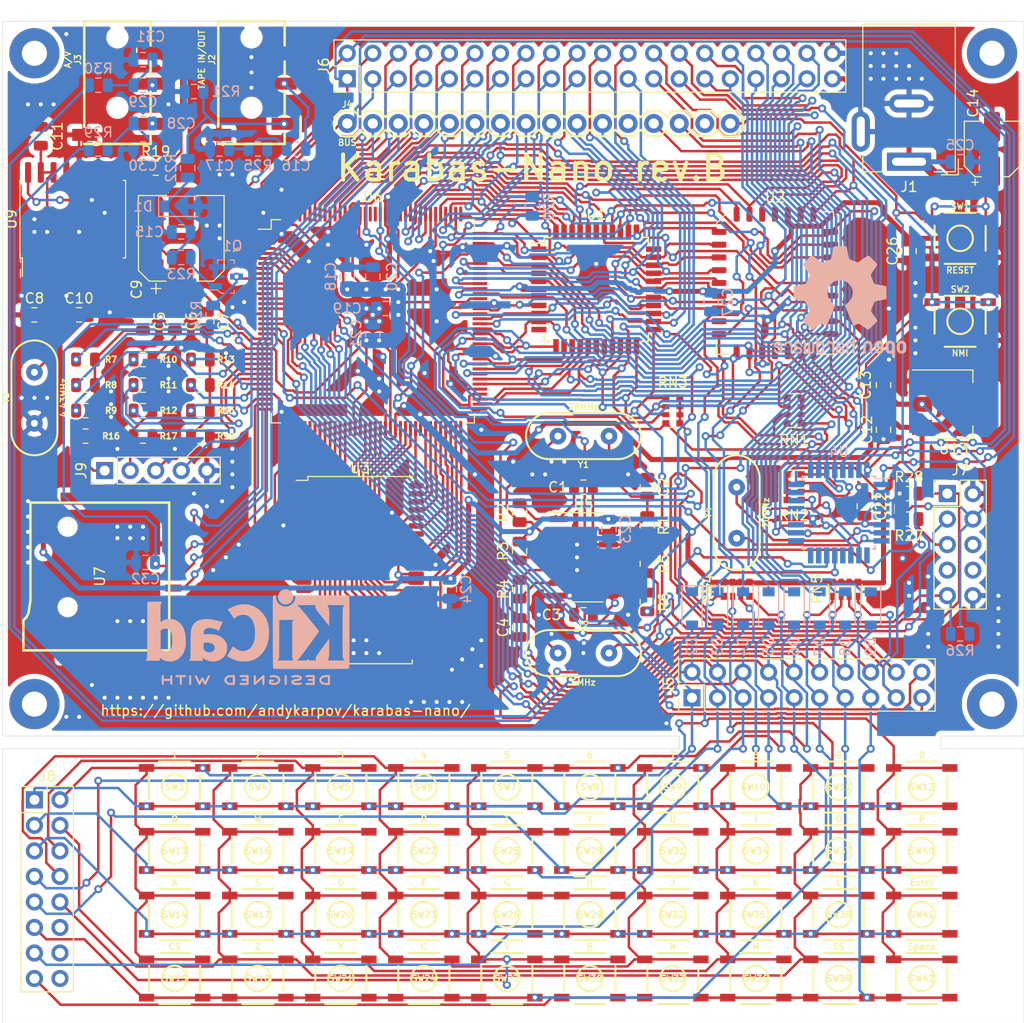
<source format=kicad_pcb>
(kicad_pcb (version 20171130) (host pcbnew 5.1.2-f72e74a~84~ubuntu18.04.1)
  (layers (0 F.Cu signal) (31 B.Cu signal) (34 B.Paste user) (35 F.Paste user) (36 B.SilkS user) (37 F.SilkS user) (38 B.Mask user) (39 F.Mask user) (44 Edge.Cuts user))
  (net 0 "")
  (net 1 /A13)
  (net 2 /A12)
  (net 3 /A11)
  (net 4 /A10)
  (net 5 /A9)
  (net 6 /A8)
  (net 7 /A7)
  (net 8 /A6)
  (net 9 /A5)
  (net 10 /A4)
  (net 11 /A3)
  (net 12 /A2)
  (net 13 /A1)
  (net 14 /A0)
  (net 15 GND)
  (net 16 /D1)
  (net 17 /D0)
  (net 18 /D7)
  (net 19 /D2)
  (net 20 VCC)
  (net 21 /D6)
  (net 22 /D5)
  (net 23 /D3)
  (net 24 /D4)
  (net 25 /CLK_CPU)
  (net 26 /MA15)
  (net 27 /MA17)
  (net 28 /~MWR)
  (net 29 /MA13)
  (net 30 /MA8)
  (net 31 /MA9)
  (net 32 /MA11)
  (net 33 /~MRD)
  (net 34 /MA10)
  (net 35 /MD7)
  (net 36 /MD6)
  (net 37 /MD5)
  (net 38 /MD4)
  (net 39 /MD3)
  (net 40 /MD2)
  (net 41 /MD1)
  (net 42 /MD0)
  (net 43 /MA0)
  (net 44 /MA1)
  (net 45 /MA2)
  (net 46 /MA3)
  (net 47 /MA4)
  (net 48 /MA5)
  (net 49 /MA6)
  (net 50 /MA7)
  (net 51 /MA12)
  (net 52 /MA14)
  (net 53 /MA16)
  (net 54 /MA18)
  (net 55 "Net-(C2-Pad2)")
  (net 56 "Net-(C1-Pad2)")
  (net 57 "Net-(R2-Pad2)")
  (net 58 "Net-(C1-Pad1)")
  (net 59 /A15)
  (net 60 /A14)
  (net 61 /~RFSH)
  (net 62 /~M1)
  (net 63 /~BUSREQ)
  (net 64 /~WAIT)
  (net 65 /~BUSACK)
  (net 66 /~WR)
  (net 67 /~RD)
  (net 68 /~IORQ)
  (net 69 /~MREQ)
  (net 70 /~HALT)
  (net 71 /~NMI)
  (net 72 /~INT)
  (net 73 /ROM_A14)
  (net 74 /ROM_A15)
  (net 75 +3V3)
  (net 76 "Net-(C3-Pad2)")
  (net 77 "Net-(C3-Pad1)")
  (net 78 "Net-(C4-Pad2)")
  (net 79 "Net-(R5-Pad2)")
  (net 80 /CLKX)
  (net 81 /~BUS_ROMCS)
  (net 82 /CLK_BUS)
  (net 83 /~BUS_IORQGE)
  (net 84 /~ROMCS)
  (net 85 /TDO)
  (net 86 /TCK)
  (net 87 /TMS)
  (net 88 /TDI)
  (net 89 "Net-(C5-Pad1)")
  (net 90 "Net-(C6-Pad1)")
  (net 91 "Net-(C7-Pad1)")
  (net 92 /R2)
  (net 93 /R1)
  (net 94 /R0)
  (net 95 /G2)
  (net 96 /G1)
  (net 97 /G0)
  (net 98 /B2)
  (net 99 /B1)
  (net 100 /B0)
  (net 101 "Net-(C8-Pad2)")
  (net 102 "Net-(C9-Pad2)")
  (net 103 "Net-(C9-Pad1)")
  (net 104 /CSYNC)
  (net 105 /CLK28)
  (net 106 ~RESET)
  (net 107 "Net-(C15-Pad2)")
  (net 108 "Net-(C16-Pad2)")
  (net 109 "Net-(C16-Pad1)")
  (net 110 "Net-(Q1-Pad1)")
  (net 111 TAPE_IN)
  (net 112 TAPE_OUT)
  (net 113 /MAGIC)
  (net 114 /TURBO)
  (net 115 /SPECIAL)
  (net 116 /KB7)
  (net 117 /KB6)
  (net 118 /KB5)
  (net 119 /KB4)
  (net 120 /KB3)
  (net 121 /KB2)
  (net 122 /KB1)
  (net 123 /KB0)
  (net 124 /IO16)
  (net 125 /IO13)
  (net 126 /IO10)
  (net 127 /BEEPER)
  (net 128 /KA11)
  (net 129 /KA10)
  (net 130 /KA9)
  (net 131 /KA12)
  (net 132 /KA13)
  (net 133 /KA8)
  (net 134 /KA14)
  (net 135 /KA15)
  (net 136 /MA19)
  (net 137 /MA20)
  (net 138 "Net-(U4-Pad8)")
  (net 139 "Net-(U4-Pad7)")
  (net 140 /AY_BC1)
  (net 141 /AY_OUT_R)
  (net 142 /AY_OUT_L)
  (net 143 /AY_BDIR)
  (net 144 "Net-(C28-Pad2)")
  (net 145 "Net-(C28-Pad1)")
  (net 146 "Net-(C29-Pad2)")
  (net 147 "Net-(C29-Pad1)")
  (net 148 "Net-(J3-Pad2)")
  (net 149 "Net-(J2-Pad4)")
  (net 150 /~SD_CS)
  (net 151 /SD_DI)
  (net 152 /SD_CLK)
  (net 153 /SD_DO)
  (net 154 /RED)
  (net 155 /GREEN)
  (net 156 /BLUE)
  (module Symbol:OSHW-Logo2_14.6x12mm_SilkScreen (layer B.Cu) (at 172.212 78.74 180)
    (fp_text reference REF** hide)
    (fp_text value OSHW-Logo2_14.6x12mm_SilkScreen hide)
  )
  (module Symbol:KiCad-Logo2_8mm_SilkScreen (layer B.Cu) (at 113.284 111.252 180)
    (fp_text reference REF** hide)
    (fp_text value KiCad-Logo2_8mm_SilkScreen hide)
  )
  (module Clocks:HC49US (layer F.Cu) (at 161.925 99.695 90)
    (fp_text reference Y4 (at 0 -2.8448 90) (layer F.SilkS) (effects (font (size 0.6096 0.6096) (thickness 0.127))))
    (fp_text value 20MHz (at 0 2.921 90) (layer F.SilkS) (effects (font (size 0.6096 0.6096) (thickness 0.127))))
    (pad 2 thru_hole circle (at 2.54 0 90) (size 1.651 1.651) (drill 0.6985) (layers *.Cu *.Mask) (net 139 "Net-(U4-Pad7)"))
    (pad 1 thru_hole circle (at -2.54 0 90) (size 1.651 1.651) (drill 0.6985) (layers *.Cu *.Mask) (net 138 "Net-(U4-Pad8)"))
  )
  (module Clocks:HC49US (layer F.Cu) (at 92.075 88.265 90)
    (fp_text reference Y3 (at 0 -2.8448 90) (layer F.SilkS) (effects (font (size 0.6096 0.6096) (thickness 0.127))))
    (fp_text value 4.43MHz (at 0 2.921 90) (layer F.SilkS) (effects (font (size 0.6096 0.6096) (thickness 0.127))))
    (pad 2 thru_hole circle (at 2.54 0 90) (size 1.651 1.651) (drill 0.6985) (layers *.Cu *.Mask) (net 101 "Net-(C8-Pad2)"))
    (pad 1 thru_hole circle (at -2.54 0 90) (size 1.651 1.651) (drill 0.6985) (layers *.Cu *.Mask) (net 15 GND))
  )
  (module Clocks:HC49US (layer F.Cu) (at 146.685 113.665)
    (fp_text reference Y2 (at 0 -2.8448) (layer F.SilkS) (effects (font (size 0.6096 0.6096) (thickness 0.127))))
    (fp_text value 6MHz (at 0 2.921) (layer F.SilkS) (effects (font (size 0.6096 0.6096) (thickness 0.127))))
    (pad 2 thru_hole circle (at 2.54 0) (size 1.651 1.651) (drill 0.6985) (layers *.Cu *.Mask) (net 79 "Net-(R5-Pad2)"))
    (pad 1 thru_hole circle (at -2.54 0) (size 1.651 1.651) (drill 0.6985) (layers *.Cu *.Mask) (net 78 "Net-(C4-Pad2)"))
  )
  (module Clocks:HC49US (layer F.Cu) (at 146.685 92.075 180)
    (fp_text reference Y1 (at 0 -2.8448) (layer F.SilkS) (effects (font (size 0.6096 0.6096) (thickness 0.127))))
    (fp_text value 28MHz (at 0 2.921) (layer F.SilkS) (effects (font (size 0.6096 0.6096) (thickness 0.127))))
    (pad 2 thru_hole circle (at 2.54 0 180) (size 1.651 1.651) (drill 0.6985) (layers *.Cu *.Mask) (net 57 "Net-(R2-Pad2)"))
    (pad 1 thru_hole circle (at -2.54 0 180) (size 1.651 1.651) (drill 0.6985) (layers *.Cu *.Mask) (net 55 "Net-(C2-Pad2)"))
  )
  (module Switches:TACTILE_SWITCH_SMD_5.2MM (layer F.Cu) (at 180.34 146.05 180)
    (fp_text reference SW42 (at 0 0) (layer F.SilkS) (effects (font (size 0.6096 0.6096) (thickness 0.127))))
    (fp_text value Space (at 0 3.175) (layer F.SilkS) (effects (font (size 0.6096 0.6096) (thickness 0.127))))
    (pad 4 smd rect (at 2.794 1.905 270) (size 0.762 1.524) (layers F.Cu F.Paste F.Mask) (net 123 /KB0))
    (pad 3 smd rect (at -2.794 1.905 270) (size 0.762 1.524) (layers F.Cu F.Paste F.Mask) (net 123 /KB0))
    (pad 2 smd rect (at 2.794 -1.905 270) (size 0.762 1.524) (layers F.Cu F.Paste F.Mask) (net 135 /KA15))
    (pad 1 smd rect (at -2.794 -1.905 270) (size 0.762 1.524) (layers F.Cu F.Paste F.Mask) (net 135 /KA15))
  )
  (module Switches:TACTILE_SWITCH_SMD_5.2MM (layer F.Cu) (at 180.34 139.7 180)
    (fp_text reference SW41 (at 0 0) (layer F.SilkS) (effects (font (size 0.6096 0.6096) (thickness 0.127))))
    (fp_text value Enter (at 0 3.175) (layer F.SilkS) (effects (font (size 0.6096 0.6096) (thickness 0.127))))
    (pad 4 smd rect (at 2.794 1.905 270) (size 0.762 1.524) (layers F.Cu F.Paste F.Mask) (net 123 /KB0))
    (pad 3 smd rect (at -2.794 1.905 270) (size 0.762 1.524) (layers F.Cu F.Paste F.Mask) (net 123 /KB0))
    (pad 2 smd rect (at 2.794 -1.905 270) (size 0.762 1.524) (layers F.Cu F.Paste F.Mask) (net 134 /KA14))
    (pad 1 smd rect (at -2.794 -1.905 270) (size 0.762 1.524) (layers F.Cu F.Paste F.Mask) (net 134 /KA14))
  )
  (module Switches:TACTILE_SWITCH_SMD_5.2MM (layer F.Cu) (at 180.34 133.35 180)
    (fp_text reference SW40 (at 0 0) (layer F.SilkS) (effects (font (size 0.6096 0.6096) (thickness 0.127))))
    (fp_text value P (at 0 3.175) (layer F.SilkS) (effects (font (size 0.6096 0.6096) (thickness 0.127))))
    (pad 4 smd rect (at 2.794 1.905 270) (size 0.762 1.524) (layers F.Cu F.Paste F.Mask) (net 123 /KB0))
    (pad 3 smd rect (at -2.794 1.905 270) (size 0.762 1.524) (layers F.Cu F.Paste F.Mask) (net 123 /KB0))
    (pad 2 smd rect (at 2.794 -1.905 270) (size 0.762 1.524) (layers F.Cu F.Paste F.Mask) (net 132 /KA13))
    (pad 1 smd rect (at -2.794 -1.905 270) (size 0.762 1.524) (layers F.Cu F.Paste F.Mask) (net 132 /KA13))
  )
  (module Switches:TACTILE_SWITCH_SMD_5.2MM (layer F.Cu) (at 172.085 146.05 180)
    (fp_text reference SW39 (at 0 0) (layer F.SilkS) (effects (font (size 0.6096 0.6096) (thickness 0.127))))
    (fp_text value SS (at 0 3.175) (layer F.SilkS) (effects (font (size 0.6096 0.6096) (thickness 0.127))))
    (pad 4 smd rect (at 2.794 1.905 270) (size 0.762 1.524) (layers F.Cu F.Paste F.Mask) (net 122 /KB1))
    (pad 3 smd rect (at -2.794 1.905 270) (size 0.762 1.524) (layers F.Cu F.Paste F.Mask) (net 122 /KB1))
    (pad 2 smd rect (at 2.794 -1.905 270) (size 0.762 1.524) (layers F.Cu F.Paste F.Mask) (net 135 /KA15))
    (pad 1 smd rect (at -2.794 -1.905 270) (size 0.762 1.524) (layers F.Cu F.Paste F.Mask) (net 135 /KA15))
  )
  (module Switches:TACTILE_SWITCH_SMD_5.2MM (layer F.Cu) (at 172.085 139.7 180)
    (fp_text reference SW38 (at 0 0) (layer F.SilkS) (effects (font (size 0.6096 0.6096) (thickness 0.127))))
    (fp_text value L (at 0 3.175) (layer F.SilkS) (effects (font (size 0.6096 0.6096) (thickness 0.127))))
    (pad 4 smd rect (at 2.794 1.905 270) (size 0.762 1.524) (layers F.Cu F.Paste F.Mask) (net 122 /KB1))
    (pad 3 smd rect (at -2.794 1.905 270) (size 0.762 1.524) (layers F.Cu F.Paste F.Mask) (net 122 /KB1))
    (pad 2 smd rect (at 2.794 -1.905 270) (size 0.762 1.524) (layers F.Cu F.Paste F.Mask) (net 134 /KA14))
    (pad 1 smd rect (at -2.794 -1.905 270) (size 0.762 1.524) (layers F.Cu F.Paste F.Mask) (net 134 /KA14))
  )
  (module Switches:TACTILE_SWITCH_SMD_5.2MM (layer F.Cu) (at 172.085 133.35 180)
    (fp_text reference SW37 (at 0 0) (layer F.SilkS) (effects (font (size 0.6096 0.6096) (thickness 0.127))))
    (fp_text value O (at 0 3.175) (layer F.SilkS) (effects (font (size 0.6096 0.6096) (thickness 0.127))))
    (pad 4 smd rect (at 2.794 1.905 270) (size 0.762 1.524) (layers F.Cu F.Paste F.Mask) (net 122 /KB1))
    (pad 3 smd rect (at -2.794 1.905 270) (size 0.762 1.524) (layers F.Cu F.Paste F.Mask) (net 122 /KB1))
    (pad 2 smd rect (at 2.794 -1.905 270) (size 0.762 1.524) (layers F.Cu F.Paste F.Mask) (net 132 /KA13))
    (pad 1 smd rect (at -2.794 -1.905 270) (size 0.762 1.524) (layers F.Cu F.Paste F.Mask) (net 132 /KA13))
  )
  (module Switches:TACTILE_SWITCH_SMD_5.2MM (layer F.Cu) (at 163.83 146.05 180)
    (fp_text reference SW36 (at 0 0) (layer F.SilkS) (effects (font (size 0.6096 0.6096) (thickness 0.127))))
    (fp_text value M (at 0 3.175) (layer F.SilkS) (effects (font (size 0.6096 0.6096) (thickness 0.127))))
    (pad 4 smd rect (at 2.794 1.905 270) (size 0.762 1.524) (layers F.Cu F.Paste F.Mask) (net 121 /KB2))
    (pad 3 smd rect (at -2.794 1.905 270) (size 0.762 1.524) (layers F.Cu F.Paste F.Mask) (net 121 /KB2))
    (pad 2 smd rect (at 2.794 -1.905 270) (size 0.762 1.524) (layers F.Cu F.Paste F.Mask) (net 135 /KA15))
    (pad 1 smd rect (at -2.794 -1.905 270) (size 0.762 1.524) (layers F.Cu F.Paste F.Mask) (net 135 /KA15))
  )
  (module Switches:TACTILE_SWITCH_SMD_5.2MM (layer F.Cu) (at 163.83 139.7 180)
    (fp_text reference SW35 (at 0.254 0) (layer F.SilkS) (effects (font (size 0.6096 0.6096) (thickness 0.127))))
    (fp_text value K (at 0 3.175) (layer F.SilkS) (effects (font (size 0.6096 0.6096) (thickness 0.127))))
    (pad 4 smd rect (at 2.794 1.905 270) (size 0.762 1.524) (layers F.Cu F.Paste F.Mask) (net 121 /KB2))
    (pad 3 smd rect (at -2.794 1.905 270) (size 0.762 1.524) (layers F.Cu F.Paste F.Mask) (net 121 /KB2))
    (pad 2 smd rect (at 2.794 -1.905 270) (size 0.762 1.524) (layers F.Cu F.Paste F.Mask) (net 134 /KA14))
    (pad 1 smd rect (at -2.794 -1.905 270) (size 0.762 1.524) (layers F.Cu F.Paste F.Mask) (net 134 /KA14))
  )
  (module Switches:TACTILE_SWITCH_SMD_5.2MM (layer F.Cu) (at 163.83 133.35 180)
    (fp_text reference SW34 (at 0 0) (layer F.SilkS) (effects (font (size 0.6096 0.6096) (thickness 0.127))))
    (fp_text value I (at 0 3.175) (layer F.SilkS) (effects (font (size 0.6096 0.6096) (thickness 0.127))))
    (pad 4 smd rect (at 2.794 1.905 270) (size 0.762 1.524) (layers F.Cu F.Paste F.Mask) (net 121 /KB2))
    (pad 3 smd rect (at -2.794 1.905 270) (size 0.762 1.524) (layers F.Cu F.Paste F.Mask) (net 121 /KB2))
    (pad 2 smd rect (at 2.794 -1.905 270) (size 0.762 1.524) (layers F.Cu F.Paste F.Mask) (net 132 /KA13))
    (pad 1 smd rect (at -2.794 -1.905 270) (size 0.762 1.524) (layers F.Cu F.Paste F.Mask) (net 132 /KA13))
  )
  (module Switches:TACTILE_SWITCH_SMD_5.2MM (layer F.Cu) (at 155.575 146.05 180)
    (fp_text reference SW33 (at 0 0) (layer F.SilkS) (effects (font (size 0.6096 0.6096) (thickness 0.127))))
    (fp_text value N (at 0 3.175) (layer F.SilkS) (effects (font (size 0.6096 0.6096) (thickness 0.127))))
    (pad 4 smd rect (at 2.794 1.905 270) (size 0.762 1.524) (layers F.Cu F.Paste F.Mask) (net 120 /KB3))
    (pad 3 smd rect (at -2.794 1.905 270) (size 0.762 1.524) (layers F.Cu F.Paste F.Mask) (net 120 /KB3))
    (pad 2 smd rect (at 2.794 -1.905 270) (size 0.762 1.524) (layers F.Cu F.Paste F.Mask) (net 135 /KA15))
    (pad 1 smd rect (at -2.794 -1.905 270) (size 0.762 1.524) (layers F.Cu F.Paste F.Mask) (net 135 /KA15))
  )
  (module Switches:TACTILE_SWITCH_SMD_5.2MM (layer F.Cu) (at 155.575 139.7 180)
    (fp_text reference SW32 (at 0.127 0) (layer F.SilkS) (effects (font (size 0.6096 0.6096) (thickness 0.127))))
    (fp_text value J (at 0 3.175) (layer F.SilkS) (effects (font (size 0.6096 0.6096) (thickness 0.127))))
    (pad 4 smd rect (at 2.794 1.905 270) (size 0.762 1.524) (layers F.Cu F.Paste F.Mask) (net 120 /KB3))
    (pad 3 smd rect (at -2.794 1.905 270) (size 0.762 1.524) (layers F.Cu F.Paste F.Mask) (net 120 /KB3))
    (pad 2 smd rect (at 2.794 -1.905 270) (size 0.762 1.524) (layers F.Cu F.Paste F.Mask) (net 134 /KA14))
    (pad 1 smd rect (at -2.794 -1.905 270) (size 0.762 1.524) (layers F.Cu F.Paste F.Mask) (net 134 /KA14))
  )
  (module Switches:TACTILE_SWITCH_SMD_5.2MM (layer F.Cu) (at 155.575 133.35 180)
    (fp_text reference SW31 (at 0 0) (layer F.SilkS) (effects (font (size 0.6096 0.6096) (thickness 0.127))))
    (fp_text value U (at 0 3.175) (layer F.SilkS) (effects (font (size 0.6096 0.6096) (thickness 0.127))))
    (pad 4 smd rect (at 2.794 1.905 270) (size 0.762 1.524) (layers F.Cu F.Paste F.Mask) (net 120 /KB3))
    (pad 3 smd rect (at -2.794 1.905 270) (size 0.762 1.524) (layers F.Cu F.Paste F.Mask) (net 120 /KB3))
    (pad 2 smd rect (at 2.794 -1.905 270) (size 0.762 1.524) (layers F.Cu F.Paste F.Mask) (net 132 /KA13))
    (pad 1 smd rect (at -2.794 -1.905 270) (size 0.762 1.524) (layers F.Cu F.Paste F.Mask) (net 132 /KA13))
  )
  (module Switches:TACTILE_SWITCH_SMD_5.2MM (layer F.Cu) (at 147.32 146.05 180)
    (fp_text reference SW30 (at 0 0) (layer F.SilkS) (effects (font (size 0.6096 0.6096) (thickness 0.127))))
    (fp_text value B (at 0 3.175) (layer F.SilkS) (effects (font (size 0.6096 0.6096) (thickness 0.127))))
    (pad 4 smd rect (at 2.794 1.905 270) (size 0.762 1.524) (layers F.Cu F.Paste F.Mask) (net 119 /KB4))
    (pad 3 smd rect (at -2.794 1.905 270) (size 0.762 1.524) (layers F.Cu F.Paste F.Mask) (net 119 /KB4))
    (pad 2 smd rect (at 2.794 -1.905 270) (size 0.762 1.524) (layers F.Cu F.Paste F.Mask) (net 135 /KA15))
    (pad 1 smd rect (at -2.794 -1.905 270) (size 0.762 1.524) (layers F.Cu F.Paste F.Mask) (net 135 /KA15))
  )
  (module Switches:TACTILE_SWITCH_SMD_5.2MM (layer F.Cu) (at 147.32 139.7 180)
    (fp_text reference SW29 (at 0 0) (layer F.SilkS) (effects (font (size 0.6096 0.6096) (thickness 0.127))))
    (fp_text value H (at 0 3.175) (layer F.SilkS) (effects (font (size 0.6096 0.6096) (thickness 0.127))))
    (pad 4 smd rect (at 2.794 1.905 270) (size 0.762 1.524) (layers F.Cu F.Paste F.Mask) (net 119 /KB4))
    (pad 3 smd rect (at -2.794 1.905 270) (size 0.762 1.524) (layers F.Cu F.Paste F.Mask) (net 119 /KB4))
    (pad 2 smd rect (at 2.794 -1.905 270) (size 0.762 1.524) (layers F.Cu F.Paste F.Mask) (net 134 /KA14))
    (pad 1 smd rect (at -2.794 -1.905 270) (size 0.762 1.524) (layers F.Cu F.Paste F.Mask) (net 134 /KA14))
  )
  (module Switches:TACTILE_SWITCH_SMD_5.2MM (layer F.Cu) (at 147.32 133.35 180)
    (fp_text reference SW28 (at 0 0) (layer F.SilkS) (effects (font (size 0.6096 0.6096) (thickness 0.127))))
    (fp_text value Y (at 0 3.175) (layer F.SilkS) (effects (font (size 0.6096 0.6096) (thickness 0.127))))
    (pad 4 smd rect (at 2.794 1.905 270) (size 0.762 1.524) (layers F.Cu F.Paste F.Mask) (net 119 /KB4))
    (pad 3 smd rect (at -2.794 1.905 270) (size 0.762 1.524) (layers F.Cu F.Paste F.Mask) (net 119 /KB4))
    (pad 2 smd rect (at 2.794 -1.905 270) (size 0.762 1.524) (layers F.Cu F.Paste F.Mask) (net 132 /KA13))
    (pad 1 smd rect (at -2.794 -1.905 270) (size 0.762 1.524) (layers F.Cu F.Paste F.Mask) (net 132 /KA13))
  )
  (module Switches:TACTILE_SWITCH_SMD_5.2MM (layer F.Cu) (at 139.065 146.05 180)
    (fp_text reference SW27 (at 0 0) (layer F.SilkS) (effects (font (size 0.6096 0.6096) (thickness 0.127))))
    (fp_text value V (at 0 3.175) (layer F.SilkS) (effects (font (size 0.6096 0.6096) (thickness 0.127))))
    (pad 4 smd rect (at 2.794 1.905 270) (size 0.762 1.524) (layers F.Cu F.Paste F.Mask) (net 119 /KB4))
    (pad 3 smd rect (at -2.794 1.905 270) (size 0.762 1.524) (layers F.Cu F.Paste F.Mask) (net 119 /KB4))
    (pad 2 smd rect (at 2.794 -1.905 270) (size 0.762 1.524) (layers F.Cu F.Paste F.Mask) (net 133 /KA8))
    (pad 1 smd rect (at -2.794 -1.905 270) (size 0.762 1.524) (layers F.Cu F.Paste F.Mask) (net 133 /KA8))
  )
  (module Switches:TACTILE_SWITCH_SMD_5.2MM (layer F.Cu) (at 139.065 139.7 180)
    (fp_text reference SW26 (at 0 0) (layer F.SilkS) (effects (font (size 0.6096 0.6096) (thickness 0.127))))
    (fp_text value G (at 0 3.175) (layer F.SilkS) (effects (font (size 0.6096 0.6096) (thickness 0.127))))
    (pad 4 smd rect (at 2.794 1.905 270) (size 0.762 1.524) (layers F.Cu F.Paste F.Mask) (net 119 /KB4))
    (pad 3 smd rect (at -2.794 1.905 270) (size 0.762 1.524) (layers F.Cu F.Paste F.Mask) (net 119 /KB4))
    (pad 2 smd rect (at 2.794 -1.905 270) (size 0.762 1.524) (layers F.Cu F.Paste F.Mask) (net 130 /KA9))
    (pad 1 smd rect (at -2.794 -1.905 270) (size 0.762 1.524) (layers F.Cu F.Paste F.Mask) (net 130 /KA9))
  )
  (module Switches:TACTILE_SWITCH_SMD_5.2MM (layer F.Cu) (at 139.065 133.35 180)
    (fp_text reference SW25 (at 0 0) (layer F.SilkS) (effects (font (size 0.6096 0.6096) (thickness 0.127))))
    (fp_text value T (at 0 3.175) (layer F.SilkS) (effects (font (size 0.6096 0.6096) (thickness 0.127))))
    (pad 4 smd rect (at 2.794 1.905 270) (size 0.762 1.524) (layers F.Cu F.Paste F.Mask) (net 119 /KB4))
    (pad 3 smd rect (at -2.794 1.905 270) (size 0.762 1.524) (layers F.Cu F.Paste F.Mask) (net 119 /KB4))
    (pad 2 smd rect (at 2.794 -1.905 270) (size 0.762 1.524) (layers F.Cu F.Paste F.Mask) (net 129 /KA10))
    (pad 1 smd rect (at -2.794 -1.905 270) (size 0.762 1.524) (layers F.Cu F.Paste F.Mask) (net 129 /KA10))
  )
  (module Switches:TACTILE_SWITCH_SMD_5.2MM (layer F.Cu) (at 130.81 146.05 180)
    (fp_text reference SW24 (at 0 0) (layer F.SilkS) (effects (font (size 0.6096 0.6096) (thickness 0.127))))
    (fp_text value C (at 0 3.175) (layer F.SilkS) (effects (font (size 0.6096 0.6096) (thickness 0.127))))
    (pad 4 smd rect (at 2.794 1.905 270) (size 0.762 1.524) (layers F.Cu F.Paste F.Mask) (net 120 /KB3))
    (pad 3 smd rect (at -2.794 1.905 270) (size 0.762 1.524) (layers F.Cu F.Paste F.Mask) (net 120 /KB3))
    (pad 2 smd rect (at 2.794 -1.905 270) (size 0.762 1.524) (layers F.Cu F.Paste F.Mask) (net 133 /KA8))
    (pad 1 smd rect (at -2.794 -1.905 270) (size 0.762 1.524) (layers F.Cu F.Paste F.Mask) (net 133 /KA8))
  )
  (module Switches:TACTILE_SWITCH_SMD_5.2MM (layer F.Cu) (at 130.81 139.7 180)
    (fp_text reference SW23 (at 0 0) (layer F.SilkS) (effects (font (size 0.6096 0.6096) (thickness 0.127))))
    (fp_text value F (at 0 3.175) (layer F.SilkS) (effects (font (size 0.6096 0.6096) (thickness 0.127))))
    (pad 4 smd rect (at 2.794 1.905 270) (size 0.762 1.524) (layers F.Cu F.Paste F.Mask) (net 120 /KB3))
    (pad 3 smd rect (at -2.794 1.905 270) (size 0.762 1.524) (layers F.Cu F.Paste F.Mask) (net 120 /KB3))
    (pad 2 smd rect (at 2.794 -1.905 270) (size 0.762 1.524) (layers F.Cu F.Paste F.Mask) (net 130 /KA9))
    (pad 1 smd rect (at -2.794 -1.905 270) (size 0.762 1.524) (layers F.Cu F.Paste F.Mask) (net 130 /KA9))
  )
  (module Switches:TACTILE_SWITCH_SMD_5.2MM (layer F.Cu) (at 130.81 133.35 180)
    (fp_text reference SW22 (at 0 0) (layer F.SilkS) (effects (font (size 0.6096 0.6096) (thickness 0.127))))
    (fp_text value R (at 0 3.175) (layer F.SilkS) (effects (font (size 0.6096 0.6096) (thickness 0.127))))
    (pad 4 smd rect (at 2.794 1.905 270) (size 0.762 1.524) (layers F.Cu F.Paste F.Mask) (net 120 /KB3))
    (pad 3 smd rect (at -2.794 1.905 270) (size 0.762 1.524) (layers F.Cu F.Paste F.Mask) (net 120 /KB3))
    (pad 2 smd rect (at 2.794 -1.905 270) (size 0.762 1.524) (layers F.Cu F.Paste F.Mask) (net 129 /KA10))
    (pad 1 smd rect (at -2.794 -1.905 270) (size 0.762 1.524) (layers F.Cu F.Paste F.Mask) (net 129 /KA10))
  )
  (module Switches:TACTILE_SWITCH_SMD_5.2MM (layer F.Cu) (at 122.555 146.05 180)
    (fp_text reference SW21 (at 0 0) (layer F.SilkS) (effects (font (size 0.6096 0.6096) (thickness 0.127))))
    (fp_text value X (at 0 3.175) (layer F.SilkS) (effects (font (size 0.6096 0.6096) (thickness 0.127))))
    (pad 4 smd rect (at 2.794 1.905 270) (size 0.762 1.524) (layers F.Cu F.Paste F.Mask) (net 121 /KB2))
    (pad 3 smd rect (at -2.794 1.905 270) (size 0.762 1.524) (layers F.Cu F.Paste F.Mask) (net 121 /KB2))
    (pad 2 smd rect (at 2.794 -1.905 270) (size 0.762 1.524) (layers F.Cu F.Paste F.Mask) (net 133 /KA8))
    (pad 1 smd rect (at -2.794 -1.905 270) (size 0.762 1.524) (layers F.Cu F.Paste F.Mask) (net 133 /KA8))
  )
  (module Switches:TACTILE_SWITCH_SMD_5.2MM (layer F.Cu) (at 122.555 139.7 180)
    (fp_text reference SW20 (at 0.127 0) (layer F.SilkS) (effects (font (size 0.6096 0.6096) (thickness 0.127))))
    (fp_text value D (at 0 3.175) (layer F.SilkS) (effects (font (size 0.6096 0.6096) (thickness 0.127))))
    (pad 4 smd rect (at 2.794 1.905 270) (size 0.762 1.524) (layers F.Cu F.Paste F.Mask) (net 121 /KB2))
    (pad 3 smd rect (at -2.794 1.905 270) (size 0.762 1.524) (layers F.Cu F.Paste F.Mask) (net 121 /KB2))
    (pad 2 smd rect (at 2.794 -1.905 270) (size 0.762 1.524) (layers F.Cu F.Paste F.Mask) (net 130 /KA9))
    (pad 1 smd rect (at -2.794 -1.905 270) (size 0.762 1.524) (layers F.Cu F.Paste F.Mask) (net 130 /KA9))
  )
  (module Switches:TACTILE_SWITCH_SMD_5.2MM (layer F.Cu) (at 122.555 133.35 180)
    (fp_text reference SW19 (at 0 0) (layer F.SilkS) (effects (font (size 0.6096 0.6096) (thickness 0.127))))
    (fp_text value E (at 0 3.175) (layer F.SilkS) (effects (font (size 0.6096 0.6096) (thickness 0.127))))
    (pad 4 smd rect (at 2.794 1.905 270) (size 0.762 1.524) (layers F.Cu F.Paste F.Mask) (net 121 /KB2))
    (pad 3 smd rect (at -2.794 1.905 270) (size 0.762 1.524) (layers F.Cu F.Paste F.Mask) (net 121 /KB2))
    (pad 2 smd rect (at 2.794 -1.905 270) (size 0.762 1.524) (layers F.Cu F.Paste F.Mask) (net 129 /KA10))
    (pad 1 smd rect (at -2.794 -1.905 270) (size 0.762 1.524) (layers F.Cu F.Paste F.Mask) (net 129 /KA10))
  )
  (module Switches:TACTILE_SWITCH_SMD_5.2MM (layer F.Cu) (at 114.3 146.05 180)
    (fp_text reference SW18 (at 0 0) (layer F.SilkS) (effects (font (size 0.6096 0.6096) (thickness 0.127))))
    (fp_text value Z (at 0 3.175) (layer F.SilkS) (effects (font (size 0.6096 0.6096) (thickness 0.127))))
    (pad 4 smd rect (at 2.794 1.905 270) (size 0.762 1.524) (layers F.Cu F.Paste F.Mask) (net 122 /KB1))
    (pad 3 smd rect (at -2.794 1.905 270) (size 0.762 1.524) (layers F.Cu F.Paste F.Mask) (net 122 /KB1))
    (pad 2 smd rect (at 2.794 -1.905 270) (size 0.762 1.524) (layers F.Cu F.Paste F.Mask) (net 133 /KA8))
    (pad 1 smd rect (at -2.794 -1.905 270) (size 0.762 1.524) (layers F.Cu F.Paste F.Mask) (net 133 /KA8))
  )
  (module Switches:TACTILE_SWITCH_SMD_5.2MM (layer F.Cu) (at 114.3 139.7 180)
    (fp_text reference SW17 (at 0 0) (layer F.SilkS) (effects (font (size 0.6096 0.6096) (thickness 0.127))))
    (fp_text value S (at 0 3.175) (layer F.SilkS) (effects (font (size 0.6096 0.6096) (thickness 0.127))))
    (pad 4 smd rect (at 2.794 1.905 270) (size 0.762 1.524) (layers F.Cu F.Paste F.Mask) (net 122 /KB1))
    (pad 3 smd rect (at -2.794 1.905 270) (size 0.762 1.524) (layers F.Cu F.Paste F.Mask) (net 122 /KB1))
    (pad 2 smd rect (at 2.794 -1.905 270) (size 0.762 1.524) (layers F.Cu F.Paste F.Mask) (net 130 /KA9))
    (pad 1 smd rect (at -2.794 -1.905 270) (size 0.762 1.524) (layers F.Cu F.Paste F.Mask) (net 130 /KA9))
  )
  (module Switches:TACTILE_SWITCH_SMD_5.2MM (layer F.Cu) (at 114.3 133.35 180)
    (fp_text reference SW16 (at 0 0) (layer F.SilkS) (effects (font (size 0.6096 0.6096) (thickness 0.127))))
    (fp_text value W (at 0 3.175) (layer F.SilkS) (effects (font (size 0.6096 0.6096) (thickness 0.127))))
    (pad 4 smd rect (at 2.794 1.905 270) (size 0.762 1.524) (layers F.Cu F.Paste F.Mask) (net 122 /KB1))
    (pad 3 smd rect (at -2.794 1.905 270) (size 0.762 1.524) (layers F.Cu F.Paste F.Mask) (net 122 /KB1))
    (pad 2 smd rect (at 2.794 -1.905 270) (size 0.762 1.524) (layers F.Cu F.Paste F.Mask) (net 129 /KA10))
    (pad 1 smd rect (at -2.794 -1.905 270) (size 0.762 1.524) (layers F.Cu F.Paste F.Mask) (net 129 /KA10))
  )
  (module Switches:TACTILE_SWITCH_SMD_5.2MM (layer F.Cu) (at 106.020193 146.050392 180)
    (fp_text reference SW15 (at 0 0) (layer F.SilkS) (effects (font (size 0.6096 0.6096) (thickness 0.127))))
    (fp_text value CS (at 0 3.175) (layer F.SilkS) (effects (font (size 0.6096 0.6096) (thickness 0.127))))
    (pad 4 smd rect (at 2.794 1.905 270) (size 0.762 1.524) (layers F.Cu F.Paste F.Mask) (net 123 /KB0))
    (pad 3 smd rect (at -2.794 1.905 270) (size 0.762 1.524) (layers F.Cu F.Paste F.Mask) (net 123 /KB0))
    (pad 2 smd rect (at 2.794 -1.905 270) (size 0.762 1.524) (layers F.Cu F.Paste F.Mask) (net 133 /KA8))
    (pad 1 smd rect (at -2.794 -1.905 270) (size 0.762 1.524) (layers F.Cu F.Paste F.Mask) (net 133 /KA8))
  )
  (module Switches:TACTILE_SWITCH_SMD_5.2MM (layer F.Cu) (at 106.020193 139.700392 180)
    (fp_text reference SW14 (at 0 0) (layer F.SilkS) (effects (font (size 0.6096 0.6096) (thickness 0.127))))
    (fp_text value A (at 0 3.175) (layer F.SilkS) (effects (font (size 0.6096 0.6096) (thickness 0.127))))
    (pad 4 smd rect (at 2.794 1.905 270) (size 0.762 1.524) (layers F.Cu F.Paste F.Mask) (net 123 /KB0))
    (pad 3 smd rect (at -2.794 1.905 270) (size 0.762 1.524) (layers F.Cu F.Paste F.Mask) (net 123 /KB0))
    (pad 2 smd rect (at 2.794 -1.905 270) (size 0.762 1.524) (layers F.Cu F.Paste F.Mask) (net 130 /KA9))
    (pad 1 smd rect (at -2.794 -1.905 270) (size 0.762 1.524) (layers F.Cu F.Paste F.Mask) (net 130 /KA9))
  )
  (module Switches:TACTILE_SWITCH_SMD_5.2MM (layer F.Cu) (at 106.020193 133.350392 180)
    (fp_text reference SW13 (at 0 0) (layer F.SilkS) (effects (font (size 0.6096 0.6096) (thickness 0.127))))
    (fp_text value Q (at 0 3.175) (layer F.SilkS) (effects (font (size 0.6096 0.6096) (thickness 0.127))))
    (pad 4 smd rect (at 2.794 1.905 270) (size 0.762 1.524) (layers F.Cu F.Paste F.Mask) (net 123 /KB0))
    (pad 3 smd rect (at -2.794 1.905 270) (size 0.762 1.524) (layers F.Cu F.Paste F.Mask) (net 123 /KB0))
    (pad 2 smd rect (at 2.794 -1.905 270) (size 0.762 1.524) (layers F.Cu F.Paste F.Mask) (net 129 /KA10))
    (pad 1 smd rect (at -2.794 -1.905 270) (size 0.762 1.524) (layers F.Cu F.Paste F.Mask) (net 129 /KA10))
  )
  (module Switches:TACTILE_SWITCH_SMD_5.2MM (layer F.Cu) (at 180.34 127 180)
    (fp_text reference SW12 (at 0 0) (layer F.SilkS) (effects (font (size 0.6096 0.6096) (thickness 0.127))))
    (fp_text value 0 (at 0 3.175) (layer F.SilkS) (effects (font (size 0.6096 0.6096) (thickness 0.127))))
    (pad 4 smd rect (at 2.794 1.905 270) (size 0.762 1.524) (layers F.Cu F.Paste F.Mask) (net 123 /KB0))
    (pad 3 smd rect (at -2.794 1.905 270) (size 0.762 1.524) (layers F.Cu F.Paste F.Mask) (net 123 /KB0))
    (pad 2 smd rect (at 2.794 -1.905 270) (size 0.762 1.524) (layers F.Cu F.Paste F.Mask) (net 131 /KA12))
    (pad 1 smd rect (at -2.794 -1.905 270) (size 0.762 1.524) (layers F.Cu F.Paste F.Mask) (net 131 /KA12))
  )
  (module Switches:TACTILE_SWITCH_SMD_5.2MM (layer F.Cu) (at 172.085 127 180)
    (fp_text reference SW11 (at 0 0) (layer F.SilkS) (effects (font (size 0.6096 0.6096) (thickness 0.127))))
    (fp_text value 9 (at 0 3.175) (layer F.SilkS) (effects (font (size 0.6096 0.6096) (thickness 0.127))))
    (pad 4 smd rect (at 2.794 1.905 270) (size 0.762 1.524) (layers F.Cu F.Paste F.Mask) (net 122 /KB1))
    (pad 3 smd rect (at -2.794 1.905 270) (size 0.762 1.524) (layers F.Cu F.Paste F.Mask) (net 122 /KB1))
    (pad 2 smd rect (at 2.794 -1.905 270) (size 0.762 1.524) (layers F.Cu F.Paste F.Mask) (net 131 /KA12))
    (pad 1 smd rect (at -2.794 -1.905 270) (size 0.762 1.524) (layers F.Cu F.Paste F.Mask) (net 131 /KA12))
  )
  (module Switches:TACTILE_SWITCH_SMD_5.2MM (layer F.Cu) (at 163.83 127 180)
    (fp_text reference SW10 (at 0.254 0) (layer F.SilkS) (effects (font (size 0.6096 0.6096) (thickness 0.127))))
    (fp_text value 8 (at 0 3.175) (layer F.SilkS) (effects (font (size 0.6096 0.6096) (thickness 0.127))))
    (pad 4 smd rect (at 2.794 1.905 270) (size 0.762 1.524) (layers F.Cu F.Paste F.Mask) (net 121 /KB2))
    (pad 3 smd rect (at -2.794 1.905 270) (size 0.762 1.524) (layers F.Cu F.Paste F.Mask) (net 121 /KB2))
    (pad 2 smd rect (at 2.794 -1.905 270) (size 0.762 1.524) (layers F.Cu F.Paste F.Mask) (net 131 /KA12))
    (pad 1 smd rect (at -2.794 -1.905 270) (size 0.762 1.524) (layers F.Cu F.Paste F.Mask) (net 131 /KA12))
  )
  (module Switches:TACTILE_SWITCH_SMD_5.2MM (layer F.Cu) (at 155.575 127 180)
    (fp_text reference SW9 (at 0 0) (layer F.SilkS) (effects (font (size 0.6096 0.6096) (thickness 0.127))))
    (fp_text value 7 (at 0 3.175) (layer F.SilkS) (effects (font (size 0.6096 0.6096) (thickness 0.127))))
    (pad 4 smd rect (at 2.794 1.905 270) (size 0.762 1.524) (layers F.Cu F.Paste F.Mask) (net 120 /KB3))
    (pad 3 smd rect (at -2.794 1.905 270) (size 0.762 1.524) (layers F.Cu F.Paste F.Mask) (net 120 /KB3))
    (pad 2 smd rect (at 2.794 -1.905 270) (size 0.762 1.524) (layers F.Cu F.Paste F.Mask) (net 131 /KA12))
    (pad 1 smd rect (at -2.794 -1.905 270) (size 0.762 1.524) (layers F.Cu F.Paste F.Mask) (net 131 /KA12))
  )
  (module Switches:TACTILE_SWITCH_SMD_5.2MM (layer F.Cu) (at 147.32 127 180)
    (fp_text reference SW8 (at 0 0) (layer F.SilkS) (effects (font (size 0.6096 0.6096) (thickness 0.127))))
    (fp_text value 6 (at 0 3.175) (layer F.SilkS) (effects (font (size 0.6096 0.6096) (thickness 0.127))))
    (pad 4 smd rect (at 2.794 1.905 270) (size 0.762 1.524) (layers F.Cu F.Paste F.Mask) (net 119 /KB4))
    (pad 3 smd rect (at -2.794 1.905 270) (size 0.762 1.524) (layers F.Cu F.Paste F.Mask) (net 119 /KB4))
    (pad 2 smd rect (at 2.794 -1.905 270) (size 0.762 1.524) (layers F.Cu F.Paste F.Mask) (net 131 /KA12))
    (pad 1 smd rect (at -2.794 -1.905 270) (size 0.762 1.524) (layers F.Cu F.Paste F.Mask) (net 131 /KA12))
  )
  (module Switches:TACTILE_SWITCH_SMD_5.2MM (layer F.Cu) (at 139.065 127 180)
    (fp_text reference SW7 (at 0 0) (layer F.SilkS) (effects (font (size 0.6096 0.6096) (thickness 0.127))))
    (fp_text value 5 (at 0 3.175) (layer F.SilkS) (effects (font (size 0.6096 0.6096) (thickness 0.127))))
    (pad 4 smd rect (at 2.794 1.905 270) (size 0.762 1.524) (layers F.Cu F.Paste F.Mask) (net 119 /KB4))
    (pad 3 smd rect (at -2.794 1.905 270) (size 0.762 1.524) (layers F.Cu F.Paste F.Mask) (net 119 /KB4))
    (pad 2 smd rect (at 2.794 -1.905 270) (size 0.762 1.524) (layers F.Cu F.Paste F.Mask) (net 128 /KA11))
    (pad 1 smd rect (at -2.794 -1.905 270) (size 0.762 1.524) (layers F.Cu F.Paste F.Mask) (net 128 /KA11))
  )
  (module Switches:TACTILE_SWITCH_SMD_5.2MM (layer F.Cu) (at 130.81 127 180)
    (fp_text reference SW6 (at 0 0) (layer F.SilkS) (effects (font (size 0.6096 0.6096) (thickness 0.127))))
    (fp_text value 4 (at 0 3.175) (layer F.SilkS) (effects (font (size 0.6096 0.6096) (thickness 0.127))))
    (pad 4 smd rect (at 2.794 1.905 270) (size 0.762 1.524) (layers F.Cu F.Paste F.Mask) (net 120 /KB3))
    (pad 3 smd rect (at -2.794 1.905 270) (size 0.762 1.524) (layers F.Cu F.Paste F.Mask) (net 120 /KB3))
    (pad 2 smd rect (at 2.794 -1.905 270) (size 0.762 1.524) (layers F.Cu F.Paste F.Mask) (net 128 /KA11))
    (pad 1 smd rect (at -2.794 -1.905 270) (size 0.762 1.524) (layers F.Cu F.Paste F.Mask) (net 128 /KA11))
  )
  (module Switches:TACTILE_SWITCH_SMD_5.2MM (layer F.Cu) (at 122.555 127 180)
    (fp_text reference SW5 (at 0 0) (layer F.SilkS) (effects (font (size 0.6096 0.6096) (thickness 0.127))))
    (fp_text value 3 (at 0 3.175) (layer F.SilkS) (effects (font (size 0.6096 0.6096) (thickness 0.127))))
    (pad 4 smd rect (at 2.794 1.905 270) (size 0.762 1.524) (layers F.Cu F.Paste F.Mask) (net 121 /KB2))
    (pad 3 smd rect (at -2.794 1.905 270) (size 0.762 1.524) (layers F.Cu F.Paste F.Mask) (net 121 /KB2))
    (pad 2 smd rect (at 2.794 -1.905 270) (size 0.762 1.524) (layers F.Cu F.Paste F.Mask) (net 128 /KA11))
    (pad 1 smd rect (at -2.794 -1.905 270) (size 0.762 1.524) (layers F.Cu F.Paste F.Mask) (net 128 /KA11))
  )
  (module Switches:TACTILE_SWITCH_SMD_5.2MM (layer F.Cu) (at 114.3 127 180)
    (fp_text reference SW4 (at 0 0) (layer F.SilkS) (effects (font (size 0.6096 0.6096) (thickness 0.127))))
    (fp_text value 2 (at 0 3.175) (layer F.SilkS) (effects (font (size 0.6096 0.6096) (thickness 0.127))))
    (pad 4 smd rect (at 2.794 1.905 270) (size 0.762 1.524) (layers F.Cu F.Paste F.Mask) (net 122 /KB1))
    (pad 3 smd rect (at -2.794 1.905 270) (size 0.762 1.524) (layers F.Cu F.Paste F.Mask) (net 122 /KB1))
    (pad 2 smd rect (at 2.794 -1.905 270) (size 0.762 1.524) (layers F.Cu F.Paste F.Mask) (net 128 /KA11))
    (pad 1 smd rect (at -2.794 -1.905 270) (size 0.762 1.524) (layers F.Cu F.Paste F.Mask) (net 128 /KA11))
  )
  (module Switches:TACTILE_SWITCH_SMD_5.2MM (layer F.Cu) (at 106.020193 127.000392 180)
    (fp_text reference SW3 (at 0 0) (layer F.SilkS) (effects (font (size 0.6096 0.6096) (thickness 0.127))))
    (fp_text value 1 (at 0 3.175) (layer F.SilkS) (effects (font (size 0.6096 0.6096) (thickness 0.127))))
    (pad 4 smd rect (at 2.794 1.905 270) (size 0.762 1.524) (layers F.Cu F.Paste F.Mask) (net 123 /KB0))
    (pad 3 smd rect (at -2.794 1.905 270) (size 0.762 1.524) (layers F.Cu F.Paste F.Mask) (net 123 /KB0))
    (pad 2 smd rect (at 2.794 -1.905 270) (size 0.762 1.524) (layers F.Cu F.Paste F.Mask) (net 128 /KA11))
    (pad 1 smd rect (at -2.794 -1.905 270) (size 0.762 1.524) (layers F.Cu F.Paste F.Mask) (net 128 /KA11))
  )
  (module Switches:TACTILE_SWITCH_SMD_5.2MM (layer F.Cu) (at 184.15 80.645)
    (fp_text reference SW2 (at 0 -3.175) (layer F.SilkS) (effects (font (size 0.6096 0.6096) (thickness 0.127))))
    (fp_text value NMI (at 0 3.175) (layer F.SilkS) (effects (font (size 0.6096 0.6096) (thickness 0.127))))
    (pad 4 smd rect (at 2.794 1.905 90) (size 0.762 1.524) (layers F.Cu F.Paste F.Mask) (net 15 GND))
    (pad 3 smd rect (at -2.794 1.905 90) (size 0.762 1.524) (layers F.Cu F.Paste F.Mask) (net 15 GND))
    (pad 2 smd rect (at 2.794 -1.905 90) (size 0.762 1.524) (layers F.Cu F.Paste F.Mask) (net 71 /~NMI))
    (pad 1 smd rect (at -2.794 -1.905 90) (size 0.762 1.524) (layers F.Cu F.Paste F.Mask) (net 71 /~NMI))
  )
  (module Switches:TACTILE_SWITCH_SMD_5.2MM (layer F.Cu) (at 184.15 72.39)
    (fp_text reference SW1 (at 0 -3.175) (layer F.SilkS) (effects (font (size 0.6096 0.6096) (thickness 0.127))))
    (fp_text value RESET (at 0 3.175) (layer F.SilkS) (effects (font (size 0.6096 0.6096) (thickness 0.127))))
    (pad 4 smd rect (at 2.794 1.905 90) (size 0.762 1.524) (layers F.Cu F.Paste F.Mask) (net 15 GND))
    (pad 3 smd rect (at -2.794 1.905 90) (size 0.762 1.524) (layers F.Cu F.Paste F.Mask) (net 15 GND))
    (pad 2 smd rect (at 2.794 -1.905 90) (size 0.762 1.524) (layers F.Cu F.Paste F.Mask) (net 106 ~RESET))
    (pad 1 smd rect (at -2.794 -1.905 90) (size 0.762 1.524) (layers F.Cu F.Paste F.Mask) (net 106 ~RESET))
  )
  (module Connectors:1X16 (layer F.Cu) (at 123.19 60.96)
    (fp_text reference J4 (at 0 -1.905) (layer F.SilkS) (effects (font (size 0.6096 0.6096) (thickness 0.127))))
    (fp_text value BUS (at 0 1.905) (layer F.SilkS) (effects (font (size 0.6096 0.6096) (thickness 0.127))))
    (pad 16 thru_hole circle (at 38.1 0) (size 1.8796 1.8796) (drill 1.016) (layers *.Cu *.Mask) (net 106 ~RESET))
    (pad 15 thru_hole circle (at 35.56 0) (size 1.8796 1.8796) (drill 1.016) (layers *.Cu *.Mask))
    (pad 14 thru_hole circle (at 33.02 0) (size 1.8796 1.8796) (drill 1.016) (layers *.Cu *.Mask) (net 63 /~BUSREQ))
    (pad 13 thru_hole circle (at 30.48 0) (size 1.8796 1.8796) (drill 1.016) (layers *.Cu *.Mask) (net 65 /~BUSACK))
    (pad 12 thru_hole circle (at 27.94 0) (size 1.8796 1.8796) (drill 1.016) (layers *.Cu *.Mask))
    (pad 11 thru_hole circle (at 25.4 0) (size 1.8796 1.8796) (drill 1.016) (layers *.Cu *.Mask) (net 61 /~RFSH))
    (pad 10 thru_hole circle (at 22.86 0) (size 1.8796 1.8796) (drill 1.016) (layers *.Cu *.Mask) (net 12 /A2))
    (pad 9 thru_hole circle (at 20.32 0) (size 1.8796 1.8796) (drill 1.016) (layers *.Cu *.Mask) (net 10 /A4))
    (pad 8 thru_hole circle (at 17.78 0) (size 1.8796 1.8796) (drill 1.016) (layers *.Cu *.Mask) (net 8 /A6))
    (pad 7 thru_hole circle (at 15.24 0) (size 1.8796 1.8796) (drill 1.016) (layers *.Cu *.Mask) (net 6 /A8))
    (pad 6 thru_hole circle (at 12.7 0) (size 1.8796 1.8796) (drill 1.016) (layers *.Cu *.Mask) (net 2 /A12))
    (pad 5 thru_hole circle (at 10.16 0) (size 1.8796 1.8796) (drill 1.016) (layers *.Cu *.Mask) (net 105 /CLK28))
    (pad 4 thru_hole circle (at 7.62 0) (size 1.8796 1.8796) (drill 1.016) (layers *.Cu *.Mask) (net 82 /CLK_BUS))
    (pad 3 thru_hole circle (at 5.08 0) (size 1.8796 1.8796) (drill 1.016) (layers *.Cu *.Mask) (net 150 /~SD_CS))
    (pad 2 thru_hole circle (at 2.54 0) (size 1.8796 1.8796) (drill 1.016) (layers *.Cu *.Mask) (net 152 /SD_CLK))
    (pad 1 thru_hole circle (at 0 0) (size 1.8796 1.8796) (drill 1.016) (layers *.Cu *.Mask) (net 140 /AY_BC1))
  )
  (module Connectors:AUDIO_JACK_3.5MM_SMD (layer F.Cu) (at 100.33 50.8 270)
    (fp_text reference J3 (at 3.81 3.937 270) (layer F.SilkS) (effects (font (size 0.6096 0.6096) (thickness 0.127))))
    (fp_text value A/V (at 3.81 4.953 270) (layer F.SilkS) (effects (font (size 0.6096 0.6096) (thickness 0.127))))
    (pad 1 smd rect (at 11.29792 3.24866 270) (size 1.19888 2.49936) (layers F.Cu F.Paste F.Mask) (net 15 GND))
    (pad 3 smd rect (at 6.1976 -3.24866 270) (size 1.19888 2.49936) (layers F.Cu F.Paste F.Mask) (net 146 "Net-(C29-Pad2)"))
    (pad 2 smd rect (at 3.19786 -3.24866 90) (size 1.19888 2.49936) (layers F.Cu F.Paste F.Mask) (net 148 "Net-(J3-Pad2)"))
    (pad 4 smd rect (at 10.1981 -3.24866 270) (size 1.19888 2.49936) (layers F.Cu F.Paste F.Mask) (net 144 "Net-(C28-Pad2)"))
    (pad "" np_thru_hole circle (at 1.59766 0 270) (size 1.19888 1.19888) (drill 1.19888) (layers *.Cu *.Mask))
    (pad "" np_thru_hole circle (at 8.5979 0 270) (size 1.19888 1.19888) (drill 1.19888) (layers *.Cu *.Mask))
  )
  (module Connectors:AUDIO_JACK_3.5MM_SMD (layer F.Cu) (at 113.665 50.8 270)
    (fp_text reference J2 (at 3.81 3.937 270) (layer F.SilkS) (effects (font (size 0.6096 0.6096) (thickness 0.127))))
    (fp_text value "TAPE IN/OUT" (at 3.81 4.953 270) (layer F.SilkS) (effects (font (size 0.6096 0.6096) (thickness 0.127))))
    (pad 1 smd rect (at 11.29792 3.24866 270) (size 1.19888 2.49936) (layers F.Cu F.Paste F.Mask) (net 15 GND))
    (pad 3 smd rect (at 6.1976 -3.24866 270) (size 1.19888 2.49936) (layers F.Cu F.Paste F.Mask) (net 108 "Net-(C16-Pad2)"))
    (pad 2 smd rect (at 3.19786 -3.24866 90) (size 1.19888 2.49936) (layers F.Cu F.Paste F.Mask) (net 15 GND))
    (pad 4 smd rect (at 10.1981 -3.24866 270) (size 1.19888 2.49936) (layers F.Cu F.Paste F.Mask) (net 149 "Net-(J2-Pad4)"))
    (pad "" np_thru_hole circle (at 1.59766 0 270) (size 1.19888 1.19888) (drill 1.19888) (layers *.Cu *.Mask))
    (pad "" np_thru_hole circle (at 8.5979 0 270) (size 1.19888 1.19888) (drill 1.19888) (layers *.Cu *.Mask))
  )
  (module Capacitor_SMD:C_0805_2012Metric (layer B.Cu) (at 103.124 104.648)
    (fp_text reference C32 (at 0 1.65) (layer B.SilkS) (effects (justify mirror)))
    (fp_text value 100nF)
    (pad 2 smd roundrect (at 0.9375 0) (size 0.975 1.4) (layers B.Cu B.Paste B.Mask) (net 75 +3V3))
    (pad 1 smd roundrect (at -0.9375 0) (size 0.975 1.4) (layers B.Cu B.Paste B.Mask) (net 15 GND))
  )
  (module Connector_PinHeader_2.54mm:PinHeader_1x05_P2.54mm_Vertical (layer F.Cu) (at 99.06 95.504 90)
    (fp_text reference J9 (at 0 -2.33 90) (layer F.SilkS))
    (fp_text value RGB)
    (pad 5 thru_hole oval (at 0 10.16 90) (size 1.7 1.7) (drill 1) (layers *.Cu *.Mask) (net 15 GND))
    (pad 4 thru_hole oval (at 0 7.62 90) (size 1.7 1.7) (drill 1) (layers *.Cu *.Mask) (net 104 /CSYNC))
    (pad 3 thru_hole oval (at 0 5.08 90) (size 1.7 1.7) (drill 1) (layers *.Cu *.Mask) (net 156 /BLUE))
    (pad 2 thru_hole oval (at 0 2.54 90) (size 1.7 1.7) (drill 1) (layers *.Cu *.Mask) (net 155 /GREEN))
    (pad 1 thru_hole rect (at 0 0 90) (size 1.7 1.7) (drill 1) (layers *.Cu *.Mask) (net 154 /RED))
  )
  (module footprints:GCT-MEM2055-00-190-01-A (layer F.Cu) (at 106.68 106.045 90)
    (fp_text reference U7 (at 0 -8.1 90) (layer F.SilkS))
    (fp_text value MicroSD)
    (pad "" np_thru_hole circle (at -3.05 -11.3 270) (size 1 1) (drill 1) (layers *.Cu *.Mask F.SilkS))
    (pad "" np_thru_hole circle (at 4.95 -11.3 270) (size 1 1) (drill 1) (layers *.Cu *.Mask F.SilkS))
    (pad 9 smd rect (at 6.55 -0.8 90) (size 0.7 1.6) (layers F.Cu F.Paste F.Mask))
    (pad "" smd rect (at 7.75 -10.9 270) (size 1.2 2.2) (layers F.Cu F.Paste F.Mask))
    (pad ~ smd rect (at -7.75 -11 270) (size 1.2 2.2) (layers F.Cu F.Paste F.Mask))
    (pad "" smd rect (at -6.85 -1.4 90) (size 1.6 1.4) (layers F.Cu F.Paste F.Mask))
    (pad 10 smd rect (at 7.75 -1.4 90) (size 1.2 1.4) (layers F.Cu F.Paste F.Mask))
    (pad 1 smd rect (at -2.25 -0.8 90) (size 0.7 1.6) (layers F.Cu F.Paste F.Mask))
    (pad 2 smd rect (at -1.15 -0.8 90) (size 0.7 1.6) (layers F.Cu F.Paste F.Mask) (net 150 /~SD_CS))
    (pad 3 smd rect (at -0.05 -0.8 90) (size 0.7 1.6) (layers F.Cu F.Paste F.Mask) (net 151 /SD_DI))
    (pad 4 smd rect (at 1.05 -0.8 90) (size 0.7 1.6) (layers F.Cu F.Paste F.Mask) (net 75 +3V3))
    (pad 5 smd rect (at 2.15 -0.8 90) (size 0.7 1.6) (layers F.Cu F.Paste F.Mask) (net 152 /SD_CLK))
    (pad 6 smd rect (at 3.25 -0.8 90) (size 0.7 1.6) (layers F.Cu F.Paste F.Mask) (net 15 GND))
    (pad 7 smd rect (at 4.35 -0.8 90) (size 0.7 1.6) (layers F.Cu F.Paste F.Mask) (net 153 /SD_DO))
    (pad 8 smd rect (at 5.45 -0.8 90) (size 0.7 1.6) (layers F.Cu F.Paste F.Mask))
  )
  (module Resistor_SMD:R_0805_2012Metric (layer B.Cu) (at 98.425 57.15 180)
    (fp_text reference R30 (at 0 1.65) (layer B.SilkS) (effects (justify mirror)))
    (fp_text value 10k)
    (pad 2 smd roundrect (at 0.9375 0 180) (size 0.975 1.4) (layers B.Cu B.Paste B.Mask) (net 142 /AY_OUT_L))
    (pad 1 smd roundrect (at -0.9375 0 180) (size 0.975 1.4) (layers B.Cu B.Paste B.Mask) (net 147 "Net-(C29-Pad1)"))
  )
  (module Resistor_SMD:R_0805_2012Metric (layer B.Cu) (at 98.425 63.5 180)
    (fp_text reference R29 (at 0 1.65) (layer B.SilkS) (effects (justify mirror)))
    (fp_text value 10k)
    (pad 2 smd roundrect (at 0.9375 0 180) (size 0.975 1.4) (layers B.Cu B.Paste B.Mask) (net 141 /AY_OUT_R))
    (pad 1 smd roundrect (at -0.9375 0 180) (size 0.975 1.4) (layers B.Cu B.Paste B.Mask) (net 145 "Net-(C28-Pad1)"))
  )
  (module Capacitor_SMD:C_0805_2012Metric (layer B.Cu) (at 102.87 54.61)
    (fp_text reference C31 (at 0.762 -2.286) (layer B.SilkS) (effects (justify mirror)))
    (fp_text value 1nF)
    (pad 2 smd roundrect (at 0.9375 0) (size 0.975 1.4) (layers B.Cu B.Paste B.Mask) (net 147 "Net-(C29-Pad1)"))
    (pad 1 smd roundrect (at -0.9375 0) (size 0.975 1.4) (layers B.Cu B.Paste B.Mask) (net 15 GND))
  )
  (module Capacitor_SMD:C_0805_2012Metric (layer B.Cu) (at 102.87 63.5)
    (fp_text reference C30 (at 0 1.65) (layer B.SilkS) (effects (justify mirror)))
    (fp_text value 1nF)
    (pad 2 smd roundrect (at 0.9375 0) (size 0.975 1.4) (layers B.Cu B.Paste B.Mask) (net 145 "Net-(C28-Pad1)"))
    (pad 1 smd roundrect (at -0.9375 0) (size 0.975 1.4) (layers B.Cu B.Paste B.Mask) (net 15 GND))
  )
  (module Capacitor_SMD:C_0805_2012Metric (layer B.Cu) (at 102.87 57.15)
    (fp_text reference C29 (at 0 1.65) (layer B.SilkS) (effects (justify mirror)))
    (fp_text value 10uF)
    (pad 2 smd roundrect (at 0.9375 0) (size 0.975 1.4) (layers B.Cu B.Paste B.Mask) (net 146 "Net-(C29-Pad2)"))
    (pad 1 smd roundrect (at -0.9375 0) (size 0.975 1.4) (layers B.Cu B.Paste B.Mask) (net 147 "Net-(C29-Pad1)"))
  )
  (module Capacitor_SMD:C_0805_2012Metric (layer B.Cu) (at 102.87 60.96)
    (fp_text reference C28 (at 3.81 0) (layer B.SilkS) (effects (justify mirror)))
    (fp_text value 10uF)
    (pad 2 smd roundrect (at 0.9375 0) (size 0.975 1.4) (layers B.Cu B.Paste B.Mask) (net 144 "Net-(C28-Pad2)"))
    (pad 1 smd roundrect (at -0.9375 0) (size 0.975 1.4) (layers B.Cu B.Paste B.Mask) (net 145 "Net-(C28-Pad1)"))
  )
  (module Package_QFP:TQFP-32_7x7mm_P0.8mm (layer B.Cu) (at 172.085 99.695 180)
    (fp_text reference U4 (at 0 6.05) (layer B.SilkS) (effects (justify mirror)))
    (fp_text value ATmega8A-AU)
    (pad 32 smd rect (at -2.8 4.25 90) (size 1.6 0.55) (layers B.Cu B.Paste B.Mask) (net 140 /AY_BC1))
    (pad 31 smd rect (at -2 4.25 90) (size 1.6 0.55) (layers B.Cu B.Paste B.Mask) (net 127 /BEEPER))
    (pad 30 smd rect (at -1.2 4.25 90) (size 1.6 0.55) (layers B.Cu B.Paste B.Mask))
    (pad 29 smd rect (at -0.4 4.25 90) (size 1.6 0.55) (layers B.Cu B.Paste B.Mask) (net 106 ~RESET))
    (pad 28 smd rect (at 0.4 4.25 90) (size 1.6 0.55) (layers B.Cu B.Paste B.Mask) (net 22 /D5))
    (pad 27 smd rect (at 1.2 4.25 90) (size 1.6 0.55) (layers B.Cu B.Paste B.Mask) (net 24 /D4))
    (pad 26 smd rect (at 2 4.25 90) (size 1.6 0.55) (layers B.Cu B.Paste B.Mask) (net 23 /D3))
    (pad 25 smd rect (at 2.8 4.25 90) (size 1.6 0.55) (layers B.Cu B.Paste B.Mask) (net 19 /D2))
    (pad 24 smd rect (at 4.25 2.8 180) (size 1.6 0.55) (layers B.Cu B.Paste B.Mask) (net 16 /D1))
    (pad 23 smd rect (at 4.25 2 180) (size 1.6 0.55) (layers B.Cu B.Paste B.Mask) (net 17 /D0))
    (pad 22 smd rect (at 4.25 1.2 180) (size 1.6 0.55) (layers B.Cu B.Paste B.Mask))
    (pad 21 smd rect (at 4.25 0.4 180) (size 1.6 0.55) (layers B.Cu B.Paste B.Mask) (net 15 GND))
    (pad 20 smd rect (at 4.25 -0.4 180) (size 1.6 0.55) (layers B.Cu B.Paste B.Mask))
    (pad 19 smd rect (at 4.25 -1.2 180) (size 1.6 0.55) (layers B.Cu B.Paste B.Mask))
    (pad 18 smd rect (at 4.25 -2 180) (size 1.6 0.55) (layers B.Cu B.Paste B.Mask) (net 20 VCC))
    (pad 17 smd rect (at 4.25 -2.8 180) (size 1.6 0.55) (layers B.Cu B.Paste B.Mask))
    (pad 16 smd rect (at 2.8 -4.25 90) (size 1.6 0.55) (layers B.Cu B.Paste B.Mask))
    (pad 15 smd rect (at 2 -4.25 90) (size 1.6 0.55) (layers B.Cu B.Paste B.Mask))
    (pad 14 smd rect (at 1.2 -4.25 90) (size 1.6 0.55) (layers B.Cu B.Paste B.Mask) (net 141 /AY_OUT_R))
    (pad 13 smd rect (at 0.4 -4.25 90) (size 1.6 0.55) (layers B.Cu B.Paste B.Mask) (net 142 /AY_OUT_L))
    (pad 12 smd rect (at -0.4 -4.25 90) (size 1.6 0.55) (layers B.Cu B.Paste B.Mask))
    (pad 11 smd rect (at -1.2 -4.25 90) (size 1.6 0.55) (layers B.Cu B.Paste B.Mask) (net 18 /D7))
    (pad 10 smd rect (at -2 -4.25 90) (size 1.6 0.55) (layers B.Cu B.Paste B.Mask) (net 21 /D6))
    (pad 9 smd rect (at -2.8 -4.25 90) (size 1.6 0.55) (layers B.Cu B.Paste B.Mask))
    (pad 8 smd rect (at -4.25 -2.8 180) (size 1.6 0.55) (layers B.Cu B.Paste B.Mask) (net 138 "Net-(U4-Pad8)"))
    (pad 7 smd rect (at -4.25 -2 180) (size 1.6 0.55) (layers B.Cu B.Paste B.Mask) (net 139 "Net-(U4-Pad7)"))
    (pad 6 smd rect (at -4.25 -1.2 180) (size 1.6 0.55) (layers B.Cu B.Paste B.Mask) (net 20 VCC))
    (pad 5 smd rect (at -4.25 -0.4 180) (size 1.6 0.55) (layers B.Cu B.Paste B.Mask) (net 15 GND))
    (pad 4 smd rect (at -4.25 0.4 180) (size 1.6 0.55) (layers B.Cu B.Paste B.Mask) (net 20 VCC))
    (pad 3 smd rect (at -4.25 1.2 180) (size 1.6 0.55) (layers B.Cu B.Paste B.Mask) (net 15 GND))
    (pad 2 smd rect (at -4.25 2 180) (size 1.6 0.55) (layers B.Cu B.Paste B.Mask))
    (pad 1 smd rect (at -4.25 2.8 180) (size 1.6 0.55) (layers B.Cu B.Paste B.Mask) (net 143 /AY_BDIR))
  )
  (module Package_SO:TSOP-II-44_10.16x18.41mm_P0.8mm (layer F.Cu) (at 124.46 105.41)
    (fp_text reference U3 (at 0 -10.16) (layer F.SilkS))
    (fp_text value BS62LV1600)
    (pad 44 smd roundrect (at 5.5875 -8.4) (size 1.525 0.55) (layers F.Cu F.Paste F.Mask) (net 48 /MA5))
    (pad 43 smd roundrect (at 5.5875 -7.6) (size 1.525 0.55) (layers F.Cu F.Paste F.Mask) (net 49 /MA6))
    (pad 42 smd roundrect (at 5.5875 -6.8) (size 1.525 0.55) (layers F.Cu F.Paste F.Mask) (net 50 /MA7))
    (pad 41 smd roundrect (at 5.5875 -6) (size 1.525 0.55) (layers F.Cu F.Paste F.Mask) (net 33 /~MRD))
    (pad 40 smd roundrect (at 5.5875 -5.2) (size 1.525 0.55) (layers F.Cu F.Paste F.Mask) (net 20 VCC))
    (pad 39 smd roundrect (at 5.5875 -4.4) (size 1.525 0.55) (layers F.Cu F.Paste F.Mask) (net 30 /MA8))
    (pad 38 smd roundrect (at 5.5875 -3.6) (size 1.525 0.55) (layers F.Cu F.Paste F.Mask))
    (pad 37 smd roundrect (at 5.5875 -2.8) (size 1.525 0.55) (layers F.Cu F.Paste F.Mask))
    (pad 36 smd roundrect (at 5.5875 -2) (size 1.525 0.55) (layers F.Cu F.Paste F.Mask) (net 35 /MD7))
    (pad 35 smd roundrect (at 5.5875 -1.2) (size 1.525 0.55) (layers F.Cu F.Paste F.Mask) (net 36 /MD6))
    (pad 34 smd roundrect (at 5.5875 -0.4) (size 1.525 0.55) (layers F.Cu F.Paste F.Mask) (net 15 GND))
    (pad 33 smd roundrect (at 5.5875 0.4) (size 1.525 0.55) (layers F.Cu F.Paste F.Mask) (net 20 VCC))
    (pad 32 smd roundrect (at 5.5875 1.2) (size 1.525 0.55) (layers F.Cu F.Paste F.Mask) (net 37 /MD5))
    (pad 31 smd roundrect (at 5.5875 2) (size 1.525 0.55) (layers F.Cu F.Paste F.Mask) (net 38 /MD4))
    (pad 30 smd roundrect (at 5.5875 2.8) (size 1.525 0.55) (layers F.Cu F.Paste F.Mask))
    (pad 29 smd roundrect (at 5.5875 3.6) (size 1.525 0.55) (layers F.Cu F.Paste F.Mask))
    (pad 28 smd roundrect (at 5.5875 4.4) (size 1.525 0.55) (layers F.Cu F.Paste F.Mask) (net 31 /MA9))
    (pad 27 smd roundrect (at 5.5875 5.2) (size 1.525 0.55) (layers F.Cu F.Paste F.Mask) (net 34 /MA10))
    (pad 26 smd roundrect (at 5.5875 6) (size 1.525 0.55) (layers F.Cu F.Paste F.Mask) (net 32 /MA11))
    (pad 25 smd roundrect (at 5.5875 6.8) (size 1.525 0.55) (layers F.Cu F.Paste F.Mask) (net 51 /MA12))
    (pad 24 smd roundrect (at 5.5875 7.6) (size 1.525 0.55) (layers F.Cu F.Paste F.Mask) (net 29 /MA13))
    (pad 23 smd roundrect (at 5.5875 8.4) (size 1.525 0.55) (layers F.Cu F.Paste F.Mask) (net 52 /MA14))
    (pad 22 smd roundrect (at -5.5875 8.4) (size 1.525 0.55) (layers F.Cu F.Paste F.Mask) (net 26 /MA15))
    (pad 21 smd roundrect (at -5.5875 7.6) (size 1.525 0.55) (layers F.Cu F.Paste F.Mask) (net 53 /MA16))
    (pad 20 smd roundrect (at -5.5875 6.8) (size 1.525 0.55) (layers F.Cu F.Paste F.Mask) (net 27 /MA17))
    (pad 19 smd roundrect (at -5.5875 6) (size 1.525 0.55) (layers F.Cu F.Paste F.Mask) (net 54 /MA18))
    (pad 18 smd roundrect (at -5.5875 5.2) (size 1.525 0.55) (layers F.Cu F.Paste F.Mask) (net 136 /MA19))
    (pad 17 smd roundrect (at -5.5875 4.4) (size 1.525 0.55) (layers F.Cu F.Paste F.Mask) (net 28 /~MWR))
    (pad 16 smd roundrect (at -5.5875 3.6) (size 1.525 0.55) (layers F.Cu F.Paste F.Mask) (net 137 /MA20))
    (pad 15 smd roundrect (at -5.5875 2.8) (size 1.525 0.55) (layers F.Cu F.Paste F.Mask))
    (pad 14 smd roundrect (at -5.5875 2) (size 1.525 0.55) (layers F.Cu F.Paste F.Mask) (net 39 /MD3))
    (pad 13 smd roundrect (at -5.5875 1.2) (size 1.525 0.55) (layers F.Cu F.Paste F.Mask) (net 40 /MD2))
    (pad 12 smd roundrect (at -5.5875 0.4) (size 1.525 0.55) (layers F.Cu F.Paste F.Mask))
    (pad 11 smd roundrect (at -5.5875 -0.4) (size 1.525 0.55) (layers F.Cu F.Paste F.Mask))
    (pad 10 smd roundrect (at -5.5875 -1.2) (size 1.525 0.55) (layers F.Cu F.Paste F.Mask) (net 41 /MD1))
    (pad 9 smd roundrect (at -5.5875 -2) (size 1.525 0.55) (layers F.Cu F.Paste F.Mask) (net 42 /MD0))
    (pad 8 smd roundrect (at -5.5875 -2.8) (size 1.525 0.55) (layers F.Cu F.Paste F.Mask))
    (pad 7 smd roundrect (at -5.5875 -3.6) (size 1.525 0.55) (layers F.Cu F.Paste F.Mask))
    (pad 6 smd roundrect (at -5.5875 -4.4) (size 1.525 0.55) (layers F.Cu F.Paste F.Mask) (net 15 GND))
    (pad 5 smd roundrect (at -5.5875 -5.2) (size 1.525 0.55) (layers F.Cu F.Paste F.Mask) (net 43 /MA0))
    (pad 4 smd roundrect (at -5.5875 -6) (size 1.525 0.55) (layers F.Cu F.Paste F.Mask) (net 44 /MA1))
    (pad 3 smd roundrect (at -5.5875 -6.8) (size 1.525 0.55) (layers F.Cu F.Paste F.Mask) (net 45 /MA2))
    (pad 2 smd roundrect (at -5.5875 -7.6) (size 1.525 0.55) (layers F.Cu F.Paste F.Mask) (net 46 /MA3))
    (pad 1 smd roundrect (at -5.5875 -8.4) (size 1.525 0.55) (layers F.Cu F.Paste F.Mask) (net 47 /MA4))
  )
  (module Connector_PinHeader_2.54mm:PinHeader_2x08_P2.54mm_Vertical (layer F.Cu) (at 92.075 128.27)
    (fp_text reference J8 (at 1.27 -2.33) (layer F.SilkS))
    (fp_text value KEYBOARD)
    (pad 16 thru_hole oval (at 2.54 17.78) (size 1.7 1.7) (drill 1) (layers *.Cu *.Mask))
    (pad 15 thru_hole oval (at 0 17.78) (size 1.7 1.7) (drill 1) (layers *.Cu *.Mask) (net 135 /KA15))
    (pad 14 thru_hole oval (at 2.54 15.24) (size 1.7 1.7) (drill 1) (layers *.Cu *.Mask))
    (pad 13 thru_hole oval (at 0 15.24) (size 1.7 1.7) (drill 1) (layers *.Cu *.Mask) (net 134 /KA14))
    (pad 12 thru_hole oval (at 2.54 12.7) (size 1.7 1.7) (drill 1) (layers *.Cu *.Mask))
    (pad 11 thru_hole oval (at 0 12.7) (size 1.7 1.7) (drill 1) (layers *.Cu *.Mask) (net 133 /KA8))
    (pad 10 thru_hole oval (at 2.54 10.16) (size 1.7 1.7) (drill 1) (layers *.Cu *.Mask) (net 119 /KB4))
    (pad 9 thru_hole oval (at 0 10.16) (size 1.7 1.7) (drill 1) (layers *.Cu *.Mask) (net 132 /KA13))
    (pad 8 thru_hole oval (at 2.54 7.62) (size 1.7 1.7) (drill 1) (layers *.Cu *.Mask) (net 120 /KB3))
    (pad 7 thru_hole oval (at 0 7.62) (size 1.7 1.7) (drill 1) (layers *.Cu *.Mask) (net 131 /KA12))
    (pad 6 thru_hole oval (at 2.54 5.08) (size 1.7 1.7) (drill 1) (layers *.Cu *.Mask) (net 121 /KB2))
    (pad 5 thru_hole oval (at 0 5.08) (size 1.7 1.7) (drill 1) (layers *.Cu *.Mask) (net 130 /KA9))
    (pad 4 thru_hole oval (at 2.54 2.54) (size 1.7 1.7) (drill 1) (layers *.Cu *.Mask) (net 122 /KB1))
    (pad 3 thru_hole oval (at 0 2.54) (size 1.7 1.7) (drill 1) (layers *.Cu *.Mask) (net 129 /KA10))
    (pad 2 thru_hole oval (at 2.54 0) (size 1.7 1.7) (drill 1) (layers *.Cu *.Mask) (net 123 /KB0))
    (pad 1 thru_hole rect (at 0 0) (size 1.7 1.7) (drill 1) (layers *.Cu *.Mask) (net 128 /KA11))
  )
  (module Capacitor_SMD:C_0805_2012Metric (layer B.Cu) (at 159.385 78.74 90)
    (fp_text reference C27 (at 0 1.65 270) (layer B.SilkS) (effects (justify mirror)))
    (fp_text value 100nF)
    (pad 2 smd roundrect (at 0.9375 0 90) (size 0.975 1.4) (layers B.Cu B.Paste B.Mask) (net 20 VCC))
    (pad 1 smd roundrect (at -0.9375 0 90) (size 0.975 1.4) (layers B.Cu B.Paste B.Mask) (net 15 GND))
  )
  (module Capacitor_SMD:C_0805_2012Metric (layer F.Cu) (at 179.07 73.66 90)
    (fp_text reference C26 (at 0 -1.65 90) (layer F.SilkS))
    (fp_text value 100nF)
    (pad 2 smd roundrect (at 0.9375 0 90) (size 0.975 1.4) (layers F.Cu F.Paste F.Mask) (net 20 VCC))
    (pad 1 smd roundrect (at -0.9375 0 90) (size 0.975 1.4) (layers F.Cu F.Paste F.Mask) (net 15 GND))
  )
  (module Capacitor_SMD:C_0805_2012Metric (layer B.Cu) (at 184.15 64.77 180)
    (fp_text reference C25 (at 0 1.65) (layer B.SilkS) (effects (justify mirror)))
    (fp_text value 100nF)
    (pad 2 smd roundrect (at 0.9375 0 180) (size 0.975 1.4) (layers B.Cu B.Paste B.Mask) (net 20 VCC))
    (pad 1 smd roundrect (at -0.9375 0 180) (size 0.975 1.4) (layers B.Cu B.Paste B.Mask) (net 15 GND))
  )
  (module Capacitor_SMD:C_0805_2012Metric (layer B.Cu) (at 133.35 107.315 90)
    (fp_text reference C24 (at 0 1.65 90) (layer B.SilkS) (effects (justify mirror)))
    (fp_text value 100nF)
    (pad 2 smd roundrect (at 0.9375 0 90) (size 0.975 1.4) (layers B.Cu B.Paste B.Mask) (net 20 VCC))
    (pad 1 smd roundrect (at -0.9375 0 90) (size 0.975 1.4) (layers B.Cu B.Paste B.Mask) (net 15 GND))
  )
  (module Capacitor_SMD:C_0805_2012Metric (layer B.Cu) (at 149.224326 101.319493 90)
    (fp_text reference C23 (at 0 1.65 90) (layer B.SilkS) (effects (justify mirror)))
    (fp_text value 100nF)
    (pad 2 smd roundrect (at 0.9375 0 90) (size 0.975 1.4) (layers B.Cu B.Paste B.Mask) (net 20 VCC))
    (pad 1 smd roundrect (at -0.9375 0 90) (size 0.975 1.4) (layers B.Cu B.Paste B.Mask) (net 15 GND))
  )
  (module Capacitor_SMD:C_0805_2012Metric (layer F.Cu) (at 174.625 99.06 270)
    (fp_text reference C22 (at 0 -1.65 90) (layer F.SilkS))
    (fp_text value 100nF)
    (pad 2 smd roundrect (at 0.9375 0 270) (size 0.975 1.4) (layers F.Cu F.Paste F.Mask) (net 20 VCC))
    (pad 1 smd roundrect (at -0.9375 0 270) (size 0.975 1.4) (layers F.Cu F.Paste F.Mask) (net 15 GND))
  )
  (module Capacitor_SMD:C_0805_2012Metric (layer B.Cu) (at 125.73 81.915 270)
    (fp_text reference C21 (at 0 1.65 90) (layer B.SilkS) (effects (justify mirror)))
    (fp_text value 100nF)
    (pad 2 smd roundrect (at 0.9375 0 270) (size 0.975 1.4) (layers B.Cu B.Paste B.Mask) (net 75 +3V3))
    (pad 1 smd roundrect (at -0.9375 0 270) (size 0.975 1.4) (layers B.Cu B.Paste B.Mask) (net 15 GND))
  )
  (module Capacitor_SMD:C_0805_2012Metric (layer B.Cu) (at 125.73 76.2 270)
    (fp_text reference C20 (at 0 -1.905 90) (layer B.SilkS) (effects (justify mirror)))
    (fp_text value 100nF)
    (pad 2 smd roundrect (at 0.9375 0 270) (size 0.975 1.4) (layers B.Cu B.Paste B.Mask) (net 75 +3V3))
    (pad 1 smd roundrect (at -0.9375 0 270) (size 0.975 1.4) (layers B.Cu B.Paste B.Mask) (net 15 GND))
  )
  (module Capacitor_SMD:C_0805_2012Metric (layer B.Cu) (at 127 79.375)
    (fp_text reference C19 (at -3.81 0) (layer B.SilkS) (effects (justify mirror)))
    (fp_text value 100nF)
    (pad 2 smd roundrect (at 0.9375 0) (size 0.975 1.4) (layers B.Cu B.Paste B.Mask) (net 75 +3V3))
    (pad 1 smd roundrect (at -0.9375 0) (size 0.975 1.4) (layers B.Cu B.Paste B.Mask) (net 15 GND))
  )
  (module Capacitor_SMD:C_0805_2012Metric (layer B.Cu) (at 123.19 76.2 270)
    (fp_text reference C18 (at 0 1.65 90) (layer B.SilkS) (effects (justify mirror)))
    (fp_text value 100nF)
    (pad 2 smd roundrect (at 0.9375 0 270) (size 0.975 1.4) (layers B.Cu B.Paste B.Mask) (net 75 +3V3))
    (pad 1 smd roundrect (at -0.9375 0 270) (size 0.975 1.4) (layers B.Cu B.Paste B.Mask) (net 15 GND))
  )
  (module Resistor_SMD:R_0805_2012Metric (layer F.Cu) (at 179.07 97.79)
    (fp_text reference R28 (at 0 -1.65) (layer F.SilkS))
    (fp_text value 10k)
    (pad 2 smd roundrect (at 0.9375 0) (size 0.975 1.4) (layers F.Cu F.Paste F.Mask) (net 86 /TCK))
    (pad 1 smd roundrect (at -0.9375 0) (size 0.975 1.4) (layers F.Cu F.Paste F.Mask) (net 15 GND))
  )
  (module Resistor_SMD:R_0805_2012Metric (layer F.Cu) (at 179.07 100.33 180)
    (fp_text reference R27 (at 0 -1.65 180) (layer F.SilkS))
    (fp_text value 10k)
    (pad 2 smd roundrect (at 0.9375 0 180) (size 0.975 1.4) (layers F.Cu F.Paste F.Mask) (net 75 +3V3))
    (pad 1 smd roundrect (at -0.9375 0 180) (size 0.975 1.4) (layers F.Cu F.Paste F.Mask) (net 87 /TMS))
  )
  (module Resistor_SMD:R_0805_2012Metric (layer B.Cu) (at 184.15 111.76)
    (fp_text reference R26 (at 0 1.65) (layer B.SilkS) (effects (justify mirror)))
    (fp_text value 10k)
    (pad 2 smd roundrect (at 0.9375 0) (size 0.975 1.4) (layers B.Cu B.Paste B.Mask) (net 75 +3V3))
    (pad 1 smd roundrect (at -0.9375 0) (size 0.975 1.4) (layers B.Cu B.Paste B.Mask) (net 88 /TDI))
  )
  (module Resistor_SMD:R_Array_Convex_4x0612 (layer F.Cu) (at 172.72 107.315 90)
    (fp_text reference RN5 (at 0 -2.8 90) (layer F.SilkS))
    (fp_text value 10k)
    (pad 1 smd rect (at -0.7 -1.27 90) (size 0.7 0.64) (layers F.Cu F.Paste F.Mask) (net 119 /KB4))
    (pad 3 smd rect (at -0.7 0.4 90) (size 0.7 0.5) (layers F.Cu F.Paste F.Mask) (net 117 /KB6))
    (pad 2 smd rect (at -0.7 -0.4 90) (size 0.7 0.5) (layers F.Cu F.Paste F.Mask) (net 118 /KB5))
    (pad 4 smd rect (at -0.7 1.27 90) (size 0.7 0.64) (layers F.Cu F.Paste F.Mask) (net 116 /KB7))
    (pad 7 smd rect (at 0.7 -0.4 90) (size 0.7 0.5) (layers F.Cu F.Paste F.Mask) (net 20 VCC))
    (pad 8 smd rect (at 0.7 -1.27 90) (size 0.7 0.64) (layers F.Cu F.Paste F.Mask) (net 20 VCC))
    (pad 6 smd rect (at 0.7 0.4 90) (size 0.7 0.5) (layers F.Cu F.Paste F.Mask) (net 20 VCC))
    (pad 5 smd rect (at 0.7 1.27 90) (size 0.7 0.64) (layers F.Cu F.Paste F.Mask) (net 20 VCC))
  )
  (module Resistor_SMD:R_Array_Convex_4x0612 (layer F.Cu) (at 161.925 107.315 90)
    (fp_text reference RN4 (at 0 -2.8 90) (layer F.SilkS))
    (fp_text value 10k)
    (pad 1 smd rect (at -0.7 -1.27 90) (size 0.7 0.64) (layers F.Cu F.Paste F.Mask) (net 123 /KB0))
    (pad 3 smd rect (at -0.7 0.4 90) (size 0.7 0.5) (layers F.Cu F.Paste F.Mask) (net 121 /KB2))
    (pad 2 smd rect (at -0.7 -0.4 90) (size 0.7 0.5) (layers F.Cu F.Paste F.Mask) (net 122 /KB1))
    (pad 4 smd rect (at -0.7 1.27 90) (size 0.7 0.64) (layers F.Cu F.Paste F.Mask) (net 120 /KB3))
    (pad 7 smd rect (at 0.7 -0.4 90) (size 0.7 0.5) (layers F.Cu F.Paste F.Mask) (net 20 VCC))
    (pad 8 smd rect (at 0.7 -1.27 90) (size 0.7 0.64) (layers F.Cu F.Paste F.Mask) (net 20 VCC))
    (pad 6 smd rect (at 0.7 0.4 90) (size 0.7 0.5) (layers F.Cu F.Paste F.Mask) (net 20 VCC))
    (pad 5 smd rect (at 0.7 1.27 90) (size 0.7 0.64) (layers F.Cu F.Paste F.Mask) (net 20 VCC))
  )
  (module Diode_SMD:D_SOD-123 (layer B.Cu) (at 175.26 109.22 270)
    (fp_text reference D9 (at 3.81 0 270) (layer B.SilkS) (effects (justify mirror)))
    (fp_text value 1N4148W)
    (pad 2 smd rect (at 1.65 0 270) (size 0.9 1.2) (layers B.Cu B.Paste B.Mask) (net 135 /KA15))
    (pad 1 smd rect (at -1.65 0 270) (size 0.9 1.2) (layers B.Cu B.Paste B.Mask) (net 59 /A15))
  )
  (module Diode_SMD:D_SOD-123 (layer B.Cu) (at 172.72 109.22 270)
    (fp_text reference D8 (at 3.81 0 270) (layer B.SilkS) (effects (justify mirror)))
    (fp_text value 1N4148W)
    (pad 2 smd rect (at 1.65 0 270) (size 0.9 1.2) (layers B.Cu B.Paste B.Mask) (net 134 /KA14))
    (pad 1 smd rect (at -1.65 0 270) (size 0.9 1.2) (layers B.Cu B.Paste B.Mask) (net 60 /A14))
  )
  (module Diode_SMD:D_SOD-123 (layer B.Cu) (at 170.18 109.22 270)
    (fp_text reference D7 (at 3.81 0 270) (layer B.SilkS) (effects (justify mirror)))
    (fp_text value 1N4148W)
    (pad 2 smd rect (at 1.65 0 270) (size 0.9 1.2) (layers B.Cu B.Paste B.Mask) (net 133 /KA8))
    (pad 1 smd rect (at -1.65 0 270) (size 0.9 1.2) (layers B.Cu B.Paste B.Mask) (net 6 /A8))
  )
  (module Diode_SMD:D_SOD-123 (layer B.Cu) (at 167.64 109.22 270)
    (fp_text reference D6 (at 3.81 0 270) (layer B.SilkS) (effects (justify mirror)))
    (fp_text value 1N4148W)
    (pad 2 smd rect (at 1.65 0 270) (size 0.9 1.2) (layers B.Cu B.Paste B.Mask) (net 132 /KA13))
    (pad 1 smd rect (at -1.65 0 270) (size 0.9 1.2) (layers B.Cu B.Paste B.Mask) (net 1 /A13))
  )
  (module Diode_SMD:D_SOD-123 (layer B.Cu) (at 165.1 109.22 270)
    (fp_text reference D5 (at 3.81 0 270) (layer B.SilkS) (effects (justify mirror)))
    (fp_text value 1N4148W)
    (pad 2 smd rect (at 1.65 0 270) (size 0.9 1.2) (layers B.Cu B.Paste B.Mask) (net 131 /KA12))
    (pad 1 smd rect (at -1.65 0 270) (size 0.9 1.2) (layers B.Cu B.Paste B.Mask) (net 2 /A12))
  )
  (module Diode_SMD:D_SOD-123 (layer B.Cu) (at 162.56 109.22 270)
    (fp_text reference D4 (at 3.81 0 270) (layer B.SilkS) (effects (justify mirror)))
    (fp_text value 1N4148W)
    (pad 2 smd rect (at 1.65 0 270) (size 0.9 1.2) (layers B.Cu B.Paste B.Mask) (net 130 /KA9))
    (pad 1 smd rect (at -1.65 0 270) (size 0.9 1.2) (layers B.Cu B.Paste B.Mask) (net 5 /A9))
  )
  (module Diode_SMD:D_SOD-123 (layer B.Cu) (at 160.02 109.22 270)
    (fp_text reference D3 (at 3.81 0 270) (layer B.SilkS) (effects (justify mirror)))
    (fp_text value 1N4148W)
    (pad 2 smd rect (at 1.65 0 270) (size 0.9 1.2) (layers B.Cu B.Paste B.Mask) (net 129 /KA10))
    (pad 1 smd rect (at -1.65 0 270) (size 0.9 1.2) (layers B.Cu B.Paste B.Mask) (net 4 /A10))
  )
  (module Diode_SMD:D_SOD-123 (layer B.Cu) (at 157.48 109.22 270)
    (fp_text reference D2 (at 3.81 0 270) (layer B.SilkS) (effects (justify mirror)))
    (fp_text value 1N4148W)
    (pad 2 smd rect (at 1.65 0 270) (size 0.9 1.2) (layers B.Cu B.Paste B.Mask) (net 128 /KA11))
    (pad 1 smd rect (at -1.65 0 270) (size 0.9 1.2) (layers B.Cu B.Paste B.Mask) (net 3 /A11))
  )
  (module Resistor_SMD:R_0805_2012Metric (layer B.Cu) (at 114.3 63.5)
    (fp_text reference R25 (at 0 1.65) (layer B.SilkS) (effects (justify mirror)))
    (fp_text value 33k)
    (pad 2 smd roundrect (at 0.9375 0) (size 0.975 1.4) (layers B.Cu B.Paste B.Mask) (net 112 TAPE_OUT))
    (pad 1 smd roundrect (at -0.9375 0) (size 0.975 1.4) (layers B.Cu B.Paste B.Mask) (net 109 "Net-(C16-Pad1)"))
  )
  (module Resistor_SMD:R_0805_2012Metric (layer B.Cu) (at 109.855 80.01 270)
    (fp_text reference R24 (at 0 1.65 90) (layer B.SilkS) (effects (justify mirror)))
    (fp_text value 10k)
    (pad 2 smd roundrect (at 0.9375 0 270) (size 0.975 1.4) (layers B.Cu B.Paste B.Mask) (net 75 +3V3))
    (pad 1 smd roundrect (at -0.9375 0 270) (size 0.975 1.4) (layers B.Cu B.Paste B.Mask) (net 111 TAPE_IN))
  )
  (module Resistor_SMD:R_0805_2012Metric (layer B.Cu) (at 106.68 74.295)
    (fp_text reference R23 (at 0 1.65) (layer B.SilkS) (effects (justify mirror)))
    (fp_text value 10k)
    (pad 2 smd roundrect (at 0.9375 0) (size 0.975 1.4) (layers B.Cu B.Paste B.Mask) (net 110 "Net-(Q1-Pad1)"))
    (pad 1 smd roundrect (at -0.9375 0) (size 0.975 1.4) (layers B.Cu B.Paste B.Mask) (net 107 "Net-(C15-Pad2)"))
  )
  (module Resistor_SMD:R_0805_2012Metric (layer B.Cu) (at 107.315 65.405 270)
    (fp_text reference R22 (at 0 1.65 90) (layer B.SilkS) (effects (justify mirror)))
    (fp_text value 510)
    (pad 2 smd roundrect (at 0.9375 0 270) (size 0.975 1.4) (layers B.Cu B.Paste B.Mask) (net 107 "Net-(C15-Pad2)"))
    (pad 1 smd roundrect (at -0.9375 0 270) (size 0.975 1.4) (layers B.Cu B.Paste B.Mask) (net 149 "Net-(J2-Pad4)"))
  )
  (module Resistor_SMD:R_0805_2012Metric (layer B.Cu) (at 107.95 57.785)
    (fp_text reference R21 (at 3.175 0) (layer B.SilkS) (effects (justify mirror)))
    (fp_text value 10k)
    (pad 2 smd roundrect (at 0.9375 0) (size 0.975 1.4) (layers B.Cu B.Paste B.Mask) (net 149 "Net-(J2-Pad4)"))
    (pad 1 smd roundrect (at -0.9375 0) (size 0.975 1.4) (layers B.Cu B.Paste B.Mask) (net 15 GND))
  )
  (module digikey-footprints:SOT-23-3 (layer B.Cu) (at 111.125 76.2)
    (fp_text reference Q1 (at 0.635 -3.048) (layer B.SilkS) (effects (justify mirror)))
    (fp_text value BC846B)
    (pad 1 smd rect (at -1.05 0.95) (size 1.3 0.6) (layers B.Cu B.Paste B.Mask) (net 110 "Net-(Q1-Pad1)"))
    (pad 2 smd rect (at -1.05 -0.95) (size 1.3 0.6) (layers B.Cu B.Paste B.Mask) (net 15 GND))
    (pad 3 smd rect (at 1.05 0) (size 1.3 0.6) (layers B.Cu B.Paste B.Mask) (net 111 TAPE_IN))
  )
  (module Diode_SMD:D_SOD-123 (layer B.Cu) (at 106.68 69.215)
    (fp_text reference D1 (at -3.81 0) (layer B.SilkS) (effects (justify mirror)))
    (fp_text value 1N4148W)
    (pad 2 smd rect (at 1.65 0) (size 0.9 1.2) (layers B.Cu B.Paste B.Mask) (net 15 GND))
    (pad 1 smd rect (at -1.65 0) (size 0.9 1.2) (layers B.Cu B.Paste B.Mask) (net 107 "Net-(C15-Pad2)"))
  )
  (module Capacitor_SMD:C_0805_2012Metric (layer B.Cu) (at 110.49 63.5)
    (fp_text reference C17 (at 0 1.65) (layer B.SilkS) (effects (justify mirror)))
    (fp_text value 3n3)
    (pad 2 smd roundrect (at 0.9375 0) (size 0.975 1.4) (layers B.Cu B.Paste B.Mask) (net 109 "Net-(C16-Pad1)"))
    (pad 1 smd roundrect (at -0.9375 0) (size 0.975 1.4) (layers B.Cu B.Paste B.Mask) (net 15 GND))
  )
  (module Capacitor_SMD:C_0805_2012Metric (layer B.Cu) (at 118.11 63.5)
    (fp_text reference C16 (at 0 1.65) (layer B.SilkS) (effects (justify mirror)))
    (fp_text value 100nF)
    (pad 2 smd roundrect (at 0.9375 0) (size 0.975 1.4) (layers B.Cu B.Paste B.Mask) (net 108 "Net-(C16-Pad2)"))
    (pad 1 smd roundrect (at -0.9375 0) (size 0.975 1.4) (layers B.Cu B.Paste B.Mask) (net 109 "Net-(C16-Pad1)"))
  )
  (module Capacitor_SMD:C_0805_2012Metric (layer B.Cu) (at 106.68 71.755)
    (fp_text reference C15 (at -3.175 0) (layer B.SilkS) (effects (justify mirror)))
    (fp_text value 10nF)
    (pad 2 smd roundrect (at 0.9375 0) (size 0.975 1.4) (layers B.Cu B.Paste B.Mask) (net 107 "Net-(C15-Pad2)"))
    (pad 1 smd roundrect (at -0.9375 0) (size 0.975 1.4) (layers B.Cu B.Paste B.Mask) (net 15 GND))
  )
  (module Capacitor_SMD:CP_Elec_5x4.4 (layer F.Cu) (at 187.325 63.5 90)
    (fp_text reference C14 (at 4.572 -1.905 90) (layer F.SilkS))
    (fp_text value 10uF)
    (pad 2 smd roundrect (at 2.2 0 90) (size 3 1.6) (layers F.Cu F.Paste F.Mask) (roundrect_rratio 0.15625) (net 15 GND))
    (pad 1 smd roundrect (at -2.2 0 90) (size 3 1.6) (layers F.Cu F.Paste F.Mask) (roundrect_rratio 0.15625) (net 106 ~RESET))
  )
  (module Resistor_SMD:R_0805_2012Metric (layer B.Cu) (at 141.605 69.215 90)
    (fp_text reference R20 (at 0 1.65 270) (layer B.SilkS) (effects (justify mirror)))
    (fp_text value 2k2)
    (pad 2 smd roundrect (at 0.9375 0 90) (size 0.975 1.4) (layers B.Cu B.Paste B.Mask) (net 20 VCC))
    (pad 1 smd roundrect (at -0.9375 0 90) (size 0.975 1.4) (layers B.Cu B.Paste B.Mask) (net 25 /CLK_CPU))
  )
  (module Capacitor_SMD:C_0805_2012Metric (layer F.Cu) (at 176.53 86.995 270)
    (fp_text reference C13 (at 0 1.778 90) (layer F.SilkS))
    (fp_text value 10uF)
    (pad 2 smd roundrect (at 0.9375 0 270) (size 0.975 1.4) (layers F.Cu F.Paste F.Mask) (net 75 +3V3))
    (pad 1 smd roundrect (at -0.9375 0 270) (size 0.975 1.4) (layers F.Cu F.Paste F.Mask) (net 15 GND))
  )
  (module Capacitor_SMD:C_0805_2012Metric (layer F.Cu) (at 176.53 91.44 90)
    (fp_text reference C12 (at 0 -1.65 90) (layer F.SilkS))
    (fp_text value 10uF)
    (pad 2 smd roundrect (at 0.9375 0 90) (size 0.975 1.4) (layers F.Cu F.Paste F.Mask) (net 20 VCC))
    (pad 1 smd roundrect (at -0.9375 0 90) (size 0.975 1.4) (layers F.Cu F.Paste F.Mask) (net 15 GND))
  )
  (module Capacitor_SMD:C_0805_2012Metric (layer F.Cu) (at 92.71 62.23 270)
    (fp_text reference C11 (at 0 -1.65 90) (layer F.SilkS))
    (fp_text value 10uF)
    (pad 2 smd roundrect (at 0.9375 0 270) (size 0.975 1.4) (layers F.Cu F.Paste F.Mask) (net 20 VCC))
    (pad 1 smd roundrect (at -0.9375 0 270) (size 0.975 1.4) (layers F.Cu F.Paste F.Mask) (net 15 GND))
  )
  (module Capacitor_SMD:C_0805_2012Metric (layer F.Cu) (at 96.52 80.01)
    (fp_text reference C10 (at 0 -1.65) (layer F.SilkS))
    (fp_text value 10uF)
    (pad 2 smd roundrect (at 0.9375 0) (size 0.975 1.4) (layers F.Cu F.Paste F.Mask) (net 20 VCC))
    (pad 1 smd roundrect (at -0.9375 0) (size 0.975 1.4) (layers F.Cu F.Paste F.Mask) (net 15 GND))
  )
  (module Resistor_SMD:R_0805_2012Metric (layer F.Cu) (at 104.14 65.405)
    (fp_text reference R19 (at 0 -1.65) (layer F.SilkS))
    (fp_text value 75)
    (pad 2 smd roundrect (at 0.9375 0) (size 0.975 1.4) (layers F.Cu F.Paste F.Mask) (net 148 "Net-(J3-Pad2)"))
    (pad 1 smd roundrect (at -0.9375 0) (size 0.975 1.4) (layers F.Cu F.Paste F.Mask) (net 102 "Net-(C9-Pad2)"))
  )
  (module Capacitor_SMD:CP_Elec_8x6.5 (layer F.Cu) (at 106.68 72.39 90)
    (fp_text reference C9 (at -5.08 -4.445 90) (layer F.SilkS))
    (fp_text value 220uF)
    (pad 2 smd roundrect (at 3.05 0 90) (size 4 2.5) (layers F.Cu F.Paste F.Mask) (roundrect_rratio 0.1) (net 102 "Net-(C9-Pad2)"))
    (pad 1 smd roundrect (at -3.05 0 90) (size 4 2.5) (layers F.Cu F.Paste F.Mask) (roundrect_rratio 0.1) (net 103 "Net-(C9-Pad1)"))
  )
  (module Capacitor_SMD:C_0805_2012Metric (layer F.Cu) (at 92.075 80.01)
    (fp_text reference C8 (at 0 -1.65) (layer F.SilkS))
    (fp_text value 10p)
    (pad 2 smd roundrect (at 0.9375 0) (size 0.975 1.4) (layers F.Cu F.Paste F.Mask) (net 101 "Net-(C8-Pad2)"))
    (pad 1 smd roundrect (at -0.9375 0) (size 0.975 1.4) (layers F.Cu F.Paste F.Mask) (net 15 GND))
  )
  (module Resistor_SMD:R_0805_2012Metric (layer F.Cu) (at 108.585 92.075)
    (fp_text reference R18 (at 2.54 0) (layer F.SilkS) (effects (font (size 0.6 0.6))))
    (fp_text value 75)
    (pad 2 smd roundrect (at 0.9375 0) (size 0.975 1.4) (layers F.Cu F.Paste F.Mask) (net 15 GND))
    (pad 1 smd roundrect (at -0.9375 0) (size 0.975 1.4) (layers F.Cu F.Paste F.Mask) (net 156 /BLUE))
  )
  (module Resistor_SMD:R_0805_2012Metric (layer F.Cu) (at 102.87 92.075)
    (fp_text reference R17 (at 2.54 0) (layer F.SilkS) (effects (font (size 0.6 0.6))))
    (fp_text value 75)
    (pad 2 smd roundrect (at 0.9375 0) (size 0.975 1.4) (layers F.Cu F.Paste F.Mask) (net 15 GND))
    (pad 1 smd roundrect (at -0.9375 0) (size 0.975 1.4) (layers F.Cu F.Paste F.Mask) (net 155 /GREEN))
  )
  (module Resistor_SMD:R_0805_2012Metric (layer F.Cu) (at 97.155 92.075)
    (fp_text reference R16 (at 2.54 0) (layer F.SilkS) (effects (font (size 0.6 0.6))))
    (fp_text value 75)
    (pad 2 smd roundrect (at 0.9375 0) (size 0.975 1.4) (layers F.Cu F.Paste F.Mask) (net 15 GND))
    (pad 1 smd roundrect (at -0.9375 0) (size 0.975 1.4) (layers F.Cu F.Paste F.Mask) (net 154 /RED))
  )
  (module Resistor_SMD:R_0805_2012Metric (layer F.Cu) (at 108.585 89.535)
    (fp_text reference R15 (at 2.54 0) (layer F.SilkS) (effects (font (size 0.6 0.6))))
    (fp_text value 2k)
    (pad 2 smd roundrect (at 0.9375 0) (size 0.975 1.4) (layers F.Cu F.Paste F.Mask) (net 156 /BLUE))
    (pad 1 smd roundrect (at -0.9375 0) (size 0.975 1.4) (layers F.Cu F.Paste F.Mask) (net 100 /B0))
  )
  (module Resistor_SMD:R_0805_2012Metric (layer F.Cu) (at 108.585 86.995)
    (fp_text reference R14 (at 2.54 0) (layer F.SilkS) (effects (font (size 0.6 0.6))))
    (fp_text value 1k)
    (pad 2 smd roundrect (at 0.9375 0) (size 0.975 1.4) (layers F.Cu F.Paste F.Mask) (net 156 /BLUE))
    (pad 1 smd roundrect (at -0.9375 0) (size 0.975 1.4) (layers F.Cu F.Paste F.Mask) (net 99 /B1))
  )
  (module Resistor_SMD:R_0805_2012Metric (layer F.Cu) (at 108.585 84.455)
    (fp_text reference R13 (at 2.54 0) (layer F.SilkS) (effects (font (size 0.6 0.6))))
    (fp_text value 510)
    (pad 2 smd roundrect (at 0.9375 0) (size 0.975 1.4) (layers F.Cu F.Paste F.Mask) (net 156 /BLUE))
    (pad 1 smd roundrect (at -0.9375 0) (size 0.975 1.4) (layers F.Cu F.Paste F.Mask) (net 98 /B2))
  )
  (module Resistor_SMD:R_0805_2012Metric (layer F.Cu) (at 102.87 89.535)
    (fp_text reference R12 (at 2.54 0) (layer F.SilkS) (effects (font (size 0.6 0.6))))
    (fp_text value 2k)
    (pad 2 smd roundrect (at 0.9375 0) (size 0.975 1.4) (layers F.Cu F.Paste F.Mask) (net 155 /GREEN))
    (pad 1 smd roundrect (at -0.9375 0) (size 0.975 1.4) (layers F.Cu F.Paste F.Mask) (net 97 /G0))
  )
  (module Resistor_SMD:R_0805_2012Metric (layer F.Cu) (at 102.87 86.995)
    (fp_text reference R11 (at 2.54 0) (layer F.SilkS) (effects (font (size 0.6 0.6))))
    (fp_text value 1k)
    (pad 2 smd roundrect (at 0.9375 0) (size 0.975 1.4) (layers F.Cu F.Paste F.Mask) (net 155 /GREEN))
    (pad 1 smd roundrect (at -0.9375 0) (size 0.975 1.4) (layers F.Cu F.Paste F.Mask) (net 96 /G1))
  )
  (module Resistor_SMD:R_0805_2012Metric (layer F.Cu) (at 102.87 84.455)
    (fp_text reference R10 (at 2.54 0) (layer F.SilkS) (effects (font (size 0.6 0.6))))
    (fp_text value 510)
    (pad 2 smd roundrect (at 0.9375 0) (size 0.975 1.4) (layers F.Cu F.Paste F.Mask) (net 155 /GREEN))
    (pad 1 smd roundrect (at -0.9375 0) (size 0.975 1.4) (layers F.Cu F.Paste F.Mask) (net 95 /G2))
  )
  (module Resistor_SMD:R_0805_2012Metric (layer F.Cu) (at 97.155 89.535)
    (fp_text reference R9 (at 2.54 0) (layer F.SilkS) (effects (font (size 0.6 0.6))))
    (fp_text value 2k)
    (pad 2 smd roundrect (at 0.9375 0) (size 0.975 1.4) (layers F.Cu F.Paste F.Mask) (net 154 /RED))
    (pad 1 smd roundrect (at -0.9375 0) (size 0.975 1.4) (layers F.Cu F.Paste F.Mask) (net 94 /R0))
  )
  (module Resistor_SMD:R_0805_2012Metric (layer F.Cu) (at 97.155 86.995)
    (fp_text reference R8 (at 2.54 0) (layer F.SilkS) (effects (font (size 0.6 0.6))))
    (fp_text value 1k)
    (pad 2 smd roundrect (at 0.9375 0) (size 0.975 1.4) (layers F.Cu F.Paste F.Mask) (net 154 /RED))
    (pad 1 smd roundrect (at -0.9375 0) (size 0.975 1.4) (layers F.Cu F.Paste F.Mask) (net 93 /R1))
  )
  (module Resistor_SMD:R_0805_2012Metric (layer F.Cu) (at 97.155 84.455)
    (fp_text reference R7 (at 2.54 0) (layer F.SilkS) (effects (font (size 0.6 0.6))))
    (fp_text value 510)
    (pad 2 smd roundrect (at 0.9375 0) (size 0.975 1.4) (layers F.Cu F.Paste F.Mask) (net 154 /RED))
    (pad 1 smd roundrect (at -0.9375 0) (size 0.975 1.4) (layers F.Cu F.Paste F.Mask) (net 92 /R2))
  )
  (module Capacitor_SMD:C_0805_2012Metric (layer F.Cu) (at 109.22 80.645 270)
    (fp_text reference C7 (at 0 -1.65 90) (layer F.SilkS))
    (fp_text value 100nF)
    (pad 2 smd roundrect (at 0.9375 0 270) (size 0.975 1.4) (layers F.Cu F.Paste F.Mask) (net 156 /BLUE))
    (pad 1 smd roundrect (at -0.9375 0 270) (size 0.975 1.4) (layers F.Cu F.Paste F.Mask) (net 91 "Net-(C7-Pad1)"))
  )
  (module Capacitor_SMD:C_0805_2012Metric (layer F.Cu) (at 106.045 80.645 270)
    (fp_text reference C6 (at 0 -1.65 90) (layer F.SilkS))
    (fp_text value 100nF)
    (pad 2 smd roundrect (at 0.9375 0 270) (size 0.975 1.4) (layers F.Cu F.Paste F.Mask) (net 155 /GREEN))
    (pad 1 smd roundrect (at -0.9375 0 270) (size 0.975 1.4) (layers F.Cu F.Paste F.Mask) (net 90 "Net-(C6-Pad1)"))
  )
  (module Capacitor_SMD:C_0805_2012Metric (layer F.Cu) (at 102.87 80.645 270)
    (fp_text reference C5 (at 0 -1.65 90) (layer F.SilkS))
    (fp_text value 100nF)
    (pad 2 smd roundrect (at 0.9375 0 270) (size 0.975 1.4) (layers F.Cu F.Paste F.Mask) (net 154 /RED))
    (pad 1 smd roundrect (at -0.9375 0 270) (size 0.975 1.4) (layers F.Cu F.Paste F.Mask) (net 89 "Net-(C5-Pad1)"))
  )
  (module Connector_PinHeader_2.54mm:PinHeader_2x20_P2.54mm_Vertical (layer F.Cu) (at 123.19 56.515 90)
    (fp_text reference J6 (at 1.27 -2.33 90) (layer F.SilkS))
    (fp_text value BUS)
    (pad 40 thru_hole oval (at 2.54 48.26 90) (size 1.7 1.7) (drill 1) (layers *.Cu *.Mask) (net 15 GND))
    (pad 39 thru_hole oval (at 0 48.26 90) (size 1.7 1.7) (drill 1) (layers *.Cu *.Mask) (net 20 VCC))
    (pad 38 thru_hole oval (at 2.54 45.72 90) (size 1.7 1.7) (drill 1) (layers *.Cu *.Mask) (net 16 /D1))
    (pad 37 thru_hole oval (at 0 45.72 90) (size 1.7 1.7) (drill 1) (layers *.Cu *.Mask) (net 19 /D2))
    (pad 36 thru_hole oval (at 2.54 43.18 90) (size 1.7 1.7) (drill 1) (layers *.Cu *.Mask) (net 21 /D6))
    (pad 35 thru_hole oval (at 0 43.18 90) (size 1.7 1.7) (drill 1) (layers *.Cu *.Mask) (net 22 /D5))
    (pad 34 thru_hole oval (at 2.54 40.64 90) (size 1.7 1.7) (drill 1) (layers *.Cu *.Mask) (net 23 /D3))
    (pad 33 thru_hole oval (at 0 40.64 90) (size 1.7 1.7) (drill 1) (layers *.Cu *.Mask) (net 24 /D4))
    (pad 32 thru_hole oval (at 2.54 38.1 90) (size 1.7 1.7) (drill 1) (layers *.Cu *.Mask) (net 17 /D0))
    (pad 31 thru_hole oval (at 0 38.1 90) (size 1.7 1.7) (drill 1) (layers *.Cu *.Mask) (net 18 /D7))
    (pad 30 thru_hole oval (at 2.54 35.56 90) (size 1.7 1.7) (drill 1) (layers *.Cu *.Mask) (net 67 /~RD))
    (pad 29 thru_hole oval (at 0 35.56 90) (size 1.7 1.7) (drill 1) (layers *.Cu *.Mask) (net 68 /~IORQ))
    (pad 28 thru_hole oval (at 2.54 33.02 90) (size 1.7 1.7) (drill 1) (layers *.Cu *.Mask) (net 71 /~NMI))
    (pad 27 thru_hole oval (at 0 33.02 90) (size 1.7 1.7) (drill 1) (layers *.Cu *.Mask) (net 69 /~MREQ))
    (pad 26 thru_hole oval (at 2.54 30.48 90) (size 1.7 1.7) (drill 1) (layers *.Cu *.Mask) (net 70 /~HALT))
    (pad 25 thru_hole oval (at 0 30.48 90) (size 1.7 1.7) (drill 1) (layers *.Cu *.Mask) (net 72 /~INT))
    (pad 24 thru_hole oval (at 2.54 27.94 90) (size 1.7 1.7) (drill 1) (layers *.Cu *.Mask) (net 66 /~WR))
    (pad 23 thru_hole oval (at 0 27.94 90) (size 1.7 1.7) (drill 1) (layers *.Cu *.Mask) (net 64 /~WAIT))
    (pad 22 thru_hole oval (at 2.54 25.4 90) (size 1.7 1.7) (drill 1) (layers *.Cu *.Mask) (net 11 /A3))
    (pad 21 thru_hole oval (at 0 25.4 90) (size 1.7 1.7) (drill 1) (layers *.Cu *.Mask) (net 62 /~M1))
    (pad 20 thru_hole oval (at 2.54 22.86 90) (size 1.7 1.7) (drill 1) (layers *.Cu *.Mask) (net 14 /A0))
    (pad 19 thru_hole oval (at 0 22.86 90) (size 1.7 1.7) (drill 1) (layers *.Cu *.Mask) (net 13 /A1))
    (pad 18 thru_hole oval (at 2.54 20.32 90) (size 1.7 1.7) (drill 1) (layers *.Cu *.Mask) (net 7 /A7))
    (pad 17 thru_hole oval (at 0 20.32 90) (size 1.7 1.7) (drill 1) (layers *.Cu *.Mask) (net 9 /A5))
    (pad 16 thru_hole oval (at 2.54 17.78 90) (size 1.7 1.7) (drill 1) (layers *.Cu *.Mask) (net 59 /A15))
    (pad 15 thru_hole oval (at 0 17.78 90) (size 1.7 1.7) (drill 1) (layers *.Cu *.Mask) (net 60 /A14))
    (pad 14 thru_hole oval (at 2.54 15.24 90) (size 1.7 1.7) (drill 1) (layers *.Cu *.Mask) (net 5 /A9))
    (pad 13 thru_hole oval (at 0 15.24 90) (size 1.7 1.7) (drill 1) (layers *.Cu *.Mask) (net 1 /A13))
    (pad 12 thru_hole oval (at 2.54 12.7 90) (size 1.7 1.7) (drill 1) (layers *.Cu *.Mask) (net 3 /A11))
    (pad 11 thru_hole oval (at 0 12.7 90) (size 1.7 1.7) (drill 1) (layers *.Cu *.Mask) (net 4 /A10))
    (pad 10 thru_hole oval (at 2.54 10.16 90) (size 1.7 1.7) (drill 1) (layers *.Cu *.Mask) (net 83 /~BUS_IORQGE))
    (pad 9 thru_hole oval (at 0 10.16 90) (size 1.7 1.7) (drill 1) (layers *.Cu *.Mask) (net 80 /CLKX))
    (pad 8 thru_hole oval (at 2.54 7.62 90) (size 1.7 1.7) (drill 1) (layers *.Cu *.Mask) (net 126 /IO10))
    (pad 7 thru_hole oval (at 0 7.62 90) (size 1.7 1.7) (drill 1) (layers *.Cu *.Mask) (net 81 /~BUS_ROMCS))
    (pad 6 thru_hole oval (at 2.54 5.08 90) (size 1.7 1.7) (drill 1) (layers *.Cu *.Mask) (net 125 /IO13))
    (pad 5 thru_hole oval (at 0 5.08 90) (size 1.7 1.7) (drill 1) (layers *.Cu *.Mask) (net 151 /SD_DI))
    (pad 4 thru_hole oval (at 2.54 2.54 90) (size 1.7 1.7) (drill 1) (layers *.Cu *.Mask) (net 124 /IO16))
    (pad 3 thru_hole oval (at 0 2.54 90) (size 1.7 1.7) (drill 1) (layers *.Cu *.Mask) (net 153 /SD_DO))
    (pad 2 thru_hole oval (at 2.54 0 90) (size 1.7 1.7) (drill 1) (layers *.Cu *.Mask) (net 127 /BEEPER))
    (pad 1 thru_hole rect (at 0 0 90) (size 1.7 1.7) (drill 1) (layers *.Cu *.Mask) (net 143 /AY_BDIR))
  )
  (module Connector_PinHeader_2.54mm:PinHeader_2x05_P2.54mm_Vertical (layer F.Cu) (at 182.88 97.79)
    (fp_text reference J7 (at 1.27 -2.33) (layer F.SilkS))
    (fp_text value JTAG)
    (pad 10 thru_hole oval (at 2.54 10.16) (size 1.7 1.7) (drill 1) (layers *.Cu *.Mask) (net 15 GND))
    (pad 9 thru_hole oval (at 0 10.16) (size 1.7 1.7) (drill 1) (layers *.Cu *.Mask) (net 88 /TDI))
    (pad 8 thru_hole oval (at 2.54 7.62) (size 1.7 1.7) (drill 1) (layers *.Cu *.Mask))
    (pad 7 thru_hole oval (at 0 7.62) (size 1.7 1.7) (drill 1) (layers *.Cu *.Mask))
    (pad 6 thru_hole oval (at 2.54 5.08) (size 1.7 1.7) (drill 1) (layers *.Cu *.Mask))
    (pad 5 thru_hole oval (at 0 5.08) (size 1.7 1.7) (drill 1) (layers *.Cu *.Mask) (net 87 /TMS))
    (pad 4 thru_hole oval (at 2.54 2.54) (size 1.7 1.7) (drill 1) (layers *.Cu *.Mask) (net 75 +3V3))
    (pad 3 thru_hole oval (at 0 2.54) (size 1.7 1.7) (drill 1) (layers *.Cu *.Mask) (net 85 /TDO))
    (pad 2 thru_hole oval (at 2.54 0) (size 1.7 1.7) (drill 1) (layers *.Cu *.Mask) (net 15 GND))
    (pad 1 thru_hole rect (at 0 0) (size 1.7 1.7) (drill 1) (layers *.Cu *.Mask) (net 86 /TCK))
  )
  (module Connector_PinHeader_2.54mm:PinHeader_2x10_P2.54mm_Vertical (layer F.Cu) (at 157.48 118.11 90)
    (fp_text reference J5 (at 1.27 -2.33 90) (layer F.SilkS))
    (fp_text value KEYBOARD)
    (pad 20 thru_hole oval (at 2.54 22.86 90) (size 1.7 1.7) (drill 1) (layers *.Cu *.Mask) (net 113 /MAGIC))
    (pad 19 thru_hole oval (at 0 22.86 90) (size 1.7 1.7) (drill 1) (layers *.Cu *.Mask) (net 114 /TURBO))
    (pad 18 thru_hole oval (at 2.54 20.32 90) (size 1.7 1.7) (drill 1) (layers *.Cu *.Mask) (net 115 /SPECIAL))
    (pad 17 thru_hole oval (at 0 20.32 90) (size 1.7 1.7) (drill 1) (layers *.Cu *.Mask) (net 106 ~RESET))
    (pad 16 thru_hole oval (at 2.54 17.78 90) (size 1.7 1.7) (drill 1) (layers *.Cu *.Mask) (net 116 /KB7))
    (pad 15 thru_hole oval (at 0 17.78 90) (size 1.7 1.7) (drill 1) (layers *.Cu *.Mask) (net 135 /KA15))
    (pad 14 thru_hole oval (at 2.54 15.24 90) (size 1.7 1.7) (drill 1) (layers *.Cu *.Mask) (net 117 /KB6))
    (pad 13 thru_hole oval (at 0 15.24 90) (size 1.7 1.7) (drill 1) (layers *.Cu *.Mask) (net 134 /KA14))
    (pad 12 thru_hole oval (at 2.54 12.7 90) (size 1.7 1.7) (drill 1) (layers *.Cu *.Mask) (net 118 /KB5))
    (pad 11 thru_hole oval (at 0 12.7 90) (size 1.7 1.7) (drill 1) (layers *.Cu *.Mask) (net 133 /KA8))
    (pad 10 thru_hole oval (at 2.54 10.16 90) (size 1.7 1.7) (drill 1) (layers *.Cu *.Mask) (net 119 /KB4))
    (pad 9 thru_hole oval (at 0 10.16 90) (size 1.7 1.7) (drill 1) (layers *.Cu *.Mask) (net 132 /KA13))
    (pad 8 thru_hole oval (at 2.54 7.62 90) (size 1.7 1.7) (drill 1) (layers *.Cu *.Mask) (net 120 /KB3))
    (pad 7 thru_hole oval (at 0 7.62 90) (size 1.7 1.7) (drill 1) (layers *.Cu *.Mask) (net 131 /KA12))
    (pad 6 thru_hole oval (at 2.54 5.08 90) (size 1.7 1.7) (drill 1) (layers *.Cu *.Mask) (net 121 /KB2))
    (pad 5 thru_hole oval (at 0 5.08 90) (size 1.7 1.7) (drill 1) (layers *.Cu *.Mask) (net 130 /KA9))
    (pad 4 thru_hole oval (at 2.54 2.54 90) (size 1.7 1.7) (drill 1) (layers *.Cu *.Mask) (net 122 /KB1))
    (pad 3 thru_hole oval (at 0 2.54 90) (size 1.7 1.7) (drill 1) (layers *.Cu *.Mask) (net 129 /KA10))
    (pad 2 thru_hole oval (at 2.54 0 90) (size 1.7 1.7) (drill 1) (layers *.Cu *.Mask) (net 123 /KB0))
    (pad 1 thru_hole rect (at 0 0 90) (size 1.7 1.7) (drill 1) (layers *.Cu *.Mask) (net 128 /KA11))
  )
  (module Resistor_SMD:R_Array_Convex_4x0612 (layer F.Cu) (at 155.575 89.535)
    (fp_text reference RN3 (at 0 -2.8) (layer F.SilkS))
    (fp_text value 10k)
    (pad 1 smd rect (at -0.7 -1.27) (size 0.7 0.64) (layers F.Cu F.Paste F.Mask) (net 106 ~RESET))
    (pad 3 smd rect (at -0.7 0.4) (size 0.7 0.5) (layers F.Cu F.Paste F.Mask) (net 64 /~WAIT))
    (pad 2 smd rect (at -0.7 -0.4) (size 0.7 0.5) (layers F.Cu F.Paste F.Mask) (net 63 /~BUSREQ))
    (pad 4 smd rect (at -0.7 1.27) (size 0.7 0.64) (layers F.Cu F.Paste F.Mask) (net 71 /~NMI))
    (pad 7 smd rect (at 0.7 -0.4) (size 0.7 0.5) (layers F.Cu F.Paste F.Mask) (net 20 VCC))
    (pad 8 smd rect (at 0.7 -1.27) (size 0.7 0.64) (layers F.Cu F.Paste F.Mask) (net 20 VCC))
    (pad 6 smd rect (at 0.7 0.4) (size 0.7 0.5) (layers F.Cu F.Paste F.Mask) (net 20 VCC))
    (pad 5 smd rect (at 0.7 1.27) (size 0.7 0.64) (layers F.Cu F.Paste F.Mask) (net 20 VCC))
  )
  (module Resistor_SMD:R_Array_Convex_4x0612 (layer F.Cu) (at 167.64 97.155 180)
    (fp_text reference RN2 (at 0 -2.8) (layer F.SilkS))
    (fp_text value 10k)
    (pad 1 smd rect (at -0.7 -1.27 180) (size 0.7 0.64) (layers F.Cu F.Paste F.Mask) (net 18 /D7))
    (pad 3 smd rect (at -0.7 0.4 180) (size 0.7 0.5) (layers F.Cu F.Paste F.Mask) (net 22 /D5))
    (pad 2 smd rect (at -0.7 -0.4 180) (size 0.7 0.5) (layers F.Cu F.Paste F.Mask) (net 21 /D6))
    (pad 4 smd rect (at -0.7 1.27 180) (size 0.7 0.64) (layers F.Cu F.Paste F.Mask) (net 24 /D4))
    (pad 7 smd rect (at 0.7 -0.4 180) (size 0.7 0.5) (layers F.Cu F.Paste F.Mask) (net 20 VCC))
    (pad 8 smd rect (at 0.7 -1.27 180) (size 0.7 0.64) (layers F.Cu F.Paste F.Mask) (net 20 VCC))
    (pad 6 smd rect (at 0.7 0.4 180) (size 0.7 0.5) (layers F.Cu F.Paste F.Mask) (net 20 VCC))
    (pad 5 smd rect (at 0.7 1.27 180) (size 0.7 0.64) (layers F.Cu F.Paste F.Mask) (net 20 VCC))
  )
  (module MountingHole:MountingHole_2.5mm_Pad (layer F.Cu) (at 92.075 118.745)
    (fp_text reference H4 hide)
    (fp_text value MountingHole)
    (pad 1 thru_hole circle (at 0 0) (size 5 5) (drill 2.5) (layers *.Cu *.Mask))
  )
  (module MountingHole:MountingHole_2.5mm_Pad (layer F.Cu) (at 187.325 118.745)
    (fp_text reference H3 hide)
    (fp_text value MountingHole)
    (pad 1 thru_hole circle (at 0 0) (size 5 5) (drill 2.5) (layers *.Cu *.Mask))
  )
  (module MountingHole:MountingHole_2.5mm_Pad (layer F.Cu) (at 187.325 53.975 180)
    (fp_text reference H2 hide)
    (fp_text value MountingHole)
    (pad 1 thru_hole circle (at 0 0 180) (size 5 5) (drill 2.5) (layers *.Cu *.Mask))
  )
  (module MountingHole:MountingHole_2.5mm_Pad (layer F.Cu) (at 92.075 53.975 180)
    (fp_text reference H1 hide)
    (fp_text value MountingHole)
    (pad 1 thru_hole circle (at 0 0 180) (size 5 5) (drill 2.5) (layers *.Cu *.Mask))
  )
  (module Resistor_SMD:R_Array_Convex_4x0612 (layer F.Cu) (at 167.64 89.535)
    (fp_text reference RN1 (at 0 2.921) (layer F.SilkS))
    (fp_text value 10k)
    (pad 1 smd rect (at -0.7 -1.27) (size 0.7 0.64) (layers F.Cu F.Paste F.Mask) (net 23 /D3))
    (pad 3 smd rect (at -0.7 0.4) (size 0.7 0.5) (layers F.Cu F.Paste F.Mask) (net 16 /D1))
    (pad 2 smd rect (at -0.7 -0.4) (size 0.7 0.5) (layers F.Cu F.Paste F.Mask) (net 19 /D2))
    (pad 4 smd rect (at -0.7 1.27) (size 0.7 0.64) (layers F.Cu F.Paste F.Mask) (net 17 /D0))
    (pad 7 smd rect (at 0.7 -0.4) (size 0.7 0.5) (layers F.Cu F.Paste F.Mask) (net 20 VCC))
    (pad 8 smd rect (at 0.7 -1.27) (size 0.7 0.64) (layers F.Cu F.Paste F.Mask) (net 20 VCC))
    (pad 6 smd rect (at 0.7 0.4) (size 0.7 0.5) (layers F.Cu F.Paste F.Mask) (net 20 VCC))
    (pad 5 smd rect (at 0.7 1.27) (size 0.7 0.64) (layers F.Cu F.Paste F.Mask) (net 20 VCC))
  )
  (module Resistor_SMD:R_0805_2012Metric (layer F.Cu) (at 153.035 108.585 270)
    (fp_text reference R6 (at 0 -1.65 90) (layer F.SilkS))
    (fp_text value 4k7)
    (pad 2 smd roundrect (at 0.9375 0 270) (size 0.975 1.4) (layers F.Cu F.Paste F.Mask) (net 20 VCC))
    (pad 1 smd roundrect (at -0.9375 0 270) (size 0.975 1.4) (layers F.Cu F.Paste F.Mask) (net 80 /CLKX))
  )
  (module Resistor_SMD:R_0805_2012Metric (layer F.Cu) (at 153.035 104.775 270)
    (fp_text reference R5 (at 0 -1.65 90) (layer F.SilkS))
    (fp_text value 470)
    (pad 2 smd roundrect (at 0.9375 0 270) (size 0.975 1.4) (layers F.Cu F.Paste F.Mask) (net 79 "Net-(R5-Pad2)"))
    (pad 1 smd roundrect (at -0.9375 0 270) (size 0.975 1.4) (layers F.Cu F.Paste F.Mask) (net 77 "Net-(C3-Pad1)"))
  )
  (module Resistor_SMD:R_0805_2012Metric (layer F.Cu) (at 140.335 107.315 270)
    (fp_text reference R4 (at 0 1.65 90) (layer F.SilkS))
    (fp_text value 470)
    (pad 2 smd roundrect (at 0.9375 0 270) (size 0.975 1.4) (layers F.Cu F.Paste F.Mask) (net 76 "Net-(C3-Pad2)"))
    (pad 1 smd roundrect (at -0.9375 0 270) (size 0.975 1.4) (layers F.Cu F.Paste F.Mask) (net 78 "Net-(C4-Pad2)"))
  )
  (module Capacitor_SMD:C_0805_2012Metric (layer F.Cu) (at 140.335 111.125 90)
    (fp_text reference C4 (at 0 -1.65 90) (layer F.SilkS))
    (fp_text value 22p)
    (pad 2 smd roundrect (at 0.9375 0 90) (size 0.975 1.4) (layers F.Cu F.Paste F.Mask) (net 78 "Net-(C4-Pad2)"))
    (pad 1 smd roundrect (at -0.9375 0 90) (size 0.975 1.4) (layers F.Cu F.Paste F.Mask) (net 15 GND))
  )
  (module Capacitor_SMD:C_0805_2012Metric (layer F.Cu) (at 146.685 109.855 180)
    (fp_text reference C3 (at 3.175 0) (layer F.SilkS))
    (fp_text value 100p)
    (pad 2 smd roundrect (at 0.9375 0 180) (size 0.975 1.4) (layers F.Cu F.Paste F.Mask) (net 76 "Net-(C3-Pad2)"))
    (pad 1 smd roundrect (at -0.9375 0 180) (size 0.975 1.4) (layers F.Cu F.Paste F.Mask) (net 77 "Net-(C3-Pad1)"))
  )
  (module Connector_BarrelJack:BarrelJack_Wuerth_6941xx301002 (layer F.Cu) (at 179.07 64.77 180)
    (fp_text reference J1 (at 0 -2.5) (layer F.SilkS))
    (fp_text value "DC 5V")
    (pad 1 thru_hole rect (at 0 0 180) (size 4.4 1.8) (drill oval 3.4 0.8) (layers *.Cu *.Mask) (net 20 VCC))
    (pad 2 thru_hole oval (at 0 5.8 180) (size 4 1.8) (drill oval 3 0.8) (layers *.Cu *.Mask) (net 15 GND))
    (pad 3 thru_hole oval (at 4.8 3 270) (size 4 1.8) (drill oval 3 0.8) (layers *.Cu *.Mask) (net 15 GND))
  )
  (module Package_TO_SOT_SMD:SOT-223 (layer F.Cu) (at 183.515 88.9)
    (fp_text reference U13 (at 0 4.445) (layer F.SilkS))
    (fp_text value LM1117-3.3)
    (pad 1 smd rect (at -3.15 -2.3) (size 2 1.5) (layers F.Cu F.Paste F.Mask) (net 15 GND))
    (pad 3 smd rect (at -3.15 2.3) (size 2 1.5) (layers F.Cu F.Paste F.Mask) (net 20 VCC))
    (pad 2 smd rect (at -3.15 0) (size 2 1.5) (layers F.Cu F.Paste F.Mask) (net 75 +3V3))
    (pad 4 smd rect (at 3.15 0) (size 2 3.8) (layers F.Cu F.Paste F.Mask))
  )
  (module Package_SO:SOIC-16W_7.5x10.3mm_P1.27mm (layer F.Cu) (at 95.885 70.485 90)
    (fp_text reference U9 (at 0 -6.1 90) (layer F.SilkS))
    (fp_text value AD724)
    (pad 16 smd roundrect (at 4.65 -4.445 90) (size 2.05 0.6) (layers F.Cu F.Paste F.Mask) (net 104 /CSYNC))
    (pad 15 smd roundrect (at 4.65 -3.175 90) (size 2.05 0.6) (layers F.Cu F.Paste F.Mask) (net 20 VCC))
    (pad 14 smd roundrect (at 4.65 -1.905 90) (size 2.05 0.6) (layers F.Cu F.Paste F.Mask) (net 20 VCC))
    (pad 13 smd roundrect (at 4.65 -0.635 90) (size 2.05 0.6) (layers F.Cu F.Paste F.Mask) (net 15 GND))
    (pad 12 smd roundrect (at 4.65 0.635 90) (size 2.05 0.6) (layers F.Cu F.Paste F.Mask) (net 15 GND))
    (pad 11 smd roundrect (at 4.65 1.905 90) (size 2.05 0.6) (layers F.Cu F.Paste F.Mask))
    (pad 10 smd roundrect (at 4.65 3.175 90) (size 2.05 0.6) (layers F.Cu F.Paste F.Mask) (net 103 "Net-(C9-Pad1)"))
    (pad 9 smd roundrect (at 4.65 4.445 90) (size 2.05 0.6) (layers F.Cu F.Paste F.Mask))
    (pad 8 smd roundrect (at -4.65 4.445 90) (size 2.05 0.6) (layers F.Cu F.Paste F.Mask) (net 91 "Net-(C7-Pad1)"))
    (pad 7 smd roundrect (at -4.65 3.175 90) (size 2.05 0.6) (layers F.Cu F.Paste F.Mask) (net 90 "Net-(C6-Pad1)"))
    (pad 6 smd roundrect (at -4.65 1.905 90) (size 2.05 0.6) (layers F.Cu F.Paste F.Mask) (net 89 "Net-(C5-Pad1)"))
    (pad 5 smd roundrect (at -4.65 0.635 90) (size 2.05 0.6) (layers F.Cu F.Paste F.Mask) (net 20 VCC))
    (pad 4 smd roundrect (at -4.65 -0.635 90) (size 2.05 0.6) (layers F.Cu F.Paste F.Mask) (net 20 VCC))
    (pad 3 smd roundrect (at -4.65 -1.905 90) (size 2.05 0.6) (layers F.Cu F.Paste F.Mask) (net 101 "Net-(C8-Pad2)"))
    (pad 2 smd roundrect (at -4.65 -3.175 90) (size 2.05 0.6) (layers F.Cu F.Paste F.Mask) (net 15 GND))
    (pad 1 smd roundrect (at -4.65 -4.445 90) (size 2.05 0.6) (layers F.Cu F.Paste F.Mask) (net 15 GND))
  )
  (module Package_QFP:LQFP-144_20x20mm_P0.5mm (layer F.Cu) (at 125.73 80.645)
    (fp_text reference U6 (at 0 -12.35) (layer F.SilkS))
    (fp_text value EPM3256ATC144)
    (pad 144 smd roundrect (at -8.75 -10.6625) (size 0.3 1.475) (layers F.Cu F.Paste F.Mask) (net 75 +3V3))
    (pad 143 smd roundrect (at -8.25 -10.6625) (size 0.3 1.475) (layers F.Cu F.Paste F.Mask) (net 124 /IO16))
    (pad 142 smd roundrect (at -7.75 -10.6625) (size 0.3 1.475) (layers F.Cu F.Paste F.Mask) (net 153 /SD_DO))
    (pad 141 smd roundrect (at -7.25 -10.6625) (size 0.3 1.475) (layers F.Cu F.Paste F.Mask) (net 152 /SD_CLK))
    (pad 140 smd roundrect (at -6.75 -10.6625) (size 0.3 1.475) (layers F.Cu F.Paste F.Mask) (net 125 /IO13))
    (pad 139 smd roundrect (at -6.25 -10.6625) (size 0.3 1.475) (layers F.Cu F.Paste F.Mask) (net 151 /SD_DI))
    (pad 138 smd roundrect (at -5.75 -10.6625) (size 0.3 1.475) (layers F.Cu F.Paste F.Mask) (net 150 /~SD_CS))
    (pad 137 smd roundrect (at -5.25 -10.6625) (size 0.3 1.475) (layers F.Cu F.Paste F.Mask) (net 126 /IO10))
    (pad 136 smd roundrect (at -4.75 -10.6625) (size 0.3 1.475) (layers F.Cu F.Paste F.Mask) (net 81 /~BUS_ROMCS))
    (pad 135 smd roundrect (at -4.25 -10.6625) (size 0.3 1.475) (layers F.Cu F.Paste F.Mask) (net 15 GND))
    (pad 134 smd roundrect (at -3.75 -10.6625) (size 0.3 1.475) (layers F.Cu F.Paste F.Mask) (net 82 /CLK_BUS))
    (pad 133 smd roundrect (at -3.25 -10.6625) (size 0.3 1.475) (layers F.Cu F.Paste F.Mask) (net 83 /~BUS_IORQGE))
    (pad 132 smd roundrect (at -2.75 -10.6625) (size 0.3 1.475) (layers F.Cu F.Paste F.Mask) (net 84 /~ROMCS))
    (pad 131 smd roundrect (at -2.25 -10.6625) (size 0.3 1.475) (layers F.Cu F.Paste F.Mask) (net 73 /ROM_A14))
    (pad 130 smd roundrect (at -1.75 -10.6625) (size 0.3 1.475) (layers F.Cu F.Paste F.Mask) (net 75 +3V3))
    (pad 129 smd roundrect (at -1.25 -10.6625) (size 0.3 1.475) (layers F.Cu F.Paste F.Mask) (net 15 GND))
    (pad 128 smd roundrect (at -0.75 -10.6625) (size 0.3 1.475) (layers F.Cu F.Paste F.Mask) (net 80 /CLKX))
    (pad 127 smd roundrect (at -0.25 -10.6625) (size 0.3 1.475) (layers F.Cu F.Paste F.Mask))
    (pad 126 smd roundrect (at 0.25 -10.6625) (size 0.3 1.475) (layers F.Cu F.Paste F.Mask))
    (pad 125 smd roundrect (at 0.75 -10.6625) (size 0.3 1.475) (layers F.Cu F.Paste F.Mask) (net 105 /CLK28))
    (pad 124 smd roundrect (at 1.25 -10.6625) (size 0.3 1.475) (layers F.Cu F.Paste F.Mask) (net 15 GND))
    (pad 123 smd roundrect (at 1.75 -10.6625) (size 0.3 1.475) (layers F.Cu F.Paste F.Mask) (net 75 +3V3))
    (pad 122 smd roundrect (at 2.25 -10.6625) (size 0.3 1.475) (layers F.Cu F.Paste F.Mask) (net 74 /ROM_A15))
    (pad 121 smd roundrect (at 2.75 -10.6625) (size 0.3 1.475) (layers F.Cu F.Paste F.Mask) (net 3 /A11))
    (pad 120 smd roundrect (at 3.25 -10.6625) (size 0.3 1.475) (layers F.Cu F.Paste F.Mask) (net 4 /A10))
    (pad 119 smd roundrect (at 3.75 -10.6625) (size 0.3 1.475) (layers F.Cu F.Paste F.Mask) (net 2 /A12))
    (pad 118 smd roundrect (at 4.25 -10.6625) (size 0.3 1.475) (layers F.Cu F.Paste F.Mask) (net 5 /A9))
    (pad 117 smd roundrect (at 4.75 -10.6625) (size 0.3 1.475) (layers F.Cu F.Paste F.Mask) (net 1 /A13))
    (pad 116 smd roundrect (at 5.25 -10.6625) (size 0.3 1.475) (layers F.Cu F.Paste F.Mask) (net 6 /A8))
    (pad 115 smd roundrect (at 5.75 -10.6625) (size 0.3 1.475) (layers F.Cu F.Paste F.Mask) (net 75 +3V3))
    (pad 114 smd roundrect (at 6.25 -10.6625) (size 0.3 1.475) (layers F.Cu F.Paste F.Mask) (net 15 GND))
    (pad 113 smd roundrect (at 6.75 -10.6625) (size 0.3 1.475) (layers F.Cu F.Paste F.Mask) (net 60 /A14))
    (pad 112 smd roundrect (at 7.25 -10.6625) (size 0.3 1.475) (layers F.Cu F.Paste F.Mask) (net 7 /A7))
    (pad 111 smd roundrect (at 7.75 -10.6625) (size 0.3 1.475) (layers F.Cu F.Paste F.Mask) (net 59 /A15))
    (pad 110 smd roundrect (at 8.25 -10.6625) (size 0.3 1.475) (layers F.Cu F.Paste F.Mask) (net 8 /A6))
    (pad 109 smd roundrect (at 8.75 -10.6625) (size 0.3 1.475) (layers F.Cu F.Paste F.Mask) (net 25 /CLK_CPU))
    (pad 108 smd roundrect (at 10.6625 -8.75) (size 1.475 0.3) (layers F.Cu F.Paste F.Mask) (net 9 /A5))
    (pad 107 smd roundrect (at 10.6625 -8.25) (size 1.475 0.3) (layers F.Cu F.Paste F.Mask) (net 24 /D4))
    (pad 106 smd roundrect (at 10.6625 -7.75) (size 1.475 0.3) (layers F.Cu F.Paste F.Mask) (net 10 /A4))
    (pad 105 smd roundrect (at 10.6625 -7.25) (size 1.475 0.3) (layers F.Cu F.Paste F.Mask) (net 15 GND))
    (pad 104 smd roundrect (at 10.6625 -6.75) (size 1.475 0.3) (layers F.Cu F.Paste F.Mask) (net 85 /TDO))
    (pad 103 smd roundrect (at 10.6625 -6.25) (size 1.475 0.3) (layers F.Cu F.Paste F.Mask) (net 23 /D3))
    (pad 102 smd roundrect (at 10.6625 -5.75) (size 1.475 0.3) (layers F.Cu F.Paste F.Mask) (net 11 /A3))
    (pad 101 smd roundrect (at 10.6625 -5.25) (size 1.475 0.3) (layers F.Cu F.Paste F.Mask) (net 22 /D5))
    (pad 100 smd roundrect (at 10.6625 -4.75) (size 1.475 0.3) (layers F.Cu F.Paste F.Mask) (net 12 /A2))
    (pad 99 smd roundrect (at 10.6625 -4.25) (size 1.475 0.3) (layers F.Cu F.Paste F.Mask) (net 21 /D6))
    (pad 98 smd roundrect (at 10.6625 -3.75) (size 1.475 0.3) (layers F.Cu F.Paste F.Mask) (net 13 /A1))
    (pad 97 smd roundrect (at 10.6625 -3.25) (size 1.475 0.3) (layers F.Cu F.Paste F.Mask) (net 14 /A0))
    (pad 96 smd roundrect (at 10.6625 -2.75) (size 1.475 0.3) (layers F.Cu F.Paste F.Mask) (net 19 /D2))
    (pad 95 smd roundrect (at 10.6625 -2.25) (size 1.475 0.3) (layers F.Cu F.Paste F.Mask) (net 75 +3V3))
    (pad 94 smd roundrect (at 10.6625 -1.75) (size 1.475 0.3) (layers F.Cu F.Paste F.Mask) (net 15 GND))
    (pad 93 smd roundrect (at 10.6625 -1.25) (size 1.475 0.3) (layers F.Cu F.Paste F.Mask) (net 18 /D7))
    (pad 92 smd roundrect (at 10.6625 -0.75) (size 1.475 0.3) (layers F.Cu F.Paste F.Mask) (net 61 /~RFSH))
    (pad 91 smd roundrect (at 10.6625 -0.25) (size 1.475 0.3) (layers F.Cu F.Paste F.Mask) (net 17 /D0))
    (pad 90 smd roundrect (at 10.6625 0.25) (size 1.475 0.3) (layers F.Cu F.Paste F.Mask) (net 62 /~M1))
    (pad 89 smd roundrect (at 10.6625 0.75) (size 1.475 0.3) (layers F.Cu F.Paste F.Mask) (net 86 /TCK))
    (pad 88 smd roundrect (at 10.6625 1.25) (size 1.475 0.3) (layers F.Cu F.Paste F.Mask) (net 16 /D1))
    (pad 87 smd roundrect (at 10.6625 1.75) (size 1.475 0.3) (layers F.Cu F.Paste F.Mask) (net 106 ~RESET))
    (pad 86 smd roundrect (at 10.6625 2.25) (size 1.475 0.3) (layers F.Cu F.Paste F.Mask) (net 72 /~INT))
    (pad 85 smd roundrect (at 10.6625 2.75) (size 1.475 0.3) (layers F.Cu F.Paste F.Mask) (net 15 GND))
    (pad 84 smd roundrect (at 10.6625 3.25) (size 1.475 0.3) (layers F.Cu F.Paste F.Mask) (net 63 /~BUSREQ))
    (pad 83 smd roundrect (at 10.6625 3.75) (size 1.475 0.3) (layers F.Cu F.Paste F.Mask) (net 71 /~NMI))
    (pad 82 smd roundrect (at 10.6625 4.25) (size 1.475 0.3) (layers F.Cu F.Paste F.Mask) (net 64 /~WAIT))
    (pad 81 smd roundrect (at 10.6625 4.75) (size 1.475 0.3) (layers F.Cu F.Paste F.Mask) (net 70 /~HALT))
    (pad 80 smd roundrect (at 10.6625 5.25) (size 1.475 0.3) (layers F.Cu F.Paste F.Mask) (net 65 /~BUSACK))
    (pad 79 smd roundrect (at 10.6625 5.75) (size 1.475 0.3) (layers F.Cu F.Paste F.Mask) (net 69 /~MREQ))
    (pad 78 smd roundrect (at 10.6625 6.25) (size 1.475 0.3) (layers F.Cu F.Paste F.Mask) (net 66 /~WR))
    (pad 77 smd roundrect (at 10.6625 6.75) (size 1.475 0.3) (layers F.Cu F.Paste F.Mask) (net 15 GND))
    (pad 76 smd roundrect (at 10.6625 7.25) (size 1.475 0.3) (layers F.Cu F.Paste F.Mask) (net 75 +3V3))
    (pad 75 smd roundrect (at 10.6625 7.75) (size 1.475 0.3) (layers F.Cu F.Paste F.Mask) (net 68 /~IORQ))
    (pad 74 smd roundrect (at 10.6625 8.25) (size 1.475 0.3) (layers F.Cu F.Paste F.Mask) (net 67 /~RD))
    (pad 73 smd roundrect (at 10.6625 8.75) (size 1.475 0.3) (layers F.Cu F.Paste F.Mask) (net 75 +3V3))
    (pad 72 smd roundrect (at 8.75 10.6625) (size 0.3 1.475) (layers F.Cu F.Paste F.Mask) (net 137 /MA20))
    (pad 71 smd roundrect (at 8.25 10.6625) (size 0.3 1.475) (layers F.Cu F.Paste F.Mask) (net 136 /MA19))
    (pad 70 smd roundrect (at 7.75 10.6625) (size 0.3 1.475) (layers F.Cu F.Paste F.Mask) (net 36 /MD6))
    (pad 69 smd roundrect (at 7.25 10.6625) (size 0.3 1.475) (layers F.Cu F.Paste F.Mask) (net 35 /MD7))
    (pad 68 smd roundrect (at 6.75 10.6625) (size 0.3 1.475) (layers F.Cu F.Paste F.Mask) (net 30 /MA8))
    (pad 67 smd roundrect (at 6.25 10.6625) (size 0.3 1.475) (layers F.Cu F.Paste F.Mask) (net 33 /~MRD))
    (pad 66 smd roundrect (at 5.75 10.6625) (size 0.3 1.475) (layers F.Cu F.Paste F.Mask) (net 50 /MA7))
    (pad 65 smd roundrect (at 5.25 10.6625) (size 0.3 1.475) (layers F.Cu F.Paste F.Mask) (net 49 /MA6))
    (pad 64 smd roundrect (at 4.75 10.6625) (size 0.3 1.475) (layers F.Cu F.Paste F.Mask) (net 15 GND))
    (pad 63 smd roundrect (at 4.25 10.6625) (size 0.3 1.475) (layers F.Cu F.Paste F.Mask) (net 48 /MA5))
    (pad 62 smd roundrect (at 3.75 10.6625) (size 0.3 1.475) (layers F.Cu F.Paste F.Mask) (net 37 /MD5))
    (pad 61 smd roundrect (at 3.25 10.6625) (size 0.3 1.475) (layers F.Cu F.Paste F.Mask) (net 38 /MD4))
    (pad 60 smd roundrect (at 2.75 10.6625) (size 0.3 1.475) (layers F.Cu F.Paste F.Mask) (net 31 /MA9))
    (pad 59 smd roundrect (at 2.25 10.6625) (size 0.3 1.475) (layers F.Cu F.Paste F.Mask) (net 15 GND))
    (pad 58 smd roundrect (at 1.75 10.6625) (size 0.3 1.475) (layers F.Cu F.Paste F.Mask) (net 75 +3V3))
    (pad 57 smd roundrect (at 1.25 10.6625) (size 0.3 1.475) (layers F.Cu F.Paste F.Mask) (net 15 GND))
    (pad 56 smd roundrect (at 0.75 10.6625) (size 0.3 1.475) (layers F.Cu F.Paste F.Mask) (net 34 /MA10))
    (pad 55 smd roundrect (at 0.25 10.6625) (size 0.3 1.475) (layers F.Cu F.Paste F.Mask) (net 32 /MA11))
    (pad 54 smd roundrect (at -0.25 10.6625) (size 0.3 1.475) (layers F.Cu F.Paste F.Mask) (net 51 /MA12))
    (pad 53 smd roundrect (at -0.75 10.6625) (size 0.3 1.475) (layers F.Cu F.Paste F.Mask) (net 29 /MA13))
    (pad 52 smd roundrect (at -1.25 10.6625) (size 0.3 1.475) (layers F.Cu F.Paste F.Mask) (net 15 GND))
    (pad 51 smd roundrect (at -1.75 10.6625) (size 0.3 1.475) (layers F.Cu F.Paste F.Mask) (net 75 +3V3))
    (pad 50 smd roundrect (at -2.25 10.6625) (size 0.3 1.475) (layers F.Cu F.Paste F.Mask) (net 75 +3V3))
    (pad 49 smd roundrect (at -2.75 10.6625) (size 0.3 1.475) (layers F.Cu F.Paste F.Mask) (net 52 /MA14))
    (pad 48 smd roundrect (at -3.25 10.6625) (size 0.3 1.475) (layers F.Cu F.Paste F.Mask) (net 26 /MA15))
    (pad 47 smd roundrect (at -3.75 10.6625) (size 0.3 1.475) (layers F.Cu F.Paste F.Mask) (net 53 /MA16))
    (pad 46 smd roundrect (at -4.25 10.6625) (size 0.3 1.475) (layers F.Cu F.Paste F.Mask) (net 27 /MA17))
    (pad 45 smd roundrect (at -4.75 10.6625) (size 0.3 1.475) (layers F.Cu F.Paste F.Mask) (net 54 /MA18))
    (pad 44 smd roundrect (at -5.25 10.6625) (size 0.3 1.475) (layers F.Cu F.Paste F.Mask) (net 28 /~MWR))
    (pad 43 smd roundrect (at -5.75 10.6625) (size 0.3 1.475) (layers F.Cu F.Paste F.Mask) (net 39 /MD3))
    (pad 42 smd roundrect (at -6.25 10.6625) (size 0.3 1.475) (layers F.Cu F.Paste F.Mask) (net 47 /MA4))
    (pad 41 smd roundrect (at -6.75 10.6625) (size 0.3 1.475) (layers F.Cu F.Paste F.Mask) (net 46 /MA3))
    (pad 40 smd roundrect (at -7.25 10.6625) (size 0.3 1.475) (layers F.Cu F.Paste F.Mask) (net 45 /MA2))
    (pad 39 smd roundrect (at -7.75 10.6625) (size 0.3 1.475) (layers F.Cu F.Paste F.Mask) (net 44 /MA1))
    (pad 38 smd roundrect (at -8.25 10.6625) (size 0.3 1.475) (layers F.Cu F.Paste F.Mask) (net 43 /MA0))
    (pad 37 smd roundrect (at -8.75 10.6625) (size 0.3 1.475) (layers F.Cu F.Paste F.Mask) (net 42 /MD0))
    (pad 36 smd roundrect (at -10.6625 8.75) (size 1.475 0.3) (layers F.Cu F.Paste F.Mask) (net 41 /MD1))
    (pad 35 smd roundrect (at -10.6625 8.25) (size 1.475 0.3) (layers F.Cu F.Paste F.Mask) (net 40 /MD2))
    (pad 34 smd roundrect (at -10.6625 7.75) (size 1.475 0.3) (layers F.Cu F.Paste F.Mask) (net 100 /B0))
    (pad 33 smd roundrect (at -10.6625 7.25) (size 1.475 0.3) (layers F.Cu F.Paste F.Mask) (net 15 GND))
    (pad 32 smd roundrect (at -10.6625 6.75) (size 1.475 0.3) (layers F.Cu F.Paste F.Mask) (net 99 /B1))
    (pad 31 smd roundrect (at -10.6625 6.25) (size 1.475 0.3) (layers F.Cu F.Paste F.Mask) (net 98 /B2))
    (pad 30 smd roundrect (at -10.6625 5.75) (size 1.475 0.3) (layers F.Cu F.Paste F.Mask) (net 97 /G0))
    (pad 29 smd roundrect (at -10.6625 5.25) (size 1.475 0.3) (layers F.Cu F.Paste F.Mask) (net 96 /G1))
    (pad 28 smd roundrect (at -10.6625 4.75) (size 1.475 0.3) (layers F.Cu F.Paste F.Mask) (net 95 /G2))
    (pad 27 smd roundrect (at -10.6625 4.25) (size 1.475 0.3) (layers F.Cu F.Paste F.Mask) (net 94 /R0))
    (pad 26 smd roundrect (at -10.6625 3.75) (size 1.475 0.3) (layers F.Cu F.Paste F.Mask) (net 15 GND))
    (pad 25 smd roundrect (at -10.6625 3.25) (size 1.475 0.3) (layers F.Cu F.Paste F.Mask) (net 93 /R1))
    (pad 24 smd roundrect (at -10.6625 2.75) (size 1.475 0.3) (layers F.Cu F.Paste F.Mask) (net 75 +3V3))
    (pad 23 smd roundrect (at -10.6625 2.25) (size 1.475 0.3) (layers F.Cu F.Paste F.Mask) (net 92 /R2))
    (pad 22 smd roundrect (at -10.6625 1.75) (size 1.475 0.3) (layers F.Cu F.Paste F.Mask) (net 104 /CSYNC))
    (pad 21 smd roundrect (at -10.6625 1.25) (size 1.475 0.3) (layers F.Cu F.Paste F.Mask) (net 123 /KB0))
    (pad 20 smd roundrect (at -10.6625 0.75) (size 1.475 0.3) (layers F.Cu F.Paste F.Mask) (net 87 /TMS))
    (pad 19 smd roundrect (at -10.6625 0.25) (size 1.475 0.3) (layers F.Cu F.Paste F.Mask) (net 122 /KB1))
    (pad 18 smd roundrect (at -10.6625 -0.25) (size 1.475 0.3) (layers F.Cu F.Paste F.Mask) (net 121 /KB2))
    (pad 17 smd roundrect (at -10.6625 -0.75) (size 1.475 0.3) (layers F.Cu F.Paste F.Mask) (net 15 GND))
    (pad 16 smd roundrect (at -10.6625 -1.25) (size 1.475 0.3) (layers F.Cu F.Paste F.Mask) (net 120 /KB3))
    (pad 15 smd roundrect (at -10.6625 -1.75) (size 1.475 0.3) (layers F.Cu F.Paste F.Mask) (net 119 /KB4))
    (pad 14 smd roundrect (at -10.6625 -2.25) (size 1.475 0.3) (layers F.Cu F.Paste F.Mask) (net 118 /KB5))
    (pad 13 smd roundrect (at -10.6625 -2.75) (size 1.475 0.3) (layers F.Cu F.Paste F.Mask) (net 15 GND))
    (pad 12 smd roundrect (at -10.6625 -3.25) (size 1.475 0.3) (layers F.Cu F.Paste F.Mask) (net 117 /KB6))
    (pad 11 smd roundrect (at -10.6625 -3.75) (size 1.475 0.3) (layers F.Cu F.Paste F.Mask) (net 116 /KB7))
    (pad 10 smd roundrect (at -10.6625 -4.25) (size 1.475 0.3) (layers F.Cu F.Paste F.Mask) (net 111 TAPE_IN))
    (pad 9 smd roundrect (at -10.6625 -4.75) (size 1.475 0.3) (layers F.Cu F.Paste F.Mask) (net 112 TAPE_OUT))
    (pad 8 smd roundrect (at -10.6625 -5.25) (size 1.475 0.3) (layers F.Cu F.Paste F.Mask) (net 127 /BEEPER))
    (pad 7 smd roundrect (at -10.6625 -5.75) (size 1.475 0.3) (layers F.Cu F.Paste F.Mask) (net 115 /SPECIAL))
    (pad 6 smd roundrect (at -10.6625 -6.25) (size 1.475 0.3) (layers F.Cu F.Paste F.Mask) (net 113 /MAGIC))
    (pad 5 smd roundrect (at -10.6625 -6.75) (size 1.475 0.3) (layers F.Cu F.Paste F.Mask) (net 114 /TURBO))
    (pad 4 smd roundrect (at -10.6625 -7.25) (size 1.475 0.3) (layers F.Cu F.Paste F.Mask) (net 88 /TDI))
    (pad 3 smd roundrect (at -10.6625 -7.75) (size 1.475 0.3) (layers F.Cu F.Paste F.Mask) (net 15 GND))
    (pad 2 smd roundrect (at -10.6625 -8.25) (size 1.475 0.3) (layers F.Cu F.Paste F.Mask) (net 143 /AY_BDIR))
    (pad 1 smd roundrect (at -10.6625 -8.75) (size 1.475 0.3) (layers F.Cu F.Paste F.Mask) (net 140 /AY_BC1))
  )
  (module Resistor_SMD:R_0805_2012Metric (layer F.Cu) (at 140.335 103.505 90)
    (fp_text reference R3 (at 0 -1.65 90) (layer F.SilkS))
    (fp_text value 4k7)
    (pad 2 smd roundrect (at 0.9375 0 90) (size 0.975 1.4) (layers F.Cu F.Paste F.Mask) (net 20 VCC))
    (pad 1 smd roundrect (at -0.9375 0 90) (size 0.975 1.4) (layers F.Cu F.Paste F.Mask) (net 105 /CLK28))
  )
  (module Resistor_SMD:R_0805_2012Metric (layer F.Cu) (at 140.335 99.695 270)
    (fp_text reference R2 (at 0 1.65 90) (layer F.SilkS))
    (fp_text value 470)
    (pad 2 smd roundrect (at 0.9375 0 270) (size 0.975 1.4) (layers F.Cu F.Paste F.Mask) (net 57 "Net-(R2-Pad2)"))
    (pad 1 smd roundrect (at -0.9375 0 270) (size 0.975 1.4) (layers F.Cu F.Paste F.Mask) (net 58 "Net-(C1-Pad1)"))
  )
  (module Resistor_SMD:R_0805_2012Metric (layer F.Cu) (at 153.035 100.965 270)
    (fp_text reference R1 (at 0 -1.65 90) (layer F.SilkS))
    (fp_text value 470)
    (pad 2 smd roundrect (at 0.9375 0 270) (size 0.975 1.4) (layers F.Cu F.Paste F.Mask) (net 56 "Net-(C1-Pad2)"))
    (pad 1 smd roundrect (at -0.9375 0 270) (size 0.975 1.4) (layers F.Cu F.Paste F.Mask) (net 55 "Net-(C2-Pad2)"))
  )
  (module Capacitor_SMD:C_0805_2012Metric (layer F.Cu) (at 153.035 97.155 270)
    (fp_text reference C2 (at 0 -1.65 90) (layer F.SilkS))
    (fp_text value 22p)
    (pad 2 smd roundrect (at 0.9375 0 270) (size 0.975 1.4) (layers F.Cu F.Paste F.Mask) (net 55 "Net-(C2-Pad2)"))
    (pad 1 smd roundrect (at -0.9375 0 270) (size 0.975 1.4) (layers F.Cu F.Paste F.Mask) (net 15 GND))
  )
  (module Capacitor_SMD:C_0805_2012Metric (layer F.Cu) (at 146.685 97.155)
    (fp_text reference C1 (at -2.54 0) (layer F.SilkS))
    (fp_text value 100p)
    (pad 2 smd roundrect (at 0.9375 0) (size 0.975 1.4) (layers F.Cu F.Paste F.Mask) (net 56 "Net-(C1-Pad2)"))
    (pad 1 smd roundrect (at -0.9375 0) (size 0.975 1.4) (layers F.Cu F.Paste F.Mask) (net 58 "Net-(C1-Pad1)"))
  )
  (module Package_SO:SOIC-14_3.9x8.7mm_P1.27mm (layer F.Cu) (at 146.685 104.14)
    (fp_text reference U5 (at 0 -5.28) (layer F.SilkS))
    (fp_text value 74HC04)
    (pad 14 smd roundrect (at 2.475 -3.81) (size 1.95 0.6) (layers F.Cu F.Paste F.Mask) (net 20 VCC))
    (pad 13 smd roundrect (at 2.475 -2.54) (size 1.95 0.6) (layers F.Cu F.Paste F.Mask) (net 55 "Net-(C2-Pad2)"))
    (pad 12 smd roundrect (at 2.475 -1.27) (size 1.95 0.6) (layers F.Cu F.Paste F.Mask) (net 56 "Net-(C1-Pad2)"))
    (pad 11 smd roundrect (at 2.475 0) (size 1.95 0.6) (layers F.Cu F.Paste F.Mask) (net 77 "Net-(C3-Pad1)"))
    (pad 10 smd roundrect (at 2.475 1.27) (size 1.95 0.6) (layers F.Cu F.Paste F.Mask) (net 79 "Net-(R5-Pad2)"))
    (pad 9 smd roundrect (at 2.475 2.54) (size 1.95 0.6) (layers F.Cu F.Paste F.Mask) (net 79 "Net-(R5-Pad2)"))
    (pad 8 smd roundrect (at 2.475 3.81) (size 1.95 0.6) (layers F.Cu F.Paste F.Mask) (net 80 /CLKX))
    (pad 7 smd roundrect (at -2.475 3.81) (size 1.95 0.6) (layers F.Cu F.Paste F.Mask) (net 15 GND))
    (pad 6 smd roundrect (at -2.475 2.54) (size 1.95 0.6) (layers F.Cu F.Paste F.Mask) (net 76 "Net-(C3-Pad2)"))
    (pad 5 smd roundrect (at -2.475 1.27) (size 1.95 0.6) (layers F.Cu F.Paste F.Mask) (net 78 "Net-(C4-Pad2)"))
    (pad 4 smd roundrect (at -2.475 0) (size 1.95 0.6) (layers F.Cu F.Paste F.Mask) (net 105 /CLK28))
    (pad 3 smd roundrect (at -2.475 -1.27) (size 1.95 0.6) (layers F.Cu F.Paste F.Mask) (net 57 "Net-(R2-Pad2)"))
    (pad 2 smd roundrect (at -2.475 -2.54) (size 1.95 0.6) (layers F.Cu F.Paste F.Mask) (net 57 "Net-(R2-Pad2)"))
    (pad 1 smd roundrect (at -2.475 -3.81) (size 1.95 0.6) (layers F.Cu F.Paste F.Mask) (net 58 "Net-(C1-Pad1)"))
  )
  (module Package_LCC:PLCC-32_11.4x14.0mm_P1.27mm (layer F.Cu) (at 165.735 76.835)
    (fp_text reference U2 (at 0 -8.52) (layer F.SilkS))
    (fp_text value 27C512)
    (pad 32 smd roundrect (at 1.27 -6.8375) (size 0.6 1.475) (layers F.Cu F.Paste F.Mask) (net 20 VCC))
    (pad 31 smd roundrect (at 2.54 -6.8375) (size 0.6 1.475) (layers F.Cu F.Paste F.Mask) (net 73 /ROM_A14))
    (pad 30 smd roundrect (at 3.81 -6.8375) (size 0.6 1.475) (layers F.Cu F.Paste F.Mask) (net 1 /A13))
    (pad 29 smd roundrect (at 5.5625 -5.08) (size 1.475 0.6) (layers F.Cu F.Paste F.Mask) (net 6 /A8))
    (pad 28 smd roundrect (at 5.5625 -3.81) (size 1.475 0.6) (layers F.Cu F.Paste F.Mask) (net 5 /A9))
    (pad 27 smd roundrect (at 5.5625 -2.54) (size 1.475 0.6) (layers F.Cu F.Paste F.Mask) (net 3 /A11))
    (pad 26 smd roundrect (at 5.5625 -1.27) (size 1.475 0.6) (layers F.Cu F.Paste F.Mask))
    (pad 25 smd roundrect (at 5.5625 0) (size 1.475 0.6) (layers F.Cu F.Paste F.Mask) (net 84 /~ROMCS))
    (pad 24 smd roundrect (at 5.5625 1.27) (size 1.475 0.6) (layers F.Cu F.Paste F.Mask) (net 4 /A10))
    (pad 23 smd roundrect (at 5.5625 2.54) (size 1.475 0.6) (layers F.Cu F.Paste F.Mask) (net 15 GND))
    (pad 22 smd roundrect (at 5.5625 3.81) (size 1.475 0.6) (layers F.Cu F.Paste F.Mask) (net 18 /D7))
    (pad 21 smd roundrect (at 5.5625 5.08) (size 1.475 0.6) (layers F.Cu F.Paste F.Mask) (net 21 /D6))
    (pad 20 smd roundrect (at 3.81 6.8375) (size 0.6 1.475) (layers F.Cu F.Paste F.Mask) (net 22 /D5))
    (pad 19 smd roundrect (at 2.54 6.8375) (size 0.6 1.475) (layers F.Cu F.Paste F.Mask) (net 24 /D4))
    (pad 18 smd roundrect (at 1.27 6.8375) (size 0.6 1.475) (layers F.Cu F.Paste F.Mask) (net 23 /D3))
    (pad 17 smd roundrect (at 0 6.8375) (size 0.6 1.475) (layers F.Cu F.Paste F.Mask))
    (pad 16 smd roundrect (at -1.27 6.8375) (size 0.6 1.475) (layers F.Cu F.Paste F.Mask) (net 15 GND))
    (pad 15 smd roundrect (at -2.54 6.8375) (size 0.6 1.475) (layers F.Cu F.Paste F.Mask) (net 19 /D2))
    (pad 14 smd roundrect (at -3.81 6.8375) (size 0.6 1.475) (layers F.Cu F.Paste F.Mask) (net 16 /D1))
    (pad 13 smd roundrect (at -5.5625 5.08) (size 1.475 0.6) (layers F.Cu F.Paste F.Mask) (net 17 /D0))
    (pad 12 smd roundrect (at -5.5625 3.81) (size 1.475 0.6) (layers F.Cu F.Paste F.Mask))
    (pad 11 smd roundrect (at -5.5625 2.54) (size 1.475 0.6) (layers F.Cu F.Paste F.Mask) (net 14 /A0))
    (pad 10 smd roundrect (at -5.5625 1.27) (size 1.475 0.6) (layers F.Cu F.Paste F.Mask) (net 13 /A1))
    (pad 9 smd roundrect (at -5.5625 0) (size 1.475 0.6) (layers F.Cu F.Paste F.Mask) (net 12 /A2))
    (pad 8 smd roundrect (at -5.5625 -1.27) (size 1.475 0.6) (layers F.Cu F.Paste F.Mask) (net 11 /A3))
    (pad 7 smd roundrect (at -5.5625 -2.54) (size 1.475 0.6) (layers F.Cu F.Paste F.Mask) (net 10 /A4))
    (pad 6 smd roundrect (at -5.5625 -3.81) (size 1.475 0.6) (layers F.Cu F.Paste F.Mask) (net 9 /A5))
    (pad 5 smd roundrect (at -5.5625 -5.08) (size 1.475 0.6) (layers F.Cu F.Paste F.Mask) (net 8 /A6))
    (pad 4 smd roundrect (at -3.81 -6.8375) (size 0.6 1.475) (layers F.Cu F.Paste F.Mask) (net 7 /A7))
    (pad 3 smd roundrect (at -2.54 -6.8375) (size 0.6 1.475) (layers F.Cu F.Paste F.Mask) (net 2 /A12))
    (pad 2 smd roundrect (at -1.27 -6.8375) (size 0.6 1.475) (layers F.Cu F.Paste F.Mask) (net 74 /ROM_A15))
    (pad 1 smd roundrect (at 0 -6.8375) (size 0.6 1.475) (layers F.Cu F.Paste F.Mask))
  )
  (module Package_QFP:TQFP-44_10x10mm_P0.8mm (layer F.Cu) (at 147.955 77.47)
    (fp_text reference U1 (at 0 -7.45) (layer F.SilkS))
    (fp_text value Z80)
    (pad 44 smd rect (at -4 -5.7 90) (size 1.5 0.55) (layers F.Cu F.Paste F.Mask) (net 59 /A15))
    (pad 43 smd rect (at -3.2 -5.7 90) (size 1.5 0.55) (layers F.Cu F.Paste F.Mask) (net 60 /A14))
    (pad 42 smd rect (at -2.4 -5.7 90) (size 1.5 0.55) (layers F.Cu F.Paste F.Mask) (net 1 /A13))
    (pad 41 smd rect (at -1.6 -5.7 90) (size 1.5 0.55) (layers F.Cu F.Paste F.Mask) (net 2 /A12))
    (pad 40 smd rect (at -0.8 -5.7 90) (size 1.5 0.55) (layers F.Cu F.Paste F.Mask) (net 3 /A11))
    (pad 39 smd rect (at 0 -5.7 90) (size 1.5 0.55) (layers F.Cu F.Paste F.Mask))
    (pad 38 smd rect (at 0.8 -5.7 90) (size 1.5 0.55) (layers F.Cu F.Paste F.Mask) (net 4 /A10))
    (pad 37 smd rect (at 1.6 -5.7 90) (size 1.5 0.55) (layers F.Cu F.Paste F.Mask) (net 5 /A9))
    (pad 36 smd rect (at 2.4 -5.7 90) (size 1.5 0.55) (layers F.Cu F.Paste F.Mask) (net 6 /A8))
    (pad 35 smd rect (at 3.2 -5.7 90) (size 1.5 0.55) (layers F.Cu F.Paste F.Mask) (net 7 /A7))
    (pad 34 smd rect (at 4 -5.7 90) (size 1.5 0.55) (layers F.Cu F.Paste F.Mask) (net 8 /A6))
    (pad 33 smd rect (at 5.7 -4) (size 1.5 0.55) (layers F.Cu F.Paste F.Mask))
    (pad 32 smd rect (at 5.7 -3.2) (size 1.5 0.55) (layers F.Cu F.Paste F.Mask) (net 9 /A5))
    (pad 31 smd rect (at 5.7 -2.4) (size 1.5 0.55) (layers F.Cu F.Paste F.Mask) (net 10 /A4))
    (pad 30 smd rect (at 5.7 -1.6) (size 1.5 0.55) (layers F.Cu F.Paste F.Mask) (net 11 /A3))
    (pad 29 smd rect (at 5.7 -0.8) (size 1.5 0.55) (layers F.Cu F.Paste F.Mask) (net 12 /A2))
    (pad 28 smd rect (at 5.7 0) (size 1.5 0.55) (layers F.Cu F.Paste F.Mask) (net 13 /A1))
    (pad 27 smd rect (at 5.7 0.8) (size 1.5 0.55) (layers F.Cu F.Paste F.Mask) (net 14 /A0))
    (pad 26 smd rect (at 5.7 1.6) (size 1.5 0.55) (layers F.Cu F.Paste F.Mask) (net 15 GND))
    (pad 25 smd rect (at 5.7 2.4) (size 1.5 0.55) (layers F.Cu F.Paste F.Mask) (net 61 /~RFSH))
    (pad 24 smd rect (at 5.7 3.2) (size 1.5 0.55) (layers F.Cu F.Paste F.Mask) (net 62 /~M1))
    (pad 23 smd rect (at 5.7 4) (size 1.5 0.55) (layers F.Cu F.Paste F.Mask) (net 106 ~RESET))
    (pad 22 smd rect (at 4 5.7 90) (size 1.5 0.55) (layers F.Cu F.Paste F.Mask) (net 63 /~BUSREQ))
    (pad 21 smd rect (at 3.2 5.7 90) (size 1.5 0.55) (layers F.Cu F.Paste F.Mask) (net 64 /~WAIT))
    (pad 20 smd rect (at 2.4 5.7 90) (size 1.5 0.55) (layers F.Cu F.Paste F.Mask) (net 65 /~BUSACK))
    (pad 19 smd rect (at 1.6 5.7 90) (size 1.5 0.55) (layers F.Cu F.Paste F.Mask) (net 66 /~WR))
    (pad 18 smd rect (at 0.8 5.7 90) (size 1.5 0.55) (layers F.Cu F.Paste F.Mask) (net 67 /~RD))
    (pad 17 smd rect (at 0 5.7 90) (size 1.5 0.55) (layers F.Cu F.Paste F.Mask))
    (pad 16 smd rect (at -0.8 5.7 90) (size 1.5 0.55) (layers F.Cu F.Paste F.Mask) (net 68 /~IORQ))
    (pad 15 smd rect (at -1.6 5.7 90) (size 1.5 0.55) (layers F.Cu F.Paste F.Mask) (net 69 /~MREQ))
    (pad 14 smd rect (at -2.4 5.7 90) (size 1.5 0.55) (layers F.Cu F.Paste F.Mask) (net 70 /~HALT))
    (pad 13 smd rect (at -3.2 5.7 90) (size 1.5 0.55) (layers F.Cu F.Paste F.Mask) (net 71 /~NMI))
    (pad 12 smd rect (at -4 5.7 90) (size 1.5 0.55) (layers F.Cu F.Paste F.Mask) (net 72 /~INT))
    (pad 11 smd rect (at -5.7 4) (size 1.5 0.55) (layers F.Cu F.Paste F.Mask))
    (pad 10 smd rect (at -5.7 3.2) (size 1.5 0.55) (layers F.Cu F.Paste F.Mask) (net 16 /D1))
    (pad 9 smd rect (at -5.7 2.4) (size 1.5 0.55) (layers F.Cu F.Paste F.Mask) (net 17 /D0))
    (pad 8 smd rect (at -5.7 1.6) (size 1.5 0.55) (layers F.Cu F.Paste F.Mask) (net 18 /D7))
    (pad 7 smd rect (at -5.7 0.8) (size 1.5 0.55) (layers F.Cu F.Paste F.Mask) (net 19 /D2))
    (pad 6 smd rect (at -5.7 0) (size 1.5 0.55) (layers F.Cu F.Paste F.Mask) (net 20 VCC))
    (pad 5 smd rect (at -5.7 -0.8) (size 1.5 0.55) (layers F.Cu F.Paste F.Mask) (net 21 /D6))
    (pad 4 smd rect (at -5.7 -1.6) (size 1.5 0.55) (layers F.Cu F.Paste F.Mask) (net 22 /D5))
    (pad 3 smd rect (at -5.7 -2.4) (size 1.5 0.55) (layers F.Cu F.Paste F.Mask) (net 23 /D3))
    (pad 2 smd rect (at -5.7 -3.2) (size 1.5 0.55) (layers F.Cu F.Paste F.Mask) (net 24 /D4))
    (pad 1 smd rect (at -5.7 -4) (size 1.5 0.55) (layers F.Cu F.Paste F.Mask) (net 25 /CLK_CPU))
  )
  (gr_line (start 88.9 121.92) (end 88.9 50.8) (layer Edge.Cuts) (width 0.05))
  (gr_line (start 156.21 121.92) (end 88.9 121.92) (layer Edge.Cuts) (width 0.05))
  (gr_line (start 156.21 123.19) (end 156.21 121.92) (layer Edge.Cuts) (width 0.05))
  (gr_line (start 88.9 123.19) (end 156.21 123.19) (layer Edge.Cuts) (width 0.05))
  (gr_line (start 88.9 150.495) (end 88.9 123.19) (layer Edge.Cuts) (width 0.05))
  (gr_line (start 190.5 150.495) (end 88.9 150.495) (layer Edge.Cuts) (width 0.05))
  (gr_line (start 190.5 123.19) (end 190.5 150.495) (layer Edge.Cuts) (width 0.05))
  (gr_line (start 182.245 123.19) (end 190.5 123.19) (layer Edge.Cuts) (width 0.05))
  (gr_line (start 182.245 121.92) (end 182.245 123.19) (layer Edge.Cuts) (width 0.05))
  (gr_line (start 190.5 121.92) (end 182.245 121.92) (layer Edge.Cuts) (width 0.05))
  (gr_line (start 190.5 50.8) (end 190.5 121.92) (layer Edge.Cuts) (width 0.05))
  (gr_line (start 88.9 50.8) (end 190.5 50.8) (layer Edge.Cuts) (width 0.05))
  (gr_line (start 173.99 85.09) (end 173.99 86.36) (layer F.SilkS) (width 0.12))
  (gr_text https://github.com/andykarpov/karabas-nano/ (at 98.552 119.38) (layer F.SilkS) (effects (font (size 1 1)) (justify left)))
  (gr_text "Karabas-Nano rev.B" (at 121.92 65.405) (layer F.SilkS) (effects (font (size 2.5 2.5) (thickness 0.4)) (justify left)))
  (segment (start 131.938505 67.569957) (end 134.345009 67.569957) (width 0.25) (layer F.Cu) (net 1))
  (segment (start 130.48 69.9825) (end 130.48 69.028462) (width 0.25) (layer F.Cu) (net 1))
  (segment (start 134.345009 67.569957) (end 134.62 67.294966) (width 0.25) (layer F.Cu) (net 1))
  (via (at 134.62 67.294966) (size 0.8) (drill 0.4) (layers F.Cu B.Cu) (net 1))
  (segment (start 130.48 69.028462) (end 131.938505 67.569957) (width 0.25) (layer F.Cu) (net 1))
  (segment (start 137.429979 64.484987) (end 137.429979 64.135436) (width 0.25) (layer B.Cu) (net 1))
  (via (at 137.429979 64.135436) (size 0.8) (drill 0.4) (layers F.Cu B.Cu) (net 1))
  (segment (start 134.62 67.294966) (end 137.429979 64.484987) (width 0.25) (layer B.Cu) (net 1))
  (segment (start 171.832501 67.709999) (end 172.955 67.709999) (width 0.25) (layer F.Cu) (net 1))
  (via (at 173.550864 67.114135) (size 0.8) (drill 0.4) (layers F.Cu B.Cu) (net 1))
  (segment (start 172.955 67.709999) (end 173.150865 67.514134) (width 0.25) (layer F.Cu) (net 1))
  (segment (start 173.150865 67.514134) (end 173.550864 67.114135) (width 0.25) (layer F.Cu) (net 1))
  (segment (start 169.545 69.9975) (end 171.832501 67.709999) (width 0.25) (layer F.Cu) (net 1))
  (segment (start 136.254974 63.601014) (end 136.254974 63.794916) (width 0.25) (layer B.Cu) (net 1))
  (segment (start 138.43 56.515) (end 137.165199 57.779801) (width 0.25) (layer B.Cu) (net 1))
  (segment (start 129.720011 71.716399) (end 129.720011 72.082343) (width 0.25) (layer F.Cu) (net 1))
  (segment (start 130.48 70.95641) (end 129.720011 71.716399) (width 0.25) (layer F.Cu) (net 1))
  (segment (start 137.444919 61.846825) (end 137.444919 62.60502) (width 0.25) (layer B.Cu) (net 1))
  (segment (start 137.067919 62.98202) (end 136.873968 62.98202) (width 0.25) (layer B.Cu) (net 1))
  (segment (start 129.250773 72.551583) (end 129.250773 72.701094) (width 0.25) (layer B.Cu) (net 1))
  (segment (start 129.720012 70.329878) (end 129.720012 72.082344) (width 0.25) (layer B.Cu) (net 1))
  (segment (start 129.720012 72.082344) (end 129.250773 72.551583) (width 0.25) (layer B.Cu) (net 1))
  (segment (start 137.444919 62.60502) (end 137.067919 62.98202) (width 0.25) (layer B.Cu) (net 1))
  (via (at 129.250773 72.701094) (size 0.8) (drill 0.4) (layers F.Cu B.Cu) (net 1))
  (segment (start 136.254974 63.794916) (end 129.720012 70.329878) (width 0.25) (layer B.Cu) (net 1))
  (segment (start 137.165199 57.779801) (end 137.165199 61.567105) (width 0.25) (layer B.Cu) (net 1))
  (segment (start 130.48 69.9825) (end 130.48 70.95641) (width 0.25) (layer F.Cu) (net 1))
  (segment (start 136.873968 62.98202) (end 136.254974 63.601014) (width 0.25) (layer B.Cu) (net 1))
  (segment (start 137.165199 61.567105) (end 137.444919 61.846825) (width 0.25) (layer B.Cu) (net 1))
  (segment (start 129.250773 72.551581) (end 129.250773 72.701094) (width 0.25) (layer F.Cu) (net 1))
  (segment (start 129.720011 72.082343) (end 129.250773 72.551581) (width 0.25) (layer F.Cu) (net 1))
  (segment (start 147.439232 64.686888) (end 147.522344 64.77) (width 0.25) (layer F.Cu) (net 1))
  (segment (start 172.175002 62.444883) (end 172.175002 63.152) (width 0.25) (layer F.Cu) (net 1))
  (segment (start 173.550864 64.527862) (end 173.550864 66.54845) (width 0.25) (layer F.Cu) (net 1))
  (segment (start 145.25203 64.686888) (end 147.439232 64.686888) (width 0.25) (layer F.Cu) (net 1))
  (segment (start 137.069075 67.560504) (end 135.451223 67.560504) (width 0.25) (layer F.Cu) (net 1))
  (segment (start 142.119402 68.910096) (end 141.894262 68.684956) (width 0.25) (layer F.Cu) (net 1))
  (segment (start 145.755807 70.010709) (end 145.594653 69.849555) (width 0.25) (layer F.Cu) (net 1))
  (segment (start 168.349073 64.77) (end 171.05119 62.067883) (width 0.25) (layer F.Cu) (net 1))
  (segment (start 145.555 70.77) (end 145.755807 70.569193) (width 0.25) (layer F.Cu) (net 1))
  (segment (start 144.223888 69.486653) (end 143.647331 68.910096) (width 0.25) (layer F.Cu) (net 1))
  (segment (start 171.798002 62.067883) (end 172.175002 62.444883) (width 0.25) (layer F.Cu) (net 1))
  (segment (start 138.081999 63.409999) (end 138.778001 63.409999) (width 0.25) (layer F.Cu) (net 1))
  (segment (start 171.05119 62.067883) (end 171.798002 62.067883) (width 0.25) (layer F.Cu) (net 1))
  (segment (start 145.311875 69.486653) (end 144.223888 69.486653) (width 0.25) (layer F.Cu) (net 1))
  (segment (start 172.175002 63.152) (end 173.550864 64.527862) (width 0.25) (layer F.Cu) (net 1))
  (segment (start 145.555 71.77) (end 145.555 70.77) (width 0.25) (layer F.Cu) (net 1))
  (segment (start 143.647331 68.910096) (end 142.119402 68.910096) (width 0.25) (layer F.Cu) (net 1))
  (segment (start 138.880263 63.512261) (end 142.449257 63.512261) (width 0.25) (layer F.Cu) (net 1))
  (segment (start 141.894262 68.684956) (end 138.193526 68.684956) (width 0.25) (layer F.Cu) (net 1))
  (segment (start 135.185685 67.294966) (end 134.62 67.294966) (width 0.25) (layer F.Cu) (net 1))
  (segment (start 138.193526 68.684956) (end 137.069075 67.560504) (width 0.25) (layer F.Cu) (net 1))
  (segment (start 145.755807 70.569193) (end 145.755807 70.010709) (width 0.25) (layer F.Cu) (net 1))
  (segment (start 147.522344 64.77) (end 168.349073 64.77) (width 0.25) (layer F.Cu) (net 1))
  (segment (start 142.449257 63.512261) (end 143.626624 64.689628) (width 0.25) (layer F.Cu) (net 1))
  (segment (start 137.429979 64.135436) (end 137.429979 64.062019) (width 0.25) (layer F.Cu) (net 1))
  (segment (start 138.778001 63.409999) (end 138.880263 63.512261) (width 0.25) (layer F.Cu) (net 1))
  (segment (start 145.594653 69.849555) (end 145.594653 69.769431) (width 0.25) (layer F.Cu) (net 1))
  (segment (start 145.24929 64.689628) (end 145.25203 64.686888) (width 0.25) (layer F.Cu) (net 1))
  (segment (start 143.626624 64.689628) (end 145.24929 64.689628) (width 0.25) (layer F.Cu) (net 1))
  (segment (start 135.451223 67.560504) (end 135.185685 67.294966) (width 0.25) (layer F.Cu) (net 1))
  (segment (start 145.594653 69.769431) (end 145.311875 69.486653) (width 0.25) (layer F.Cu) (net 1))
  (segment (start 173.550864 66.54845) (end 173.550864 67.114135) (width 0.25) (layer F.Cu) (net 1))
  (segment (start 137.429979 64.062019) (end 138.081999 63.409999) (width 0.25) (layer F.Cu) (net 1))
  (segment (start 163.564969 101.191649) (end 162.975522 100.602202) (width 0.25) (layer B.Cu) (net 1))
  (segment (start 170.804993 86.469934) (end 170.838628 86.469934) (width 0.25) (layer B.Cu) (net 1))
  (segment (start 163.564969 104.344969) (end 163.564969 101.191649) (width 0.25) (layer B.Cu) (net 1))
  (segment (start 174.890022 68.453293) (end 173.950863 67.514134) (width 0.25) (layer B.Cu) (net 1))
  (segment (start 162.975522 98.443631) (end 163.525512 97.893641) (width 0.25) (layer B.Cu) (net 1))
  (segment (start 162.975522 100.602202) (end 162.975522 98.443631) (width 0.25) (layer B.Cu) (net 1))
  (segment (start 170.838628 86.469934) (end 174.890022 82.41854) (width 0.25) (layer B.Cu) (net 1))
  (segment (start 163.484945 93.789982) (end 170.804993 86.469934) (width 0.25) (layer B.Cu) (net 1))
  (segment (start 167.64 107.57) (end 166.79 107.57) (width 0.25) (layer B.Cu) (net 1))
  (segment (start 163.484945 96.375792) (end 163.484945 93.789982) (width 0.25) (layer B.Cu) (net 1))
  (segment (start 174.890022 82.41854) (end 174.890022 68.453293) (width 0.25) (layer B.Cu) (net 1))
  (segment (start 163.525512 97.893641) (end 163.525512 96.416359) (width 0.25) (layer B.Cu) (net 1))
  (segment (start 166.79 107.57) (end 163.564969 104.344969) (width 0.25) (layer B.Cu) (net 1))
  (segment (start 163.525512 96.416359) (end 163.484945 96.375792) (width 0.25) (layer B.Cu) (net 1))
  (segment (start 173.950863 67.514134) (end 173.550864 67.114135) (width 0.25) (layer B.Cu) (net 1))
  (via (at 130.809994 66.675006) (size 0.8) (drill 0.4) (layers F.Cu B.Cu) (net 2))
  (segment (start 129.48 68.005) (end 130.809994 66.675006) (width 0.25) (layer F.Cu) (net 2))
  (segment (start 129.48 69.9825) (end 129.48 68.005) (width 0.25) (layer F.Cu) (net 2))
  (segment (start 132.044467 66.675006) (end 131.375679 66.675006) (width 0.25) (layer B.Cu) (net 2))
  (segment (start 135.89 60.96) (end 135.89 62.289077) (width 0.25) (layer B.Cu) (net 2))
  (segment (start 135.354952 62.824125) (end 135.354952 63.364521) (width 0.25) (layer B.Cu) (net 2))
  (segment (start 135.89 62.289077) (end 135.354952 62.824125) (width 0.25) (layer B.Cu) (net 2))
  (segment (start 131.375679 66.675006) (end 130.809994 66.675006) (width 0.25) (layer B.Cu) (net 2))
  (segment (start 135.354952 63.364521) (end 132.044467 66.675006) (width 0.25) (layer B.Cu) (net 2))
  (via (at 146.319655 69.501553) (size 0.8) (drill 0.4) (layers F.Cu B.Cu) (net 2))
  (segment (start 146.355 69.536898) (end 146.319655 69.501553) (width 0.25) (layer F.Cu) (net 2))
  (segment (start 146.355 71.77) (end 146.355 69.536898) (width 0.25) (layer F.Cu) (net 2))
  (segment (start 163.195 69.9975) (end 163.195 69.16) (width 0.25) (layer F.Cu) (net 2))
  (via (at 171.645164 65.844844) (size 0.8) (drill 0.4) (layers F.Cu B.Cu) (net 2))
  (segment (start 163.195 69.16) (end 164.985081 67.369919) (width 0.25) (layer F.Cu) (net 2))
  (segment (start 170.456283 65.844844) (end 171.079479 65.844844) (width 0.25) (layer F.Cu) (net 2))
  (segment (start 164.985081 67.369919) (end 168.931208 67.369919) (width 0.25) (layer F.Cu) (net 2))
  (segment (start 171.079479 65.844844) (end 171.645164 65.844844) (width 0.25) (layer F.Cu) (net 2))
  (segment (start 168.931208 67.369919) (end 170.456283 65.844844) (width 0.25) (layer F.Cu) (net 2))
  (segment (start 145.919656 69.101554) (end 145.919656 67.637908) (width 0.25) (layer B.Cu) (net 2))
  (via (at 146.345631 67.211933) (size 0.8) (drill 0.4) (layers F.Cu B.Cu) (net 2))
  (segment (start 142.321826 67.839705) (end 144.657807 67.839705) (width 0.25) (layer F.Cu) (net 2))
  (segment (start 147.103194 67.020055) (end 146.911316 67.211933) (width 0.25) (layer F.Cu) (net 2))
  (segment (start 142.267055 67.784934) (end 142.321826 67.839705) (width 0.25) (layer F.Cu) (net 2))
  (segment (start 163.195 69.16) (end 161.055055 67.020055) (width 0.25) (layer F.Cu) (net 2))
  (segment (start 146.911316 67.211933) (end 146.345631 67.211933) (width 0.25) (layer F.Cu) (net 2))
  (segment (start 146.319655 69.501553) (end 145.919656 69.101554) (width 0.25) (layer B.Cu) (net 2))
  (segment (start 130.809994 66.675006) (end 131.375679 66.675006) (width 0.25) (layer F.Cu) (net 2))
  (segment (start 138.566326 67.784934) (end 142.267055 67.784934) (width 0.25) (layer F.Cu) (net 2))
  (segment (start 145.919656 67.637908) (end 145.945632 67.611932) (width 0.25) (layer B.Cu) (net 2))
  (segment (start 134.085597 66.119945) (end 135.795855 66.119946) (width 0.25) (layer F.Cu) (net 2))
  (segment (start 131.375679 66.675006) (end 131.38075 66.669935) (width 0.25) (layer F.Cu) (net 2))
  (segment (start 135.795855 66.119946) (end 136.33639 66.660482) (width 0.25) (layer F.Cu) (net 2))
  (segment (start 145.945632 67.611932) (end 146.345631 67.211933) (width 0.25) (layer B.Cu) (net 2))
  (segment (start 161.055055 67.020055) (end 147.103194 67.020055) (width 0.25) (layer F.Cu) (net 2))
  (segment (start 131.38075 66.669935) (end 133.535607 66.669935) (width 0.25) (layer F.Cu) (net 2))
  (segment (start 136.33639 66.660482) (end 137.441875 66.660482) (width 0.25) (layer F.Cu) (net 2))
  (segment (start 144.657807 67.839705) (end 145.919656 69.101554) (width 0.25) (layer F.Cu) (net 2))
  (segment (start 137.441875 66.660482) (end 138.566326 67.784934) (width 0.25) (layer F.Cu) (net 2))
  (segment (start 133.535607 66.669935) (end 134.085597 66.119945) (width 0.25) (layer F.Cu) (net 2))
  (segment (start 145.919656 69.101554) (end 146.319655 69.501553) (width 0.25) (layer F.Cu) (net 2))
  (segment (start 163.114958 104.884958) (end 163.114958 101.378048) (width 0.25) (layer B.Cu) (net 2))
  (segment (start 163.114958 101.378048) (end 162.525511 100.788602) (width 0.25) (layer B.Cu) (net 2))
  (segment (start 163.075501 97.707241) (end 163.075501 96.602759) (width 0.25) (layer B.Cu) (net 2))
  (segment (start 163.034934 93.603582) (end 170.618593 86.019923) (width 0.25) (layer B.Cu) (net 2))
  (segment (start 162.525511 98.257231) (end 163.075501 97.707241) (width 0.25) (layer B.Cu) (net 2))
  (segment (start 163.034934 96.562192) (end 163.034934 93.603582) (width 0.25) (layer B.Cu) (net 2))
  (segment (start 163.075501 96.602759) (end 163.034934 96.562192) (width 0.25) (layer B.Cu) (net 2))
  (segment (start 172.045163 66.244843) (end 171.645164 65.844844) (width 0.25) (layer B.Cu) (net 2))
  (segment (start 174.440011 82.23214) (end 174.440011 69.0286) (width 0.25) (layer B.Cu) (net 2))
  (segment (start 172.045163 66.633752) (end 172.045163 66.244843) (width 0.25) (layer B.Cu) (net 2))
  (segment (start 170.652228 86.019923) (end 174.440011 82.23214) (width 0.25) (layer B.Cu) (net 2))
  (segment (start 170.618593 86.019923) (end 170.652228 86.019923) (width 0.25) (layer B.Cu) (net 2))
  (segment (start 162.525511 100.788602) (end 162.525511 98.257231) (width 0.25) (layer B.Cu) (net 2))
  (segment (start 165.1 106.87) (end 163.114958 104.884958) (width 0.25) (layer B.Cu) (net 2))
  (segment (start 165.1 107.57) (end 165.1 106.87) (width 0.25) (layer B.Cu) (net 2))
  (segment (start 174.440011 69.0286) (end 172.045163 66.633752) (width 0.25) (layer B.Cu) (net 2))
  (via (at 161.925 76.2) (size 0.8) (drill 0.4) (layers F.Cu B.Cu) (net 3))
  (segment (start 134.625199 55.239801) (end 134.625199 61.476989) (width 0.25) (layer F.Cu) (net 3))
  (segment (start 133.672262 62.429926) (end 133.457054 62.429926) (width 0.25) (layer F.Cu) (net 3))
  (segment (start 133.457054 62.429926) (end 132.891369 62.429926) (width 0.25) (layer F.Cu) (net 3))
  (segment (start 135.89 53.975) (end 134.625199 55.239801) (width 0.25) (layer F.Cu) (net 3))
  (segment (start 134.625199 61.476989) (end 133.672262 62.429926) (width 0.25) (layer F.Cu) (net 3))
  (via (at 132.891369 62.429926) (size 0.8) (drill 0.4) (layers F.Cu B.Cu) (net 3))
  (segment (start 130.573585 65.177931) (end 131.017825 65.177931) (width 0.25) (layer F.Cu) (net 3))
  (segment (start 132.393109 64.662435) (end 131.99311 65.062434) (width 0.25) (layer B.Cu) (net 3))
  (segment (start 131.052683 65.143073) (end 131.346786 65.143073) (width 0.25) (layer F.Cu) (net 3))
  (segment (start 132.891369 62.429926) (end 132.891369 64.164175) (width 0.25) (layer B.Cu) (net 3))
  (segment (start 128.48 67.271516) (end 130.573585 65.177931) (width 0.25) (layer F.Cu) (net 3))
  (via (at 131.99311 65.062434) (size 0.8) (drill 0.4) (layers F.Cu B.Cu) (net 3))
  (segment (start 128.48 69.9825) (end 128.48 67.271516) (width 0.25) (layer F.Cu) (net 3))
  (segment (start 131.427425 65.062434) (end 131.99311 65.062434) (width 0.25) (layer F.Cu) (net 3))
  (segment (start 132.891369 64.164175) (end 132.393109 64.662435) (width 0.25) (layer B.Cu) (net 3))
  (segment (start 131.346786 65.143073) (end 131.427425 65.062434) (width 0.25) (layer F.Cu) (net 3))
  (segment (start 131.017825 65.177931) (end 131.052683 65.143073) (width 0.25) (layer F.Cu) (net 3))
  (segment (start 147.155 71.77) (end 147.155 69.86546) (width 0.25) (layer F.Cu) (net 3))
  (via (at 147.296134 69.724326) (size 0.8) (drill 0.4) (layers F.Cu B.Cu) (net 3))
  (segment (start 147.155 69.86546) (end 147.296134 69.724326) (width 0.25) (layer F.Cu) (net 3))
  (segment (start 163.318514 73.58934) (end 163.318514 73.40331) (width 0.25) (layer F.Cu) (net 3))
  (segment (start 161.925 76.2) (end 161.925 74.231139) (width 0.25) (layer B.Cu) (net 3))
  (segment (start 161.925 74.231139) (end 162.918515 73.237624) (width 0.25) (layer B.Cu) (net 3))
  (via (at 163.318514 72.837625) (size 0.8) (drill 0.4) (layers F.Cu B.Cu) (net 3))
  (segment (start 163.318514 73.40331) (end 163.318514 72.837625) (width 0.25) (layer F.Cu) (net 3))
  (segment (start 162.918515 73.237624) (end 163.318514 72.837625) (width 0.25) (layer B.Cu) (net 3))
  (segment (start 166.455802 75.285024) (end 165.014198 75.285024) (width 0.25) (layer F.Cu) (net 3))
  (segment (start 165.014198 75.285024) (end 163.318514 73.58934) (width 0.25) (layer F.Cu) (net 3))
  (segment (start 167.445826 74.295) (end 166.455802 75.285024) (width 0.25) (layer F.Cu) (net 3))
  (segment (start 171.2975 74.295) (end 167.445826 74.295) (width 0.25) (layer F.Cu) (net 3))
  (via (at 158.75 90.17) (size 0.8) (drill 0.4) (layers F.Cu B.Cu) (net 3))
  (segment (start 161.925 76.2) (end 162.56 76.835) (width 0.25) (layer F.Cu) (net 3))
  (segment (start 162.56 76.835) (end 162.56 78.846988) (width 0.25) (layer F.Cu) (net 3))
  (segment (start 162.379989 79.64361) (end 162.015009 80.00859) (width 0.25) (layer F.Cu) (net 3))
  (segment (start 158.75 88.214998) (end 158.75 89.604315) (width 0.25) (layer F.Cu) (net 3))
  (segment (start 160.02 86.944998) (end 158.75 88.214998) (width 0.25) (layer F.Cu) (net 3))
  (segment (start 159.399642 80.00859) (end 158.75 80.658232) (width 0.25) (layer F.Cu) (net 3))
  (segment (start 162.56 78.846988) (end 162.379989 79.026999) (width 0.25) (layer F.Cu) (net 3))
  (segment (start 158.75 80.658232) (end 158.75 84.015585) (width 0.25) (layer F.Cu) (net 3))
  (segment (start 162.379989 79.026999) (end 162.379989 79.64361) (width 0.25) (layer F.Cu) (net 3))
  (segment (start 158.75 84.015585) (end 160.02 85.285585) (width 0.25) (layer F.Cu) (net 3))
  (segment (start 158.75 89.604315) (end 158.75 90.17) (width 0.25) (layer F.Cu) (net 3))
  (segment (start 162.015009 80.00859) (end 159.399642 80.00859) (width 0.25) (layer F.Cu) (net 3))
  (segment (start 160.02 85.285585) (end 160.02 86.944998) (width 0.25) (layer F.Cu) (net 3))
  (segment (start 142.694626 66.939683) (end 145.048062 66.939683) (width 0.25) (layer F.Cu) (net 3))
  (segment (start 160.21147 68.507147) (end 159.83447 68.130147) (width 0.25) (layer F.Cu) (net 3))
  (segment (start 138.939126 66.884912) (end 142.639855 66.884912) (width 0.25) (layer F.Cu) (net 3))
  (segment (start 147.606999 68.560068) (end 147.111072 68.064141) (width 0.25) (layer F.Cu) (net 3))
  (segment (start 146.17252 68.064141) (end 146.326918 68.064141) (width 0.25) (layer F.Cu) (net 3))
  (segment (start 145.048062 66.939683) (end 146.17252 68.064141) (width 0.25) (layer F.Cu) (net 3))
  (segment (start 136.011164 65.062434) (end 136.70919 65.76046) (width 0.25) (layer F.Cu) (net 3))
  (segment (start 147.292602 68.46414) (end 146.892603 68.064141) (width 0.25) (layer B.Cu) (net 3))
  (segment (start 152.446119 68.130147) (end 152.016198 68.560068) (width 0.25) (layer F.Cu) (net 3))
  (segment (start 159.83447 68.130147) (end 152.446119 68.130147) (width 0.25) (layer F.Cu) (net 3))
  (via (at 146.892603 68.064141) (size 0.8) (drill 0.4) (layers F.Cu B.Cu) (net 3))
  (segment (start 160.21147 69.693238) (end 160.21147 68.507147) (width 0.25) (layer F.Cu) (net 3))
  (segment (start 142.639855 66.884912) (end 142.694626 66.939683) (width 0.25) (layer F.Cu) (net 3))
  (segment (start 147.296134 68.467672) (end 147.292602 68.46414) (width 0.25) (layer B.Cu) (net 3))
  (segment (start 163.318514 72.837625) (end 163.318514 72.800282) (width 0.25) (layer F.Cu) (net 3))
  (segment (start 152.016198 68.560068) (end 147.606999 68.560068) (width 0.25) (layer F.Cu) (net 3))
  (segment (start 136.70919 65.76046) (end 137.814675 65.76046) (width 0.25) (layer F.Cu) (net 3))
  (segment (start 147.296134 69.724326) (end 147.296134 68.467672) (width 0.25) (layer B.Cu) (net 3))
  (segment (start 147.111072 68.064141) (end 146.892603 68.064141) (width 0.25) (layer F.Cu) (net 3))
  (segment (start 146.326918 68.064141) (end 146.892603 68.064141) (width 0.25) (layer F.Cu) (net 3))
  (segment (start 163.318514 72.800282) (end 160.21147 69.693238) (width 0.25) (layer F.Cu) (net 3))
  (segment (start 131.99311 65.062434) (end 136.011164 65.062434) (width 0.25) (layer F.Cu) (net 3))
  (segment (start 137.814675 65.76046) (end 138.939126 66.884912) (width 0.25) (layer F.Cu) (net 3))
  (segment (start 159.385 95.446996) (end 158.115 94.176996) (width 0.25) (layer B.Cu) (net 3))
  (segment (start 159.385 105.41) (end 159.385 95.446996) (width 0.25) (layer B.Cu) (net 3))
  (segment (start 158.115 106.935) (end 158.115 106.68) (width 0.25) (layer B.Cu) (net 3))
  (segment (start 157.48 107.57) (end 158.115 106.935) (width 0.25) (layer B.Cu) (net 3))
  (segment (start 158.115 106.68) (end 159.385 105.41) (width 0.25) (layer B.Cu) (net 3))
  (segment (start 158.115 90.805) (end 158.75 90.17) (width 0.25) (layer B.Cu) (net 3))
  (segment (start 158.115 94.176996) (end 158.115 90.805) (width 0.25) (layer B.Cu) (net 3))
  (segment (start 128.98 69.9825) (end 128.98 67.431992) (width 0.25) (layer F.Cu) (net 4))
  (segment (start 128.98 67.431992) (end 130.543921 65.868071) (width 0.25) (layer F.Cu) (net 4))
  (segment (start 130.834997 65.868071) (end 131.400682 65.868071) (width 0.25) (layer F.Cu) (net 4))
  (segment (start 130.543921 65.868071) (end 130.834997 65.868071) (width 0.25) (layer F.Cu) (net 4))
  (via (at 131.400682 65.868071) (size 0.8) (drill 0.4) (layers F.Cu B.Cu) (net 4))
  (segment (start 132.214992 65.868071) (end 131.966367 65.868071) (width 0.25) (layer B.Cu) (net 4))
  (segment (start 135.89 56.515) (end 134.625199 57.779801) (width 0.25) (layer B.Cu) (net 4))
  (segment (start 134.625199 63.457866) (end 132.214992 65.868071) (width 0.25) (layer B.Cu) (net 4))
  (segment (start 134.625199 57.779801) (end 134.625199 63.457866) (width 0.25) (layer B.Cu) (net 4))
  (segment (start 131.966367 65.868071) (end 131.400682 65.868071) (width 0.25) (layer B.Cu) (net 4))
  (segment (start 148.755 72.77) (end 148.839965 72.854965) (width 0.25) (layer F.Cu) (net 4))
  (segment (start 154.830062 72.328295) (end 154.830062 73.550062) (width 0.25) (layer B.Cu) (net 4))
  (segment (start 156.21 73.66) (end 155.974999 73.895001) (width 0.25) (layer F.Cu) (net 4))
  (segment (start 154.830062 73.550062) (end 155.175001 73.895001) (width 0.25) (layer B.Cu) (net 4))
  (segment (start 148.839965 72.854965) (end 151.658345 72.854965) (width 0.25) (layer F.Cu) (net 4))
  (segment (start 155.175001 73.895001) (end 155.575 74.295) (width 0.25) (layer B.Cu) (net 4))
  (segment (start 152.373972 72.87863) (end 152.924307 72.328295) (width 0.25) (layer F.Cu) (net 4))
  (segment (start 166.37 78.105) (end 161.925 73.66) (width 0.25) (layer F.Cu) (net 4))
  (segment (start 148.755 71.77) (end 148.755 72.77) (width 0.25) (layer F.Cu) (net 4))
  (segment (start 161.925 73.66) (end 156.21 73.66) (width 0.25) (layer F.Cu) (net 4))
  (segment (start 151.68201 72.87863) (end 152.373972 72.87863) (width 0.25) (layer F.Cu) (net 4))
  (segment (start 155.974999 73.895001) (end 155.575 74.295) (width 0.25) (layer F.Cu) (net 4))
  (via (at 155.575 74.295) (size 0.8) (drill 0.4) (layers F.Cu B.Cu) (net 4))
  (via (at 154.830062 72.328295) (size 0.8) (drill 0.4) (layers F.Cu B.Cu) (net 4))
  (segment (start 152.924307 72.328295) (end 154.264377 72.328295) (width 0.25) (layer F.Cu) (net 4))
  (segment (start 154.264377 72.328295) (end 154.830062 72.328295) (width 0.25) (layer F.Cu) (net 4))
  (segment (start 151.658345 72.854965) (end 151.68201 72.87863) (width 0.25) (layer F.Cu) (net 4))
  (segment (start 146.454281 68.789151) (end 146.225205 68.560075) (width 0.25) (layer F.Cu) (net 4))
  (segment (start 138.752726 67.334923) (end 137.628275 66.210471) (width 0.25) (layer F.Cu) (net 4))
  (segment (start 146.032043 68.560075) (end 144.861662 67.389694) (width 0.25) (layer F.Cu) (net 4))
  (segment (start 133.899197 65.669934) (end 133.70106 65.868071) (width 0.25) (layer F.Cu) (net 4))
  (segment (start 136.52279 66.210471) (end 135.982254 65.669934) (width 0.25) (layer F.Cu) (net 4))
  (segment (start 137.628275 66.210471) (end 136.52279 66.210471) (width 0.25) (layer F.Cu) (net 4))
  (segment (start 144.861662 67.389694) (end 142.508226 67.389694) (width 0.25) (layer F.Cu) (net 4))
  (segment (start 147.199671 68.789151) (end 146.454281 68.789151) (width 0.25) (layer F.Cu) (net 4))
  (segment (start 147.723475 69.010079) (end 147.420599 69.010079) (width 0.25) (layer F.Cu) (net 4))
  (segment (start 148.755 70.041604) (end 147.723475 69.010079) (width 0.25) (layer F.Cu) (net 4))
  (segment (start 142.453455 67.334923) (end 138.752726 67.334923) (width 0.25) (layer F.Cu) (net 4))
  (segment (start 147.420599 69.010079) (end 147.199671 68.789151) (width 0.25) (layer F.Cu) (net 4))
  (segment (start 142.508226 67.389694) (end 142.453455 67.334923) (width 0.25) (layer F.Cu) (net 4))
  (segment (start 135.982254 65.669934) (end 133.899197 65.669934) (width 0.25) (layer F.Cu) (net 4))
  (segment (start 148.755 71.77) (end 148.755 70.041604) (width 0.25) (layer F.Cu) (net 4))
  (segment (start 131.966367 65.868071) (end 131.400682 65.868071) (width 0.25) (layer F.Cu) (net 4))
  (segment (start 146.225205 68.560075) (end 146.032043 68.560075) (width 0.25) (layer F.Cu) (net 4))
  (segment (start 133.70106 65.868071) (end 131.966367 65.868071) (width 0.25) (layer F.Cu) (net 4))
  (segment (start 167.64 78.105) (end 167.005 77.47) (width 0.25) (layer F.Cu) (net 4))
  (segment (start 171.2975 78.105) (end 167.64 78.105) (width 0.25) (layer F.Cu) (net 4))
  (segment (start 166.37 78.105) (end 167.005 77.47) (width 0.25) (layer F.Cu) (net 4))
  (via (at 162.56 89.535) (size 0.8) (drill 0.4) (layers F.Cu B.Cu) (net 4))
  (segment (start 164.374998 77.756998) (end 164.374998 78.755575) (width 0.25) (layer F.Cu) (net 4))
  (segment (start 165.10999 82.888242) (end 165.10999 84.456758) (width 0.25) (layer F.Cu) (net 4))
  (segment (start 165.10999 84.456758) (end 165.420045 84.766813) (width 0.25) (layer F.Cu) (net 4))
  (segment (start 164.751998 77.379998) (end 164.374998 77.756998) (width 0.25) (layer F.Cu) (net 4))
  (segment (start 165.723795 82.274437) (end 165.10999 82.888242) (width 0.25) (layer F.Cu) (net 4))
  (segment (start 165.420045 84.766813) (end 165.420045 86.674955) (width 0.25) (layer F.Cu) (net 4))
  (segment (start 165.735 80.595204) (end 165.723795 80.606409) (width 0.25) (layer F.Cu) (net 4))
  (segment (start 162.959999 89.135001) (end 162.56 89.535) (width 0.25) (layer F.Cu) (net 4))
  (segment (start 165.420045 86.674955) (end 162.959999 89.135001) (width 0.25) (layer F.Cu) (net 4))
  (segment (start 165.723795 80.606409) (end 165.723795 82.274437) (width 0.25) (layer F.Cu) (net 4))
  (segment (start 164.374998 78.755575) (end 165.735 80.115577) (width 0.25) (layer F.Cu) (net 4))
  (segment (start 165.644998 77.379998) (end 164.751998 77.379998) (width 0.25) (layer F.Cu) (net 4))
  (segment (start 165.735 80.115577) (end 165.735 80.595204) (width 0.25) (layer F.Cu) (net 4))
  (segment (start 160.204989 103.251985) (end 160.204989 94.730674) (width 0.25) (layer B.Cu) (net 4))
  (via (at 158.84001 92.075) (size 0.8) (drill 0.4) (layers F.Cu B.Cu) (net 4))
  (segment (start 162.56 89.535) (end 160.290021 91.804979) (width 0.25) (layer B.Cu) (net 4))
  (segment (start 160.290021 91.804979) (end 160.290021 91.982539) (width 0.25) (layer B.Cu) (net 4))
  (segment (start 160.19756 92.075) (end 160.290021 91.982539) (width 0.25) (layer F.Cu) (net 4))
  (segment (start 158.84001 92.640685) (end 158.84001 92.075) (width 0.25) (layer B.Cu) (net 4))
  (segment (start 158.84001 92.075) (end 160.19756 92.075) (width 0.25) (layer F.Cu) (net 4))
  (segment (start 158.84001 93.365695) (end 158.84001 92.640685) (width 0.25) (layer B.Cu) (net 4))
  (segment (start 160.204989 94.730674) (end 158.84001 93.365695) (width 0.25) (layer B.Cu) (net 4))
  (segment (start 161.380002 104.426998) (end 160.204989 103.251985) (width 0.25) (layer B.Cu) (net 4))
  (segment (start 160.02 107.57) (end 160.02 106.87) (width 0.25) (layer B.Cu) (net 4))
  (segment (start 161.380002 105.509998) (end 161.380002 104.426998) (width 0.25) (layer B.Cu) (net 4))
  (segment (start 160.02 106.87) (end 161.380002 105.509998) (width 0.25) (layer B.Cu) (net 4))
  (via (at 160.290021 91.982539) (size 0.8) (drill 0.4) (layers F.Cu B.Cu) (net 4))
  (via (at 159.486468 68.855149) (size 0.8) (drill 0.4) (layers F.Cu B.Cu) (net 5))
  (via (at 163.195 76.2) (size 0.8) (drill 0.4) (layers F.Cu B.Cu) (net 5))
  (segment (start 137.16 55.245) (end 137.16 61.816937) (width 0.25) (layer F.Cu) (net 5))
  (segment (start 138.43 53.975) (end 137.16 55.245) (width 0.25) (layer F.Cu) (net 5))
  (segment (start 137.16 61.816937) (end 137.119917 61.85702) (width 0.25) (layer F.Cu) (net 5))
  (segment (start 137.119917 61.85702) (end 136.719918 62.257019) (width 0.25) (layer F.Cu) (net 5))
  (via (at 136.719918 62.257019) (size 0.8) (drill 0.4) (layers F.Cu B.Cu) (net 5))
  (segment (start 158.920783 68.855149) (end 158.650934 69.124998) (width 0.25) (layer F.Cu) (net 5))
  (segment (start 149.859359 69.272963) (end 149.45936 69.672962) (width 0.25) (layer F.Cu) (net 5))
  (via (at 149.45936 69.672962) (size 0.8) (drill 0.4) (layers F.Cu B.Cu) (net 5))
  (segment (start 158.650934 69.124998) (end 150.007324 69.124998) (width 0.25) (layer F.Cu) (net 5))
  (segment (start 149.555 71.77) (end 149.555 69.768602) (width 0.25) (layer F.Cu) (net 5))
  (segment (start 159.486468 68.855149) (end 158.920783 68.855149) (width 0.25) (layer F.Cu) (net 5))
  (segment (start 150.007324 69.124998) (end 149.859359 69.272963) (width 0.25) (layer F.Cu) (net 5))
  (segment (start 149.555 69.768602) (end 149.45936 69.672962) (width 0.25) (layer F.Cu) (net 5))
  (segment (start 159.486468 68.855149) (end 162.130834 68.855149) (width 0.25) (layer B.Cu) (net 5))
  (segment (start 163.195 74.184415) (end 163.884977 73.494438) (width 0.25) (layer B.Cu) (net 5))
  (segment (start 164.284976 73.919391) (end 164.284976 73.660124) (width 0.25) (layer F.Cu) (net 5))
  (segment (start 166.269402 74.835013) (end 165.200598 74.835013) (width 0.25) (layer F.Cu) (net 5))
  (segment (start 168.079415 73.025) (end 166.269402 74.835013) (width 0.25) (layer F.Cu) (net 5))
  (segment (start 164.684975 72.69444) (end 164.284976 73.094439) (width 0.25) (layer B.Cu) (net 5))
  (via (at 164.284976 73.094439) (size 0.8) (drill 0.4) (layers F.Cu B.Cu) (net 5))
  (segment (start 163.195 76.2) (end 163.195 74.184415) (width 0.25) (layer B.Cu) (net 5))
  (segment (start 171.2975 73.025) (end 168.079415 73.025) (width 0.25) (layer F.Cu) (net 5))
  (segment (start 164.284976 73.660124) (end 164.284976 73.094439) (width 0.25) (layer F.Cu) (net 5))
  (segment (start 162.130834 68.855149) (end 164.684975 71.40929) (width 0.25) (layer B.Cu) (net 5))
  (segment (start 165.200598 74.835013) (end 164.284976 73.919391) (width 0.25) (layer F.Cu) (net 5))
  (segment (start 163.884977 73.494438) (end 164.284976 73.094439) (width 0.25) (layer B.Cu) (net 5))
  (segment (start 164.684975 71.40929) (end 164.684975 72.69444) (width 0.25) (layer B.Cu) (net 5))
  (segment (start 136.719918 62.257019) (end 135.804963 63.171974) (width 0.25) (layer B.Cu) (net 5))
  (segment (start 129.98 70.82) (end 129.065658 71.734342) (width 0.25) (layer F.Cu) (net 5))
  (segment (start 129.98 69.9825) (end 129.98 70.82) (width 0.25) (layer F.Cu) (net 5))
  (segment (start 135.804963 63.171974) (end 135.804963 63.550922) (width 0.25) (layer B.Cu) (net 5))
  (via (at 128.99501 71.734342) (size 0.8) (drill 0.4) (layers F.Cu B.Cu) (net 5))
  (segment (start 135.804963 63.550922) (end 128.99501 70.360875) (width 0.25) (layer B.Cu) (net 5))
  (segment (start 129.065658 71.734342) (end 128.99501 71.734342) (width 0.25) (layer F.Cu) (net 5))
  (segment (start 128.99501 70.360875) (end 128.99501 71.168657) (width 0.25) (layer B.Cu) (net 5))
  (segment (start 128.99501 71.168657) (end 128.99501 71.734342) (width 0.25) (layer B.Cu) (net 5))
  (segment (start 133.722008 67.119946) (end 134.271997 66.569956) (width 0.25) (layer F.Cu) (net 5))
  (segment (start 142.080656 68.234945) (end 142.305799 68.460086) (width 0.25) (layer F.Cu) (net 5))
  (segment (start 134.271997 66.569956) (end 135.609454 66.569956) (width 0.25) (layer F.Cu) (net 5))
  (segment (start 149.45936 69.672962) (end 148.682994 70.449328) (width 0.25) (layer B.Cu) (net 5))
  (segment (start 136.14999 67.110493) (end 137.255475 67.110493) (width 0.25) (layer F.Cu) (net 5))
  (segment (start 148.682994 70.449328) (end 146.238676 70.449328) (width 0.25) (layer B.Cu) (net 5))
  (via (at 144.335992 68.573437) (size 0.8) (drill 0.4) (layers F.Cu B.Cu) (net 5))
  (segment (start 129.98 69.9825) (end 129.98 68.892051) (width 0.25) (layer F.Cu) (net 5))
  (segment (start 129.98 68.892051) (end 131.752105 67.119946) (width 0.25) (layer F.Cu) (net 5))
  (segment (start 135.609454 66.569956) (end 136.14999 67.110493) (width 0.25) (layer F.Cu) (net 5))
  (segment (start 144.735991 68.973436) (end 144.335992 68.573437) (width 0.25) (layer B.Cu) (net 5))
  (segment (start 146.238676 70.449328) (end 144.762784 68.973436) (width 0.25) (layer B.Cu) (net 5))
  (segment (start 131.752105 67.119946) (end 133.722008 67.119946) (width 0.25) (layer F.Cu) (net 5))
  (segment (start 144.762784 68.973436) (end 144.735991 68.973436) (width 0.25) (layer B.Cu) (net 5))
  (segment (start 137.255475 67.110493) (end 138.379926 68.234945) (width 0.25) (layer F.Cu) (net 5))
  (segment (start 138.379926 68.234945) (end 142.080656 68.234945) (width 0.25) (layer F.Cu) (net 5))
  (segment (start 144.222641 68.460086) (end 144.335992 68.573437) (width 0.25) (layer F.Cu) (net 5))
  (segment (start 142.305799 68.460086) (end 144.222641 68.460086) (width 0.25) (layer F.Cu) (net 5))
  (segment (start 161.689999 89.135001) (end 161.29 89.535) (width 0.25) (layer F.Cu) (net 5))
  (via (at 161.29 89.535) (size 0.8) (drill 0.4) (layers F.Cu B.Cu) (net 5))
  (segment (start 164.229999 85.656018) (end 164.229999 86.595001) (width 0.25) (layer F.Cu) (net 5))
  (segment (start 164.229999 86.595001) (end 161.689999 89.135001) (width 0.25) (layer F.Cu) (net 5))
  (segment (start 163.83 84.466901) (end 163.783443 84.513458) (width 0.25) (layer F.Cu) (net 5))
  (segment (start 163.783443 85.209462) (end 164.229999 85.656018) (width 0.25) (layer F.Cu) (net 5))
  (segment (start 163.783443 84.513458) (end 163.783443 85.209462) (width 0.25) (layer F.Cu) (net 5))
  (segment (start 163.83 76.835) (end 163.83 84.466901) (width 0.25) (layer F.Cu) (net 5))
  (segment (start 163.195 76.2) (end 163.83 76.835) (width 0.25) (layer F.Cu) (net 5))
  (segment (start 160.890001 89.934999) (end 161.29 89.535) (width 0.25) (layer B.Cu) (net 5))
  (segment (start 160.655 103.065585) (end 160.655 93.51299) (width 0.25) (layer B.Cu) (net 5))
  (segment (start 162.56 107.57) (end 162.56 104.970585) (width 0.25) (layer B.Cu) (net 5))
  (segment (start 162.56 104.970585) (end 160.655 103.065585) (width 0.25) (layer B.Cu) (net 5))
  (segment (start 159.565011 92.423001) (end 159.565011 91.259989) (width 0.25) (layer B.Cu) (net 5))
  (segment (start 160.655 93.51299) (end 159.565011 92.423001) (width 0.25) (layer B.Cu) (net 5))
  (segment (start 159.565011 91.259989) (end 160.890001 89.934999) (width 0.25) (layer B.Cu) (net 5))
  (via (at 163.694995 71.751943) (size 0.8) (drill 0.4) (layers F.Cu B.Cu) (net 6))
  (segment (start 163.694995 71.751943) (end 161.286943 71.751943) (width 0.25) (layer B.Cu) (net 6))
  (segment (start 159.784999 70.249999) (end 159.385 69.85) (width 0.25) (layer B.Cu) (net 6))
  (via (at 159.385 69.85) (size 0.8) (drill 0.4) (layers F.Cu B.Cu) (net 6))
  (segment (start 161.286943 71.751943) (end 159.784999 70.249999) (width 0.25) (layer B.Cu) (net 6))
  (via (at 144.97406 70.224393) (size 0.8) (drill 0.4) (layers F.Cu B.Cu) (net 6))
  (segment (start 153.473004 69.85) (end 153.216843 69.593839) (width 0.25) (layer F.Cu) (net 6))
  (segment (start 150.006495 70.393837) (end 150.406494 69.993838) (width 0.25) (layer B.Cu) (net 6))
  (segment (start 150.806493 69.593839) (end 150.406494 69.993838) (width 0.25) (layer F.Cu) (net 6))
  (segment (start 150.355 70.045332) (end 150.406494 69.993838) (width 0.25) (layer F.Cu) (net 6))
  (via (at 150.406494 69.993838) (size 0.8) (drill 0.4) (layers F.Cu B.Cu) (net 6))
  (segment (start 145.649006 70.899339) (end 149.500993 70.899339) (width 0.25) (layer B.Cu) (net 6))
  (segment (start 150.355 71.77) (end 150.355 70.045332) (width 0.25) (layer F.Cu) (net 6))
  (segment (start 144.97406 70.224393) (end 145.649006 70.899339) (width 0.25) (layer B.Cu) (net 6))
  (segment (start 149.500993 70.899339) (end 150.006495 70.393837) (width 0.25) (layer B.Cu) (net 6))
  (segment (start 153.216843 69.593839) (end 150.806493 69.593839) (width 0.25) (layer F.Cu) (net 6))
  (segment (start 159.385 69.85) (end 153.473004 69.85) (width 0.25) (layer F.Cu) (net 6))
  (segment (start 165.009986 72.501249) (end 164.26068 71.751943) (width 0.25) (layer F.Cu) (net 6))
  (segment (start 164.26068 71.751943) (end 163.694995 71.751943) (width 0.25) (layer F.Cu) (net 6))
  (segment (start 168.342294 72.12571) (end 166.083002 74.385002) (width 0.25) (layer F.Cu) (net 6))
  (segment (start 170.92679 72.12571) (end 168.342294 72.12571) (width 0.25) (layer F.Cu) (net 6))
  (segment (start 171.2975 71.755) (end 170.92679 72.12571) (width 0.25) (layer F.Cu) (net 6))
  (segment (start 165.386998 74.385002) (end 165.009986 74.00799) (width 0.25) (layer F.Cu) (net 6))
  (segment (start 165.009986 74.00799) (end 165.009986 72.501249) (width 0.25) (layer F.Cu) (net 6))
  (segment (start 166.083002 74.385002) (end 165.386998 74.385002) (width 0.25) (layer F.Cu) (net 6))
  (via (at 175.615032 69.693681) (size 0.8) (drill 0.4) (layers F.Cu B.Cu) (net 6))
  (segment (start 171.2975 71.755) (end 173.358819 69.693681) (width 0.25) (layer F.Cu) (net 6))
  (segment (start 173.358819 69.693681) (end 175.049347 69.693681) (width 0.25) (layer F.Cu) (net 6))
  (segment (start 175.049347 69.693681) (end 175.615032 69.693681) (width 0.25) (layer F.Cu) (net 6))
  (segment (start 130.320606 70.365695) (end 130.320606 71.922772) (width 0.25) (layer B.Cu) (net 6))
  (segment (start 137.254319 63.432031) (end 137.060368 63.432031) (width 0.25) (layer B.Cu) (net 6))
  (segment (start 136.704985 63.787414) (end 136.704985 63.981316) (width 0.25) (layer B.Cu) (net 6))
  (segment (start 138.43 62.256349) (end 137.254319 63.432031) (width 0.25) (layer B.Cu) (net 6))
  (segment (start 130.98 69.9825) (end 130.98 71.829063) (width 0.25) (layer F.Cu) (net 6))
  (segment (start 130.720605 72.088458) (end 130.320606 72.488457) (width 0.25) (layer F.Cu) (net 6))
  (segment (start 137.060368 63.432031) (end 136.704985 63.787414) (width 0.25) (layer B.Cu) (net 6))
  (segment (start 130.98 71.829063) (end 130.720605 72.088458) (width 0.25) (layer F.Cu) (net 6))
  (via (at 130.320606 72.488457) (size 0.8) (drill 0.4) (layers F.Cu B.Cu) (net 6))
  (segment (start 130.320606 71.922772) (end 130.320606 72.488457) (width 0.25) (layer B.Cu) (net 6))
  (segment (start 138.43 60.96) (end 138.43 62.256349) (width 0.25) (layer B.Cu) (net 6))
  (segment (start 136.704985 63.981316) (end 130.320606 70.365695) (width 0.25) (layer B.Cu) (net 6))
  (segment (start 130.98 69.164872) (end 132.124904 68.019968) (width 0.25) (layer F.Cu) (net 6))
  (segment (start 142.067872 69.494977) (end 143.595801 69.494977) (width 0.25) (layer F.Cu) (net 6))
  (segment (start 132.124904 68.019968) (end 136.892128 68.019968) (width 0.25) (layer F.Cu) (net 6))
  (segment (start 143.595801 69.494977) (end 144.037489 69.936664) (width 0.25) (layer F.Cu) (net 6))
  (segment (start 144.037489 69.936664) (end 144.686331 69.936664) (width 0.25) (layer F.Cu) (net 6))
  (segment (start 144.686331 69.936664) (end 144.97406 70.224393) (width 0.25) (layer F.Cu) (net 6))
  (segment (start 138.007126 69.134967) (end 141.707862 69.134967) (width 0.25) (layer F.Cu) (net 6))
  (segment (start 130.98 69.9825) (end 130.98 69.164872) (width 0.25) (layer F.Cu) (net 6))
  (segment (start 141.707862 69.134967) (end 142.067872 69.494977) (width 0.25) (layer F.Cu) (net 6))
  (segment (start 136.892128 68.019968) (end 138.007126 69.134967) (width 0.25) (layer F.Cu) (net 6))
  (segment (start 166.284198 106.400024) (end 164.01498 104.130806) (width 0.25) (layer B.Cu) (net 6))
  (segment (start 175.340033 82.60494) (end 175.340033 69.96868) (width 0.25) (layer B.Cu) (net 6))
  (segment (start 163.975523 98.080041) (end 163.975523 96.229959) (width 0.25) (layer B.Cu) (net 6))
  (segment (start 163.934956 93.976382) (end 170.991393 86.919945) (width 0.25) (layer B.Cu) (net 6))
  (segment (start 169.167822 107.57) (end 167.997846 106.400024) (width 0.25) (layer B.Cu) (net 6))
  (segment (start 175.340033 69.96868) (end 175.615032 69.693681) (width 0.25) (layer B.Cu) (net 6))
  (segment (start 163.425533 100.415802) (end 163.425533 98.630031) (width 0.25) (layer B.Cu) (net 6))
  (segment (start 163.934956 96.189392) (end 163.934956 93.976382) (width 0.25) (layer B.Cu) (net 6))
  (segment (start 167.997846 106.400024) (end 166.284198 106.400024) (width 0.25) (layer B.Cu) (net 6))
  (segment (start 171.025028 86.919945) (end 175.340033 82.60494) (width 0.25) (layer B.Cu) (net 6))
  (segment (start 163.425533 98.630031) (end 163.975523 98.080041) (width 0.25) (layer B.Cu) (net 6))
  (segment (start 170.18 107.57) (end 169.167822 107.57) (width 0.25) (layer B.Cu) (net 6))
  (segment (start 164.01498 101.005248) (end 163.425533 100.415802) (width 0.25) (layer B.Cu) (net 6))
  (segment (start 164.01498 104.130806) (end 164.01498 101.005248) (width 0.25) (layer B.Cu) (net 6))
  (segment (start 163.975523 96.229959) (end 163.934956 96.189392) (width 0.25) (layer B.Cu) (net 6))
  (segment (start 170.991393 86.919945) (end 171.025028 86.919945) (width 0.25) (layer B.Cu) (net 6))
  (via (at 141.781654 62.268528) (size 0.8) (drill 0.4) (layers F.Cu B.Cu) (net 7))
  (segment (start 142.234801 55.250199) (end 142.234801 61.815381) (width 0.25) (layer F.Cu) (net 7))
  (segment (start 142.234801 61.815381) (end 142.181653 61.868529) (width 0.25) (layer F.Cu) (net 7))
  (segment (start 142.181653 61.868529) (end 141.781654 62.268528) (width 0.25) (layer F.Cu) (net 7))
  (segment (start 143.51 53.975) (end 142.234801 55.250199) (width 0.25) (layer F.Cu) (net 7))
  (via (at 147.955 67.835067) (size 0.8) (drill 0.4) (layers F.Cu B.Cu) (net 7))
  (segment (start 148.520685 67.835067) (end 147.955 67.835067) (width 0.25) (layer F.Cu) (net 7))
  (segment (start 160.245043 67.480043) (end 149.501427 67.480043) (width 0.25) (layer F.Cu) (net 7))
  (segment (start 161.925 69.9975) (end 161.925 69.16) (width 0.25) (layer F.Cu) (net 7))
  (segment (start 161.925 69.16) (end 160.245043 67.480043) (width 0.25) (layer F.Cu) (net 7))
  (segment (start 149.501427 67.480043) (end 149.146403 67.835067) (width 0.25) (layer F.Cu) (net 7))
  (segment (start 149.146403 67.835067) (end 148.520685 67.835067) (width 0.25) (layer F.Cu) (net 7))
  (segment (start 147.955 67.835067) (end 149.339141 67.835067) (width 0.25) (layer B.Cu) (net 7))
  (via (at 151.3258 70.387411) (size 0.8) (drill 0.4) (layers F.Cu B.Cu) (net 7))
  (segment (start 151.155 71.77) (end 151.155 70.558211) (width 0.25) (layer F.Cu) (net 7))
  (segment (start 151.155 70.558211) (end 151.3258 70.387411) (width 0.25) (layer F.Cu) (net 7))
  (segment (start 149.339141 67.835067) (end 151.3258 69.821726) (width 0.25) (layer B.Cu) (net 7))
  (segment (start 151.3258 69.821726) (end 151.3258 70.387411) (width 0.25) (layer B.Cu) (net 7))
  (segment (start 132.98 71.310668) (end 132.71568 71.574988) (width 0.25) (layer F.Cu) (net 7))
  (via (at 132.71568 71.574988) (size 0.8) (drill 0.4) (layers F.Cu B.Cu) (net 7))
  (segment (start 132.98 69.9825) (end 132.98 71.310668) (width 0.25) (layer F.Cu) (net 7))
  (segment (start 133.115679 71.174989) (end 132.71568 71.574988) (width 0.25) (layer B.Cu) (net 7))
  (segment (start 141.781654 62.268528) (end 141.781654 65.180581) (width 0.25) (layer B.Cu) (net 7))
  (segment (start 133.89567 70.394998) (end 133.115679 71.174989) (width 0.25) (layer B.Cu) (net 7))
  (segment (start 136.567237 70.394998) (end 133.89567 70.394998) (width 0.25) (layer B.Cu) (net 7))
  (segment (start 141.781654 65.180581) (end 136.567237 70.394998) (width 0.25) (layer B.Cu) (net 7))
  (segment (start 151.3258 70.387411) (end 149.768212 71.944999) (width 0.25) (layer B.Cu) (net 7))
  (segment (start 133.490076 71.174989) (end 133.115679 71.174989) (width 0.25) (layer B.Cu) (net 7))
  (segment (start 134.260086 71.944999) (end 133.490076 71.174989) (width 0.25) (layer B.Cu) (net 7))
  (segment (start 149.768212 71.944999) (end 134.260086 71.944999) (width 0.25) (layer B.Cu) (net 7))
  (segment (start 151.955 71.295) (end 151.955 71.77) (width 0.25) (layer F.Cu) (net 8))
  (segment (start 160.1725 71.755) (end 159.80179 71.38429) (width 0.25) (layer F.Cu) (net 8))
  (segment (start 159.80179 71.38429) (end 152.799356 71.38429) (width 0.25) (layer F.Cu) (net 8))
  (via (at 152.030024 72.153622) (size 0.8) (drill 0.4) (layers F.Cu B.Cu) (net 8))
  (segment (start 151.955 71.77) (end 151.955 72.078598) (width 0.25) (layer F.Cu) (net 8))
  (segment (start 151.955 72.078598) (end 152.030024 72.153622) (width 0.25) (layer F.Cu) (net 8))
  (segment (start 152.430023 71.753623) (end 152.030024 72.153622) (width 0.25) (layer F.Cu) (net 8))
  (segment (start 152.799356 71.38429) (end 152.430023 71.753623) (width 0.25) (layer F.Cu) (net 8))
  (via (at 133.538914 72.296831) (size 0.8) (drill 0.4) (layers F.Cu B.Cu) (net 8))
  (segment (start 133.938913 71.896832) (end 133.538914 72.296831) (width 0.25) (layer F.Cu) (net 8))
  (segment (start 133.98 71.855745) (end 133.938913 71.896832) (width 0.25) (layer F.Cu) (net 8))
  (segment (start 133.98 69.9825) (end 133.98 71.855745) (width 0.25) (layer F.Cu) (net 8))
  (segment (start 140.97 60.96) (end 140.97 65.355825) (width 0.25) (layer B.Cu) (net 8))
  (segment (start 133.535747 72.299998) (end 133.538914 72.296831) (width 0.25) (layer B.Cu) (net 8))
  (segment (start 132.394667 72.299998) (end 133.535747 72.299998) (width 0.25) (layer B.Cu) (net 8))
  (segment (start 131.680013 71.585344) (end 132.394667 72.299998) (width 0.25) (layer B.Cu) (net 8))
  (segment (start 140.97 65.355825) (end 136.380838 69.944987) (width 0.25) (layer B.Cu) (net 8))
  (segment (start 133.32037 69.944987) (end 131.680013 71.585344) (width 0.25) (layer B.Cu) (net 8))
  (segment (start 136.380838 69.944987) (end 133.32037 69.944987) (width 0.25) (layer B.Cu) (net 8))
  (segment (start 133.637093 72.39501) (end 133.538914 72.296831) (width 0.25) (layer B.Cu) (net 8))
  (segment (start 151.43766 72.153622) (end 151.196272 72.39501) (width 0.25) (layer B.Cu) (net 8))
  (segment (start 151.196272 72.39501) (end 133.637093 72.39501) (width 0.25) (layer B.Cu) (net 8))
  (segment (start 152.030024 72.153622) (end 151.43766 72.153622) (width 0.25) (layer B.Cu) (net 8))
  (segment (start 140.822347 72.930021) (end 140.822347 73.565021) (width 0.25) (layer F.Cu) (net 9))
  (segment (start 139.852347 71.960021) (end 140.822347 72.930021) (width 0.25) (layer F.Cu) (net 9))
  (via (at 140.822347 73.565021) (size 0.8) (drill 0.4) (layers F.Cu B.Cu) (net 9))
  (segment (start 138.636739 71.895) (end 138.70176 71.960021) (width 0.25) (layer F.Cu) (net 9))
  (segment (start 138.70176 71.960021) (end 139.852347 71.960021) (width 0.25) (layer F.Cu) (net 9))
  (via (at 138.43 71.21) (size 0.8) (drill 0.4) (layers F.Cu B.Cu) (net 9))
  (segment (start 137.935 71.895) (end 137.935 71.705) (width 0.25) (layer F.Cu) (net 9))
  (segment (start 137.935 71.895) (end 138.636739 71.895) (width 0.25) (layer F.Cu) (net 9))
  (segment (start 137.935 71.705) (end 138.43 71.21) (width 0.25) (layer F.Cu) (net 9))
  (segment (start 136.3925 71.895) (end 137.935 71.895) (width 0.25) (layer F.Cu) (net 9))
  (segment (start 142.424989 62.698195) (end 142.506655 62.616529) (width 0.25) (layer B.Cu) (net 9))
  (segment (start 142.245199 61.659071) (end 142.245199 57.779801) (width 0.25) (layer B.Cu) (net 9))
  (segment (start 142.506655 61.920527) (end 142.245199 61.659071) (width 0.25) (layer B.Cu) (net 9))
  (segment (start 142.506655 62.616529) (end 142.506655 61.920527) (width 0.25) (layer B.Cu) (net 9))
  (segment (start 142.245199 57.779801) (end 142.660001 57.364999) (width 0.25) (layer B.Cu) (net 9))
  (segment (start 142.29684 69.09001) (end 142.63001 68.75684) (width 0.25) (layer B.Cu) (net 9))
  (segment (start 142.424989 67.593139) (end 142.424989 62.698195) (width 0.25) (layer B.Cu) (net 9))
  (segment (start 142.660001 57.364999) (end 143.51 56.515) (width 0.25) (layer B.Cu) (net 9))
  (segment (start 142.63001 67.79816) (end 142.424989 67.593139) (width 0.25) (layer B.Cu) (net 9))
  (segment (start 142.63001 68.75684) (end 142.63001 67.79816) (width 0.25) (layer B.Cu) (net 9))
  (segment (start 139.984305 69.09001) (end 142.29684 69.09001) (width 0.25) (layer B.Cu) (net 9))
  (segment (start 138.43 71.21) (end 138.43 70.644315) (width 0.25) (layer B.Cu) (net 9))
  (segment (start 138.43 70.644315) (end 139.984305 69.09001) (width 0.25) (layer B.Cu) (net 9))
  (segment (start 155.226986 72.934998) (end 159.244998 72.934998) (width 0.25) (layer F.Cu) (net 9))
  (segment (start 159.244998 72.934998) (end 159.335 73.025) (width 0.25) (layer F.Cu) (net 9))
  (segment (start 159.335 73.025) (end 160.1725 73.025) (width 0.25) (layer F.Cu) (net 9))
  (segment (start 154.849986 74.075014) (end 154.849986 73.311998) (width 0.25) (layer F.Cu) (net 9))
  (segment (start 153.655 74.27) (end 154.655 74.27) (width 0.25) (layer F.Cu) (net 9))
  (segment (start 154.655 74.27) (end 154.849986 74.075014) (width 0.25) (layer F.Cu) (net 9))
  (segment (start 154.849986 73.311998) (end 155.226986 72.934998) (width 0.25) (layer F.Cu) (net 9))
  (segment (start 143.700007 73.565021) (end 143.745001 73.520027) (width 0.25) (layer B.Cu) (net 9))
  (segment (start 143.745001 73.520027) (end 144.145 73.120028) (width 0.25) (layer B.Cu) (net 9))
  (segment (start 140.822347 73.565021) (end 143.700007 73.565021) (width 0.25) (layer B.Cu) (net 9))
  (segment (start 153.655 74.27) (end 152.476112 74.27) (width 0.25) (layer F.Cu) (net 9))
  (segment (start 144.710685 73.120028) (end 144.145 73.120028) (width 0.25) (layer F.Cu) (net 9))
  (segment (start 152.476112 74.27) (end 151.511088 73.304976) (width 0.25) (layer F.Cu) (net 9))
  (via (at 144.145 73.120028) (size 0.8) (drill 0.4) (layers F.Cu B.Cu) (net 9))
  (segment (start 151.511088 73.304976) (end 144.895633 73.304976) (width 0.25) (layer F.Cu) (net 9))
  (segment (start 144.895633 73.304976) (end 144.710685 73.120028) (width 0.25) (layer F.Cu) (net 9))
  (segment (start 144.335001 74.65186) (end 144.272434 74.65186) (width 0.25) (layer B.Cu) (net 10))
  (segment (start 144.613141 74.93) (end 144.335001 74.65186) (width 0.25) (layer B.Cu) (net 10))
  (via (at 144.272434 74.65186) (size 0.8) (drill 0.4) (layers F.Cu B.Cu) (net 10))
  (segment (start 144.78 74.93) (end 144.613141 74.93) (width 0.25) (layer B.Cu) (net 10))
  (via (at 145.146246 74.601778) (size 0.8) (drill 0.4) (layers F.Cu B.Cu) (net 10))
  (segment (start 144.818024 74.93) (end 145.146246 74.601778) (width 0.25) (layer B.Cu) (net 10))
  (segment (start 144.78 74.93) (end 144.818024 74.93) (width 0.25) (layer B.Cu) (net 10))
  (segment (start 155.226998 75.020002) (end 155.923002 75.020002) (width 0.25) (layer F.Cu) (net 10))
  (segment (start 154.611924 74.848191) (end 155.055187 74.848191) (width 0.25) (layer F.Cu) (net 10))
  (segment (start 159.335 74.295) (end 160.1725 74.295) (width 0.25) (layer F.Cu) (net 10))
  (segment (start 155.055187 74.848191) (end 155.226998 75.020002) (width 0.25) (layer F.Cu) (net 10))
  (segment (start 154.390115 75.07) (end 154.611924 74.848191) (width 0.25) (layer F.Cu) (net 10))
  (segment (start 155.923002 75.020002) (end 156.648004 74.295) (width 0.25) (layer F.Cu) (net 10))
  (segment (start 156.648004 74.295) (end 159.335 74.295) (width 0.25) (layer F.Cu) (net 10))
  (segment (start 153.655 75.07) (end 154.390115 75.07) (width 0.25) (layer F.Cu) (net 10))
  (segment (start 145.993037 73.754987) (end 145.546245 74.201779) (width 0.25) (layer F.Cu) (net 10))
  (segment (start 152.639701 75.07) (end 151.324688 73.754987) (width 0.25) (layer F.Cu) (net 10))
  (segment (start 153.655 75.07) (end 152.639701 75.07) (width 0.25) (layer F.Cu) (net 10))
  (segment (start 145.546245 74.201779) (end 145.146246 74.601778) (width 0.25) (layer F.Cu) (net 10))
  (segment (start 151.324688 73.754987) (end 145.993037 73.754987) (width 0.25) (layer F.Cu) (net 10))
  (segment (start 143.080021 70.349302) (end 142.875 70.554323) (width 0.25) (layer B.Cu) (net 10))
  (segment (start 142.875 70.554323) (end 142.875 71.120008) (width 0.25) (layer B.Cu) (net 10))
  (segment (start 143.274999 71.520007) (end 142.875 71.120008) (width 0.25) (layer F.Cu) (net 10))
  (segment (start 143.51 62.289077) (end 143.080021 62.719056) (width 0.25) (layer B.Cu) (net 10))
  (via (at 142.875 71.120008) (size 0.8) (drill 0.4) (layers F.Cu B.Cu) (net 10))
  (segment (start 143.51 60.96) (end 143.51 62.289077) (width 0.25) (layer B.Cu) (net 10))
  (segment (start 144.272434 74.65186) (end 144.063858 74.65186) (width 0.25) (layer F.Cu) (net 10))
  (segment (start 143.330001 71.575009) (end 143.274999 71.520007) (width 0.25) (layer F.Cu) (net 10))
  (segment (start 144.063858 74.65186) (end 143.330001 73.918003) (width 0.25) (layer F.Cu) (net 10))
  (segment (start 143.080021 62.719056) (end 143.080021 70.349302) (width 0.25) (layer B.Cu) (net 10))
  (segment (start 143.330001 73.918003) (end 143.330001 71.575009) (width 0.25) (layer F.Cu) (net 10))
  (segment (start 137.665 72.895) (end 138.665001 73.895001) (width 0.25) (layer F.Cu) (net 10))
  (segment (start 136.3925 72.895) (end 137.665 72.895) (width 0.25) (layer F.Cu) (net 10))
  (segment (start 138.665001 73.895001) (end 139.065 74.295) (width 0.25) (layer F.Cu) (net 10))
  (segment (start 144.78 74.93) (end 139.7 74.93) (width 0.25) (layer B.Cu) (net 10))
  (via (at 139.065 74.295) (size 0.8) (drill 0.4) (layers F.Cu B.Cu) (net 10))
  (segment (start 139.464999 74.694999) (end 139.065 74.295) (width 0.25) (layer B.Cu) (net 10))
  (segment (start 139.7 74.93) (end 139.464999 74.694999) (width 0.25) (layer B.Cu) (net 10))
  (segment (start 159.335 75.565) (end 160.1725 75.565) (width 0.25) (layer F.Cu) (net 11))
  (segment (start 159.08 75.82) (end 159.335 75.565) (width 0.25) (layer F.Cu) (net 11))
  (segment (start 159.08 75.87) (end 159.08 75.82) (width 0.25) (layer F.Cu) (net 11))
  (via (at 145.415 75.565) (size 0.8) (drill 0.4) (layers F.Cu B.Cu) (net 11))
  (segment (start 155.245 75.87) (end 159.08 75.87) (width 0.25) (layer F.Cu) (net 11))
  (segment (start 153.655 75.87) (end 155.245 75.87) (width 0.25) (layer F.Cu) (net 11))
  (segment (start 147.32 55.245) (end 147.32 61.786662) (width 0.25) (layer F.Cu) (net 11))
  (via (at 147.32 62.352347) (size 0.8) (drill 0.4) (layers F.Cu B.Cu) (net 11))
  (segment (start 147.32 61.786662) (end 147.32 62.352347) (width 0.25) (layer F.Cu) (net 11))
  (segment (start 148.59 53.975) (end 147.32 55.245) (width 0.25) (layer F.Cu) (net 11))
  (segment (start 154.51179 75.272907) (end 154.911789 75.672906) (width 0.25) (layer B.Cu) (net 11))
  (segment (start 154.486886 71.589228) (end 154.105058 71.971056) (width 0.25) (layer B.Cu) (net 11))
  (segment (start 154.105058 71.971056) (end 154.105058 74.866175) (width 0.25) (layer B.Cu) (net 11))
  (segment (start 147.885685 62.352347) (end 154.486886 68.953548) (width 0.25) (layer B.Cu) (net 11))
  (segment (start 154.105058 74.866175) (end 154.51179 75.272907) (width 0.25) (layer B.Cu) (net 11))
  (segment (start 155.245 75.87) (end 155.047906 75.672906) (width 0.25) (layer F.Cu) (net 11))
  (segment (start 155.047906 75.672906) (end 154.911789 75.672906) (width 0.25) (layer F.Cu) (net 11))
  (segment (start 154.486886 68.953548) (end 154.486886 71.589228) (width 0.25) (layer B.Cu) (net 11))
  (segment (start 147.32 62.352347) (end 147.885685 62.352347) (width 0.25) (layer B.Cu) (net 11))
  (via (at 154.911789 75.672906) (size 0.8) (drill 0.4) (layers F.Cu B.Cu) (net 11))
  (segment (start 151.138288 74.204998) (end 146.775002 74.204998) (width 0.25) (layer F.Cu) (net 11))
  (segment (start 152.80329 75.87) (end 151.138288 74.204998) (width 0.25) (layer F.Cu) (net 11))
  (segment (start 153.655 75.87) (end 152.80329 75.87) (width 0.25) (layer F.Cu) (net 11))
  (segment (start 145.814999 75.165001) (end 145.415 75.565) (width 0.25) (layer F.Cu) (net 11))
  (segment (start 146.775002 74.204998) (end 145.814999 75.165001) (width 0.25) (layer F.Cu) (net 11))
  (via (at 134.765897 74.721961) (size 0.8) (drill 0.4) (layers F.Cu B.Cu) (net 11))
  (segment (start 136.3925 74.895) (end 134.938936 74.895) (width 0.25) (layer F.Cu) (net 11))
  (segment (start 134.938936 74.895) (end 134.765897 74.721961) (width 0.25) (layer F.Cu) (net 11))
  (segment (start 145.230011 75.380011) (end 135.423947 75.380011) (width 0.25) (layer B.Cu) (net 11))
  (segment (start 135.423947 75.380011) (end 135.165896 75.12196) (width 0.25) (layer B.Cu) (net 11))
  (segment (start 135.165896 75.12196) (end 134.765897 74.721961) (width 0.25) (layer B.Cu) (net 11))
  (segment (start 145.415 75.565) (end 145.230011 75.380011) (width 0.25) (layer B.Cu) (net 11))
  (segment (start 154.657907 76.470001) (end 154.730001 76.397907) (width 0.25) (layer F.Cu) (net 12))
  (segment (start 153.854999 76.470001) (end 154.657907 76.470001) (width 0.25) (layer F.Cu) (net 12))
  (segment (start 153.655 76.67) (end 153.854999 76.470001) (width 0.25) (layer F.Cu) (net 12))
  (segment (start 154.730001 76.397907) (end 155.25979 76.397907) (width 0.25) (layer F.Cu) (net 12))
  (segment (start 159.80179 76.46429) (end 160.1725 76.835) (width 0.25) (layer F.Cu) (net 12))
  (segment (start 155.25979 76.397907) (end 155.272708 76.384989) (width 0.25) (layer F.Cu) (net 12))
  (segment (start 159.722489 76.384989) (end 159.80179 76.46429) (width 0.25) (layer F.Cu) (net 12))
  (segment (start 155.272708 76.384989) (end 159.722489 76.384989) (width 0.25) (layer F.Cu) (net 12))
  (segment (start 146.05 62.155351) (end 146.971998 63.077349) (width 0.25) (layer B.Cu) (net 12))
  (segment (start 146.971998 63.077349) (end 147.43511 63.077349) (width 0.25) (layer B.Cu) (net 12))
  (segment (start 152.022836 75.756842) (end 151.618215 75.756842) (width 0.25) (layer F.Cu) (net 12))
  (segment (start 154.034281 71.217432) (end 153.655047 71.596666) (width 0.25) (layer B.Cu) (net 12))
  (segment (start 146.05 60.96) (end 146.05 62.155351) (width 0.25) (layer B.Cu) (net 12))
  (segment (start 153.655 76.67) (end 152.935994 76.67) (width 0.25) (layer F.Cu) (net 12))
  (segment (start 153.655047 71.596666) (end 153.655047 73.72001) (width 0.25) (layer B.Cu) (net 12))
  (segment (start 152.935994 76.67) (end 152.022836 75.756842) (width 0.25) (layer F.Cu) (net 12))
  (segment (start 153.655047 73.72001) (end 152.018214 75.356843) (width 0.25) (layer B.Cu) (net 12))
  (segment (start 154.034281 69.67652) (end 154.034281 71.217432) (width 0.25) (layer B.Cu) (net 12))
  (segment (start 147.43511 63.077349) (end 154.034281 69.67652) (width 0.25) (layer B.Cu) (net 12))
  (segment (start 152.018214 75.356843) (end 151.618215 75.756842) (width 0.25) (layer B.Cu) (net 12))
  (via (at 151.618215 75.756842) (size 0.8) (drill 0.4) (layers F.Cu B.Cu) (net 12))
  (segment (start 150.509394 75.852709) (end 150.415324 75.758639) (width 0.25) (layer B.Cu) (net 12))
  (segment (start 147.648211 75.758637) (end 147.116844 76.290001) (width 0.25) (layer B.Cu) (net 12))
  (via (at 134.417284 75.659241) (size 0.8) (drill 0.4) (layers F.Cu B.Cu) (net 12))
  (segment (start 136.3925 75.895) (end 134.653043 75.895) (width 0.25) (layer F.Cu) (net 12))
  (segment (start 134.982969 75.659241) (end 134.417284 75.659241) (width 0.25) (layer B.Cu) (net 12))
  (segment (start 135.208417 75.884689) (end 134.982969 75.659241) (width 0.25) (layer B.Cu) (net 12))
  (segment (start 151.618215 75.756842) (end 151.522348 75.852709) (width 0.25) (layer B.Cu) (net 12))
  (segment (start 145.065587 76.290001) (end 144.660275 75.884689) (width 0.25) (layer B.Cu) (net 12))
  (segment (start 147.116844 76.290001) (end 145.065587 76.290001) (width 0.25) (layer B.Cu) (net 12))
  (segment (start 150.415324 75.758639) (end 147.648211 75.758637) (width 0.25) (layer B.Cu) (net 12))
  (segment (start 144.660275 75.884689) (end 135.208417 75.884689) (width 0.25) (layer B.Cu) (net 12))
  (segment (start 151.522348 75.852709) (end 150.509394 75.852709) (width 0.25) (layer B.Cu) (net 12))
  (segment (start 134.653043 75.895) (end 134.417284 75.659241) (width 0.25) (layer F.Cu) (net 12))
  (via (at 150.850116 75.070331) (size 0.8) (drill 0.4) (layers F.Cu B.Cu) (net 13))
  (segment (start 144.785199 57.779801) (end 144.785199 61.567105) (width 0.25) (layer B.Cu) (net 13))
  (segment (start 147.24871 63.52736) (end 153.58427 69.86292) (width 0.25) (layer B.Cu) (net 13))
  (segment (start 153.58427 71.031032) (end 153.205028 71.410274) (width 0.25) (layer B.Cu) (net 13))
  (segment (start 153.58427 69.86292) (end 153.58427 71.031032) (width 0.25) (layer B.Cu) (net 13))
  (segment (start 153.205028 72.715419) (end 151.250115 74.670332) (width 0.25) (layer B.Cu) (net 13))
  (segment (start 146.745454 63.52736) (end 147.24871 63.52736) (width 0.25) (layer B.Cu) (net 13))
  (segment (start 146.05 56.515) (end 144.785199 57.779801) (width 0.25) (layer B.Cu) (net 13))
  (segment (start 153.205028 71.410274) (end 153.205028 72.715419) (width 0.25) (layer B.Cu) (net 13))
  (segment (start 144.785199 61.567105) (end 146.745454 63.52736) (width 0.25) (layer B.Cu) (net 13))
  (segment (start 151.250115 74.670332) (end 150.850116 75.070331) (width 0.25) (layer B.Cu) (net 13))
  (segment (start 153.655 77.47) (end 154.356191 77.47) (width 0.25) (layer F.Cu) (net 13))
  (segment (start 154.356191 77.47) (end 154.978273 76.847918) (width 0.25) (layer F.Cu) (net 13))
  (segment (start 159.10999 77.181758) (end 160.033232 78.105) (width 0.25) (layer F.Cu) (net 13))
  (segment (start 159.10999 76.835) (end 159.10999 77.181758) (width 0.25) (layer F.Cu) (net 13))
  (segment (start 160.033232 78.105) (end 160.1725 78.105) (width 0.25) (layer F.Cu) (net 13))
  (segment (start 155.459108 76.835) (end 159.10999 76.835) (width 0.25) (layer F.Cu) (net 13))
  (segment (start 155.44619 76.847918) (end 155.459108 76.835) (width 0.25) (layer F.Cu) (net 13))
  (segment (start 154.978273 76.847918) (end 155.44619 76.847918) (width 0.25) (layer F.Cu) (net 13))
  (segment (start 151.341498 76.714193) (end 151.907183 76.714193) (width 0.25) (layer F.Cu) (net 13))
  (segment (start 153.655 77.47) (end 152.655 77.47) (width 0.25) (layer F.Cu) (net 13))
  (via (at 151.907183 76.714193) (size 0.8) (drill 0.4) (layers F.Cu B.Cu) (net 13))
  (segment (start 151.907183 76.722183) (end 151.907183 76.714193) (width 0.25) (layer F.Cu) (net 13))
  (segment (start 150.850116 76.222811) (end 151.341498 76.714193) (width 0.25) (layer F.Cu) (net 13))
  (segment (start 150.850116 75.070331) (end 150.850116 76.222811) (width 0.25) (layer F.Cu) (net 13))
  (segment (start 152.655 77.47) (end 151.907183 76.722183) (width 0.25) (layer F.Cu) (net 13))
  (via (at 133.993416 76.564978) (size 0.8) (drill 0.4) (layers F.Cu B.Cu) (net 13))
  (segment (start 150.322995 76.30272) (end 150.228923 76.208648) (width 0.25) (layer B.Cu) (net 13))
  (segment (start 150.928092 76.30272) (end 150.322995 76.30272) (width 0.25) (layer B.Cu) (net 13))
  (segment (start 134.323438 76.895) (end 133.993416 76.564978) (width 0.25) (layer F.Cu) (net 13))
  (segment (start 150.228923 76.208648) (end 147.83461 76.208647) (width 0.25) (layer B.Cu) (net 13))
  (segment (start 134.559101 76.564978) (end 133.993416 76.564978) (width 0.25) (layer B.Cu) (net 13))
  (segment (start 134.737457 76.386622) (end 134.559101 76.564978) (width 0.25) (layer B.Cu) (net 13))
  (segment (start 144.879186 76.740012) (end 144.525796 76.386622) (width 0.25) (layer B.Cu) (net 13))
  (segment (start 151.907183 76.714193) (end 151.339565 76.714193) (width 0.25) (layer B.Cu) (net 13))
  (segment (start 147.303244 76.740012) (end 144.879186 76.740012) (width 0.25) (layer B.Cu) (net 13))
  (segment (start 151.339565 76.714193) (end 150.928092 76.30272) (width 0.25) (layer B.Cu) (net 13))
  (segment (start 144.525796 76.386622) (end 134.737457 76.386622) (width 0.25) (layer B.Cu) (net 13))
  (segment (start 136.3925 76.895) (end 134.323438 76.895) (width 0.25) (layer F.Cu) (net 13))
  (segment (start 147.83461 76.208647) (end 147.303244 76.740012) (width 0.25) (layer B.Cu) (net 13))
  (via (at 144.145 62.865) (size 0.8) (drill 0.4) (layers F.Cu B.Cu) (net 14))
  (segment (start 145.200001 54.824999) (end 146.05 53.975) (width 0.25) (layer F.Cu) (net 14))
  (segment (start 144.78 55.245) (end 145.200001 54.824999) (width 0.25) (layer F.Cu) (net 14))
  (segment (start 144.78 62.23) (end 144.78 55.245) (width 0.25) (layer F.Cu) (net 14))
  (segment (start 144.145 62.865) (end 144.78 62.23) (width 0.25) (layer F.Cu) (net 14))
  (via (at 149.86 74.93) (size 0.8) (drill 0.4) (layers F.Cu B.Cu) (net 14))
  (segment (start 153.134259 70.04932) (end 153.134259 70.578477) (width 0.25) (layer B.Cu) (net 14))
  (segment (start 150.259999 74.530001) (end 149.86 74.93) (width 0.25) (layer B.Cu) (net 14))
  (segment (start 147.06231 63.977371) (end 153.134259 70.04932) (width 0.25) (layer B.Cu) (net 14))
  (segment (start 152.755025 70.957711) (end 152.755025 72.501635) (width 0.25) (layer B.Cu) (net 14))
  (segment (start 145.257371 63.977371) (end 147.06231 63.977371) (width 0.25) (layer B.Cu) (net 14))
  (segment (start 144.145 62.865) (end 145.257371 63.977371) (width 0.25) (layer B.Cu) (net 14))
  (segment (start 152.378028 72.878632) (end 151.911368 72.878632) (width 0.25) (layer B.Cu) (net 14))
  (segment (start 152.755025 72.501635) (end 152.378028 72.878632) (width 0.25) (layer B.Cu) (net 14))
  (segment (start 151.911368 72.878632) (end 150.259999 74.530001) (width 0.25) (layer B.Cu) (net 14))
  (segment (start 153.134259 70.578477) (end 152.755025 70.957711) (width 0.25) (layer B.Cu) (net 14))
  (segment (start 153.655 78.27) (end 154.655 78.27) (width 0.25) (layer F.Cu) (net 14))
  (segment (start 154.849999 78.464999) (end 154.849999 78.951133) (width 0.25) (layer F.Cu) (net 14))
  (segment (start 154.849999 78.951133) (end 155.273866 79.375) (width 0.25) (layer F.Cu) (net 14))
  (segment (start 155.273866 79.375) (end 159.335 79.375) (width 0.25) (layer F.Cu) (net 14))
  (segment (start 159.335 79.375) (end 160.1725 79.375) (width 0.25) (layer F.Cu) (net 14))
  (segment (start 154.655 78.27) (end 154.849999 78.464999) (width 0.25) (layer F.Cu) (net 14))
  (segment (start 153.655 78.27) (end 151.551219 78.27) (width 0.25) (layer F.Cu) (net 14))
  (segment (start 149.86 76.858133) (end 151.011544 78.009677) (width 0.25) (layer F.Cu) (net 14))
  (segment (start 151.011544 78.009677) (end 151.411543 78.409676) (width 0.25) (layer F.Cu) (net 14))
  (via (at 151.411543 78.409676) (size 0.8) (drill 0.4) (layers F.Cu B.Cu) (net 14))
  (segment (start 149.86 74.93) (end 149.86 76.858133) (width 0.25) (layer F.Cu) (net 14))
  (segment (start 151.551219 78.27) (end 151.411543 78.409676) (width 0.25) (layer F.Cu) (net 14))
  (via (at 134.295001 78.01499) (size 0.8) (drill 0.4) (layers F.Cu B.Cu) (net 14))
  (segment (start 141.568265 77.944737) (end 141.498012 78.01499) (width 0.25) (layer B.Cu) (net 14))
  (segment (start 151.411543 78.409676) (end 151.011544 78.009677) (width 0.25) (layer B.Cu) (net 14))
  (segment (start 134.860686 78.01499) (end 134.295001 78.01499) (width 0.25) (layer B.Cu) (net 14))
  (segment (start 148.310963 77.358668) (end 147.724895 77.944737) (width 0.25) (layer B.Cu) (net 14))
  (segment (start 149.752567 77.358668) (end 148.310963 77.358668) (width 0.25) (layer B.Cu) (net 14))
  (segment (start 134.695 77.614991) (end 134.295001 78.01499) (width 0.25) (layer F.Cu) (net 14))
  (segment (start 151.011544 78.009677) (end 150.840503 78.009677) (width 0.25) (layer B.Cu) (net 14))
  (segment (start 150.283567 77.452741) (end 149.84664 77.452741) (width 0.25) (layer B.Cu) (net 14))
  (segment (start 134.914991 77.395) (end 134.695 77.614991) (width 0.25) (layer F.Cu) (net 14))
  (segment (start 141.498012 78.01499) (end 134.860686 78.01499) (width 0.25) (layer B.Cu) (net 14))
  (segment (start 147.724895 77.944737) (end 141.568265 77.944737) (width 0.25) (layer B.Cu) (net 14))
  (segment (start 149.84664 77.452741) (end 149.752567 77.358668) (width 0.25) (layer B.Cu) (net 14))
  (segment (start 150.840503 78.009677) (end 150.283567 77.452741) (width 0.25) (layer B.Cu) (net 14))
  (segment (start 136.3925 77.395) (end 134.914991 77.395) (width 0.25) (layer F.Cu) (net 14))
  (via (at 109.22 71.12) (size 0.8) (drill 0.4) (layers F.Cu B.Cu) (net 15))
  (via (at 137.795 78.83001) (size 0.8) (drill 0.4) (layers F.Cu B.Cu) (net 15))
  (segment (start 137.73001 78.895) (end 137.795 78.83001) (width 0.25) (layer F.Cu) (net 15))
  (segment (start 136.3925 78.895) (end 137.73001 78.895) (width 0.25) (layer F.Cu) (net 15))
  (segment (start 127.98 89.925922) (end 128.433122 89.4728) (width 0.25) (layer F.Cu) (net 15))
  (segment (start 127.98 91.3075) (end 127.98 89.925922) (width 0.25) (layer F.Cu) (net 15))
  (segment (start 128.433122 89.4728) (end 128.833121 89.072801) (width 0.25) (layer F.Cu) (net 15))
  (via (at 128.833121 89.072801) (size 0.8) (drill 0.4) (layers F.Cu B.Cu) (net 15))
  (via (at 131.445 73.66) (size 0.8) (drill 0.4) (layers F.Cu B.Cu) (net 15))
  (segment (start 131.98 69.9825) (end 131.98 73.125) (width 0.25) (layer F.Cu) (net 15))
  (segment (start 131.98 73.125) (end 131.445 73.66) (width 0.25) (layer F.Cu) (net 15))
  (segment (start 137.936941 84.101941) (end 137.936941 84.110875) (width 0.25) (layer F.Cu) (net 15))
  (via (at 137.936941 84.110875) (size 0.8) (drill 0.4) (layers F.Cu B.Cu) (net 15))
  (segment (start 137.23 83.395) (end 137.936941 84.101941) (width 0.25) (layer F.Cu) (net 15))
  (segment (start 136.3925 83.395) (end 137.23 83.395) (width 0.25) (layer F.Cu) (net 15))
  (segment (start 130.48 89.953106) (end 130.435947 89.909053) (width 0.25) (layer F.Cu) (net 15))
  (via (at 130.435947 89.909053) (size 0.8) (drill 0.4) (layers F.Cu B.Cu) (net 15))
  (segment (start 130.48 91.3075) (end 130.48 89.953106) (width 0.25) (layer F.Cu) (net 15))
  (via (at 91.44 59.055) (size 0.8) (drill 0.4) (layers F.Cu B.Cu) (net 15))
  (via (at 105.41 59.055) (size 0.8) (drill 0.4) (layers F.Cu B.Cu) (net 15))
  (via (at 110.49 71.12) (size 0.8) (drill 0.4) (layers F.Cu B.Cu) (net 15))
  (via (at 110.49 72.39) (size 0.8) (drill 0.4) (layers F.Cu B.Cu) (net 15))
  (via (at 116.647474 71.952794) (size 0.8) (drill 0.4) (layers F.Cu B.Cu) (net 15))
  (via (at 121.285 71.755) (size 0.8) (drill 0.4) (layers F.Cu B.Cu) (net 15))
  (via (at 121.285 73.025) (size 0.8) (drill 0.4) (layers F.Cu B.Cu) (net 15))
  (via (at 125.73 80.01) (size 0.8) (drill 0.4) (layers F.Cu B.Cu) (net 15))
  (via (at 92.075 88.265) (size 0.8) (drill 0.4) (layers F.Cu B.Cu) (net 15))
  (via (at 116.663258 89.655505) (size 0.8) (drill 0.4) (layers F.Cu B.Cu) (net 15))
  (via (at 142.24 109.855) (size 0.8) (drill 0.4) (layers F.Cu B.Cu) (net 15))
  (via (at 151.13 95.885) (size 0.8) (drill 0.4) (layers F.Cu B.Cu) (net 15))
  (via (at 142.875 95.885) (size 0.8) (drill 0.4) (layers F.Cu B.Cu) (net 15))
  (via (at 167.005 78.74) (size 0.8) (drill 0.4) (layers F.Cu B.Cu) (net 15))
  (via (at 179.705 76.835) (size 0.8) (drill 0.4) (layers F.Cu B.Cu) (net 15))
  (via (at 179.705 83.82) (size 0.8) (drill 0.4) (layers F.Cu B.Cu) (net 15))
  (via (at 147.955 74.93) (size 0.8) (drill 0.4) (layers F.Cu B.Cu) (net 15))
  (segment (start 147.955 75.978454) (end 147.955 74.93) (width 0.25) (layer F.Cu) (net 15))
  (segment (start 151.396536 79.41999) (end 147.955 75.978454) (width 0.25) (layer F.Cu) (net 15))
  (segment (start 152.30501 79.41999) (end 151.396536 79.41999) (width 0.25) (layer F.Cu) (net 15))
  (segment (start 153.655 79.07) (end 152.655 79.07) (width 0.25) (layer F.Cu) (net 15))
  (segment (start 152.655 79.07) (end 152.30501 79.41999) (width 0.25) (layer F.Cu) (net 15))
  (via (at 139.7 94.615) (size 0.8) (drill 0.4) (layers F.Cu B.Cu) (net 15))
  (via (at 126.365 87.63) (size 0.8) (drill 0.4) (layers F.Cu B.Cu) (net 15))
  (via (at 126.712056 84.187088) (size 0.8) (drill 0.4) (layers F.Cu B.Cu) (net 15))
  (via (at 124.259571 85.600943) (size 0.8) (drill 0.4) (layers F.Cu B.Cu) (net 15))
  (segment (start 121.48 71.56) (end 121.285 71.755) (width 0.25) (layer F.Cu) (net 15))
  (segment (start 121.48 69.9825) (end 121.48 71.56) (width 0.25) (layer F.Cu) (net 15))
  (via (at 125.095 73.025) (size 0.8) (drill 0.4) (layers F.Cu B.Cu) (net 15))
  (segment (start 124.695001 72.625001) (end 125.095 73.025) (width 0.25) (layer F.Cu) (net 15))
  (segment (start 124.369999 72.299999) (end 124.695001 72.625001) (width 0.25) (layer F.Cu) (net 15))
  (segment (start 124.369999 71.032113) (end 124.369999 72.299999) (width 0.25) (layer F.Cu) (net 15))
  (segment (start 124.48 70.922112) (end 124.369999 71.032113) (width 0.25) (layer F.Cu) (net 15))
  (segment (start 124.48 69.9825) (end 124.48 70.922112) (width 0.25) (layer F.Cu) (net 15))
  (via (at 132.08 80.645) (size 0.8) (drill 0.4) (layers F.Cu B.Cu) (net 15))
  (via (at 132.08 77.47) (size 0.8) (drill 0.4) (layers F.Cu B.Cu) (net 15))
  (via (at 131.774718 74.64882) (size 0.8) (drill 0.4) (layers F.Cu B.Cu) (net 15))
  (segment (start 116.247475 72.352793) (end 116.647474 71.952794) (width 0.25) (layer F.Cu) (net 15))
  (segment (start 116.247475 72.518227) (end 116.247475 72.352793) (width 0.25) (layer F.Cu) (net 15))
  (segment (start 115.870702 72.895) (end 116.247475 72.518227) (width 0.25) (layer F.Cu) (net 15))
  (segment (start 115.0675 72.895) (end 115.870702 72.895) (width 0.25) (layer F.Cu) (net 15))
  (segment (start 116.663258 89.08982) (end 116.663258 89.655505) (width 0.25) (layer F.Cu) (net 15))
  (segment (start 116.663258 88.653258) (end 116.663258 89.08982) (width 0.25) (layer F.Cu) (net 15))
  (segment (start 115.905 87.895) (end 116.663258 88.653258) (width 0.25) (layer F.Cu) (net 15))
  (segment (start 115.0675 87.895) (end 115.905 87.895) (width 0.25) (layer F.Cu) (net 15))
  (segment (start 111.75859 83.82) (end 111.125 83.82) (width 0.25) (layer F.Cu) (net 15))
  (via (at 111.125 83.82) (size 0.8) (drill 0.4) (layers F.Cu B.Cu) (net 15))
  (segment (start 115.0675 84.395) (end 112.33359 84.395) (width 0.25) (layer F.Cu) (net 15))
  (segment (start 112.33359 84.395) (end 111.75859 83.82) (width 0.25) (layer F.Cu) (net 15))
  (via (at 105.41 85.09) (size 0.8) (drill 0.4) (layers F.Cu B.Cu) (net 15))
  (via (at 105.41 86.36) (size 0.8) (drill 0.4) (layers F.Cu B.Cu) (net 15))
  (via (at 105.41 87.63) (size 0.8) (drill 0.4) (layers F.Cu B.Cu) (net 15))
  (via (at 99.695 87.63) (size 0.8) (drill 0.4) (layers F.Cu B.Cu) (net 15))
  (via (at 99.695 88.9) (size 0.8) (drill 0.4) (layers F.Cu B.Cu) (net 15))
  (via (at 99.695 90.17) (size 0.8) (drill 0.4) (layers F.Cu B.Cu) (net 15))
  (via (at 106.045 93.345) (size 0.8) (drill 0.4) (layers F.Cu B.Cu) (net 15))
  (via (at 100.33 93.345) (size 0.8) (drill 0.4) (layers F.Cu B.Cu) (net 15))
  (via (at 111.76 93.345) (size 0.8) (drill 0.4) (layers F.Cu B.Cu) (net 15))
  (via (at 93.345 88.265) (size 0.8) (drill 0.4) (layers F.Cu B.Cu) (net 15))
  (via (at 90.805 88.265) (size 0.8) (drill 0.4) (layers F.Cu B.Cu) (net 15))
  (via (at 92.71 59.055) (size 0.8) (drill 0.4) (layers F.Cu B.Cu) (net 15))
  (via (at 93.98 59.055) (size 0.8) (drill 0.4) (layers F.Cu B.Cu) (net 15))
  (via (at 92.075 70.485) (size 0.8) (drill 0.4) (layers F.Cu B.Cu) (net 15))
  (via (at 92.075 71.755) (size 0.8) (drill 0.4) (layers F.Cu B.Cu) (net 15))
  (via (at 93.345 71.755) (size 0.8) (drill 0.4) (layers F.Cu B.Cu) (net 15))
  (via (at 96.52 71.755) (size 0.8) (drill 0.4) (layers F.Cu B.Cu) (net 15))
  (via (at 99.06 69.85) (size 0.8) (drill 0.4) (layers F.Cu B.Cu) (net 15))
  (via (at 97.79 68.58) (size 0.8) (drill 0.4) (layers F.Cu B.Cu) (net 15))
  (segment (start 124.48 89.515) (end 126.365 87.63) (width 0.25) (layer F.Cu) (net 15))
  (segment (start 124.48 91.3075) (end 124.48 89.515) (width 0.25) (layer F.Cu) (net 15))
  (segment (start 126.365 88.942186) (end 126.365 87.63) (width 0.25) (layer F.Cu) (net 15))
  (segment (start 127.00499 89.582176) (end 126.365 88.942186) (width 0.25) (layer F.Cu) (net 15))
  (segment (start 127.00499 92.16999) (end 127.00499 89.582176) (width 0.25) (layer F.Cu) (net 15))
  (segment (start 126.98 91.3075) (end 126.98 92.145) (width 0.25) (layer F.Cu) (net 15))
  (segment (start 126.98 92.145) (end 127.00499 92.16999) (width 0.25) (layer F.Cu) (net 15))
  (segment (start 127.75499 92.37001) (end 127.98 92.145) (width 0.25) (layer F.Cu) (net 15))
  (segment (start 127.98 92.145) (end 127.98 91.3075) (width 0.25) (layer F.Cu) (net 15))
  (segment (start 127.20501 92.37001) (end 127.75499 92.37001) (width 0.25) (layer F.Cu) (net 15))
  (segment (start 126.98 92.145) (end 127.20501 92.37001) (width 0.25) (layer F.Cu) (net 15))
  (segment (start 131.680001 81.044999) (end 132.08 80.645) (width 0.25) (layer F.Cu) (net 15))
  (segment (start 131.680001 81.657015) (end 131.680001 81.044999) (width 0.25) (layer F.Cu) (net 15))
  (segment (start 136.3925 83.395) (end 133.417986 83.395) (width 0.25) (layer F.Cu) (net 15))
  (via (at 134.662119 73.271949) (size 0.8) (drill 0.4) (layers F.Cu B.Cu) (net 15))
  (segment (start 134.78517 73.395) (end 134.662119 73.271949) (width 0.25) (layer F.Cu) (net 15))
  (segment (start 136.3925 73.395) (end 134.78517 73.395) (width 0.25) (layer F.Cu) (net 15))
  (segment (start 134.225525 73.271949) (end 134.662119 73.271949) (width 0.25) (layer F.Cu) (net 15))
  (segment (start 133.747473 73.750001) (end 134.225525 73.271949) (width 0.25) (layer F.Cu) (net 15))
  (segment (start 132.366999 73.750001) (end 133.747473 73.750001) (width 0.25) (layer F.Cu) (net 15))
  (segment (start 131.445 73.66) (end 132.276998 73.66) (width 0.25) (layer F.Cu) (net 15))
  (segment (start 132.276998 73.66) (end 132.366999 73.750001) (width 0.25) (layer F.Cu) (net 15))
  (via (at 125.095 79.375) (size 0.8) (drill 0.4) (layers F.Cu B.Cu) (net 15))
  (via (at 126.365 80.645) (size 0.8) (drill 0.4) (layers F.Cu B.Cu) (net 15))
  (via (at 126.365 79.375) (size 0.8) (drill 0.4) (layers F.Cu B.Cu) (net 15))
  (via (at 125.095 80.645) (size 0.8) (drill 0.4) (layers F.Cu B.Cu) (net 15))
  (via (at 126.362187 86.362813) (size 0.8) (drill 0.4) (layers F.Cu B.Cu) (net 15))
  (via (at 130.882114 85.797116) (size 0.8) (drill 0.4) (layers F.Cu B.Cu) (net 15))
  (segment (start 132.479999 80.245001) (end 132.08 80.645) (width 0.25) (layer F.Cu) (net 15))
  (segment (start 135.555 78.895) (end 135.165001 79.284999) (width 0.25) (layer F.Cu) (net 15))
  (segment (start 135.165001 79.284999) (end 133.440001 79.284999) (width 0.25) (layer F.Cu) (net 15))
  (segment (start 133.440001 79.284999) (end 132.479999 80.245001) (width 0.25) (layer F.Cu) (net 15))
  (segment (start 136.3925 78.895) (end 135.555 78.895) (width 0.25) (layer F.Cu) (net 15))
  (segment (start 126.98 68.524014) (end 127.247696 68.256318) (width 0.25) (layer F.Cu) (net 15))
  (via (at 127.247696 68.256318) (size 0.8) (drill 0.4) (layers F.Cu B.Cu) (net 15))
  (segment (start 126.98 69.9825) (end 126.98 68.524014) (width 0.25) (layer F.Cu) (net 15))
  (via (at 95.25 78.105) (size 0.8) (drill 0.4) (layers F.Cu B.Cu) (net 15))
  (via (at 90.805 78.105) (size 0.8) (drill 0.4) (layers F.Cu B.Cu) (net 15))
  (via (at 135.89 95.885) (size 0.8) (drill 0.4) (layers F.Cu B.Cu) (net 15))
  (via (at 146.685 113.665) (size 0.8) (drill 0.4) (layers F.Cu B.Cu) (net 15))
  (via (at 133.461961 86.883039) (size 0.8) (drill 0.4) (layers F.Cu B.Cu) (net 15))
  (segment (start 133.86196 87.283038) (end 133.461961 86.883039) (width 0.25) (layer F.Cu) (net 15))
  (segment (start 136.3925 87.395) (end 133.973922 87.395) (width 0.25) (layer F.Cu) (net 15))
  (segment (start 133.973922 87.395) (end 133.86196 87.283038) (width 0.25) (layer F.Cu) (net 15))
  (via (at 136.525 91.44) (size 0.8) (drill 0.4) (layers F.Cu B.Cu) (net 15))
  (via (at 139.065 73.135032) (size 0.8) (drill 0.4) (layers F.Cu B.Cu) (net 15))
  (segment (start 140.21999 74.290022) (end 139.065 73.135032) (width 0.25) (layer B.Cu) (net 15))
  (segment (start 146.901777 73.876777) (end 144.024661 73.876777) (width 0.25) (layer B.Cu) (net 15))
  (segment (start 147.955 74.93) (end 146.901777 73.876777) (width 0.25) (layer B.Cu) (net 15))
  (segment (start 141.170348 74.290022) (end 140.21999 74.290022) (width 0.25) (layer B.Cu) (net 15))
  (segment (start 144.024661 73.876777) (end 143.886407 74.015031) (width 0.25) (layer B.Cu) (net 15))
  (segment (start 143.886407 74.015031) (end 141.445339 74.015031) (width 0.25) (layer B.Cu) (net 15))
  (segment (start 141.445339 74.015031) (end 141.170348 74.290022) (width 0.25) (layer B.Cu) (net 15))
  (segment (start 134.799036 73.135032) (end 134.662119 73.271949) (width 0.25) (layer B.Cu) (net 15))
  (segment (start 139.065 73.135032) (end 134.799036 73.135032) (width 0.25) (layer B.Cu) (net 15))
  (segment (start 133.239995 83.295005) (end 133.278993 83.256007) (width 0.25) (layer F.Cu) (net 15))
  (segment (start 133.239995 84.613082) (end 133.239995 83.295005) (width 0.25) (layer F.Cu) (net 15))
  (segment (start 133.461961 86.883039) (end 133.461961 84.835048) (width 0.25) (layer F.Cu) (net 15))
  (segment (start 133.417986 83.395) (end 133.278993 83.256007) (width 0.25) (layer F.Cu) (net 15))
  (segment (start 133.461961 84.835048) (end 133.239995 84.613082) (width 0.25) (layer F.Cu) (net 15))
  (segment (start 133.278993 83.256007) (end 131.680001 81.657015) (width 0.25) (layer F.Cu) (net 15))
  (via (at 116.650034 67.553369) (size 0.8) (drill 0.4) (layers F.Cu B.Cu) (net 15))
  (via (at 114.84499 69.85) (size 0.8) (drill 0.4) (layers F.Cu B.Cu) (net 15))
  (segment (start 116.647474 71.952794) (end 116.647474 67.555929) (width 0.25) (layer B.Cu) (net 15))
  (segment (start 116.647474 67.555929) (end 116.650034 67.553369) (width 0.25) (layer B.Cu) (net 15))
  (via (at 106.68 83.27501) (size 0.8) (drill 0.4) (layers F.Cu B.Cu) (net 15))
  (segment (start 126.98 71.066998) (end 127.239558 71.326556) (width 0.25) (layer F.Cu) (net 15))
  (via (at 127.239558 72.436237) (size 0.8) (drill 0.4) (layers F.Cu B.Cu) (net 15))
  (segment (start 127.239558 71.870552) (end 127.239558 72.436237) (width 0.25) (layer F.Cu) (net 15))
  (segment (start 127.239558 71.326556) (end 127.239558 71.870552) (width 0.25) (layer F.Cu) (net 15))
  (segment (start 126.98 69.9825) (end 126.98 71.066998) (width 0.25) (layer F.Cu) (net 15))
  (via (at 177.07499 84.455) (size 0.8) (drill 0.4) (layers F.Cu B.Cu) (net 15))
  (via (at 177.07499 79.375) (size 0.8) (drill 0.4) (layers F.Cu B.Cu) (net 15))
  (segment (start 171.2975 79.375) (end 177.07499 79.375) (width 0.25) (layer F.Cu) (net 15))
  (via (at 116.84 100.965) (size 0.8) (drill 0.4) (layers F.Cu B.Cu) (net 15))
  (segment (start 116.885 101.01) (end 116.84 100.965) (width 0.25) (layer F.Cu) (net 15))
  (segment (start 118.8725 101.01) (end 116.885 101.01) (width 0.25) (layer F.Cu) (net 15))
  (via (at 127.635 99.695) (size 0.8) (drill 0.4) (layers F.Cu B.Cu) (net 15))
  (via (at 123.825 112.395) (size 0.8) (drill 0.4) (layers F.Cu B.Cu) (net 15))
  (via (at 125.095 112.395) (size 0.8) (drill 0.4) (layers F.Cu B.Cu) (net 15))
  (via (at 125.095 113.665) (size 0.8) (drill 0.4) (layers F.Cu B.Cu) (net 15))
  (via (at 123.825 113.665) (size 0.8) (drill 0.4) (layers F.Cu B.Cu) (net 15))
  (via (at 126.365 113.665) (size 0.8) (drill 0.4) (layers F.Cu B.Cu) (net 15))
  (via (at 135.636 113.284) (size 0.8) (drill 0.4) (layers F.Cu B.Cu) (net 15))
  (via (at 133.604 115.316) (size 0.8) (drill 0.4) (layers F.Cu B.Cu) (net 15))
  (via (at 134.62 114.3) (size 0.8) (drill 0.4) (layers F.Cu B.Cu) (net 15))
  (segment (start 131.845 105.01) (end 131.976284 104.878716) (width 0.25) (layer F.Cu) (net 15))
  (segment (start 130.0475 105.01) (end 131.845 105.01) (width 0.25) (layer F.Cu) (net 15))
  (via (at 131.976284 104.878716) (size 0.8) (drill 0.4) (layers F.Cu B.Cu) (net 15))
  (segment (start 164.465 84.818015) (end 164.508445 84.86146) (width 0.25) (layer F.Cu) (net 15))
  (via (at 164.508445 84.86146) (size 0.8) (drill 0.4) (layers F.Cu B.Cu) (net 15))
  (segment (start 164.465 83.6725) (end 164.465 84.818015) (width 0.25) (layer F.Cu) (net 15))
  (segment (start 170.6625 78.74) (end 167.570685 78.74) (width 0.25) (layer F.Cu) (net 15))
  (segment (start 167.570685 78.74) (end 167.005 78.74) (width 0.25) (layer F.Cu) (net 15))
  (segment (start 171.2975 79.375) (end 170.6625 78.74) (width 0.25) (layer F.Cu) (net 15))
  (segment (start 177.385 100.095) (end 176.335 100.095) (width 0.25) (layer B.Cu) (net 15))
  (segment (start 177.4 100.095) (end 177.385 100.095) (width 0.25) (layer B.Cu) (net 15))
  (segment (start 177.460001 100.034999) (end 177.4 100.095) (width 0.25) (layer B.Cu) (net 15))
  (segment (start 177.460001 98.570001) (end 177.460001 100.034999) (width 0.25) (layer B.Cu) (net 15))
  (segment (start 177.385 98.495) (end 177.460001 98.570001) (width 0.25) (layer B.Cu) (net 15))
  (segment (start 176.335 98.495) (end 177.385 98.495) (width 0.25) (layer B.Cu) (net 15))
  (via (at 178.1325 97.78999) (size 0.8) (drill 0.4) (layers F.Cu B.Cu) (net 15))
  (segment (start 177.385 98.495) (end 177.42749 98.495) (width 0.25) (layer B.Cu) (net 15))
  (segment (start 177.732501 98.189989) (end 178.1325 97.78999) (width 0.25) (layer B.Cu) (net 15))
  (segment (start 177.42749 98.495) (end 177.732501 98.189989) (width 0.25) (layer B.Cu) (net 15))
  (segment (start 96.52 65.835) (end 95.25 65.835) (width 0.25) (layer F.Cu) (net 15))
  (via (at 95.25 52.07) (size 0.8) (drill 0.4) (layers F.Cu B.Cu) (net 15))
  (via (at 113.665 55.88) (size 0.8) (drill 0.4) (layers F.Cu B.Cu) (net 15))
  (segment (start 96.52 62.65926) (end 97.08134 62.09792) (width 0.25) (layer F.Cu) (net 15))
  (segment (start 96.52 65.835) (end 96.52 62.65926) (width 0.25) (layer F.Cu) (net 15))
  (segment (start 174.106277 97.316277) (end 174.106277 97.155117) (width 0.25) (layer B.Cu) (net 15))
  (segment (start 176.335 98.495) (end 175.285 98.495) (width 0.25) (layer B.Cu) (net 15))
  (via (at 174.106277 97.155117) (size 0.8) (drill 0.4) (layers F.Cu B.Cu) (net 15))
  (segment (start 175.285 98.495) (end 174.106277 97.316277) (width 0.25) (layer B.Cu) (net 15))
  (segment (start 164.600664 80.954251) (end 165.000663 80.554252) (width 0.25) (layer F.Cu) (net 15))
  (segment (start 159.385 79.6775) (end 162.334488 79.6775) (width 0.25) (layer B.Cu) (net 15))
  (segment (start 167.005 78.74) (end 165.190748 80.554252) (width 0.25) (layer B.Cu) (net 15))
  (via (at 165.000663 80.554252) (size 0.8) (drill 0.4) (layers F.Cu B.Cu) (net 15))
  (segment (start 164.600664 80.154253) (end 165.000663 80.554252) (width 0.25) (layer B.Cu) (net 15))
  (segment (start 162.756989 80.100001) (end 164.546412 80.100001) (width 0.25) (layer B.Cu) (net 15))
  (segment (start 164.465 81.089915) (end 164.600664 80.954251) (width 0.25) (layer F.Cu) (net 15))
  (segment (start 164.546412 80.100001) (end 164.600664 80.154253) (width 0.25) (layer B.Cu) (net 15))
  (segment (start 162.334488 79.6775) (end 162.756989 80.100001) (width 0.25) (layer B.Cu) (net 15))
  (segment (start 165.190748 80.554252) (end 165.000663 80.554252) (width 0.25) (layer B.Cu) (net 15))
  (segment (start 164.465 83.6725) (end 164.465 81.089915) (width 0.25) (layer F.Cu) (net 15))
  (segment (start 174.625 97.67384) (end 174.106277 97.155117) (width 0.25) (layer F.Cu) (net 15))
  (segment (start 174.625 98.1225) (end 174.625 97.67384) (width 0.25) (layer F.Cu) (net 15))
  (via (at 176.53 92.3775) (size 0.8) (drill 0.4) (layers F.Cu B.Cu) (net 15))
  (via (at 179.705 78.105) (size 0.8) (drill 0.4) (layers F.Cu B.Cu) (net 15))
  (via (at 179.705 82.55) (size 0.8) (drill 0.4) (layers F.Cu B.Cu) (net 15))
  (via (at 179.705 81.28) (size 0.8) (drill 0.4) (layers F.Cu B.Cu) (net 15))
  (via (at 179.07 106.68) (size 0.8) (drill 0.4) (layers F.Cu B.Cu) (net 15))
  (via (at 180.975 106.045) (size 0.8) (drill 0.4) (layers F.Cu B.Cu) (net 15))
  (via (at 179.07 107.95) (size 0.8) (drill 0.4) (layers F.Cu B.Cu) (net 15))
  (via (at 180.975 109.22) (size 0.8) (drill 0.4) (layers F.Cu B.Cu) (net 15))
  (via (at 180.975 111.76) (size 0.8) (drill 0.4) (layers F.Cu B.Cu) (net 15))
  (via (at 180.975 113.03) (size 0.8) (drill 0.4) (layers F.Cu B.Cu) (net 15))
  (via (at 178.435 104.23001) (size 0.8) (drill 0.4) (layers F.Cu B.Cu) (net 15))
  (via (at 179.07 102.14499) (size 0.8) (drill 0.4) (layers F.Cu B.Cu) (net 15))
  (via (at 146.05 105.41) (size 0.8) (drill 0.4) (layers F.Cu B.Cu) (net 15))
  (via (at 136.525 112.395) (size 0.8) (drill 0.4) (layers F.Cu B.Cu) (net 15))
  (segment (start 140.335 112.0625) (end 136.8575 112.0625) (width 0.25) (layer F.Cu) (net 15))
  (segment (start 136.8575 112.0625) (end 136.525 112.395) (width 0.25) (layer F.Cu) (net 15))
  (via (at 112.93999 78.74) (size 0.8) (drill 0.4) (layers F.Cu B.Cu) (net 15))
  (segment (start 113.78499 77.895) (end 113.339989 78.340001) (width 0.25) (layer F.Cu) (net 15))
  (segment (start 113.339989 78.340001) (end 112.93999 78.74) (width 0.25) (layer F.Cu) (net 15))
  (segment (start 114.09499 79.895) (end 113.339989 79.139999) (width 0.25) (layer F.Cu) (net 15))
  (segment (start 113.339989 79.139999) (end 112.93999 78.74) (width 0.25) (layer F.Cu) (net 15))
  (segment (start 115.0675 77.895) (end 113.78499 77.895) (width 0.25) (layer F.Cu) (net 15))
  (segment (start 115.0675 79.895) (end 114.09499 79.895) (width 0.25) (layer F.Cu) (net 15))
  (via (at 102.87 101.092) (size 0.8) (drill 0.4) (layers F.Cu B.Cu) (net 15))
  (via (at 102.87 102.235) (size 0.8) (drill 0.4) (layers F.Cu B.Cu) (net 15))
  (segment (start 105.88 102.795) (end 103.43 102.795) (width 0.25) (layer F.Cu) (net 15))
  (segment (start 103.43 102.795) (end 102.87 102.235) (width 0.25) (layer F.Cu) (net 15))
  (via (at 154.94 120.65) (size 0.8) (drill 0.4) (layers F.Cu B.Cu) (net 15))
  (via (at 96.52 120.015) (size 0.8) (drill 0.4) (layers F.Cu B.Cu) (net 15))
  (via (at 109.22 99.06) (size 0.8) (drill 0.4) (layers F.Cu B.Cu) (net 15))
  (via (at 107.95 97.79) (size 0.8) (drill 0.4) (layers F.Cu B.Cu) (net 15))
  (via (at 112.395 102.87) (size 0.8) (drill 0.4) (layers F.Cu B.Cu) (net 15))
  (via (at 111.125 104.14) (size 0.8) (drill 0.4) (layers F.Cu B.Cu) (net 15))
  (via (at 110.744 98.552) (size 0.8) (drill 0.4) (layers F.Cu B.Cu) (net 15))
  (via (at 110.49 66.04) (size 0.8) (drill 0.4) (layers F.Cu B.Cu) (net 15))
  (via (at 111.76 66.04) (size 0.8) (drill 0.4) (layers F.Cu B.Cu) (net 15))
  (via (at 101.6 102.235) (size 0.8) (drill 0.4) (layers F.Cu B.Cu) (net 15))
  (via (at 100.33 102.235) (size 0.8) (drill 0.4) (layers F.Cu B.Cu) (net 15))
  (via (at 100.33 110.49) (size 0.8) (drill 0.4) (layers F.Cu B.Cu) (net 15))
  (via (at 101.6 110.49) (size 0.8) (drill 0.4) (layers F.Cu B.Cu) (net 15))
  (via (at 102.87 110.49) (size 0.8) (drill 0.4) (layers F.Cu B.Cu) (net 15))
  (via (at 146.728338 112.659692) (size 0.8) (drill 0.4) (layers F.Cu B.Cu) (net 15))
  (segment (start 144.21 109.66262) (end 144.446704 109.899324) (width 0.5) (layer F.Cu) (net 15))
  (segment (start 144.21 107.95) (end 144.21 109.66262) (width 0.5) (layer F.Cu) (net 15))
  (via (at 144.446704 109.899324) (size 0.8) (drill 0.4) (layers F.Cu B.Cu) (net 15))
  (via (at 136.525 114.935) (size 0.8) (drill 0.4) (layers F.Cu B.Cu) (net 15))
  (via (at 151.13 109.855) (size 0.8) (drill 0.4) (layers F.Cu B.Cu) (net 15))
  (via (at 146.05 104.14) (size 0.8) (drill 0.4) (layers F.Cu B.Cu) (net 15))
  (via (at 146.05 102.87) (size 0.8) (drill 0.4) (layers F.Cu B.Cu) (net 15))
  (via (at 143.51 111.76) (size 0.8) (drill 0.4) (layers F.Cu B.Cu) (net 15))
  (via (at 145.325 107.95) (size 0.8) (drill 0.4) (layers F.Cu B.Cu) (net 15))
  (segment (start 144.21 107.95) (end 145.325 107.95) (width 0.25) (layer F.Cu) (net 15))
  (segment (start 145.325 106.135) (end 146.05 105.41) (width 0.25) (layer B.Cu) (net 15))
  (segment (start 145.325 107.95) (end 145.325 106.135) (width 0.25) (layer B.Cu) (net 15))
  (via (at 119.373145 74.678464) (size 0.8) (drill 0.4) (layers F.Cu B.Cu) (net 15))
  (segment (start 175.973763 92.933737) (end 175.973763 93.444423) (width 0.25) (layer F.Cu) (net 15))
  (segment (start 171.800574 100.026505) (end 170.333956 100.026505) (width 0.25) (layer F.Cu) (net 15))
  (segment (start 164.709059 100.426504) (end 168.802587 100.426504) (width 0.25) (layer F.Cu) (net 15))
  (via (at 169.510734 100.284042) (size 0.8) (drill 0.4) (layers F.Cu B.Cu) (net 15))
  (segment (start 164.325556 97.244442) (end 164.325556 100.043001) (width 0.25) (layer F.Cu) (net 15))
  (segment (start 168.802587 100.426504) (end 168.945049 100.284042) (width 0.25) (layer F.Cu) (net 15))
  (segment (start 169.110735 99.70015) (end 169.110735 99.884043) (width 0.25) (layer B.Cu) (net 15))
  (segment (start 170.333956 100.026505) (end 170.076419 100.284042) (width 0.25) (layer F.Cu) (net 15))
  (segment (start 174.106277 97.155117) (end 174.106277 97.720802) (width 0.25) (layer F.Cu) (net 15))
  (segment (start 168.945049 100.284042) (end 169.510734 100.284042) (width 0.25) (layer F.Cu) (net 15))
  (segment (start 168.705585 99.295) (end 169.110735 99.70015) (width 0.25) (layer B.Cu) (net 15))
  (segment (start 170.076419 100.284042) (end 169.510734 100.284042) (width 0.25) (layer F.Cu) (net 15))
  (segment (start 164.325556 100.043001) (end 164.709059 100.426504) (width 0.25) (layer F.Cu) (net 15))
  (segment (start 167.835 99.295) (end 168.705585 99.295) (width 0.25) (layer B.Cu) (net 15))
  (segment (start 174.638009 94.780177) (end 166.789821 94.780177) (width 0.25) (layer F.Cu) (net 15))
  (segment (start 169.110735 99.884043) (end 169.510734 100.284042) (width 0.25) (layer B.Cu) (net 15))
  (segment (start 174.106277 97.720802) (end 171.800574 100.026505) (width 0.25) (layer F.Cu) (net 15))
  (segment (start 176.53 92.3775) (end 175.973763 92.933737) (width 0.25) (layer F.Cu) (net 15))
  (segment (start 175.973763 93.444423) (end 174.638009 94.780177) (width 0.25) (layer F.Cu) (net 15))
  (segment (start 166.789821 94.780177) (end 164.325556 97.244442) (width 0.25) (layer F.Cu) (net 15))
  (via (at 143.51 94.615) (size 0.8) (drill 0.4) (layers F.Cu B.Cu) (net 15))
  (via (at 144.78 94.615) (size 0.8) (drill 0.4) (layers F.Cu B.Cu) (net 15))
  (via (at 141.605 95.885) (size 0.8) (drill 0.4) (layers F.Cu B.Cu) (net 15))
  (via (at 187.96 113.03) (size 0.8) (drill 0.4) (layers F.Cu B.Cu) (net 15))
  (via (at 187.96 111.76) (size 0.8) (drill 0.4) (layers F.Cu B.Cu) (net 15))
  (via (at 187.96 110.49) (size 0.8) (drill 0.4) (layers F.Cu B.Cu) (net 15))
  (via (at 187.96 109.22) (size 0.8) (drill 0.4) (layers F.Cu B.Cu) (net 15))
  (via (at 187.96 107.95) (size 0.8) (drill 0.4) (layers F.Cu B.Cu) (net 15))
  (via (at 175.26 53.975) (size 0.8) (drill 0.4) (layers F.Cu B.Cu) (net 15))
  (via (at 176.53 53.975) (size 0.8) (drill 0.4) (layers F.Cu B.Cu) (net 15))
  (via (at 177.8 53.975) (size 0.8) (drill 0.4) (layers F.Cu B.Cu) (net 15))
  (via (at 175.26 55.245) (size 0.8) (drill 0.4) (layers F.Cu B.Cu) (net 15))
  (via (at 176.53 55.245) (size 0.8) (drill 0.4) (layers F.Cu B.Cu) (net 15))
  (via (at 177.8 55.245) (size 0.8) (drill 0.4) (layers F.Cu B.Cu) (net 15))
  (via (at 175.26 56.515) (size 0.8) (drill 0.4) (layers F.Cu B.Cu) (net 15))
  (via (at 176.53 56.515) (size 0.8) (drill 0.4) (layers F.Cu B.Cu) (net 15))
  (via (at 177.8 56.515) (size 0.8) (drill 0.4) (layers F.Cu B.Cu) (net 15))
  (via (at 179.07 56.515) (size 0.8) (drill 0.4) (layers F.Cu B.Cu) (net 15))
  (via (at 179.07 55.245) (size 0.8) (drill 0.4) (layers F.Cu B.Cu) (net 15))
  (via (at 180.34 56.515) (size 0.8) (drill 0.4) (layers F.Cu B.Cu) (net 15))
  (via (at 95.25 120.015) (size 0.8) (drill 0.4) (layers F.Cu B.Cu) (net 15))
  (via (at 97.79 116.84) (size 0.8) (drill 0.4) (layers F.Cu B.Cu) (net 15))
  (via (at 99.06 118.11) (size 0.8) (drill 0.4) (layers F.Cu B.Cu) (net 15))
  (via (at 100.33 118.11) (size 0.8) (drill 0.4) (layers F.Cu B.Cu) (net 15))
  (via (at 101.6 118.11) (size 0.8) (drill 0.4) (layers F.Cu B.Cu) (net 15))
  (via (at 102.87 118.11) (size 0.8) (drill 0.4) (layers F.Cu B.Cu) (net 15))
  (via (at 104.14 118.11) (size 0.8) (drill 0.4) (layers F.Cu B.Cu) (net 15))
  (via (at 105.41 118.11) (size 0.8) (drill 0.4) (layers F.Cu B.Cu) (net 15))
  (via (at 134.62 118.527689) (size 0.8) (drill 0.4) (layers F.Cu B.Cu) (net 15))
  (via (at 133.35 118.527689) (size 0.8) (drill 0.4) (layers F.Cu B.Cu) (net 15))
  (via (at 132.08 118.527689) (size 0.8) (drill 0.4) (layers F.Cu B.Cu) (net 15))
  (via (at 130.81 118.527689) (size 0.8) (drill 0.4) (layers F.Cu B.Cu) (net 15))
  (via (at 129.54 118.527689) (size 0.8) (drill 0.4) (layers F.Cu B.Cu) (net 15))
  (via (at 109.855 105.41) (size 0.8) (drill 0.4) (layers F.Cu B.Cu) (net 15))
  (via (at 111.76 94.615) (size 0.8) (drill 0.4) (layers F.Cu B.Cu) (net 15))
  (via (at 111.76 95.885) (size 0.8) (drill 0.4) (layers F.Cu B.Cu) (net 15))
  (via (at 111.76 97.155) (size 0.8) (drill 0.4) (layers F.Cu B.Cu) (net 15))
  (via (at 101.6 101.092) (size 0.8) (drill 0.4) (layers F.Cu B.Cu) (net 15))
  (via (at 100.314738 101.092) (size 0.8) (drill 0.4) (layers F.Cu B.Cu) (net 15))
  (via (at 91.44 98.552) (size 0.8) (drill 0.4) (layers F.Cu B.Cu) (net 15))
  (via (at 91.44 100.076) (size 0.8) (drill 0.4) (layers F.Cu B.Cu) (net 15))
  (via (at 91.44 101.6) (size 0.8) (drill 0.4) (layers F.Cu B.Cu) (net 15))
  (via (at 91.44 103.124) (size 0.8) (drill 0.4) (layers F.Cu B.Cu) (net 15))
  (via (at 91.44 104.648) (size 0.8) (drill 0.4) (layers F.Cu B.Cu) (net 15))
  (via (at 99.568 79.756) (size 0.8) (drill 0.4) (layers F.Cu B.Cu) (net 15))
  (via (at 111.76 79.248) (size 0.8) (drill 0.4) (layers F.Cu B.Cu) (net 15))
  (via (at 113.665 57.404) (size 0.8) (drill 0.4) (layers F.Cu B.Cu) (net 15))
  (via (at 113.665 54.356) (size 0.8) (drill 0.4) (layers F.Cu B.Cu) (net 15))
  (via (at 104.648 80.22249) (size 0.8) (drill 0.4) (layers F.Cu B.Cu) (net 15))
  (via (at 161.612465 84.363795) (size 0.8) (drill 0.4) (layers F.Cu B.Cu) (net 16))
  (segment (start 161.55429 84.30562) (end 161.612465 84.363795) (width 0.25) (layer F.Cu) (net 16))
  (segment (start 161.55429 84.04321) (end 161.55429 84.30562) (width 0.25) (layer F.Cu) (net 16))
  (segment (start 143.622933 80.865624) (end 144.022932 81.265623) (width 0.25) (layer F.Cu) (net 16))
  (segment (start 143.427309 80.67) (end 143.622933 80.865624) (width 0.25) (layer F.Cu) (net 16))
  (segment (start 142.255 80.67) (end 143.427309 80.67) (width 0.25) (layer F.Cu) (net 16))
  (via (at 144.022932 81.265623) (size 0.8) (drill 0.4) (layers F.Cu B.Cu) (net 16))
  (segment (start 137.23 81.895) (end 136.3925 81.895) (width 0.25) (layer F.Cu) (net 16))
  (segment (start 138.810502 83.275022) (end 138.471343 82.935862) (width 0.25) (layer F.Cu) (net 16))
  (segment (start 141.255 80.67) (end 140.937099 80.987901) (width 0.25) (layer F.Cu) (net 16))
  (segment (start 137.336956 81.895) (end 137.23 81.895) (width 0.25) (layer F.Cu) (net 16))
  (segment (start 139.412982 83.275022) (end 138.810502 83.275022) (width 0.25) (layer F.Cu) (net 16))
  (segment (start 138.471343 82.935862) (end 138.377816 82.935862) (width 0.25) (layer F.Cu) (net 16))
  (segment (start 142.255 80.67) (end 141.255 80.67) (width 0.25) (layer F.Cu) (net 16))
  (segment (start 140.937099 81.750906) (end 139.412982 83.275022) (width 0.25) (layer F.Cu) (net 16))
  (segment (start 138.377816 82.935862) (end 137.336956 81.895) (width 0.25) (layer F.Cu) (net 16))
  (segment (start 140.937099 80.987901) (end 140.937099 81.750906) (width 0.25) (layer F.Cu) (net 16))
  (segment (start 144.022932 81.831308) (end 144.022932 81.265623) (width 0.25) (layer B.Cu) (net 16))
  (segment (start 148.839572 84.099975) (end 148.068844 83.329246) (width 0.25) (layer B.Cu) (net 16))
  (segment (start 145.52087 83.329246) (end 144.022932 81.831308) (width 0.25) (layer B.Cu) (net 16))
  (segment (start 156.629638 85.801783) (end 152.916208 85.801783) (width 0.25) (layer B.Cu) (net 16))
  (segment (start 149.310802 84.099976) (end 148.839572 84.099975) (width 0.25) (layer B.Cu) (net 16))
  (segment (start 148.068844 83.329246) (end 145.52087 83.329246) (width 0.25) (layer B.Cu) (net 16))
  (segment (start 149.358321 84.147495) (end 149.310802 84.099976) (width 0.25) (layer B.Cu) (net 16))
  (segment (start 152.916208 85.801783) (end 151.26192 84.147495) (width 0.25) (layer B.Cu) (net 16))
  (segment (start 151.26192 84.147495) (end 149.358321 84.147495) (width 0.25) (layer B.Cu) (net 16))
  (segment (start 161.612465 84.363795) (end 158.067625 84.363795) (width 0.25) (layer B.Cu) (net 16))
  (segment (start 158.067625 84.363795) (end 156.629638 85.801783) (width 0.25) (layer B.Cu) (net 16))
  (segment (start 160.564998 89.186998) (end 160.564998 89.883002) (width 0.25) (layer F.Cu) (net 16))
  (segment (start 160.941998 90.260002) (end 162.211998 90.260002) (width 0.25) (layer F.Cu) (net 16))
  (segment (start 161.55429 88.197706) (end 160.564998 89.186998) (width 0.25) (layer F.Cu) (net 16))
  (segment (start 162.211998 90.260002) (end 163.936991 91.984995) (width 0.25) (layer F.Cu) (net 16))
  (segment (start 161.55429 84.04321) (end 161.55429 88.197706) (width 0.25) (layer F.Cu) (net 16))
  (segment (start 160.564998 89.883002) (end 160.941998 90.260002) (width 0.25) (layer F.Cu) (net 16))
  (segment (start 161.925 83.6725) (end 161.55429 84.04321) (width 0.25) (layer F.Cu) (net 16))
  (segment (start 165.644995 90.630005) (end 165.644995 91.984995) (width 0.25) (layer F.Cu) (net 16))
  (segment (start 166.34 89.935) (end 165.644995 90.630005) (width 0.25) (layer F.Cu) (net 16))
  (segment (start 163.936991 91.984995) (end 165.644995 91.984995) (width 0.25) (layer F.Cu) (net 16))
  (segment (start 166.94 89.935) (end 166.34 89.935) (width 0.25) (layer F.Cu) (net 16))
  (segment (start 170.475888 92.510928) (end 170.075889 92.110929) (width 0.25) (layer B.Cu) (net 16))
  (segment (start 170.475888 92.916539) (end 170.475888 92.510928) (width 0.25) (layer B.Cu) (net 16))
  (segment (start 165.770929 92.110929) (end 169.510204 92.110929) (width 0.25) (layer F.Cu) (net 16))
  (segment (start 167.835 95.18732) (end 169.428475 93.593845) (width 0.25) (layer B.Cu) (net 16))
  (segment (start 169.428475 93.593845) (end 169.798582 93.593845) (width 0.25) (layer B.Cu) (net 16))
  (segment (start 169.798582 93.593845) (end 170.475888 92.916539) (width 0.25) (layer B.Cu) (net 16))
  (segment (start 165.644995 91.984995) (end 165.770929 92.110929) (width 0.25) (layer F.Cu) (net 16))
  (via (at 170.075889 92.110929) (size 0.8) (drill 0.4) (layers F.Cu B.Cu) (net 16))
  (segment (start 169.510204 92.110929) (end 170.075889 92.110929) (width 0.25) (layer F.Cu) (net 16))
  (segment (start 167.835 96.895) (end 167.835 95.18732) (width 0.25) (layer B.Cu) (net 16))
  (segment (start 165.749954 66.045081) (end 170.469945 70.765072) (width 0.25) (layer B.Cu) (net 16))
  (segment (start 170.085001 57.079001) (end 169.448279 57.715723) (width 0.25) (layer B.Cu) (net 16))
  (segment (start 169.448279 57.715723) (end 168.129615 57.715723) (width 0.25) (layer B.Cu) (net 16))
  (segment (start 167.312041 58.533297) (end 167.31204 58.797459) (width 0.25) (layer B.Cu) (net 16))
  (segment (start 165.749954 60.359544) (end 165.749954 66.045081) (width 0.25) (layer B.Cu) (net 16))
  (segment (start 170.469945 81.110918) (end 169.161028 82.419835) (width 0.25) (layer B.Cu) (net 16))
  (segment (start 167.31204 58.797459) (end 165.749954 60.359544) (width 0.25) (layer B.Cu) (net 16))
  (segment (start 170.085001 55.150001) (end 170.085001 57.079001) (width 0.25) (layer B.Cu) (net 16))
  (segment (start 169.127393 82.419835) (end 167.458363 84.088866) (width 0.25) (layer B.Cu) (net 16))
  (segment (start 167.458363 84.088866) (end 162.453079 84.088866) (width 0.25) (layer B.Cu) (net 16))
  (segment (start 162.17815 84.363795) (end 161.612465 84.363795) (width 0.25) (layer B.Cu) (net 16))
  (segment (start 170.469945 70.765072) (end 170.469945 81.110918) (width 0.25) (layer B.Cu) (net 16))
  (segment (start 168.129615 57.715723) (end 167.312041 58.533297) (width 0.25) (layer B.Cu) (net 16))
  (segment (start 169.161028 82.419835) (end 169.127393 82.419835) (width 0.25) (layer B.Cu) (net 16))
  (segment (start 168.91 53.975) (end 170.085001 55.150001) (width 0.25) (layer B.Cu) (net 16))
  (segment (start 162.453079 84.088866) (end 162.17815 84.363795) (width 0.25) (layer B.Cu) (net 16))
  (segment (start 142.255 79.87) (end 143.020002 79.87) (width 0.25) (layer F.Cu) (net 17))
  (via (at 143.605002 79.285) (size 0.8) (drill 0.4) (layers F.Cu B.Cu) (net 17))
  (segment (start 143.020002 79.87) (end 143.605002 79.285) (width 0.25) (layer F.Cu) (net 17))
  (segment (start 138.803 79.87) (end 138.503003 80.169997) (width 0.25) (layer F.Cu) (net 17))
  (segment (start 137.23 80.395) (end 136.3925 80.395) (width 0.25) (layer F.Cu) (net 17))
  (segment (start 137.471996 80.395) (end 137.23 80.395) (width 0.25) (layer F.Cu) (net 17))
  (segment (start 138.503003 80.169997) (end 137.696998 80.169998) (width 0.25) (layer F.Cu) (net 17))
  (segment (start 142.255 79.87) (end 138.803 79.87) (width 0.25) (layer F.Cu) (net 17))
  (segment (start 137.696998 80.169998) (end 137.471996 80.395) (width 0.25) (layer F.Cu) (net 17))
  (segment (start 160.1725 84.10719) (end 160.1725 82.315) (width 0.25) (layer F.Cu) (net 17))
  (segment (start 160.1725 82.315) (end 160.1725 81.915) (width 0.25) (layer F.Cu) (net 17))
  (via (at 160.717782 85.088795) (size 0.8) (drill 0.4) (layers F.Cu B.Cu) (net 17))
  (segment (start 160.717017 84.522345) (end 160.587655 84.522345) (width 0.25) (layer F.Cu) (net 17))
  (segment (start 160.717782 84.52311) (end 160.717017 84.522345) (width 0.25) (layer F.Cu) (net 17))
  (segment (start 160.717782 85.088795) (end 160.717782 84.52311) (width 0.25) (layer F.Cu) (net 17))
  (segment (start 160.587655 84.522345) (end 160.1725 84.10719) (width 0.25) (layer F.Cu) (net 17))
  (segment (start 162.954901 67.068494) (end 167.455011 71.568603) (width 0.25) (layer B.Cu) (net 17))
  (segment (start 167.455011 76.822991) (end 164.903002 79.375) (width 0.25) (layer B.Cu) (net 17))
  (segment (start 161.29 53.975) (end 162.554801 55.239801) (width 0.25) (layer B.Cu) (net 17))
  (segment (start 163.004812 61.753505) (end 162.954901 61.803416) (width 0.25) (layer B.Cu) (net 17))
  (segment (start 164.903002 79.375) (end 163.670675 79.375) (width 0.25) (layer B.Cu) (net 17))
  (via (at 163.10499 79.375) (size 0.8) (drill 0.4) (layers F.Cu B.Cu) (net 17))
  (segment (start 163.004812 58.795482) (end 163.004812 61.753505) (width 0.25) (layer B.Cu) (net 17))
  (segment (start 162.554801 58.345471) (end 163.004812 58.795482) (width 0.25) (layer B.Cu) (net 17))
  (segment (start 162.554801 55.239801) (end 162.554801 58.345471) (width 0.25) (layer B.Cu) (net 17))
  (segment (start 162.954901 61.803416) (end 162.954901 67.068494) (width 0.25) (layer B.Cu) (net 17))
  (segment (start 161.01 81.915) (end 163.10499 79.82001) (width 0.25) (layer F.Cu) (net 17))
  (segment (start 160.1725 81.915) (end 161.01 81.915) (width 0.25) (layer F.Cu) (net 17))
  (segment (start 163.10499 79.82001) (end 163.10499 79.375) (width 0.25) (layer F.Cu) (net 17))
  (segment (start 167.455011 71.568603) (end 167.455011 76.822991) (width 0.25) (layer B.Cu) (net 17))
  (segment (start 163.670675 79.375) (end 163.10499 79.375) (width 0.25) (layer B.Cu) (net 17))
  (via (at 158.947985 85.922985) (size 0.8) (drill 0.4) (layers F.Cu B.Cu) (net 17))
  (segment (start 159.51367 85.922985) (end 158.947985 85.922985) (width 0.25) (layer B.Cu) (net 17))
  (segment (start 156.02471 81.926706) (end 155.542522 81.926706) (width 0.25) (layer F.Cu) (net 17))
  (segment (start 143.605002 79.285) (end 144.015395 78.874607) (width 0.25) (layer B.Cu) (net 17))
  (segment (start 148.683763 78.25869) (end 149.371423 78.25869) (width 0.25) (layer B.Cu) (net 17))
  (segment (start 149.371423 78.25869) (end 149.987952 78.875219) (width 0.25) (layer B.Cu) (net 17))
  (segment (start 159.347984 85.522986) (end 159.347984 85.24998) (width 0.25) (layer F.Cu) (net 17))
  (segment (start 159.347984 85.24998) (end 156.02471 81.926706) (width 0.25) (layer F.Cu) (net 17))
  (segment (start 155.542522 81.926706) (end 154.976837 81.926706) (width 0.25) (layer F.Cu) (net 17))
  (segment (start 149.987952 78.875219) (end 150.215355 78.875219) (width 0.25) (layer B.Cu) (net 17))
  (via (at 154.976837 81.926706) (size 0.8) (drill 0.4) (layers F.Cu B.Cu) (net 17))
  (segment (start 152.815041 79.76491) (end 154.576838 81.526707) (width 0.25) (layer B.Cu) (net 17))
  (segment (start 154.576838 81.526707) (end 154.976837 81.926706) (width 0.25) (layer B.Cu) (net 17))
  (segment (start 151.105046 79.76491) (end 152.815041 79.76491) (width 0.25) (layer B.Cu) (net 17))
  (segment (start 148.067846 78.874607) (end 148.683763 78.25869) (width 0.25) (layer B.Cu) (net 17))
  (segment (start 159.883592 85.922985) (end 159.51367 85.922985) (width 0.25) (layer B.Cu) (net 17))
  (segment (start 144.015395 78.874607) (end 148.067846 78.874607) (width 0.25) (layer B.Cu) (net 17))
  (segment (start 158.947985 85.922985) (end 159.347984 85.522986) (width 0.25) (layer F.Cu) (net 17))
  (segment (start 150.215355 78.875219) (end 151.105046 79.76491) (width 0.25) (layer B.Cu) (net 17))
  (segment (start 160.717782 85.088795) (end 159.883592 85.922985) (width 0.25) (layer B.Cu) (net 17))
  (segment (start 167.615001 91.450001) (end 169.731997 91.450001) (width 0.25) (layer F.Cu) (net 17))
  (segment (start 166.709999 95.582393) (end 169.023542 93.26885) (width 0.25) (layer B.Cu) (net 17))
  (segment (start 166.97 90.805) (end 167.615001 91.450001) (width 0.25) (layer F.Cu) (net 17))
  (segment (start 170.724999 91.788001) (end 170.905001 91.968003) (width 0.25) (layer F.Cu) (net 17))
  (segment (start 160.587655 88.52793) (end 160.114987 89.000598) (width 0.25) (layer F.Cu) (net 17))
  (segment (start 169.831999 91.349999) (end 170.528001 91.349999) (width 0.25) (layer F.Cu) (net 17))
  (via (at 169.423541 92.868851) (size 0.8) (drill 0.4) (layers F.Cu B.Cu) (net 17))
  (segment (start 167.835 97.695) (end 166.974998 97.695) (width 0.25) (layer B.Cu) (net 17))
  (segment (start 169.023542 93.26885) (end 169.423541 92.868851) (width 0.25) (layer B.Cu) (net 17))
  (segment (start 170.528001 91.349999) (end 170.724999 91.546997) (width 0.25) (layer F.Cu) (net 17))
  (segment (start 169.989226 92.868851) (end 169.423541 92.868851) (width 0.25) (layer F.Cu) (net 17))
  (segment (start 166.709999 97.430001) (end 166.709999 95.582393) (width 0.25) (layer B.Cu) (net 17))
  (segment (start 160.114987 90.069402) (end 160.755598 90.710013) (width 0.25) (layer F.Cu) (net 17))
  (segment (start 170.905001 92.423001) (end 170.459151 92.868851) (width 0.25) (layer F.Cu) (net 17))
  (segment (start 170.459151 92.868851) (end 169.989226 92.868851) (width 0.25) (layer F.Cu) (net 17))
  (segment (start 170.905001 91.968003) (end 170.905001 92.423001) (width 0.25) (layer F.Cu) (net 17))
  (segment (start 168.857856 92.868851) (end 169.423541 92.868851) (width 0.25) (layer F.Cu) (net 17))
  (segment (start 160.587655 84.522345) (end 160.587655 88.52793) (width 0.25) (layer F.Cu) (net 17))
  (segment (start 164.184437 92.868851) (end 168.857856 92.868851) (width 0.25) (layer F.Cu) (net 17))
  (segment (start 166.94 90.805) (end 166.97 90.805) (width 0.25) (layer F.Cu) (net 17))
  (segment (start 162.025599 90.710013) (end 164.184437 92.868851) (width 0.25) (layer F.Cu) (net 17))
  (segment (start 160.755598 90.710013) (end 162.025599 90.710013) (width 0.25) (layer F.Cu) (net 17))
  (segment (start 170.724999 91.546997) (end 170.724999 91.788001) (width 0.25) (layer F.Cu) (net 17))
  (segment (start 169.731997 91.450001) (end 169.831999 91.349999) (width 0.25) (layer F.Cu) (net 17))
  (segment (start 160.114987 89.000598) (end 160.114987 90.069402) (width 0.25) (layer F.Cu) (net 17))
  (segment (start 166.974998 97.695) (end 166.709999 97.430001) (width 0.25) (layer B.Cu) (net 17))
  (via (at 140.335 78.995) (size 0.8) (drill 0.4) (layers F.Cu B.Cu) (net 18))
  (segment (start 142.18 78.995) (end 142.255 79.07) (width 0.25) (layer F.Cu) (net 18))
  (segment (start 140.335 78.995) (end 142.18 78.995) (width 0.25) (layer F.Cu) (net 18))
  (segment (start 138.143002 79.555012) (end 138.628014 79.07) (width 0.25) (layer F.Cu) (net 18))
  (segment (start 138.628014 79.07) (end 141.255 79.07) (width 0.25) (layer F.Cu) (net 18))
  (segment (start 141.255 79.07) (end 142.255 79.07) (width 0.25) (layer F.Cu) (net 18))
  (segment (start 137.446998 79.555012) (end 138.143002 79.555012) (width 0.25) (layer F.Cu) (net 18))
  (segment (start 137.286986 79.395) (end 137.446998 79.555012) (width 0.25) (layer F.Cu) (net 18))
  (segment (start 136.3925 79.395) (end 137.286986 79.395) (width 0.25) (layer F.Cu) (net 18))
  (segment (start 164.646135 78.558865) (end 164.700001 78.504999) (width 0.25) (layer B.Cu) (net 18))
  (via (at 161.71485 78.732239) (size 0.8) (drill 0.4) (layers F.Cu B.Cu) (net 18))
  (via (at 155.575 78.603125) (size 0.8) (drill 0.4) (layers F.Cu B.Cu) (net 18))
  (segment (start 161.71485 78.732239) (end 155.704114 78.732239) (width 0.25) (layer F.Cu) (net 18))
  (segment (start 155.704114 78.732239) (end 155.575 78.603125) (width 0.25) (layer F.Cu) (net 18))
  (segment (start 162.50489 67.254894) (end 162.50489 61.617016) (width 0.25) (layer B.Cu) (net 18))
  (via (at 165.1 78.105) (size 0.8) (drill 0.4) (layers F.Cu B.Cu) (net 18))
  (segment (start 164.700001 78.504999) (end 165.1 78.105) (width 0.25) (layer B.Cu) (net 18))
  (segment (start 161.29 57.717081) (end 161.29 56.515) (width 0.25) (layer B.Cu) (net 18))
  (segment (start 162.554801 58.981882) (end 161.29 57.717081) (width 0.25) (layer B.Cu) (net 18))
  (segment (start 162.554801 61.567105) (end 162.554801 58.981882) (width 0.25) (layer B.Cu) (net 18))
  (segment (start 162.50489 61.617016) (end 162.554801 61.567105) (width 0.25) (layer B.Cu) (net 18))
  (segment (start 166.769035 71.519038) (end 162.50489 67.254894) (width 0.25) (layer B.Cu) (net 18))
  (segment (start 166.769035 76.435965) (end 166.769035 71.519038) (width 0.25) (layer B.Cu) (net 18))
  (segment (start 165.1 78.105) (end 166.769035 76.435965) (width 0.25) (layer B.Cu) (net 18))
  (segment (start 161.71485 78.732239) (end 162.280535 78.732239) (width 0.25) (layer B.Cu) (net 18))
  (segment (start 162.280535 78.732239) (end 162.507775 78.504999) (width 0.25) (layer B.Cu) (net 18))
  (segment (start 162.507775 78.504999) (end 164.700001 78.504999) (width 0.25) (layer B.Cu) (net 18))
  (segment (start 141.154413 78.995) (end 140.335 78.995) (width 0.25) (layer B.Cu) (net 18))
  (segment (start 141.724817 78.424596) (end 141.154413 78.995) (width 0.25) (layer B.Cu) (net 18))
  (segment (start 147.881446 78.424596) (end 141.724817 78.424596) (width 0.25) (layer B.Cu) (net 18))
  (segment (start 148.497363 77.808679) (end 147.881446 78.424596) (width 0.25) (layer B.Cu) (net 18))
  (segment (start 149.566167 77.808679) (end 148.497363 77.808679) (width 0.25) (layer B.Cu) (net 18))
  (segment (start 152.502657 78.603125) (end 151.969502 79.13628) (width 0.25) (layer B.Cu) (net 18))
  (segment (start 151.112827 79.13628) (end 149.879299 77.902752) (width 0.25) (layer B.Cu) (net 18))
  (segment (start 155.575 78.603125) (end 152.502657 78.603125) (width 0.25) (layer B.Cu) (net 18))
  (segment (start 149.66024 77.902752) (end 149.566167 77.808679) (width 0.25) (layer B.Cu) (net 18))
  (segment (start 151.969502 79.13628) (end 151.112827 79.13628) (width 0.25) (layer B.Cu) (net 18))
  (segment (start 149.879299 77.902752) (end 149.66024 77.902752) (width 0.25) (layer B.Cu) (net 18))
  (via (at 165.825 101.6) (size 0.8) (drill 0.4) (layers F.Cu B.Cu) (net 18))
  (segment (start 165.499999 78.504999) (end 165.1 78.105) (width 0.25) (layer F.Cu) (net 18))
  (segment (start 171.2975 80.645) (end 169.774436 80.645) (width 0.25) (layer F.Cu) (net 18))
  (segment (start 169.774436 80.645) (end 168.690131 79.560695) (width 0.25) (layer F.Cu) (net 18))
  (segment (start 166.555695 79.560695) (end 165.499999 78.504999) (width 0.25) (layer F.Cu) (net 18))
  (segment (start 168.690131 79.560695) (end 166.555695 79.560695) (width 0.25) (layer F.Cu) (net 18))
  (via (at 174.07894 87.583467) (size 0.8) (drill 0.4) (layers F.Cu B.Cu) (net 18))
  (segment (start 174.07894 87.017782) (end 174.07894 87.583467) (width 0.25) (layer F.Cu) (net 18))
  (segment (start 171.2975 80.645) (end 172.135 80.645) (width 0.25) (layer F.Cu) (net 18))
  (segment (start 172.135 80.645) (end 174.07894 82.58894) (width 0.25) (layer F.Cu) (net 18))
  (segment (start 174.07894 82.58894) (end 174.07894 87.017782) (width 0.25) (layer F.Cu) (net 18))
  (segment (start 173.732651 87.583467) (end 174.07894 87.583467) (width 0.25) (layer B.Cu) (net 18))
  (segment (start 172.596129 88.719989) (end 173.732651 87.583467) (width 0.25) (layer B.Cu) (net 18))
  (segment (start 165.735 95.443792) (end 165.735 94.721982) (width 0.25) (layer B.Cu) (net 18))
  (segment (start 165.735 94.721982) (end 171.736993 88.719989) (width 0.25) (layer B.Cu) (net 18))
  (segment (start 165.825 101.6) (end 165.775567 101.550567) (width 0.25) (layer B.Cu) (net 18))
  (segment (start 165.775567 101.550567) (end 165.775567 95.484359) (width 0.25) (layer B.Cu) (net 18))
  (segment (start 165.775567 95.484359) (end 165.735 95.443792) (width 0.25) (layer B.Cu) (net 18))
  (segment (start 171.736993 88.719989) (end 172.596129 88.719989) (width 0.25) (layer B.Cu) (net 18))
  (segment (start 169.418816 98.960866) (end 169.418816 98.395181) (width 0.25) (layer B.Cu) (net 18))
  (segment (start 169.206008 101.05501) (end 170.159305 101.05501) (width 0.25) (layer F.Cu) (net 18))
  (segment (start 166.440477 100.984523) (end 169.135521 100.984523) (width 0.25) (layer F.Cu) (net 18))
  (via (at 169.418816 98.395181) (size 0.8) (drill 0.4) (layers F.Cu B.Cu) (net 18))
  (segment (start 170.815 100.965) (end 170.415001 100.565001) (width 0.25) (layer B.Cu) (net 18))
  (segment (start 173.285 102.895) (end 171.355 100.965) (width 0.25) (layer B.Cu) (net 18))
  (segment (start 169.606037 99.559041) (end 169.418816 99.37182) (width 0.25) (layer B.Cu) (net 18))
  (via (at 170.815 100.965) (size 0.8) (drill 0.4) (layers F.Cu B.Cu) (net 18))
  (segment (start 169.418816 99.37182) (end 169.418816 98.960866) (width 0.25) (layer B.Cu) (net 18))
  (segment (start 170.415001 100.565001) (end 170.415001 100.115307) (width 0.25) (layer B.Cu) (net 18))
  (segment (start 170.159305 101.05501) (end 170.249315 100.965) (width 0.25) (layer F.Cu) (net 18))
  (segment (start 165.825 101.6) (end 166.440477 100.984523) (width 0.25) (layer F.Cu) (net 18))
  (segment (start 168.34 98.425) (end 169.388997 98.425) (width 0.25) (layer F.Cu) (net 18))
  (segment (start 173.285 103.945) (end 173.285 102.895) (width 0.25) (layer B.Cu) (net 18))
  (segment (start 171.355 100.965) (end 170.815 100.965) (width 0.25) (layer B.Cu) (net 18))
  (segment (start 170.249315 100.965) (end 170.815 100.965) (width 0.25) (layer F.Cu) (net 18))
  (segment (start 169.858735 99.559041) (end 169.606037 99.559041) (width 0.25) (layer B.Cu) (net 18))
  (segment (start 170.415001 100.115307) (end 169.858735 99.559041) (width 0.25) (layer B.Cu) (net 18))
  (segment (start 169.388997 98.425) (end 169.418816 98.395181) (width 0.25) (layer F.Cu) (net 18))
  (segment (start 169.135521 100.984523) (end 169.206008 101.05501) (width 0.25) (layer F.Cu) (net 18))
  (segment (start 141.255 78.27) (end 142.255 78.27) (width 0.25) (layer F.Cu) (net 19))
  (segment (start 138.595 78.27) (end 141.255 78.27) (width 0.25) (layer F.Cu) (net 19))
  (segment (start 136.3925 77.895) (end 138.22 77.895) (width 0.25) (layer F.Cu) (net 19))
  (segment (start 138.22 77.895) (end 138.595 78.27) (width 0.25) (layer F.Cu) (net 19))
  (segment (start 163.132785 83.6725) (end 163.094036 83.633751) (width 0.25) (layer F.Cu) (net 19))
  (segment (start 163.195 83.6725) (end 163.132785 83.6725) (width 0.25) (layer F.Cu) (net 19))
  (segment (start 163.094036 83.633751) (end 163.094036 83.068066) (width 0.25) (layer F.Cu) (net 19))
  (via (at 163.094036 83.068066) (size 0.8) (drill 0.4) (layers F.Cu B.Cu) (net 19))
  (segment (start 142.255 78.27) (end 143.667374 78.27) (width 0.25) (layer F.Cu) (net 19))
  (via (at 145.000818 81.474819) (size 0.8) (drill 0.4) (layers F.Cu B.Cu) (net 19))
  (segment (start 145.000818 80.909134) (end 145.000818 81.474819) (width 0.25) (layer F.Cu) (net 19))
  (segment (start 145.000818 79.603444) (end 145.000818 80.909134) (width 0.25) (layer F.Cu) (net 19))
  (segment (start 143.667374 78.27) (end 145.000818 79.603444) (width 0.25) (layer F.Cu) (net 19))
  (segment (start 163.094036 83.068066) (end 158.726944 83.068066) (width 0.25) (layer B.Cu) (net 19))
  (segment (start 158.726944 83.068066) (end 156.443238 85.351772) (width 0.25) (layer B.Cu) (net 19))
  (segment (start 145.400817 81.874818) (end 145.000818 81.474819) (width 0.25) (layer B.Cu) (net 19))
  (segment (start 153.301004 85.351772) (end 151.646716 83.697484) (width 0.25) (layer B.Cu) (net 19))
  (segment (start 149.544721 83.697484) (end 149.497202 83.649965) (width 0.25) (layer B.Cu) (net 19))
  (segment (start 156.443238 85.351772) (end 153.301004 85.351772) (width 0.25) (layer B.Cu) (net 19))
  (segment (start 151.646716 83.697484) (end 149.544721 83.697484) (width 0.25) (layer B.Cu) (net 19))
  (segment (start 149.497202 83.649965) (end 149.025973 83.649965) (width 0.25) (layer B.Cu) (net 19))
  (segment (start 146.405234 82.879235) (end 145.400817 81.874818) (width 0.25) (layer B.Cu) (net 19))
  (segment (start 148.255244 82.879235) (end 146.405234 82.879235) (width 0.25) (layer B.Cu) (net 19))
  (segment (start 149.025973 83.649965) (end 148.255244 82.879235) (width 0.25) (layer B.Cu) (net 19))
  (via (at 163.195 85.725) (size 0.8) (drill 0.4) (layers F.Cu B.Cu) (net 19))
  (segment (start 163.195 84.455) (end 163.195 83.6725) (width 0.25) (layer F.Cu) (net 19))
  (segment (start 163.195 85.725) (end 163.195 84.455) (width 0.25) (layer F.Cu) (net 19))
  (segment (start 169.285 94.395) (end 169.636144 94.043856) (width 0.25) (layer B.Cu) (net 19))
  (segment (start 165.299943 66.231481) (end 170.019934 70.951472) (width 0.25) (layer B.Cu) (net 19))
  (segment (start 172.084994 91.943844) (end 172.084994 90.010675) (width 0.25) (layer B.Cu) (net 19))
  (via (at 172.084994 89.44499) (size 0.8) (drill 0.4) (layers F.Cu B.Cu) (net 19))
  (via (at 166.145047 85.013273) (size 0.8) (drill 0.4) (layers F.Cu B.Cu) (net 19))
  (segment (start 163.195 85.725) (end 165.43332 85.725) (width 0.25) (layer B.Cu) (net 19))
  (segment (start 165.43332 85.725) (end 165.745048 85.413272) (width 0.25) (layer B.Cu) (net 19))
  (segment (start 166.145047 88.940047) (end 166.145047 85.578958) (width 0.25) (layer F.Cu) (net 19))
  (segment (start 168.91 56.515) (end 168.693927 56.515) (width 0.25) (layer B.Cu) (net 19))
  (segment (start 166.710732 85.013273) (end 166.145047 85.013273) (width 0.25) (layer F.Cu) (net 19))
  (segment (start 167.271963 83.638855) (end 163.664825 83.638855) (width 0.25) (layer B.Cu) (net 19))
  (segment (start 163.664825 83.638855) (end 163.494035 83.468065) (width 0.25) (layer B.Cu) (net 19))
  (segment (start 166.34 89.135) (end 166.145047 88.940047) (width 0.25) (layer F.Cu) (net 19))
  (segment (start 167.087592 85.013273) (end 166.710732 85.013273) (width 0.25) (layer F.Cu) (net 19))
  (segment (start 172.084994 90.010675) (end 172.084994 89.44499) (width 0.25) (layer B.Cu) (net 19))
  (segment (start 169.636144 94.043856) (end 169.984982 94.043856) (width 0.25) (layer B.Cu) (net 19))
  (segment (start 169.984982 94.043856) (end 172.084994 91.943844) (width 0.25) (layer B.Cu) (net 19))
  (segment (start 170.019934 70.951472) (end 170.019934 80.924519) (width 0.25) (layer B.Cu) (net 19))
  (segment (start 166.86203 58.346897) (end 166.86203 58.611059) (width 0.25) (layer B.Cu) (net 19))
  (segment (start 165.299943 60.173144) (end 165.299943 66.231481) (width 0.25) (layer B.Cu) (net 19))
  (segment (start 168.940993 81.969824) (end 167.271963 83.638855) (width 0.25) (layer B.Cu) (net 19))
  (segment (start 165.745048 85.413272) (end 166.145047 85.013273) (width 0.25) (layer B.Cu) (net 19))
  (segment (start 166.145047 85.578958) (end 166.145047 85.013273) (width 0.25) (layer F.Cu) (net 19))
  (segment (start 166.94 89.135) (end 166.34 89.135) (width 0.25) (layer F.Cu) (net 19))
  (segment (start 168.974629 81.969824) (end 168.940993 81.969824) (width 0.25) (layer B.Cu) (net 19))
  (segment (start 170.019934 80.924519) (end 168.974629 81.969824) (width 0.25) (layer B.Cu) (net 19))
  (segment (start 172.084994 89.44499) (end 171.519309 89.44499) (width 0.25) (layer F.Cu) (net 19))
  (segment (start 171.519309 89.44499) (end 167.087592 85.013273) (width 0.25) (layer F.Cu) (net 19))
  (segment (start 163.494035 83.468065) (end 163.094036 83.068066) (width 0.25) (layer B.Cu) (net 19))
  (segment (start 168.693927 56.515) (end 166.86203 58.346897) (width 0.25) (layer B.Cu) (net 19))
  (segment (start 166.86203 58.611059) (end 165.299943 60.173144) (width 0.25) (layer B.Cu) (net 19))
  (segment (start 169.285 95.445) (end 169.285 94.395) (width 0.25) (layer B.Cu) (net 19))
  (segment (start 156.275 88.265) (end 156.275 89.135) (width 0.25) (layer F.Cu) (net 20))
  (segment (start 156.275 89.135) (end 156.275 89.935) (width 0.25) (layer F.Cu) (net 20))
  (segment (start 156.275 89.935) (end 156.275 90.805) (width 0.25) (layer F.Cu) (net 20))
  (segment (start 95.25 75.135) (end 96.52 75.135) (width 0.25) (layer F.Cu) (net 20))
  (segment (start 96.52 78.4375) (end 96.52 75.135) (width 0.25) (layer F.Cu) (net 20))
  (segment (start 97.4575 79.375) (end 96.52 78.4375) (width 0.25) (layer F.Cu) (net 20))
  (segment (start 92.71 65.835) (end 92.71 63.1675) (width 0.25) (layer F.Cu) (net 20))
  (segment (start 92.71 65.835) (end 93.98 65.835) (width 0.25) (layer F.Cu) (net 20))
  (segment (start 97.4575 80.01) (end 97.4575 79.375) (width 0.25) (layer F.Cu) (net 20))
  (segment (start 180.37 64.77) (end 184.15 68.55) (width 1) (layer F.Cu) (net 20))
  (segment (start 179.07 64.77) (end 180.37 64.77) (width 1) (layer F.Cu) (net 20))
  (segment (start 184.15 83.82) (end 183.515 84.455) (width 1) (layer F.Cu) (net 20))
  (segment (start 183.515 84.455) (end 183.515 90.17) (width 1) (layer F.Cu) (net 20))
  (segment (start 182.485 91.2) (end 180.365 91.2) (width 1) (layer F.Cu) (net 20))
  (segment (start 183.515 90.17) (end 182.485 91.2) (width 1) (layer F.Cu) (net 20))
  (segment (start 176.8325 90.805) (end 176.53 90.5025) (width 0.5) (layer F.Cu) (net 20))
  (segment (start 177.8 90.805) (end 176.8325 90.805) (width 0.5) (layer F.Cu) (net 20))
  (segment (start 180.365 91.2) (end 178.195 91.2) (width 0.5) (layer F.Cu) (net 20))
  (segment (start 178.195 91.2) (end 177.8 90.805) (width 0.5) (layer F.Cu) (net 20))
  (segment (start 167.005 70.835) (end 167.35501 71.18501) (width 0.5) (layer F.Cu) (net 20))
  (segment (start 167.005 69.9975) (end 167.005 70.835) (width 0.5) (layer F.Cu) (net 20))
  (segment (start 184.15 72.39) (end 184.15 83.82) (width 1) (layer F.Cu) (net 20))
  (segment (start 184.15 68.55) (end 184.15 72.39) (width 1) (layer F.Cu) (net 20))
  (segment (start 140.635004 77.47) (end 140.335004 77.17) (width 0.5) (layer F.Cu) (net 20))
  (via (at 140.335004 77.17) (size 0.8) (drill 0.4) (layers F.Cu B.Cu) (net 20))
  (segment (start 142.255 77.47) (end 140.635004 77.47) (width 0.5) (layer F.Cu) (net 20))
  (via (at 157.48 101.6) (size 0.8) (drill 0.4) (layers F.Cu B.Cu) (net 20))
  (segment (start 157.545 101.535) (end 157.48 101.6) (width 0.5) (layer F.Cu) (net 20))
  (via (at 153.035 109.5225) (size 0.8) (drill 0.4) (layers F.Cu B.Cu) (net 20))
  (via (at 149.16 100.33) (size 0.8) (drill 0.4) (layers F.Cu B.Cu) (net 20))
  (segment (start 156.21 100.33) (end 149.16 100.33) (width 0.5) (layer B.Cu) (net 20))
  (segment (start 157.48 101.6) (end 156.21 100.33) (width 0.5) (layer B.Cu) (net 20))
  (segment (start 93.345 66.47) (end 93.98 65.835) (width 0.25) (layer F.Cu) (net 20))
  (segment (start 93.345 69.215) (end 93.345 66.47) (width 0.25) (layer F.Cu) (net 20))
  (segment (start 95.25 75.135) (end 95.25 71.12) (width 0.25) (layer F.Cu) (net 20))
  (segment (start 95.25 71.12) (end 93.345 69.215) (width 0.25) (layer F.Cu) (net 20))
  (segment (start 142.5725 100.33) (end 141.731409 101.171091) (width 0.5) (layer B.Cu) (net 20))
  (segment (start 141.731409 101.171091) (end 141.33141 101.57109) (width 0.5) (layer B.Cu) (net 20))
  (via (at 141.33141 101.57109) (size 0.8) (drill 0.4) (layers F.Cu B.Cu) (net 20))
  (via (at 133.467185 106.244691) (size 0.8) (drill 0.4) (layers F.Cu B.Cu) (net 20))
  (segment (start 132.9015 106.244691) (end 133.467185 106.244691) (width 0.5) (layer B.Cu) (net 20))
  (segment (start 149.16 100.33) (end 142.5725 100.33) (width 0.5) (layer B.Cu) (net 20))
  (segment (start 167.35501 71.18501) (end 167.35501 72.03999) (width 0.5) (layer F.Cu) (net 20))
  (via (at 165.735 73.66) (size 0.8) (drill 0.4) (layers F.Cu B.Cu) (net 20))
  (segment (start 167.35501 72.03999) (end 166.134999 73.260001) (width 0.5) (layer F.Cu) (net 20))
  (segment (start 166.134999 73.260001) (end 165.735 73.66) (width 0.5) (layer F.Cu) (net 20))
  (segment (start 152.304886 77.781447) (end 152.401332 77.685001) (width 0.5) (layer B.Cu) (net 20))
  (via (at 158.568806 77.664196) (size 0.8) (drill 0.4) (layers F.Cu B.Cu) (net 20))
  (via (at 155.237347 77.661848) (size 0.8) (drill 0.4) (layers F.Cu B.Cu) (net 20))
  (segment (start 155.239695 77.664196) (end 155.237347 77.661848) (width 0.5) (layer F.Cu) (net 20))
  (segment (start 158.568806 77.664196) (end 155.239695 77.664196) (width 0.5) (layer F.Cu) (net 20))
  (segment (start 179.07 63.37) (end 179.07 64.77) (width 0.5) (layer F.Cu) (net 20))
  (segment (start 172.652081 56.515) (end 179.07 62.932919) (width 0.5) (layer F.Cu) (net 20))
  (segment (start 171.45 56.515) (end 172.652081 56.515) (width 0.5) (layer F.Cu) (net 20))
  (segment (start 179.07 62.932919) (end 179.07 63.37) (width 0.5) (layer F.Cu) (net 20))
  (segment (start 179.058002 72.39) (end 184.15 72.39) (width 0.5) (layer F.Cu) (net 20))
  (segment (start 172.622776 68.84368) (end 176.023033 68.84368) (width 0.5) (layer F.Cu) (net 20))
  (segment (start 167.35501 71.18501) (end 170.281446 71.18501) (width 0.5) (layer F.Cu) (net 20))
  (segment (start 176.023033 68.84368) (end 176.465033 69.28568) (width 0.5) (layer F.Cu) (net 20))
  (segment (start 176.465033 69.28568) (end 176.465033 69.797031) (width 0.5) (layer F.Cu) (net 20))
  (segment (start 170.281446 71.18501) (end 172.622776 68.84368) (width 0.5) (layer F.Cu) (net 20))
  (segment (start 176.465033 69.797031) (end 179.058002 72.39) (width 0.5) (layer F.Cu) (net 20))
  (segment (start 148.072786 76.783657) (end 149.990745 76.783658) (width 0.5) (layer B.Cu) (net 20))
  (segment (start 149.990745 76.783658) (end 150.084817 76.87773) (width 0.5) (layer B.Cu) (net 20))
  (segment (start 152.041318 77.781447) (end 152.304886 77.781447) (width 0.5) (layer B.Cu) (net 20))
  (segment (start 150.521745 76.877731) (end 151.013741 77.369727) (width 0.5) (layer B.Cu) (net 20))
  (segment (start 151.013741 77.369727) (end 151.302782 77.369727) (width 0.5) (layer B.Cu) (net 20))
  (segment (start 151.819545 77.559674) (end 152.041318 77.781447) (width 0.5) (layer B.Cu) (net 20))
  (segment (start 147.486718 77.369726) (end 148.072786 76.783657) (width 0.5) (layer B.Cu) (net 20))
  (segment (start 151.302782 77.369727) (end 151.492729 77.559674) (width 0.5) (layer B.Cu) (net 20))
  (segment (start 140.335004 77.17) (end 140.900689 77.17) (width 0.5) (layer B.Cu) (net 20))
  (segment (start 150.084817 76.87773) (end 150.521745 76.877731) (width 0.5) (layer B.Cu) (net 20))
  (segment (start 140.900689 77.17) (end 141.100415 77.369726) (width 0.5) (layer B.Cu) (net 20))
  (segment (start 141.100415 77.369726) (end 147.486718 77.369726) (width 0.5) (layer B.Cu) (net 20))
  (segment (start 151.492729 77.559674) (end 151.819545 77.559674) (width 0.5) (layer B.Cu) (net 20))
  (segment (start 140.335 102.5675) (end 141.33141 101.57109) (width 0.25) (layer F.Cu) (net 20))
  (segment (start 153.861848 77.661848) (end 155.237347 77.661848) (width 0.5) (layer B.Cu) (net 20))
  (segment (start 153.67 77.47) (end 153.861848 77.661848) (width 0.5) (layer B.Cu) (net 20))
  (segment (start 152.304886 77.781447) (end 152.616333 77.47) (width 0.5) (layer B.Cu) (net 20))
  (segment (start 152.616333 77.47) (end 153.67 77.47) (width 0.5) (layer B.Cu) (net 20))
  (via (at 132.715 73.025) (size 0.8) (drill 0.4) (layers F.Cu B.Cu) (net 20))
  (segment (start 140.335004 77.17) (end 139.769319 77.17) (width 0.25) (layer B.Cu) (net 20))
  (segment (start 132.715 76.745831) (end 132.715 73.590685) (width 0.25) (layer B.Cu) (net 20))
  (segment (start 132.715 73.590685) (end 132.715 73.025) (width 0.25) (layer B.Cu) (net 20))
  (segment (start 133.259157 77.289988) (end 132.715 76.745831) (width 0.25) (layer B.Cu) (net 20))
  (segment (start 134.643003 77.289988) (end 133.259157 77.289988) (width 0.25) (layer B.Cu) (net 20))
  (segment (start 134.910695 77.55768) (end 134.643003 77.289988) (width 0.25) (layer B.Cu) (net 20))
  (segment (start 139.381639 77.55768) (end 134.910695 77.55768) (width 0.25) (layer B.Cu) (net 20))
  (segment (start 139.769319 77.17) (end 139.381639 77.55768) (width 0.25) (layer B.Cu) (net 20))
  (segment (start 141.605 68.2775) (end 139.3675 68.2775) (width 0.25) (layer B.Cu) (net 20))
  (segment (start 134.855001 72.006063) (end 134.855001 71.519999) (width 0.25) (layer F.Cu) (net 20))
  (segment (start 139.3675 68.2775) (end 136.525 71.12) (width 0.25) (layer B.Cu) (net 20))
  (via (at 135.255 71.12) (size 0.8) (drill 0.4) (layers F.Cu B.Cu) (net 20))
  (segment (start 135.820685 71.12) (end 135.255 71.12) (width 0.25) (layer B.Cu) (net 20))
  (segment (start 136.525 71.12) (end 135.820685 71.12) (width 0.25) (layer B.Cu) (net 20))
  (segment (start 133.836064 73.025) (end 134.855001 72.006063) (width 0.25) (layer F.Cu) (net 20))
  (segment (start 134.855001 71.519999) (end 135.255 71.12) (width 0.25) (layer F.Cu) (net 20))
  (segment (start 132.715 73.025) (end 133.836064 73.025) (width 0.25) (layer F.Cu) (net 20))
  (segment (start 165.735 74.93) (end 165.735 74.295) (width 0.5) (layer B.Cu) (net 20))
  (segment (start 165.735 74.295) (end 165.735 73.66) (width 0.5) (layer B.Cu) (net 20))
  (segment (start 162.979999 77.685001) (end 165.735 74.93) (width 0.5) (layer B.Cu) (net 20))
  (segment (start 158.568806 77.664196) (end 162.959194 77.664196) (width 0.5) (layer B.Cu) (net 20))
  (segment (start 162.959194 77.664196) (end 162.979999 77.685001) (width 0.5) (layer B.Cu) (net 20))
  (segment (start 183.2125 64.77) (end 179.07 64.77) (width 0.5) (layer B.Cu) (net 20))
  (via (at 128.27 105.885) (size 0.8) (drill 0.4) (layers F.Cu B.Cu) (net 20))
  (segment (start 130.0475 105.81) (end 128.345 105.81) (width 0.25) (layer F.Cu) (net 20))
  (segment (start 128.345 105.81) (end 128.27 105.885) (width 0.25) (layer F.Cu) (net 20))
  (segment (start 128.629691 106.244691) (end 128.705309 106.244691) (width 0.25) (layer B.Cu) (net 20))
  (segment (start 128.27 105.885) (end 128.629691 106.244691) (width 0.25) (layer B.Cu) (net 20))
  (segment (start 128.705309 106.244691) (end 132.9015 106.244691) (width 0.5) (layer B.Cu) (net 20))
  (segment (start 128.27 105.319315) (end 128.27 105.885) (width 0.25) (layer F.Cu) (net 20))
  (segment (start 129.185 100.21) (end 128.27 101.125) (width 0.25) (layer F.Cu) (net 20))
  (segment (start 128.27 101.125) (end 128.27 105.319315) (width 0.25) (layer F.Cu) (net 20))
  (segment (start 130.0475 100.21) (end 129.185 100.21) (width 0.25) (layer F.Cu) (net 20))
  (via (at 135.255 98.425) (size 0.8) (drill 0.4) (layers F.Cu B.Cu) (net 20))
  (segment (start 135.255 98.990685) (end 135.255 98.425) (width 0.5) (layer F.Cu) (net 20))
  (segment (start 135.255 104.456876) (end 135.255 98.990685) (width 0.5) (layer F.Cu) (net 20))
  (segment (start 133.467185 106.244691) (end 135.255 104.456876) (width 0.5) (layer F.Cu) (net 20))
  (segment (start 138.593388 101.57109) (end 135.847297 98.824999) (width 0.5) (layer B.Cu) (net 20))
  (segment (start 141.33141 101.57109) (end 138.593388 101.57109) (width 0.5) (layer B.Cu) (net 20))
  (segment (start 135.654999 98.824999) (end 135.255 98.425) (width 0.5) (layer B.Cu) (net 20))
  (segment (start 135.847297 98.824999) (end 135.654999 98.824999) (width 0.5) (layer B.Cu) (net 20))
  (segment (start 156.275 89.935) (end 156.275 90.435) (width 0.25) (layer F.Cu) (net 20))
  (segment (start 160.655 106.615) (end 161.525 106.615) (width 0.25) (layer F.Cu) (net 20))
  (segment (start 162.325 106.615) (end 163.195 106.615) (width 0.25) (layer F.Cu) (net 20))
  (segment (start 161.86 106.615) (end 162.325 106.615) (width 0.25) (layer F.Cu) (net 20))
  (segment (start 161.525 106.615) (end 161.86 106.615) (width 0.25) (layer F.Cu) (net 20))
  (segment (start 171.45 106.615) (end 172.32 106.615) (width 0.25) (layer F.Cu) (net 20))
  (segment (start 173.12 106.615) (end 173.99 106.615) (width 0.25) (layer F.Cu) (net 20))
  (segment (start 172.655 106.615) (end 173.12 106.615) (width 0.25) (layer F.Cu) (net 20))
  (segment (start 172.32 106.615) (end 172.655 106.615) (width 0.25) (layer F.Cu) (net 20))
  (segment (start 175.285 99.295) (end 174.695 99.885) (width 0.25) (layer B.Cu) (net 20))
  (via (at 174.695 100.78498) (size 0.8) (drill 0.4) (layers F.Cu B.Cu) (net 20))
  (segment (start 174.695 100.219295) (end 174.695 100.78498) (width 0.25) (layer B.Cu) (net 20))
  (segment (start 175.260685 100.78498) (end 174.695 100.78498) (width 0.25) (layer F.Cu) (net 20))
  (segment (start 176.335 100.895) (end 174.80502 100.895) (width 0.25) (layer B.Cu) (net 20))
  (segment (start 174.80502 100.895) (end 174.695 100.78498) (width 0.25) (layer B.Cu) (net 20))
  (segment (start 176.335 99.295) (end 175.285 99.295) (width 0.25) (layer B.Cu) (net 20))
  (segment (start 174.695 99.885) (end 174.695 100.219295) (width 0.25) (layer B.Cu) (net 20))
  (segment (start 174.129315 100.78498) (end 174.695 100.78498) (width 0.25) (layer B.Cu) (net 20))
  (segment (start 176.53 100.965) (end 176.34998 100.78498) (width 0.25) (layer F.Cu) (net 20))
  (segment (start 176.34998 100.78498) (end 175.260685 100.78498) (width 0.25) (layer F.Cu) (net 20))
  (segment (start 180.365 92.45) (end 180.365 91.2) (width 0.5) (layer F.Cu) (net 20))
  (segment (start 176.53 97.79) (end 177.19499 97.12501) (width 0.5) (layer F.Cu) (net 20))
  (segment (start 176.53 100.965) (end 176.53 97.79) (width 0.5) (layer F.Cu) (net 20))
  (segment (start 177.19499 97.12501) (end 177.19499 96.411384) (width 0.5) (layer F.Cu) (net 20))
  (segment (start 177.19499 96.411384) (end 177.601384 96.00499) (width 0.5) (layer F.Cu) (net 20))
  (segment (start 180.365 95.225) (end 180.365 92.45) (width 0.5) (layer F.Cu) (net 20))
  (segment (start 177.601384 96.00499) (end 179.58501 96.00499) (width 0.5) (layer F.Cu) (net 20))
  (segment (start 179.58501 96.00499) (end 180.365 95.225) (width 0.5) (layer F.Cu) (net 20))
  (segment (start 153.67 108.8875) (end 153.035 109.5225) (width 0.25) (layer B.Cu) (net 20))
  (segment (start 157.48 101.6) (end 153.67 105.41) (width 0.25) (layer B.Cu) (net 20))
  (segment (start 153.67 105.41) (end 153.67 108.8875) (width 0.25) (layer B.Cu) (net 20))
  (segment (start 159.32 106.615) (end 162.325 106.615) (width 0.5) (layer F.Cu) (net 20))
  (segment (start 157.080001 104.375001) (end 159.32 106.615) (width 0.5) (layer F.Cu) (net 20))
  (segment (start 157.48 101.6) (end 157.080001 101.999999) (width 0.5) (layer F.Cu) (net 20))
  (segment (start 157.080001 101.999999) (end 157.080001 104.375001) (width 0.5) (layer F.Cu) (net 20))
  (segment (start 161.525 106.615) (end 161.59 106.68) (width 0.5) (layer F.Cu) (net 20))
  (segment (start 176.53 106.68) (end 176.53 100.965) (width 0.5) (layer F.Cu) (net 20))
  (segment (start 161.59 106.68) (end 176.53 106.68) (width 0.5) (layer F.Cu) (net 20))
  (segment (start 167.835 101.695) (end 168.953894 101.695) (width 0.25) (layer B.Cu) (net 20))
  (segment (start 168.953894 101.695) (end 169.012657 101.753763) (width 0.25) (layer B.Cu) (net 20))
  (via (at 169.012657 101.753763) (size 0.8) (drill 0.4) (layers F.Cu B.Cu) (net 20))
  (segment (start 168.34 90.805) (end 168.34 89.935) (width 0.25) (layer F.Cu) (net 20))
  (segment (start 168.34 89.935) (end 168.34 89.135) (width 0.25) (layer F.Cu) (net 20))
  (segment (start 168.34 89.135) (end 168.34 88.265) (width 0.25) (layer F.Cu) (net 20))
  (segment (start 166.94 98.425) (end 166.94 97.555) (width 0.25) (layer F.Cu) (net 20))
  (segment (start 166.94 97.555) (end 166.94 96.755) (width 0.25) (layer F.Cu) (net 20))
  (segment (start 166.94 96.755) (end 166.94 95.885) (width 0.25) (layer F.Cu) (net 20))
  (segment (start 173.681999 95.239999) (end 176.232 97.79) (width 0.25) (layer F.Cu) (net 20))
  (segment (start 167.615001 95.239999) (end 173.681999 95.239999) (width 0.25) (layer F.Cu) (net 20))
  (segment (start 166.97 95.885) (end 167.615001 95.239999) (width 0.25) (layer F.Cu) (net 20))
  (segment (start 176.232 97.79) (end 176.53 97.79) (width 0.25) (layer F.Cu) (net 20))
  (segment (start 166.94 95.885) (end 166.97 95.885) (width 0.25) (layer F.Cu) (net 20))
  (via (at 171.359994 90.892763) (size 0.8) (drill 0.4) (layers F.Cu B.Cu) (net 20))
  (segment (start 168.34 90.805) (end 171.272231 90.805) (width 0.25) (layer F.Cu) (net 20))
  (segment (start 171.272231 90.805) (end 171.359994 90.892763) (width 0.25) (layer F.Cu) (net 20))
  (segment (start 170.866829 91.385928) (end 169.707464 91.385928) (width 0.25) (layer B.Cu) (net 20))
  (segment (start 171.359994 90.892763) (end 170.866829 91.385928) (width 0.25) (layer B.Cu) (net 20))
  (segment (start 169.707464 91.385928) (end 167.059196 94.034196) (width 0.25) (layer B.Cu) (net 20))
  (segment (start 166.993002 101.695) (end 167.835 101.695) (width 0.25) (layer B.Cu) (net 20))
  (segment (start 166.259989 95.395993) (end 166.259989 100.961987) (width 0.25) (layer B.Cu) (net 20))
  (segment (start 166.259989 100.961987) (end 166.993002 101.695) (width 0.25) (layer B.Cu) (net 20))
  (segment (start 167.059196 94.596786) (end 166.259989 95.395993) (width 0.25) (layer B.Cu) (net 20))
  (segment (start 167.059196 94.034196) (end 167.059196 94.596786) (width 0.25) (layer B.Cu) (net 20))
  (segment (start 158.93499 95.633396) (end 156.845 93.543406) (width 0.25) (layer B.Cu) (net 20))
  (segment (start 157.48 101.6) (end 158.93499 100.14501) (width 0.25) (layer B.Cu) (net 20))
  (segment (start 158.93499 100.14501) (end 158.93499 95.633396) (width 0.25) (layer B.Cu) (net 20))
  (segment (start 156.845 93.543406) (end 156.845 92.075) (width 0.25) (layer B.Cu) (net 20))
  (via (at 157.040153 91.635153) (size 0.8) (drill 0.4) (layers F.Cu B.Cu) (net 20))
  (segment (start 156.845 92.075) (end 156.845 91.830306) (width 0.25) (layer B.Cu) (net 20))
  (segment (start 156.845 91.830306) (end 157.040153 91.635153) (width 0.25) (layer B.Cu) (net 20))
  (segment (start 157.040153 91.570153) (end 156.275 90.805) (width 0.25) (layer F.Cu) (net 20))
  (segment (start 157.040153 91.635153) (end 157.040153 91.570153) (width 0.25) (layer F.Cu) (net 20))
  (segment (start 174.625 100.71498) (end 174.695 100.78498) (width 0.25) (layer F.Cu) (net 20))
  (segment (start 174.625 99.9975) (end 174.625 100.71498) (width 0.25) (layer F.Cu) (net 20))
  (segment (start 94.615 82.8525) (end 94.615 92.71) (width 0.5) (layer F.Cu) (net 20))
  (segment (start 97.4575 80.01) (end 94.615 82.8525) (width 0.5) (layer F.Cu) (net 20))
  (segment (start 171.099239 101.753763) (end 169.578342 101.753763) (width 0.25) (layer F.Cu) (net 20))
  (segment (start 172.068022 100.78498) (end 171.099239 101.753763) (width 0.25) (layer F.Cu) (net 20))
  (segment (start 174.695 100.78498) (end 172.068022 100.78498) (width 0.25) (layer F.Cu) (net 20))
  (segment (start 169.578342 101.753763) (end 169.012657 101.753763) (width 0.25) (layer F.Cu) (net 20))
  (via (at 92.964 103.632) (size 0.8) (drill 0.4) (layers F.Cu B.Cu) (net 20))
  (segment (start 92.964 94.361) (end 94.615 92.71) (width 0.5) (layer F.Cu) (net 20))
  (segment (start 92.964 103.632) (end 92.964 94.361) (width 0.5) (layer F.Cu) (net 20))
  (segment (start 96.52 107.188) (end 92.964 103.632) (width 0.5) (layer B.Cu) (net 20))
  (segment (start 128.705309 106.244691) (end 127.762 107.188) (width 0.5) (layer B.Cu) (net 20))
  (segment (start 127.762 107.188) (end 96.52 107.188) (width 0.5) (layer B.Cu) (net 20))
  (segment (start 141.517306 76.67) (end 142.255 76.67) (width 0.25) (layer F.Cu) (net 21))
  (segment (start 136.3925 76.395) (end 141.242306 76.395) (width 0.25) (layer F.Cu) (net 21))
  (segment (start 141.242306 76.395) (end 141.517306 76.67) (width 0.25) (layer F.Cu) (net 21))
  (segment (start 143.255 76.67) (end 145.836098 79.251098) (width 0.25) (layer F.Cu) (net 21))
  (segment (start 145.836098 80.359305) (end 145.836098 80.92499) (width 0.25) (layer F.Cu) (net 21))
  (segment (start 145.836098 79.251098) (end 145.836098 80.359305) (width 0.25) (layer F.Cu) (net 21))
  (segment (start 142.255 76.67) (end 143.255 76.67) (width 0.25) (layer F.Cu) (net 21))
  (via (at 145.836098 80.92499) (size 0.8) (drill 0.4) (layers F.Cu B.Cu) (net 21))
  (segment (start 170.18 98.895002) (end 169.780001 99.295001) (width 0.25) (layer F.Cu) (net 21))
  (segment (start 170.18 97.79) (end 170.18 98.895002) (width 0.25) (layer F.Cu) (net 21))
  (segment (start 168.34 97.555) (end 169.945 97.555) (width 0.25) (layer F.Cu) (net 21))
  (segment (start 169.945 97.555) (end 170.18 97.79) (width 0.25) (layer F.Cu) (net 21))
  (segment (start 167.545001 57.014002) (end 166.412022 58.146981) (width 0.25) (layer B.Cu) (net 21))
  (segment (start 169.099438 81.619694) (end 168.699439 81.219695) (width 0.25) (layer F.Cu) (net 21))
  (segment (start 169.54499 80.374144) (end 169.099438 80.819696) (width 0.25) (layer B.Cu) (net 21))
  (segment (start 167.545001 55.150001) (end 167.545001 57.014002) (width 0.25) (layer B.Cu) (net 21))
  (segment (start 166.37 53.975) (end 167.545001 55.150001) (width 0.25) (layer B.Cu) (net 21))
  (segment (start 169.099438 80.819696) (end 168.699439 81.219695) (width 0.25) (layer B.Cu) (net 21))
  (segment (start 166.412019 58.160497) (end 166.412019 58.424659) (width 0.25) (layer B.Cu) (net 21))
  (segment (start 171.2975 81.915) (end 169.394744 81.915) (width 0.25) (layer F.Cu) (net 21))
  (segment (start 166.412022 58.146981) (end 166.412019 58.160497) (width 0.25) (layer B.Cu) (net 21))
  (segment (start 166.412019 58.424659) (end 164.849932 59.986744) (width 0.25) (layer B.Cu) (net 21))
  (via (at 168.699439 81.219695) (size 0.8) (drill 0.4) (layers F.Cu B.Cu) (net 21))
  (segment (start 164.849932 66.417881) (end 169.54499 71.112939) (width 0.25) (layer B.Cu) (net 21))
  (segment (start 169.54499 71.112939) (end 169.54499 80.374144) (width 0.25) (layer B.Cu) (net 21))
  (segment (start 169.394744 81.915) (end 169.099438 81.619694) (width 0.25) (layer F.Cu) (net 21))
  (segment (start 164.849932 59.986744) (end 164.849932 66.417881) (width 0.25) (layer B.Cu) (net 21))
  (segment (start 171.2975 85.351573) (end 172.705922 86.759995) (width 0.25) (layer F.Cu) (net 21))
  (via (at 173.105921 87.159994) (size 0.8) (drill 0.4) (layers F.Cu B.Cu) (net 21))
  (segment (start 145.836098 80.92499) (end 145.836098 81.490675) (width 0.25) (layer B.Cu) (net 21))
  (segment (start 153.487404 84.901761) (end 156.256838 84.901761) (width 0.25) (layer B.Cu) (net 21))
  (segment (start 148.441644 82.429224) (end 149.212373 83.199954) (width 0.25) (layer B.Cu) (net 21))
  (segment (start 149.731121 83.247473) (end 151.833116 83.247473) (width 0.25) (layer B.Cu) (net 21))
  (segment (start 167.085563 83.188844) (end 168.699439 81.574967) (width 0.25) (layer B.Cu) (net 21))
  (segment (start 168.699439 81.574967) (end 168.699439 81.219695) (width 0.25) (layer B.Cu) (net 21))
  (segment (start 146.774647 82.429224) (end 148.441644 82.429224) (width 0.25) (layer B.Cu) (net 21))
  (segment (start 149.212373 83.199954) (end 149.683602 83.199954) (width 0.25) (layer B.Cu) (net 21))
  (segment (start 171.2975 81.915) (end 171.2975 85.351573) (width 0.25) (layer F.Cu) (net 21))
  (segment (start 156.256838 84.901761) (end 158.815543 82.343056) (width 0.25) (layer B.Cu) (net 21))
  (segment (start 172.705922 86.759995) (end 173.105921 87.159994) (width 0.25) (layer F.Cu) (net 21))
  (segment (start 164.464607 83.188844) (end 167.085563 83.188844) (width 0.25) (layer B.Cu) (net 21))
  (segment (start 149.683602 83.199954) (end 149.731121 83.247473) (width 0.25) (layer B.Cu) (net 21))
  (segment (start 151.833116 83.247473) (end 153.487404 84.901761) (width 0.25) (layer B.Cu) (net 21))
  (segment (start 145.836098 81.490675) (end 146.774647 82.429224) (width 0.25) (layer B.Cu) (net 21))
  (segment (start 158.815543 82.343056) (end 163.618819 82.343056) (width 0.25) (layer B.Cu) (net 21))
  (segment (start 163.618819 82.343056) (end 164.464607 83.188844) (width 0.25) (layer B.Cu) (net 21))
  (via (at 165.050557 99.695) (size 0.8) (drill 0.4) (layers F.Cu B.Cu) (net 21))
  (segment (start 171.995937 88.269978) (end 171.550593 88.269978) (width 0.25) (layer B.Cu) (net 21))
  (segment (start 165.450556 99.295001) (end 165.050557 99.695) (width 0.25) (layer F.Cu) (net 21))
  (segment (start 165.325556 98.854316) (end 165.050557 99.129315) (width 0.25) (layer B.Cu) (net 21))
  (segment (start 173.105921 87.159994) (end 171.995937 88.269978) (width 0.25) (layer B.Cu) (net 21))
  (segment (start 165.284989 94.535582) (end 165.284989 95.630192) (width 0.25) (layer B.Cu) (net 21))
  (segment (start 165.325556 95.670759) (end 165.325556 98.854316) (width 0.25) (layer B.Cu) (net 21))
  (segment (start 165.284989 95.630192) (end 165.325556 95.670759) (width 0.25) (layer B.Cu) (net 21))
  (segment (start 171.550593 88.269978) (end 165.284989 94.535582) (width 0.25) (layer B.Cu) (net 21))
  (segment (start 165.050557 99.129315) (end 165.050557 99.695) (width 0.25) (layer B.Cu) (net 21))
  (segment (start 169.780001 99.295001) (end 165.450556 99.295001) (width 0.25) (layer F.Cu) (net 21))
  (segment (start 169.780001 99.295001) (end 170.125573 98.949429) (width 0.25) (layer F.Cu) (net 21))
  (segment (start 170.249315 98.949429) (end 170.815 98.949429) (width 0.25) (layer F.Cu) (net 21))
  (segment (start 171.214999 99.349428) (end 170.815 98.949429) (width 0.25) (layer B.Cu) (net 21))
  (segment (start 174.085 102.783247) (end 171.214999 99.913246) (width 0.25) (layer B.Cu) (net 21))
  (segment (start 174.085 103.945) (end 174.085 102.783247) (width 0.25) (layer B.Cu) (net 21))
  (via (at 170.815 98.949429) (size 0.8) (drill 0.4) (layers F.Cu B.Cu) (net 21))
  (segment (start 170.125573 98.949429) (end 170.249315 98.949429) (width 0.25) (layer F.Cu) (net 21))
  (segment (start 171.214999 99.913246) (end 171.214999 99.349428) (width 0.25) (layer B.Cu) (net 21))
  (segment (start 146.848237 81.138897) (end 146.848237 81.462534) (width 0.25) (layer F.Cu) (net 22))
  (via (at 146.848237 81.462534) (size 0.8) (drill 0.4) (layers F.Cu B.Cu) (net 22))
  (segment (start 143.144749 75.87) (end 146.556969 79.28222) (width 0.25) (layer F.Cu) (net 22))
  (segment (start 146.556969 79.28222) (end 146.556969 80.847629) (width 0.25) (layer F.Cu) (net 22))
  (segment (start 142.255 75.87) (end 143.144749 75.87) (width 0.25) (layer F.Cu) (net 22))
  (segment (start 146.556969 80.847629) (end 146.848237 81.138897) (width 0.25) (layer F.Cu) (net 22))
  (segment (start 141.255 75.87) (end 142.255 75.87) (width 0.25) (layer F.Cu) (net 22))
  (segment (start 138.455585 75.395) (end 138.930585 75.87) (width 0.25) (layer F.Cu) (net 22))
  (segment (start 136.3925 75.395) (end 138.455585 75.395) (width 0.25) (layer F.Cu) (net 22))
  (segment (start 138.930585 75.87) (end 141.255 75.87) (width 0.25) (layer F.Cu) (net 22))
  (via (at 173.106271 97.151924) (size 0.8) (drill 0.4) (layers F.Cu B.Cu) (net 22))
  (segment (start 171.760001 96.570001) (end 172.524348 96.570001) (width 0.25) (layer B.Cu) (net 22))
  (segment (start 172.524348 96.570001) (end 172.706272 96.751925) (width 0.25) (layer B.Cu) (net 22))
  (segment (start 172.706272 96.751925) (end 173.106271 97.151924) (width 0.25) (layer B.Cu) (net 22))
  (segment (start 171.685 96.495) (end 171.760001 96.570001) (width 0.25) (layer B.Cu) (net 22))
  (segment (start 171.685 95.445) (end 171.685 96.495) (width 0.25) (layer B.Cu) (net 22))
  (segment (start 173.106271 97.717609) (end 173.106271 97.151924) (width 0.25) (layer F.Cu) (net 22))
  (segment (start 171.683488 98.023488) (end 172.800392 98.023488) (width 0.25) (layer F.Cu) (net 22))
  (segment (start 172.800392 98.023488) (end 173.106271 97.717609) (width 0.25) (layer F.Cu) (net 22))
  (segment (start 168.34 96.755) (end 170.415 96.755) (width 0.25) (layer F.Cu) (net 22))
  (segment (start 170.415 96.755) (end 171.683488 98.023488) (width 0.25) (layer F.Cu) (net 22))
  (segment (start 168.883588 79.744238) (end 168.742129 79.885697) (width 0.25) (layer B.Cu) (net 22))
  (segment (start 169.17429 82.767548) (end 167.974438 81.567696) (width 0.25) (layer F.Cu) (net 22))
  (segment (start 167.974438 80.653388) (end 168.34213 80.285696) (width 0.25) (layer F.Cu) (net 22))
  (segment (start 166.37 56.515) (end 165.520001 57.364999) (width 0.25) (layer B.Cu) (net 22))
  (segment (start 165.520001 57.364999) (end 165.520001 58.680266) (width 0.25) (layer B.Cu) (net 22))
  (segment (start 169.17429 83.30179) (end 169.17429 82.767548) (width 0.25) (layer F.Cu) (net 22))
  (segment (start 164.399921 59.800346) (end 164.399921 66.604281) (width 0.25) (layer B.Cu) (net 22))
  (segment (start 165.520001 58.680266) (end 164.399921 59.800346) (width 0.25) (layer B.Cu) (net 22))
  (segment (start 164.399921 66.604281) (end 168.883588 71.087948) (width 0.25) (layer B.Cu) (net 22))
  (via (at 168.34213 80.285696) (size 0.8) (drill 0.4) (layers F.Cu B.Cu) (net 22))
  (segment (start 167.974438 81.567696) (end 167.974438 80.653388) (width 0.25) (layer F.Cu) (net 22))
  (segment (start 168.742129 79.885697) (end 168.34213 80.285696) (width 0.25) (layer B.Cu) (net 22))
  (segment (start 168.883588 71.087948) (end 168.883588 79.744238) (width 0.25) (layer B.Cu) (net 22))
  (segment (start 169.545 83.6725) (end 169.17429 83.30179) (width 0.25) (layer F.Cu) (net 22))
  (segment (start 147.364916 81.979213) (end 148.628045 81.979214) (width 0.25) (layer B.Cu) (net 22))
  (segment (start 172.805795 87.819967) (end 173.152887 88.167059) (width 0.25) (layer F.Cu) (net 22))
  (segment (start 169.545 83.6725) (end 169.545 84.72021) (width 0.25) (layer F.Cu) (net 22))
  (via (at 173.898462 88.567058) (size 0.8) (drill 0.4) (layers F.Cu B.Cu) (net 22))
  (segment (start 174.298461 91.781539) (end 174.298461 88.967057) (width 0.25) (layer B.Cu) (net 22))
  (segment (start 146.848237 81.462534) (end 147.364916 81.979213) (width 0.25) (layer B.Cu) (net 22))
  (segment (start 148.628045 81.979214) (end 149.398773 82.749943) (width 0.25) (layer B.Cu) (net 22))
  (segment (start 156.070438 84.45175) (end 158.629143 81.893045) (width 0.25) (layer B.Cu) (net 22))
  (segment (start 158.629143 81.893045) (end 163.805224 81.893045) (width 0.25) (layer B.Cu) (net 22))
  (segment (start 163.805224 81.893045) (end 164.651012 82.738833) (width 0.25) (layer B.Cu) (net 22))
  (segment (start 164.651012 82.738833) (end 166.899163 82.738833) (width 0.25) (layer B.Cu) (net 22))
  (segment (start 166.899163 82.738833) (end 167.942131 81.695866) (width 0.25) (layer B.Cu) (net 22))
  (segment (start 167.942131 81.695866) (end 167.942131 80.685695) (width 0.25) (layer B.Cu) (net 22))
  (segment (start 149.917521 82.797462) (end 152.019516 82.797462) (width 0.25) (layer B.Cu) (net 22))
  (segment (start 152.019516 82.797462) (end 153.673804 84.45175) (width 0.25) (layer B.Cu) (net 22))
  (segment (start 171.685 94.395) (end 174.298461 91.781539) (width 0.25) (layer B.Cu) (net 22))
  (segment (start 171.685 95.445) (end 171.685 94.395) (width 0.25) (layer B.Cu) (net 22))
  (segment (start 153.673804 84.45175) (end 156.070438 84.45175) (width 0.25) (layer B.Cu) (net 22))
  (segment (start 174.298461 88.967057) (end 173.898462 88.567058) (width 0.25) (layer B.Cu) (net 22))
  (segment (start 167.942131 80.685695) (end 168.34213 80.285696) (width 0.25) (layer B.Cu) (net 22))
  (segment (start 173.498463 88.167059) (end 173.898462 88.567058) (width 0.25) (layer F.Cu) (net 22))
  (segment (start 149.870002 82.749943) (end 149.917521 82.797462) (width 0.25) (layer B.Cu) (net 22))
  (segment (start 149.398773 82.749943) (end 149.870002 82.749943) (width 0.25) (layer B.Cu) (net 22))
  (segment (start 169.545 84.72021) (end 172.644757 87.819967) (width 0.25) (layer F.Cu) (net 22))
  (segment (start 173.152887 88.167059) (end 173.498463 88.167059) (width 0.25) (layer F.Cu) (net 22))
  (segment (start 172.644757 87.819967) (end 172.805795 87.819967) (width 0.25) (layer F.Cu) (net 22))
  (segment (start 142.981159 75.07) (end 147.28197 79.370811) (width 0.25) (layer F.Cu) (net 23))
  (segment (start 147.28197 79.933943) (end 147.28197 80.499628) (width 0.25) (layer F.Cu) (net 23))
  (segment (start 147.28197 79.370811) (end 147.28197 79.933943) (width 0.25) (layer F.Cu) (net 23))
  (segment (start 142.255 75.07) (end 142.981159 75.07) (width 0.25) (layer F.Cu) (net 23))
  (via (at 147.28197 80.499628) (size 0.8) (drill 0.4) (layers F.Cu B.Cu) (net 23))
  (segment (start 138.766996 75.07) (end 141.255 75.07) (width 0.25) (layer F.Cu) (net 23))
  (segment (start 141.255 75.07) (end 142.255 75.07) (width 0.25) (layer F.Cu) (net 23))
  (segment (start 136.3925 74.395) (end 138.091996 74.395) (width 0.25) (layer F.Cu) (net 23))
  (segment (start 138.091996 74.395) (end 138.766996 75.07) (width 0.25) (layer F.Cu) (net 23))
  (segment (start 170.085 95.445) (end 170.085 94.580248) (width 0.25) (layer B.Cu) (net 23))
  (via (at 173.084975 90.813667) (size 0.8) (drill 0.4) (layers F.Cu B.Cu) (net 23))
  (segment (start 173.084975 91.379352) (end 173.084975 90.813667) (width 0.25) (layer B.Cu) (net 23))
  (segment (start 173.084975 91.580273) (end 173.084975 91.379352) (width 0.25) (layer B.Cu) (net 23))
  (segment (start 170.085 94.580248) (end 173.084975 91.580273) (width 0.25) (layer B.Cu) (net 23))
  (segment (start 172.72 90.17) (end 172.72 90.448692) (width 0.25) (layer F.Cu) (net 23))
  (segment (start 171.500002 90.17) (end 172.72 90.17) (width 0.25) (layer F.Cu) (net 23))
  (segment (start 166.97 88.265) (end 167.615001 87.619999) (width 0.25) (layer F.Cu) (net 23))
  (segment (start 166.94 88.265) (end 166.97 88.265) (width 0.25) (layer F.Cu) (net 23))
  (segment (start 165.005001 55.150001) (end 165.005001 58.558855) (width 0.25) (layer B.Cu) (net 23))
  (via (at 166.687049 81.925627) (size 0.8) (drill 0.4) (layers F.Cu B.Cu) (net 23))
  (segment (start 163.83 53.975) (end 165.005001 55.150001) (width 0.25) (layer B.Cu) (net 23))
  (segment (start 171.9064 88.719989) (end 172.432995 88.719989) (width 0.25) (layer F.Cu) (net 23))
  (segment (start 163.94991 66.790681) (end 168.355033 71.195803) (width 0.25) (layer B.Cu) (net 23))
  (segment (start 149.585173 82.299932) (end 150.056402 82.299932) (width 0.25) (layer B.Cu) (net 23))
  (segment (start 165.005001 58.558855) (end 163.94991 59.613946) (width 0.25) (layer B.Cu) (net 23))
  (segment (start 167.005 83.6725) (end 167.005 82.243578) (width 0.25) (layer F.Cu) (net 23))
  (segment (start 167.087048 81.525628) (end 166.687049 81.925627) (width 0.25) (layer B.Cu) (net 23))
  (segment (start 147.451907 80.669565) (end 147.451907 81.061009) (width 0.25) (layer B.Cu) (net 23))
  (segment (start 147.451907 81.061009) (end 147.920099 81.529202) (width 0.25) (layer B.Cu) (net 23))
  (segment (start 167.37571 84.189299) (end 171.9064 88.719989) (width 0.25) (layer F.Cu) (net 23))
  (segment (start 167.291234 81.321442) (end 167.087048 81.525628) (width 0.25) (layer B.Cu) (net 23))
  (segment (start 172.432995 88.719989) (end 172.809995 89.096989) (width 0.25) (layer F.Cu) (net 23))
  (segment (start 167.615001 87.619999) (end 168.950001 87.619999) (width 0.25) (layer F.Cu) (net 23))
  (segment (start 172.809995 90.538687) (end 173.084975 90.813667) (width 0.25) (layer F.Cu) (net 23))
  (segment (start 147.28197 80.499628) (end 147.451907 80.669565) (width 0.25) (layer B.Cu) (net 23))
  (segment (start 172.809995 89.096989) (end 172.809995 90.538687) (width 0.25) (layer F.Cu) (net 23))
  (segment (start 167.005 82.243578) (end 166.687049 81.925627) (width 0.25) (layer F.Cu) (net 23))
  (segment (start 168.355033 71.195803) (end 168.355033 79.199789) (width 0.25) (layer B.Cu) (net 23))
  (segment (start 147.920099 81.529202) (end 148.814444 81.529202) (width 0.25) (layer B.Cu) (net 23))
  (segment (start 168.355033 79.199789) (end 167.291234 80.263588) (width 0.25) (layer B.Cu) (net 23))
  (segment (start 148.814444 81.529202) (end 149.585173 82.299932) (width 0.25) (layer B.Cu) (net 23))
  (segment (start 167.005 83.6725) (end 167.37571 84.04321) (width 0.25) (layer F.Cu) (net 23))
  (segment (start 164.474217 81.925627) (end 166.121364 81.925627) (width 0.25) (layer B.Cu) (net 23))
  (segment (start 167.291234 80.263588) (end 167.291234 81.321442) (width 0.25) (layer B.Cu) (net 23))
  (segment (start 150.056402 82.299932) (end 150.103921 82.347451) (width 0.25) (layer B.Cu) (net 23))
  (segment (start 152.205916 82.347451) (end 153.860204 84.001739) (width 0.25) (layer B.Cu) (net 23))
  (segment (start 163.94991 59.613946) (end 163.94991 66.790681) (width 0.25) (layer B.Cu) (net 23))
  (segment (start 166.121364 81.925627) (end 166.687049 81.925627) (width 0.25) (layer B.Cu) (net 23))
  (segment (start 150.103921 82.347451) (end 152.205916 82.347451) (width 0.25) (layer B.Cu) (net 23))
  (segment (start 155.884038 84.001739) (end 158.442743 81.443034) (width 0.25) (layer B.Cu) (net 23))
  (segment (start 153.860204 84.001739) (end 155.884038 84.001739) (width 0.25) (layer B.Cu) (net 23))
  (segment (start 158.442743 81.443034) (end 163.991624 81.443034) (width 0.25) (layer B.Cu) (net 23))
  (segment (start 172.72 90.448692) (end 173.084975 90.813667) (width 0.25) (layer F.Cu) (net 23))
  (segment (start 163.991624 81.443034) (end 164.474217 81.925627) (width 0.25) (layer B.Cu) (net 23))
  (segment (start 167.37571 84.04321) (end 167.37571 84.189299) (width 0.25) (layer F.Cu) (net 23))
  (segment (start 168.950001 87.619999) (end 171.500002 90.17) (width 0.25) (layer F.Cu) (net 23))
  (segment (start 140.097345 73.913023) (end 140.474345 74.290023) (width 0.25) (layer F.Cu) (net 24))
  (segment (start 139.645041 72.410032) (end 140.097345 72.862336) (width 0.25) (layer F.Cu) (net 24))
  (segment (start 137.245032 72.410032) (end 139.645041 72.410032) (width 0.25) (layer F.Cu) (net 24))
  (segment (start 141.255 74.27) (end 142.255 74.27) (width 0.25) (layer F.Cu) (net 24))
  (segment (start 140.474345 74.290023) (end 141.234977 74.290023) (width 0.25) (layer F.Cu) (net 24))
  (segment (start 141.234977 74.290023) (end 141.255 74.27) (width 0.25) (layer F.Cu) (net 24))
  (segment (start 136.3925 72.395) (end 137.23 72.395) (width 0.25) (layer F.Cu) (net 24))
  (segment (start 137.23 72.395) (end 137.245032 72.410032) (width 0.25) (layer F.Cu) (net 24))
  (segment (start 140.097345 72.862336) (end 140.097345 73.913023) (width 0.25) (layer F.Cu) (net 24))
  (segment (start 148.236642 80.231643) (end 148.236642 80.797328) (width 0.25) (layer F.Cu) (net 24))
  (segment (start 143.547432 74.771845) (end 143.547432 74.999862) (width 0.25) (layer F.Cu) (net 24))
  (segment (start 143.547432 74.999862) (end 148.236642 79.689072) (width 0.25) (layer F.Cu) (net 24))
  (segment (start 148.236642 79.689072) (end 148.236642 80.231643) (width 0.25) (layer F.Cu) (net 24))
  (via (at 148.236642 80.797328) (size 0.8) (drill 0.4) (layers F.Cu B.Cu) (net 24))
  (segment (start 143.045587 74.27) (end 143.547432 74.771845) (width 0.25) (layer F.Cu) (net 24))
  (segment (start 142.255 74.27) (end 143.045587 74.27) (width 0.25) (layer F.Cu) (net 24))
  (segment (start 170.706547 95.885) (end 171.71656 96.895013) (width 0.25) (layer F.Cu) (net 24))
  (via (at 172.116559 97.295012) (size 0.8) (drill 0.4) (layers F.Cu B.Cu) (net 24))
  (segment (start 171.71656 96.895013) (end 172.116559 97.295012) (width 0.25) (layer F.Cu) (net 24))
  (segment (start 171.685012 97.295012) (end 172.116559 97.295012) (width 0.25) (layer B.Cu) (net 24))
  (segment (start 170.885 95.445) (end 170.885 96.495) (width 0.25) (layer B.Cu) (net 24))
  (segment (start 168.34 95.885) (end 170.706547 95.885) (width 0.25) (layer F.Cu) (net 24))
  (segment (start 170.885 96.495) (end 171.685012 97.295012) (width 0.25) (layer B.Cu) (net 24))
  (segment (start 170.885 95.445) (end 170.885 94.416658) (width 0.25) (layer B.Cu) (net 24))
  (segment (start 173.809976 91.491682) (end 173.809976 90.145606) (width 0.25) (layer B.Cu) (net 24))
  (segment (start 173.809976 90.145606) (end 173.535005 89.870635) (width 0.25) (layer B.Cu) (net 24))
  (via (at 173.535005 89.870635) (size 0.8) (drill 0.4) (layers F.Cu B.Cu) (net 24))
  (segment (start 170.885 94.416658) (end 173.809976 91.491682) (width 0.25) (layer B.Cu) (net 24))
  (segment (start 155.697638 83.551728) (end 158.650553 80.598813) (width 0.25) (layer B.Cu) (net 24))
  (segment (start 166.048798 81.35441) (end 166.448797 80.954411) (width 0.25) (layer B.Cu) (net 24))
  (via (at 166.448797 80.954411) (size 0.8) (drill 0.4) (layers F.Cu B.Cu) (net 24))
  (segment (start 154.046604 83.551728) (end 155.697638 83.551728) (width 0.25) (layer B.Cu) (net 24))
  (segment (start 172.619395 88.269978) (end 173.260006 88.910589) (width 0.25) (layer F.Cu) (net 24))
  (segment (start 166.448797 80.388726) (end 166.448797 80.954411) (width 0.25) (layer B.Cu) (net 24))
  (segment (start 167.524427 81.464356) (end 167.014482 80.954411) (width 0.25) (layer F.Cu) (net 24))
  (segment (start 158.650553 80.598813) (end 163.783813 80.598813) (width 0.25) (layer B.Cu) (net 24))
  (segment (start 167.014482 80.954411) (end 166.448797 80.954411) (width 0.25) (layer F.Cu) (net 24))
  (segment (start 168.64571 84.822888) (end 172.0928 88.269978) (width 0.25) (layer F.Cu) (net 24))
  (segment (start 152.392316 81.89744) (end 154.046604 83.551728) (width 0.25) (layer B.Cu) (net 24))
  (segment (start 163.783813 80.598813) (end 164.53941 81.35441) (width 0.25) (layer B.Cu) (net 24))
  (segment (start 148.236642 80.797328) (end 148.518505 81.079191) (width 0.25) (layer B.Cu) (net 24))
  (segment (start 173.260006 88.910589) (end 173.260006 89.029951) (width 0.25) (layer F.Cu) (net 24))
  (segment (start 172.0928 88.269978) (end 172.619395 88.269978) (width 0.25) (layer F.Cu) (net 24))
  (segment (start 149.771573 81.849921) (end 150.242802 81.849921) (width 0.25) (layer B.Cu) (net 24))
  (segment (start 163.454823 58.092258) (end 163.454823 66.932004) (width 0.25) (layer B.Cu) (net 24))
  (segment (start 173.535005 89.30495) (end 173.535005 89.870635) (width 0.25) (layer F.Cu) (net 24))
  (segment (start 164.53941 81.35441) (end 166.048798 81.35441) (width 0.25) (layer B.Cu) (net 24))
  (segment (start 148.518505 81.079191) (end 149.000844 81.079191) (width 0.25) (layer B.Cu) (net 24))
  (segment (start 163.83 56.515) (end 163.83 57.717081) (width 0.25) (layer B.Cu) (net 24))
  (segment (start 173.260006 89.029951) (end 173.535005 89.30495) (width 0.25) (layer F.Cu) (net 24))
  (segment (start 149.000844 81.079191) (end 149.771573 81.849921) (width 0.25) (layer B.Cu) (net 24))
  (segment (start 168.275 82.504669) (end 167.524427 81.754096) (width 0.25) (layer F.Cu) (net 24))
  (segment (start 150.290321 81.89744) (end 152.392316 81.89744) (width 0.25) (layer B.Cu) (net 24))
  (segment (start 150.242802 81.849921) (end 150.290321 81.89744) (width 0.25) (layer B.Cu) (net 24))
  (segment (start 168.275 83.6725) (end 168.64571 84.04321) (width 0.25) (layer F.Cu) (net 24))
  (segment (start 167.905022 71.382203) (end 167.905022 78.932501) (width 0.25) (layer B.Cu) (net 24))
  (segment (start 163.454823 66.932004) (end 167.905022 71.382203) (width 0.25) (layer B.Cu) (net 24))
  (segment (start 163.83 57.717081) (end 163.454823 58.092258) (width 0.25) (layer B.Cu) (net 24))
  (segment (start 167.524427 81.754096) (end 167.524427 81.464356) (width 0.25) (layer F.Cu) (net 24))
  (segment (start 168.64571 84.04321) (end 168.64571 84.822888) (width 0.25) (layer F.Cu) (net 24))
  (segment (start 167.905022 78.932501) (end 166.448797 80.388726) (width 0.25) (layer B.Cu) (net 24))
  (segment (start 168.275 83.6725) (end 168.275 82.504669) (width 0.25) (layer F.Cu) (net 24))
  (segment (start 142.255 73.47) (end 142.255 72.945) (width 0.25) (layer F.Cu) (net 25))
  (via (at 139.590724 70.905101) (size 0.8) (drill 0.4) (layers F.Cu B.Cu) (net 25))
  (segment (start 141.605 70.1525) (end 140.343325 70.1525) (width 0.25) (layer B.Cu) (net 25))
  (segment (start 140.343325 70.1525) (end 139.590724 70.905101) (width 0.25) (layer B.Cu) (net 25))
  (segment (start 139.740825 70.755) (end 140.065 70.755) (width 0.25) (layer F.Cu) (net 25))
  (segment (start 139.590724 70.905101) (end 139.740825 70.755) (width 0.25) (layer F.Cu) (net 25))
  (segment (start 142.255 72.945) (end 140.065 70.755) (width 0.25) (layer F.Cu) (net 25))
  (segment (start 135.693002 70.485) (end 135.411212 70.20321) (width 0.25) (layer F.Cu) (net 25))
  (segment (start 134.70071 70.20321) (end 134.48 69.9825) (width 0.25) (layer F.Cu) (net 25))
  (segment (start 139.795 70.485) (end 135.693002 70.485) (width 0.25) (layer F.Cu) (net 25))
  (segment (start 135.411212 70.20321) (end 134.70071 70.20321) (width 0.25) (layer F.Cu) (net 25))
  (segment (start 140.065 70.755) (end 139.795 70.485) (width 0.25) (layer F.Cu) (net 25))
  (segment (start 122.48 92.145) (end 122.48 91.3075) (width 0.25) (layer F.Cu) (net 26))
  (segment (start 122.48 111.065) (end 122.48 92.145) (width 0.25) (layer F.Cu) (net 26))
  (segment (start 119.735 113.81) (end 122.48 111.065) (width 0.25) (layer F.Cu) (net 26))
  (segment (start 118.8725 113.81) (end 119.735 113.81) (width 0.25) (layer F.Cu) (net 26))
  (segment (start 121.48 92.145) (end 121.48 91.3075) (width 0.25) (layer F.Cu) (net 27))
  (segment (start 121.48 110.30141) (end 121.48 92.145) (width 0.25) (layer F.Cu) (net 27))
  (segment (start 119.57141 112.21) (end 121.48 110.30141) (width 0.25) (layer F.Cu) (net 27))
  (segment (start 118.8725 112.21) (end 119.57141 112.21) (width 0.25) (layer F.Cu) (net 27))
  (segment (start 120.48 92.145) (end 120.48 91.3075) (width 0.25) (layer F.Cu) (net 28))
  (segment (start 120.48 109.065) (end 120.48 92.145) (width 0.25) (layer F.Cu) (net 28))
  (segment (start 119.735 109.81) (end 120.48 109.065) (width 0.25) (layer F.Cu) (net 28))
  (segment (start 118.8725 109.81) (end 119.735 109.81) (width 0.25) (layer F.Cu) (net 28))
  (segment (start 124.98 92.145) (end 124.98 91.3075) (width 0.25) (layer F.Cu) (net 29))
  (segment (start 124.98 93.716554) (end 124.98 92.145) (width 0.25) (layer F.Cu) (net 29))
  (segment (start 123.664934 107.489934) (end 123.664934 95.03162) (width 0.25) (layer F.Cu) (net 29))
  (segment (start 123.664934 95.03162) (end 124.98 93.716554) (width 0.25) (layer F.Cu) (net 29))
  (segment (start 129.185 113.01) (end 123.664934 107.489934) (width 0.25) (layer F.Cu) (net 29))
  (segment (start 130.0475 113.01) (end 129.185 113.01) (width 0.25) (layer F.Cu) (net 29))
  (segment (start 132.48 95.8025) (end 132.48 91.3075) (width 0.25) (layer F.Cu) (net 30))
  (segment (start 132.715 99.205) (end 132.715 96.0375) (width 0.25) (layer F.Cu) (net 30))
  (segment (start 132.715 96.0375) (end 132.48 95.8025) (width 0.25) (layer F.Cu) (net 30))
  (segment (start 130.0475 101.01) (end 130.91 101.01) (width 0.25) (layer F.Cu) (net 30))
  (segment (start 130.91 101.01) (end 132.715 99.205) (width 0.25) (layer F.Cu) (net 30))
  (segment (start 130.0475 109.81) (end 128.857178 109.81) (width 0.25) (layer F.Cu) (net 31))
  (segment (start 128.48 92.145) (end 128.48 91.3075) (width 0.25) (layer F.Cu) (net 31))
  (segment (start 128.48 92.762198) (end 128.48 92.145) (width 0.25) (layer F.Cu) (net 31))
  (segment (start 128.857178 109.81) (end 125.464978 106.4178) (width 0.25) (layer F.Cu) (net 31))
  (segment (start 125.464978 95.77722) (end 128.48 92.762198) (width 0.25) (layer F.Cu) (net 31))
  (segment (start 125.464978 106.4178) (end 125.464978 95.77722) (width 0.25) (layer F.Cu) (net 31))
  (segment (start 125.98 93.989376) (end 125.98 92.145) (width 0.25) (layer F.Cu) (net 32))
  (segment (start 125.98 92.145) (end 125.98 91.3075) (width 0.25) (layer F.Cu) (net 32))
  (segment (start 129.184356 111.41) (end 124.564956 106.7906) (width 0.25) (layer F.Cu) (net 32))
  (segment (start 124.564956 95.40442) (end 125.98 93.989376) (width 0.25) (layer F.Cu) (net 32))
  (segment (start 130.0475 111.41) (end 129.184356 111.41) (width 0.25) (layer F.Cu) (net 32))
  (segment (start 124.564956 106.7906) (end 124.564956 95.40442) (width 0.25) (layer F.Cu) (net 32))
  (segment (start 132.08 98.24) (end 132.08 96.038911) (width 0.25) (layer F.Cu) (net 33))
  (segment (start 130.91 99.41) (end 132.08 98.24) (width 0.25) (layer F.Cu) (net 33))
  (segment (start 131.98 95.938911) (end 131.98 92.145) (width 0.25) (layer F.Cu) (net 33))
  (segment (start 131.98 92.145) (end 131.98 91.3075) (width 0.25) (layer F.Cu) (net 33))
  (segment (start 130.0475 99.41) (end 130.91 99.41) (width 0.25) (layer F.Cu) (net 33))
  (segment (start 132.08 96.038911) (end 131.98 95.938911) (width 0.25) (layer F.Cu) (net 33))
  (segment (start 129.020767 110.61) (end 125.014967 106.6042) (width 0.25) (layer F.Cu) (net 34))
  (segment (start 125.014967 106.6042) (end 125.014967 95.59082) (width 0.25) (layer F.Cu) (net 34))
  (segment (start 130.0475 110.61) (end 129.020767 110.61) (width 0.25) (layer F.Cu) (net 34))
  (segment (start 126.48 92.145) (end 126.48 91.3075) (width 0.25) (layer F.Cu) (net 34))
  (segment (start 126.48 94.125787) (end 126.48 92.145) (width 0.25) (layer F.Cu) (net 34))
  (segment (start 125.014967 95.59082) (end 126.48 94.125787) (width 0.25) (layer F.Cu) (net 34))
  (segment (start 132.98 92.145) (end 132.98 91.3075) (width 0.25) (layer F.Cu) (net 35))
  (segment (start 133.165009 95.065009) (end 132.98 94.88) (width 0.25) (layer F.Cu) (net 35))
  (segment (start 130.91 103.41) (end 133.165009 101.154991) (width 0.25) (layer F.Cu) (net 35))
  (segment (start 132.98 94.88) (end 132.98 92.145) (width 0.25) (layer F.Cu) (net 35))
  (segment (start 133.165009 101.154991) (end 133.165009 95.065009) (width 0.25) (layer F.Cu) (net 35))
  (segment (start 130.0475 103.41) (end 130.91 103.41) (width 0.25) (layer F.Cu) (net 35))
  (segment (start 133.48 92.145) (end 133.48 91.3075) (width 0.25) (layer F.Cu) (net 36))
  (segment (start 133.48 94.11) (end 133.48 92.145) (width 0.25) (layer F.Cu) (net 36))
  (segment (start 133.615019 94.245019) (end 133.48 94.11) (width 0.25) (layer F.Cu) (net 36))
  (segment (start 130.74641 104.21) (end 133.615019 101.341391) (width 0.25) (layer F.Cu) (net 36))
  (segment (start 133.615019 101.341391) (end 133.615019 94.245019) (width 0.25) (layer F.Cu) (net 36))
  (segment (start 130.0475 104.21) (end 130.74641 104.21) (width 0.25) (layer F.Cu) (net 36))
  (segment (start 126.365 96.15002) (end 129.48 93.03502) (width 0.25) (layer F.Cu) (net 37))
  (segment (start 130.0475 106.61) (end 126.93 106.61) (width 0.25) (layer F.Cu) (net 37))
  (segment (start 126.93 106.61) (end 126.365 106.045) (width 0.25) (layer F.Cu) (net 37))
  (segment (start 129.48 93.03502) (end 129.48 91.3075) (width 0.25) (layer F.Cu) (net 37))
  (segment (start 126.365 106.045) (end 126.365 96.15002) (width 0.25) (layer F.Cu) (net 37))
  (segment (start 127.093589 107.41) (end 125.914989 106.2314) (width 0.25) (layer F.Cu) (net 38))
  (segment (start 130.0475 107.41) (end 127.093589 107.41) (width 0.25) (layer F.Cu) (net 38))
  (segment (start 125.914989 106.2314) (end 125.914989 95.96362) (width 0.25) (layer F.Cu) (net 38))
  (segment (start 125.914989 95.96362) (end 128.98 92.898609) (width 0.25) (layer F.Cu) (net 38))
  (segment (start 128.98 92.145) (end 128.98 91.3075) (width 0.25) (layer F.Cu) (net 38))
  (segment (start 128.98 92.898609) (end 128.98 92.145) (width 0.25) (layer F.Cu) (net 38))
  (segment (start 119.98 92.145) (end 119.98 91.3075) (width 0.25) (layer F.Cu) (net 39))
  (segment (start 119.98 107.165) (end 119.98 92.145) (width 0.25) (layer F.Cu) (net 39))
  (segment (start 119.735 107.41) (end 119.98 107.165) (width 0.25) (layer F.Cu) (net 39))
  (segment (start 118.8725 107.41) (end 119.735 107.41) (width 0.25) (layer F.Cu) (net 39))
  (segment (start 114.00499 89.12001) (end 114.23 88.895) (width 0.25) (layer F.Cu) (net 40))
  (segment (start 118.8725 106.61) (end 118.01 106.61) (width 0.25) (layer F.Cu) (net 40))
  (segment (start 114.23 88.895) (end 115.0675 88.895) (width 0.25) (layer F.Cu) (net 40))
  (segment (start 118.01 106.61) (end 117.526731 106.126731) (width 0.25) (layer F.Cu) (net 40))
  (segment (start 117.526731 104.199551) (end 114.00499 100.67781) (width 0.25) (layer F.Cu) (net 40))
  (segment (start 117.526731 106.126731) (end 117.526731 104.199551) (width 0.25) (layer F.Cu) (net 40))
  (segment (start 114.00499 100.67781) (end 114.00499 89.12001) (width 0.25) (layer F.Cu) (net 40))
  (segment (start 118.17359 104.21) (end 115.0675 101.10391) (width 0.25) (layer F.Cu) (net 41))
  (segment (start 115.0675 89.645) (end 115.0675 89.395) (width 0.25) (layer F.Cu) (net 41))
  (segment (start 118.8725 104.21) (end 118.17359 104.21) (width 0.25) (layer F.Cu) (net 41))
  (segment (start 115.0675 101.10391) (end 115.0675 89.645) (width 0.25) (layer F.Cu) (net 41))
  (segment (start 116.98 92.145) (end 116.98 91.3075) (width 0.25) (layer F.Cu) (net 42))
  (segment (start 115.984946 101.384946) (end 115.984946 95.935322) (width 0.25) (layer F.Cu) (net 42))
  (segment (start 116.98 94.940268) (end 116.98 92.145) (width 0.25) (layer F.Cu) (net 42))
  (segment (start 115.984946 95.935322) (end 116.98 94.940268) (width 0.25) (layer F.Cu) (net 42))
  (segment (start 118.01 103.41) (end 115.984946 101.384946) (width 0.25) (layer F.Cu) (net 42))
  (segment (start 118.8725 103.41) (end 118.01 103.41) (width 0.25) (layer F.Cu) (net 42))
  (segment (start 116.434957 98.634957) (end 116.434957 96.121722) (width 0.25) (layer F.Cu) (net 43))
  (segment (start 117.48 92.145) (end 117.48 91.3075) (width 0.25) (layer F.Cu) (net 43))
  (segment (start 116.434957 96.121722) (end 117.48 95.076679) (width 0.25) (layer F.Cu) (net 43))
  (segment (start 118.8725 100.21) (end 118.01 100.21) (width 0.25) (layer F.Cu) (net 43))
  (segment (start 118.01 100.21) (end 116.434957 98.634957) (width 0.25) (layer F.Cu) (net 43))
  (segment (start 117.48 95.076679) (end 117.48 92.145) (width 0.25) (layer F.Cu) (net 43))
  (segment (start 118.8725 99.41) (end 118.01 99.41) (width 0.25) (layer F.Cu) (net 44))
  (segment (start 118.01 99.41) (end 116.884968 98.284968) (width 0.25) (layer F.Cu) (net 44))
  (segment (start 117.98 95.21309) (end 117.98 92.145) (width 0.25) (layer F.Cu) (net 44))
  (segment (start 116.884968 96.308122) (end 117.98 95.21309) (width 0.25) (layer F.Cu) (net 44))
  (segment (start 116.884968 98.284968) (end 116.884968 96.308122) (width 0.25) (layer F.Cu) (net 44))
  (segment (start 117.98 92.145) (end 117.98 91.3075) (width 0.25) (layer F.Cu) (net 44))
  (segment (start 118.01 98.61) (end 117.334979 97.934979) (width 0.25) (layer F.Cu) (net 45))
  (segment (start 117.334979 97.934979) (end 117.334979 96.494522) (width 0.25) (layer F.Cu) (net 45))
  (segment (start 117.334979 96.494522) (end 118.48 95.349501) (width 0.25) (layer F.Cu) (net 45))
  (segment (start 118.48 95.349501) (end 118.48 92.145) (width 0.25) (layer F.Cu) (net 45))
  (segment (start 118.48 92.145) (end 118.48 91.3075) (width 0.25) (layer F.Cu) (net 45))
  (segment (start 118.8725 98.61) (end 118.01 98.61) (width 0.25) (layer F.Cu) (net 45))
  (segment (start 118.98 95.485912) (end 118.98 92.145) (width 0.25) (layer F.Cu) (net 46))
  (segment (start 117.78499 96.680922) (end 118.98 95.485912) (width 0.25) (layer F.Cu) (net 46))
  (segment (start 117.78499 97.58499) (end 117.78499 96.680922) (width 0.25) (layer F.Cu) (net 46))
  (segment (start 118.98 92.145) (end 118.98 91.3075) (width 0.25) (layer F.Cu) (net 46))
  (segment (start 118.8725 97.81) (end 118.01 97.81) (width 0.25) (layer F.Cu) (net 46))
  (segment (start 118.01 97.81) (end 117.78499 97.58499) (width 0.25) (layer F.Cu) (net 46))
  (segment (start 119.48 96.4025) (end 119.48 91.3075) (width 0.25) (layer F.Cu) (net 47))
  (segment (start 118.8725 97.01) (end 119.48 96.4025) (width 0.25) (layer F.Cu) (net 47))
  (segment (start 129.98 92.145) (end 129.98 91.3075) (width 0.25) (layer F.Cu) (net 48))
  (segment (start 129.98 96.5675) (end 129.98 92.145) (width 0.25) (layer F.Cu) (net 48))
  (segment (start 130.0475 96.635) (end 129.98 96.5675) (width 0.25) (layer F.Cu) (net 48))
  (segment (start 130.0475 97.01) (end 130.0475 96.635) (width 0.25) (layer F.Cu) (net 48))
  (segment (start 130.98 96.525912) (end 130.98 92.145) (width 0.25) (layer F.Cu) (net 49))
  (segment (start 130.98 92.145) (end 130.98 91.3075) (width 0.25) (layer F.Cu) (net 49))
  (segment (start 130.91 97.81) (end 131.135009 97.584991) (width 0.25) (layer F.Cu) (net 49))
  (segment (start 130.0475 97.81) (end 130.91 97.81) (width 0.25) (layer F.Cu) (net 49))
  (segment (start 131.135009 97.584991) (end 131.13501 96.680922) (width 0.25) (layer F.Cu) (net 49))
  (segment (start 131.13501 96.680922) (end 130.98 96.525912) (width 0.25) (layer F.Cu) (net 49))
  (segment (start 131.48 96.389502) (end 131.48 91.3075) (width 0.25) (layer F.Cu) (net 50))
  (segment (start 130.74641 98.61) (end 131.58502 97.77139) (width 0.25) (layer F.Cu) (net 50))
  (segment (start 130.0475 98.61) (end 130.74641 98.61) (width 0.25) (layer F.Cu) (net 50))
  (segment (start 131.585019 96.494521) (end 131.48 96.389502) (width 0.25) (layer F.Cu) (net 50))
  (segment (start 131.58502 97.77139) (end 131.585019 96.494521) (width 0.25) (layer F.Cu) (net 50))
  (segment (start 130.0475 112.21) (end 129.185 112.21) (width 0.25) (layer F.Cu) (net 51))
  (segment (start 125.48 92.145) (end 125.48 91.3075) (width 0.25) (layer F.Cu) (net 51))
  (segment (start 129.185 112.21) (end 124.114945 107.139945) (width 0.25) (layer F.Cu) (net 51))
  (segment (start 124.114945 107.139945) (end 124.114945 95.21802) (width 0.25) (layer F.Cu) (net 51))
  (segment (start 125.48 93.852965) (end 125.48 92.145) (width 0.25) (layer F.Cu) (net 51))
  (segment (start 124.114945 95.21802) (end 125.48 93.852965) (width 0.25) (layer F.Cu) (net 51))
  (segment (start 129.185 113.81) (end 122.98 107.605) (width 0.25) (layer F.Cu) (net 52))
  (segment (start 130.0475 113.81) (end 129.185 113.81) (width 0.25) (layer F.Cu) (net 52))
  (segment (start 122.98 107.605) (end 122.98 92.145) (width 0.25) (layer F.Cu) (net 52))
  (segment (start 122.98 92.145) (end 122.98 91.3075) (width 0.25) (layer F.Cu) (net 52))
  (segment (start 121.98 92.145) (end 121.98 91.3075) (width 0.25) (layer F.Cu) (net 53))
  (segment (start 121.98 110.765) (end 121.98 92.145) (width 0.25) (layer F.Cu) (net 53))
  (segment (start 119.735 113.01) (end 121.98 110.765) (width 0.25) (layer F.Cu) (net 53))
  (segment (start 118.8725 113.01) (end 119.735 113.01) (width 0.25) (layer F.Cu) (net 53))
  (segment (start 120.98 92.145) (end 120.98 91.3075) (width 0.25) (layer F.Cu) (net 54))
  (segment (start 120.98 110.165) (end 120.98 92.145) (width 0.25) (layer F.Cu) (net 54))
  (segment (start 119.735 111.41) (end 120.98 110.165) (width 0.25) (layer F.Cu) (net 54))
  (segment (start 118.8725 111.41) (end 119.735 111.41) (width 0.25) (layer F.Cu) (net 54))
  (segment (start 152.478763 100.583737) (end 153.035 100.0275) (width 0.25) (layer F.Cu) (net 55))
  (segment (start 151.83321 101.22929) (end 152.478763 100.583737) (width 0.25) (layer F.Cu) (net 55))
  (segment (start 149.53071 101.22929) (end 151.83321 101.22929) (width 0.25) (layer F.Cu) (net 55))
  (segment (start 149.16 101.6) (end 149.53071 101.22929) (width 0.25) (layer F.Cu) (net 55))
  (segment (start 152.7325 99.725) (end 153.035 100.0275) (width 0.25) (layer F.Cu) (net 55))
  (segment (start 151.4325 98.0925) (end 153.035 98.0925) (width 0.25) (layer F.Cu) (net 55))
  (segment (start 153.035 98.0925) (end 153.035 100.0275) (width 0.25) (layer F.Cu) (net 55))
  (segment (start 149.225 95.885) (end 151.4325 98.0925) (width 0.25) (layer F.Cu) (net 55))
  (segment (start 149.225 92.075) (end 149.225 95.885) (width 0.25) (layer F.Cu) (net 55))
  (segment (start 148.085 102.87) (end 149.16 102.87) (width 0.25) (layer F.Cu) (net 56))
  (segment (start 147.6225 102.4075) (end 148.085 102.87) (width 0.25) (layer F.Cu) (net 56))
  (segment (start 152.0675 102.87) (end 153.035 101.9025) (width 0.25) (layer F.Cu) (net 56))
  (segment (start 149.16 102.87) (end 152.0675 102.87) (width 0.25) (layer F.Cu) (net 56))
  (segment (start 147.6225 97.155) (end 147.6225 102.4075) (width 0.25) (layer F.Cu) (net 56))
  (segment (start 144.21 101.6) (end 144.21 102.87) (width 0.25) (layer F.Cu) (net 57))
  (segment (start 139.065 97.257567) (end 141.707567 94.615) (width 0.25) (layer F.Cu) (net 57))
  (segment (start 139.065 99.3625) (end 139.065 97.257567) (width 0.25) (layer F.Cu) (net 57))
  (segment (start 140.335 100.6325) (end 139.065 99.3625) (width 0.25) (layer F.Cu) (net 57))
  (segment (start 141.707567 94.512433) (end 144.145 92.075) (width 0.25) (layer F.Cu) (net 57))
  (segment (start 141.707567 94.615) (end 141.707567 94.512433) (width 0.25) (layer F.Cu) (net 57))
  (segment (start 144.21 101.6) (end 142.433322 101.6) (width 0.25) (layer F.Cu) (net 57))
  (segment (start 141.465822 100.6325) (end 141.135 100.6325) (width 0.25) (layer F.Cu) (net 57))
  (segment (start 142.433322 101.6) (end 141.465822 100.6325) (width 0.25) (layer F.Cu) (net 57))
  (segment (start 141.135 100.6325) (end 140.335 100.6325) (width 0.25) (layer F.Cu) (net 57))
  (segment (start 143.9075 100.0275) (end 144.21 100.33) (width 0.25) (layer F.Cu) (net 58))
  (segment (start 144.21 100.33) (end 145.7475 98.7925) (width 0.25) (layer F.Cu) (net 58))
  (segment (start 141.9075 100.33) (end 140.335 98.7575) (width 0.25) (layer F.Cu) (net 58))
  (segment (start 144.21 100.33) (end 141.9075 100.33) (width 0.25) (layer F.Cu) (net 58))
  (segment (start 145.7475 98.7925) (end 145.7475 97.155) (width 0.25) (layer F.Cu) (net 58))
  (segment (start 133.48 69.145) (end 133.70501 68.91999) (width 0.25) (layer F.Cu) (net 59))
  (segment (start 133.48 69.9825) (end 133.48 69.145) (width 0.25) (layer F.Cu) (net 59))
  (segment (start 133.70501 68.91999) (end 135.59499 68.91999) (width 0.25) (layer F.Cu) (net 59))
  (segment (start 138.430018 63.569315) (end 138.430018 64.135) (width 0.25) (layer B.Cu) (net 59))
  (via (at 138.430018 64.135) (size 0.8) (drill 0.4) (layers F.Cu B.Cu) (net 59))
  (segment (start 139.7 55.245) (end 139.7 61.825712) (width 0.25) (layer F.Cu) (net 59))
  (segment (start 139.285266 62.240446) (end 138.430018 63.095694) (width 0.25) (layer B.Cu) (net 59))
  (segment (start 139.7 61.825712) (end 139.685265 61.840447) (width 0.25) (layer F.Cu) (net 59))
  (segment (start 138.430018 63.095694) (end 138.430018 63.569315) (width 0.25) (layer B.Cu) (net 59))
  (segment (start 140.97 53.975) (end 139.7 55.245) (width 0.25) (layer F.Cu) (net 59))
  (segment (start 139.685265 61.840447) (end 139.285266 62.240446) (width 0.25) (layer F.Cu) (net 59))
  (via (at 139.285266 62.240446) (size 0.8) (drill 0.4) (layers F.Cu B.Cu) (net 59))
  (via (at 171.45 62.865) (size 0.8) (drill 0.4) (layers F.Cu B.Cu) (net 59))
  (segment (start 138.430018 64.135) (end 142.435585 64.135) (width 0.25) (layer F.Cu) (net 59))
  (segment (start 145.43843 65.136899) (end 147.252832 65.136899) (width 0.25) (layer F.Cu) (net 59))
  (segment (start 170.490485 63.264999) (end 171.050001 63.264999) (width 0.25) (layer F.Cu) (net 59))
  (segment (start 145.43569 65.139639) (end 145.43843 65.136899) (width 0.25) (layer F.Cu) (net 59))
  (segment (start 147.335944 65.220011) (end 168.535473 65.220011) (width 0.25) (layer F.Cu) (net 59))
  (segment (start 141.335062 70.034989) (end 141.695064 70.394991) (width 0.25) (layer F.Cu) (net 59))
  (segment (start 142.435585 64.135) (end 143.440225 65.139639) (width 0.25) (layer F.Cu) (net 59))
  (segment (start 135.59499 68.91999) (end 136.709989 70.034989) (width 0.25) (layer F.Cu) (net 59))
  (segment (start 147.252832 65.136899) (end 147.335944 65.220011) (width 0.25) (layer F.Cu) (net 59))
  (segment (start 143.440225 65.139639) (end 145.43569 65.139639) (width 0.25) (layer F.Cu) (net 59))
  (segment (start 136.709989 70.034989) (end 141.335062 70.034989) (width 0.25) (layer F.Cu) (net 59))
  (segment (start 143.955 71.126996) (end 143.955 71.77) (width 0.25) (layer F.Cu) (net 59))
  (segment (start 168.535473 65.220011) (end 170.490485 63.264999) (width 0.25) (layer F.Cu) (net 59))
  (segment (start 141.695064 70.394991) (end 143.222995 70.394991) (width 0.25) (layer F.Cu) (net 59))
  (segment (start 143.222995 70.394991) (end 143.955 71.126996) (width 0.25) (layer F.Cu) (net 59))
  (segment (start 171.050001 63.264999) (end 171.45 62.865) (width 0.25) (layer F.Cu) (net 59))
  (segment (start 137.75372 64.809869) (end 135.683664 66.879925) (width 0.25) (layer B.Cu) (net 59))
  (via (at 135.24801 69.219977) (size 0.8) (drill 0.4) (layers F.Cu B.Cu) (net 59))
  (segment (start 138.430018 64.700685) (end 138.320834 64.809869) (width 0.25) (layer B.Cu) (net 59))
  (segment (start 135.683664 66.879925) (end 135.683664 68.784323) (width 0.25) (layer B.Cu) (net 59))
  (segment (start 138.430018 64.135) (end 138.430018 64.700685) (width 0.25) (layer B.Cu) (net 59))
  (segment (start 135.648009 68.819978) (end 135.24801 69.219977) (width 0.25) (layer B.Cu) (net 59))
  (segment (start 135.683664 68.784323) (end 135.648009 68.819978) (width 0.25) (layer B.Cu) (net 59))
  (segment (start 135.295003 69.219977) (end 135.24801 69.219977) (width 0.25) (layer F.Cu) (net 59))
  (segment (start 135.59499 68.91999) (end 135.295003 69.219977) (width 0.25) (layer F.Cu) (net 59))
  (segment (start 138.320834 64.809869) (end 137.75372 64.809869) (width 0.25) (layer B.Cu) (net 59))
  (segment (start 176.790045 68.643903) (end 172.175002 64.02886) (width 0.25) (layer B.Cu) (net 59))
  (segment (start 168.370645 105.500002) (end 166.656998 105.500002) (width 0.25) (layer B.Cu) (net 59))
  (segment (start 172.175002 63.590002) (end 171.849999 63.264999) (width 0.25) (layer B.Cu) (net 59))
  (segment (start 172.175002 64.02886) (end 172.175002 63.590002) (width 0.25) (layer B.Cu) (net 59))
  (segment (start 171.397828 87.819967) (end 176.240055 82.97774) (width 0.25) (layer B.Cu) (net 59))
  (segment (start 164.325555 100.043002) (end 164.325555 99.002831) (width 0.25) (layer B.Cu) (net 59))
  (segment (start 164.915002 103.758006) (end 164.915002 100.632448) (width 0.25) (layer B.Cu) (net 59))
  (segment (start 164.875545 98.452841) (end 164.875545 95.857159) (width 0.25) (layer B.Cu) (net 59))
  (segment (start 164.834978 95.816592) (end 164.834978 94.349182) (width 0.25) (layer B.Cu) (net 59))
  (segment (start 171.555012 106.779999) (end 171.555012 106.673599) (width 0.25) (layer B.Cu) (net 59))
  (segment (start 164.875545 95.857159) (end 164.834978 95.816592) (width 0.25) (layer B.Cu) (net 59))
  (segment (start 176.240055 82.97774) (end 176.240055 70.868518) (width 0.25) (layer B.Cu) (net 59))
  (segment (start 166.656998 105.500002) (end 164.915002 103.758006) (width 0.25) (layer B.Cu) (net 59))
  (segment (start 169.215631 106.344988) (end 168.370645 105.500002) (width 0.25) (layer B.Cu) (net 59))
  (segment (start 174.41 107.57) (end 173.619999 106.779999) (width 0.25) (layer B.Cu) (net 59))
  (segment (start 164.915002 100.632448) (end 164.325555 100.043002) (width 0.25) (layer B.Cu) (net 59))
  (segment (start 171.555012 106.673599) (end 171.226401 106.344988) (width 0.25) (layer B.Cu) (net 59))
  (segment (start 176.240055 70.868518) (end 176.790045 70.318528) (width 0.25) (layer B.Cu) (net 59))
  (segment (start 164.834978 94.349182) (end 171.364193 87.819967) (width 0.25) (layer B.Cu) (net 59))
  (segment (start 173.619999 106.779999) (end 171.555012 106.779999) (width 0.25) (layer B.Cu) (net 59))
  (segment (start 175.26 107.57) (end 174.41 107.57) (width 0.25) (layer B.Cu) (net 59))
  (segment (start 171.849999 63.264999) (end 171.45 62.865) (width 0.25) (layer B.Cu) (net 59))
  (segment (start 176.790045 70.318528) (end 176.790045 68.643903) (width 0.25) (layer B.Cu) (net 59))
  (segment (start 171.364193 87.819967) (end 171.397828 87.819967) (width 0.25) (layer B.Cu) (net 59))
  (segment (start 164.325555 99.002831) (end 164.875545 98.452841) (width 0.25) (layer B.Cu) (net 59))
  (segment (start 171.226401 106.344988) (end 169.215631 106.344988) (width 0.25) (layer B.Cu) (net 59))
  (segment (start 133.155021 68.469979) (end 136.600689 68.469979) (width 0.25) (layer F.Cu) (net 60))
  (segment (start 132.48 69.9825) (end 132.48 69.145) (width 0.25) (layer F.Cu) (net 60))
  (segment (start 132.48 69.145) (end 133.155021 68.469979) (width 0.25) (layer F.Cu) (net 60))
  (segment (start 140.97 56.515) (end 139.705199 57.779801) (width 0.25) (layer B.Cu) (net 60))
  (segment (start 139.705199 57.779801) (end 139.705199 61.600199) (width 0.25) (layer B.Cu) (net 60))
  (segment (start 140.100007 64.859881) (end 139.700008 65.25988) (width 0.25) (layer B.Cu) (net 60))
  (segment (start 139.705199 61.600199) (end 140.100007 61.995007) (width 0.25) (layer B.Cu) (net 60))
  (segment (start 140.100007 61.995007) (end 140.100007 64.859881) (width 0.25) (layer B.Cu) (net 60))
  (via (at 139.700008 65.25988) (size 0.8) (drill 0.4) (layers F.Cu B.Cu) (net 60))
  (segment (start 136.555088 68.179733) (end 136.555088 68.745418) (width 0.25) (layer B.Cu) (net 60))
  (segment (start 139.134323 65.25988) (end 136.555088 67.839115) (width 0.25) (layer B.Cu) (net 60))
  (segment (start 139.700008 65.25988) (end 139.134323 65.25988) (width 0.25) (layer B.Cu) (net 60))
  (via (at 136.555088 68.745418) (size 0.8) (drill 0.4) (layers F.Cu B.Cu) (net 60))
  (segment (start 136.555088 67.839115) (end 136.555088 68.179733) (width 0.25) (layer B.Cu) (net 60))
  (via (at 171.45 63.944821) (size 0.8) (drill 0.4) (layers F.Cu B.Cu) (net 60))
  (segment (start 168.721873 65.670022) (end 170.447074 63.944821) (width 0.25) (layer F.Cu) (net 60))
  (segment (start 147.149544 65.670022) (end 168.721873 65.670022) (width 0.25) (layer F.Cu) (net 60))
  (segment (start 145.62209 65.58965) (end 145.62483 65.58691) (width 0.25) (layer F.Cu) (net 60))
  (segment (start 141.521462 69.584978) (end 137.394648 69.584978) (width 0.25) (layer F.Cu) (net 60))
  (segment (start 144.095758 70.386675) (end 143.85109 70.386675) (width 0.25) (layer F.Cu) (net 60))
  (segment (start 144.755 71.77) (end 144.755 71.045917) (width 0.25) (layer F.Cu) (net 60))
  (segment (start 143.85109 70.386675) (end 143.409401 69.944988) (width 0.25) (layer F.Cu) (net 60))
  (segment (start 141.881472 69.944988) (end 141.521462 69.584978) (width 0.25) (layer F.Cu) (net 60))
  (segment (start 147.066432 65.58691) (end 147.149544 65.670022) (width 0.25) (layer F.Cu) (net 60))
  (segment (start 145.62483 65.58691) (end 147.066432 65.58691) (width 0.25) (layer F.Cu) (net 60))
  (segment (start 142.924055 65.25988) (end 143.253826 65.58965) (width 0.25) (layer F.Cu) (net 60))
  (segment (start 170.447074 63.944821) (end 170.884315 63.944821) (width 0.25) (layer F.Cu) (net 60))
  (segment (start 144.755 71.045917) (end 144.095758 70.386675) (width 0.25) (layer F.Cu) (net 60))
  (segment (start 139.700008 65.25988) (end 142.924055 65.25988) (width 0.25) (layer F.Cu) (net 60))
  (segment (start 170.884315 63.944821) (end 171.45 63.944821) (width 0.25) (layer F.Cu) (net 60))
  (segment (start 143.409401 69.944988) (end 141.881472 69.944988) (width 0.25) (layer F.Cu) (net 60))
  (segment (start 143.253826 65.58965) (end 145.62209 65.58965) (width 0.25) (layer F.Cu) (net 60))
  (segment (start 137.394648 69.584978) (end 136.955087 69.145417) (width 0.25) (layer F.Cu) (net 60))
  (segment (start 136.955087 69.145417) (end 136.555088 68.745418) (width 0.25) (layer F.Cu) (net 60))
  (segment (start 176.340034 68.834855) (end 171.849999 64.34482) (width 0.25) (layer B.Cu) (net 60))
  (segment (start 175.790044 70.682118) (end 176.340034 70.132128) (width 0.25) (layer B.Cu) (net 60))
  (segment (start 164.384967 96.002992) (end 164.384967 94.162782) (width 0.25) (layer B.Cu) (net 60))
  (segment (start 176.340034 70.132128) (end 176.340034 68.834855) (width 0.25) (layer B.Cu) (net 60))
  (segment (start 175.790044 82.79134) (end 175.790044 70.682118) (width 0.25) (layer B.Cu) (net 60))
  (segment (start 164.425534 96.043559) (end 164.384967 96.002992) (width 0.25) (layer B.Cu) (net 60))
  (segment (start 171.177793 87.369956) (end 171.211428 87.369956) (width 0.25) (layer B.Cu) (net 60))
  (segment (start 164.384967 94.162782) (end 171.177793 87.369956) (width 0.25) (layer B.Cu) (net 60))
  (segment (start 164.425534 98.266441) (end 164.425534 96.043559) (width 0.25) (layer B.Cu) (net 60))
  (segment (start 164.464991 100.818849) (end 163.875544 100.229402) (width 0.25) (layer B.Cu) (net 60))
  (segment (start 164.464991 103.944406) (end 164.464991 100.818849) (width 0.25) (layer B.Cu) (net 60))
  (segment (start 171.703589 107.57) (end 170.928588 106.794999) (width 0.25) (layer B.Cu) (net 60))
  (segment (start 169.029231 106.794999) (end 168.184245 105.950013) (width 0.25) (layer B.Cu) (net 60))
  (segment (start 170.928588 106.794999) (end 169.029231 106.794999) (width 0.25) (layer B.Cu) (net 60))
  (segment (start 163.875544 100.229402) (end 163.875544 98.816431) (width 0.25) (layer B.Cu) (net 60))
  (segment (start 166.470598 105.950013) (end 164.464991 103.944406) (width 0.25) (layer B.Cu) (net 60))
  (segment (start 163.875544 98.816431) (end 164.425534 98.266441) (width 0.25) (layer B.Cu) (net 60))
  (segment (start 171.849999 64.34482) (end 171.45 63.944821) (width 0.25) (layer B.Cu) (net 60))
  (segment (start 172.72 107.57) (end 171.703589 107.57) (width 0.25) (layer B.Cu) (net 60))
  (segment (start 171.211428 87.369956) (end 175.790044 82.79134) (width 0.25) (layer B.Cu) (net 60))
  (segment (start 168.184245 105.950013) (end 166.470598 105.950013) (width 0.25) (layer B.Cu) (net 60))
  (via (at 154.936473 80.01671) (size 0.8) (drill 0.4) (layers F.Cu B.Cu) (net 61))
  (segment (start 156.3 69.999077) (end 148.59 62.289077) (width 0.25) (layer B.Cu) (net 61))
  (segment (start 156.3 79.218868) (end 156.3 69.999077) (width 0.25) (layer B.Cu) (net 61))
  (segment (start 148.59 62.289077) (end 148.59 60.96) (width 0.25) (layer B.Cu) (net 61))
  (segment (start 155.502158 80.01671) (end 156.3 79.218868) (width 0.25) (layer B.Cu) (net 61))
  (segment (start 154.936473 80.01671) (end 155.502158 80.01671) (width 0.25) (layer B.Cu) (net 61))
  (segment (start 154.789763 79.87) (end 154.936473 80.01671) (width 0.25) (layer F.Cu) (net 61))
  (segment (start 153.655 79.87) (end 154.789763 79.87) (width 0.25) (layer F.Cu) (net 61))
  (via (at 149.031765 78.983692) (size 0.8) (drill 0.4) (layers F.Cu B.Cu) (net 61))
  (segment (start 151.210136 79.87) (end 149.923829 78.583693) (width 0.25) (layer F.Cu) (net 61))
  (segment (start 149.923829 78.583693) (end 149.431764 78.583693) (width 0.25) (layer F.Cu) (net 61))
  (segment (start 149.431764 78.583693) (end 149.031765 78.983692) (width 0.25) (layer F.Cu) (net 61))
  (segment (start 153.655 79.87) (end 151.210136 79.87) (width 0.25) (layer F.Cu) (net 61))
  (segment (start 136.3925 79.895) (end 134.1 79.895) (width 0.25) (layer F.Cu) (net 61))
  (segment (start 149.031765 78.983692) (end 148.690839 79.324618) (width 0.25) (layer B.Cu) (net 61))
  (segment (start 148.690839 79.324618) (end 145.741357 79.324618) (width 0.25) (layer B.Cu) (net 61))
  (segment (start 145.741357 79.324618) (end 145.055975 80.01) (width 0.25) (layer B.Cu) (net 61))
  (segment (start 134.1 79.895) (end 133.985 80.01) (width 0.25) (layer F.Cu) (net 61))
  (segment (start 145.055975 80.01) (end 134.550685 80.01) (width 0.25) (layer B.Cu) (net 61))
  (via (at 133.985 80.01) (size 0.8) (drill 0.4) (layers F.Cu B.Cu) (net 61))
  (segment (start 134.550685 80.01) (end 133.985 80.01) (width 0.25) (layer B.Cu) (net 61))
  (via (at 138.045 80.895) (size 0.8) (drill 0.4) (layers F.Cu B.Cu) (net 62))
  (segment (start 136.3925 80.895) (end 138.045 80.895) (width 0.25) (layer F.Cu) (net 62))
  (segment (start 155.10394 80.796195) (end 155.669625 80.796195) (width 0.25) (layer F.Cu) (net 62))
  (segment (start 153.655 80.67) (end 153.781195 80.796195) (width 0.25) (layer F.Cu) (net 62))
  (segment (start 153.781195 80.796195) (end 155.10394 80.796195) (width 0.25) (layer F.Cu) (net 62))
  (segment (start 149.86 57.785) (end 149.86 62.865) (width 0.25) (layer B.Cu) (net 62))
  (segment (start 156.750011 79.715809) (end 156.069624 80.396196) (width 0.25) (layer B.Cu) (net 62))
  (segment (start 156.069624 80.396196) (end 155.669625 80.796195) (width 0.25) (layer B.Cu) (net 62))
  (segment (start 149.86 62.865) (end 156.750011 69.755011) (width 0.25) (layer B.Cu) (net 62))
  (segment (start 148.59 56.515) (end 149.86 57.785) (width 0.25) (layer B.Cu) (net 62))
  (segment (start 156.750011 69.755011) (end 156.750011 79.715809) (width 0.25) (layer B.Cu) (net 62))
  (via (at 155.669625 80.796195) (size 0.8) (drill 0.4) (layers F.Cu B.Cu) (net 62))
  (segment (start 138.045 80.895) (end 138.479987 80.460013) (width 0.25) (layer B.Cu) (net 62))
  (segment (start 150.272143 79.992775) (end 149.872144 79.592776) (width 0.25) (layer F.Cu) (net 62))
  (segment (start 149.756218 79.708702) (end 149.872144 79.592776) (width 0.25) (layer B.Cu) (net 62))
  (segment (start 148.982973 79.708702) (end 149.756218 79.708702) (width 0.25) (layer B.Cu) (net 62))
  (segment (start 153.655 80.67) (end 151.240841 80.67) (width 0.25) (layer F.Cu) (net 62))
  (segment (start 145.242373 80.460013) (end 145.92776 79.774626) (width 0.25) (layer B.Cu) (net 62))
  (via (at 149.872144 79.592776) (size 0.8) (drill 0.4) (layers F.Cu B.Cu) (net 62))
  (segment (start 145.92776 79.774626) (end 148.917049 79.774626) (width 0.25) (layer B.Cu) (net 62))
  (segment (start 150.563616 79.992775) (end 150.272143 79.992775) (width 0.25) (layer F.Cu) (net 62))
  (segment (start 148.917049 79.774626) (end 148.982973 79.708702) (width 0.25) (layer B.Cu) (net 62))
  (segment (start 138.479987 80.460013) (end 145.242373 80.460013) (width 0.25) (layer B.Cu) (net 62))
  (segment (start 151.240841 80.67) (end 150.563616 79.992775) (width 0.25) (layer F.Cu) (net 62))
  (segment (start 151.986216 83.138784) (end 151.955 83.17) (width 0.25) (layer F.Cu) (net 63))
  (via (at 153.905 89.135) (size 0.8) (drill 0.4) (layers F.Cu B.Cu) (net 63))
  (segment (start 154.875 89.135) (end 153.905 89.135) (width 0.25) (layer F.Cu) (net 63))
  (segment (start 156.21 60.96) (end 158.515019 63.265019) (width 0.25) (layer F.Cu) (net 63))
  (segment (start 167.875001 63.265019) (end 168.275 62.86502) (width 0.25) (layer F.Cu) (net 63))
  (segment (start 158.515019 63.265019) (end 167.875001 63.265019) (width 0.25) (layer F.Cu) (net 63))
  (via (at 168.275 62.86502) (size 0.8) (drill 0.4) (layers F.Cu B.Cu) (net 63))
  (segment (start 151.292602 87.872285) (end 150.892603 88.272284) (width 0.25) (layer F.Cu) (net 63))
  (segment (start 151.955 87.209887) (end 151.292602 87.872285) (width 0.25) (layer F.Cu) (net 63))
  (segment (start 151.955 83.17) (end 151.955 87.209887) (width 0.25) (layer F.Cu) (net 63))
  (via (at 150.892603 88.272284) (size 0.8) (drill 0.4) (layers F.Cu B.Cu) (net 63))
  (segment (start 151.416998 90.260004) (end 150.892603 89.735609) (width 0.25) (layer F.Cu) (net 63))
  (segment (start 153.905 89.135) (end 152.779996 90.260004) (width 0.25) (layer F.Cu) (net 63))
  (segment (start 152.779996 90.260004) (end 151.416998 90.260004) (width 0.25) (layer F.Cu) (net 63))
  (segment (start 150.892603 88.837969) (end 150.892603 88.272284) (width 0.25) (layer F.Cu) (net 63))
  (segment (start 150.892603 89.735609) (end 150.892603 88.837969) (width 0.25) (layer F.Cu) (net 63))
  (segment (start 136.3925 83.895) (end 135.555 83.895) (width 0.25) (layer F.Cu) (net 63))
  (segment (start 135.544977 83.905023) (end 134.325054 83.905023) (width 0.25) (layer F.Cu) (net 63))
  (via (at 133.964996 84.265081) (size 0.8) (drill 0.4) (layers F.Cu B.Cu) (net 63))
  (segment (start 134.325054 83.905023) (end 133.964996 84.265081) (width 0.25) (layer F.Cu) (net 63))
  (segment (start 135.555 83.895) (end 135.544977 83.905023) (width 0.25) (layer F.Cu) (net 63))
  (segment (start 150.326918 88.272284) (end 150.131025 88.468177) (width 0.25) (layer B.Cu) (net 63))
  (segment (start 137.746635 88.449989) (end 137.666602 88.369956) (width 0.25) (layer B.Cu) (net 63))
  (segment (start 146.438095 88.449989) (end 137.746635 88.449989) (width 0.25) (layer B.Cu) (net 63))
  (segment (start 136.610609 88.369956) (end 133.964996 85.724343) (width 0.25) (layer B.Cu) (net 63))
  (segment (start 150.131025 88.468177) (end 146.456283 88.468177) (width 0.25) (layer B.Cu) (net 63))
  (segment (start 146.456283 88.468177) (end 146.438095 88.449989) (width 0.25) (layer B.Cu) (net 63))
  (segment (start 133.964996 85.724343) (end 133.964996 84.830766) (width 0.25) (layer B.Cu) (net 63))
  (segment (start 137.666602 88.369956) (end 136.610609 88.369956) (width 0.25) (layer B.Cu) (net 63))
  (segment (start 150.892603 88.272284) (end 150.326918 88.272284) (width 0.25) (layer B.Cu) (net 63))
  (segment (start 133.964996 84.830766) (end 133.964996 84.265081) (width 0.25) (layer B.Cu) (net 63))
  (segment (start 153.905 89.135) (end 154.437479 88.602521) (width 0.25) (layer B.Cu) (net 63))
  (segment (start 172.72 69.833072) (end 168.275 65.388073) (width 0.25) (layer B.Cu) (net 63))
  (segment (start 154.437479 88.602521) (end 160.513067 88.60252) (width 0.25) (layer B.Cu) (net 63))
  (segment (start 168.275 63.430705) (end 168.275 62.86502) (width 0.25) (layer B.Cu) (net 63))
  (segment (start 168.275 65.388073) (end 168.275 63.430705) (width 0.25) (layer B.Cu) (net 63))
  (segment (start 172.72 82.042918) (end 172.72 69.833072) (width 0.25) (layer B.Cu) (net 63))
  (segment (start 170.093028 84.66989) (end 172.72 82.042918) (width 0.25) (layer B.Cu) (net 63))
  (segment (start 170.059393 84.66989) (end 170.093028 84.66989) (width 0.25) (layer B.Cu) (net 63))
  (segment (start 166.369295 88.359988) (end 170.059393 84.66989) (width 0.25) (layer B.Cu) (net 63))
  (segment (start 160.513067 88.60252) (end 160.755599 88.359988) (width 0.25) (layer B.Cu) (net 63))
  (segment (start 160.755599 88.359988) (end 166.369295 88.359988) (width 0.25) (layer B.Cu) (net 63))
  (via (at 150.495 85.322532) (size 0.8) (drill 0.4) (layers F.Cu B.Cu) (net 64))
  (segment (start 151.155 84.662532) (end 150.894999 84.922533) (width 0.25) (layer F.Cu) (net 64))
  (segment (start 151.155 83.17) (end 151.155 84.662532) (width 0.25) (layer F.Cu) (net 64))
  (segment (start 150.894999 84.922533) (end 150.495 85.322532) (width 0.25) (layer F.Cu) (net 64))
  (segment (start 151.155 81.657161) (end 151.070268 81.572429) (width 0.25) (layer F.Cu) (net 64))
  (segment (start 151.155 83.17) (end 151.155 81.657161) (width 0.25) (layer F.Cu) (net 64))
  (segment (start 151.070268 81.572429) (end 150.670269 81.17243) (width 0.25) (layer F.Cu) (net 64))
  (via (at 150.670269 81.17243) (size 0.8) (drill 0.4) (layers F.Cu B.Cu) (net 64))
  (segment (start 149.692513 89.17193) (end 149.692513 86.125019) (width 0.25) (layer F.Cu) (net 64))
  (segment (start 149.692513 86.125019) (end 150.095001 85.722531) (width 0.25) (layer F.Cu) (net 64))
  (segment (start 151.230598 90.710015) (end 149.692513 89.17193) (width 0.25) (layer F.Cu) (net 64))
  (segment (start 153.499985 90.710015) (end 151.230598 90.710015) (width 0.25) (layer F.Cu) (net 64))
  (segment (start 154.275 89.935) (end 153.499985 90.710015) (width 0.25) (layer F.Cu) (net 64))
  (segment (start 150.095001 85.722531) (end 150.495 85.322532) (width 0.25) (layer F.Cu) (net 64))
  (segment (start 154.875 89.935) (end 154.275 89.935) (width 0.25) (layer F.Cu) (net 64))
  (segment (start 148.938002 84.999998) (end 148.466774 84.999998) (width 0.25) (layer B.Cu) (net 64))
  (segment (start 140.92444 84.239841) (end 139.99053 85.173751) (width 0.25) (layer B.Cu) (net 64))
  (segment (start 136.3925 84.895) (end 134.802054 84.895) (width 0.25) (layer F.Cu) (net 64))
  (segment (start 139.99053 85.173751) (end 137.926771 85.173751) (width 0.25) (layer B.Cu) (net 64))
  (segment (start 147.696044 84.229268) (end 146.62724 84.229268) (width 0.25) (layer B.Cu) (net 64))
  (segment (start 135.33374 84.861001) (end 134.768055 84.861001) (width 0.25) (layer B.Cu) (net 64))
  (segment (start 134.802054 84.895) (end 134.768055 84.861001) (width 0.25) (layer F.Cu) (net 64))
  (segment (start 146.616667 84.239841) (end 140.92444 84.239841) (width 0.25) (layer B.Cu) (net 64))
  (segment (start 149.260536 85.322532) (end 148.938002 84.999998) (width 0.25) (layer B.Cu) (net 64))
  (via (at 134.768055 84.861001) (size 0.8) (drill 0.4) (layers F.Cu B.Cu) (net 64))
  (segment (start 148.466774 84.999998) (end 147.696044 84.229268) (width 0.25) (layer B.Cu) (net 64))
  (segment (start 137.926771 85.173751) (end 137.614021 84.861001) (width 0.25) (layer B.Cu) (net 64))
  (segment (start 146.62724 84.229268) (end 146.616667 84.239841) (width 0.25) (layer B.Cu) (net 64))
  (segment (start 150.495 85.322532) (end 149.260536 85.322532) (width 0.25) (layer B.Cu) (net 64))
  (segment (start 137.614021 84.861001) (end 135.33374 84.861001) (width 0.25) (layer B.Cu) (net 64))
  (segment (start 152.303716 81.17243) (end 151.235954 81.17243) (width 0.25) (layer B.Cu) (net 64))
  (segment (start 154.233003 83.101717) (end 152.303716 81.17243) (width 0.25) (layer B.Cu) (net 64))
  (segment (start 152.394801 64.126981) (end 157.65007 69.382249) (width 0.25) (layer B.Cu) (net 64))
  (segment (start 151.13 56.515) (end 152.394801 57.779801) (width 0.25) (layer B.Cu) (net 64))
  (segment (start 157.65007 69.382249) (end 157.65007 80.962885) (width 0.25) (layer B.Cu) (net 64))
  (segment (start 155.511238 83.101717) (end 154.233003 83.101717) (width 0.25) (layer B.Cu) (net 64))
  (segment (start 157.65007 80.962885) (end 155.511238 83.101717) (width 0.25) (layer B.Cu) (net 64))
  (segment (start 151.235954 81.17243) (end 150.670269 81.17243) (width 0.25) (layer B.Cu) (net 64))
  (segment (start 152.394801 57.779801) (end 152.394801 64.126981) (width 0.25) (layer B.Cu) (net 64))
  (via (at 148.59 85.725) (size 0.8) (drill 0.4) (layers F.Cu B.Cu) (net 65))
  (segment (start 150.355 84.17) (end 148.8 85.725) (width 0.25) (layer F.Cu) (net 65))
  (segment (start 150.355 83.17) (end 150.355 84.17) (width 0.25) (layer F.Cu) (net 65))
  (segment (start 148.8 85.725) (end 148.59 85.725) (width 0.25) (layer F.Cu) (net 65))
  (via (at 169.366698 62.727069) (size 0.8) (drill 0.4) (layers F.Cu B.Cu) (net 65))
  (segment (start 169.000001 63.213021) (end 169.000001 62.865) (width 0.25) (layer F.Cu) (net 65))
  (segment (start 168.497994 63.715028) (end 169.000001 63.213021) (width 0.25) (layer F.Cu) (net 65))
  (segment (start 153.67 60.96) (end 156.425028 63.715028) (width 0.25) (layer F.Cu) (net 65))
  (segment (start 156.425028 63.715028) (end 168.497994 63.715028) (width 0.25) (layer F.Cu) (net 65))
  (segment (start 155.060471 89.052531) (end 154.253001 89.860001) (width 0.25) (layer B.Cu) (net 65))
  (segment (start 148.785892 88.997285) (end 148.59 89.193177) (width 0.25) (layer B.Cu) (net 65))
  (segment (start 151.617604 88.620285) (end 151.240604 88.997285) (width 0.25) (layer B.Cu) (net 65))
  (segment (start 153.556999 89.860001) (end 152.317283 88.620285) (width 0.25) (layer B.Cu) (net 65))
  (via (at 148.59 89.193177) (size 0.8) (drill 0.4) (layers F.Cu B.Cu) (net 65))
  (segment (start 154.253001 89.860001) (end 153.556999 89.860001) (width 0.25) (layer B.Cu) (net 65))
  (segment (start 151.240604 88.997285) (end 148.785892 88.997285) (width 0.25) (layer B.Cu) (net 65))
  (segment (start 152.317283 88.620285) (end 151.617604 88.620285) (width 0.25) (layer B.Cu) (net 65))
  (segment (start 148.59 89.193177) (end 148.59 85.725) (width 0.25) (layer F.Cu) (net 65))
  (segment (start 135.208649 85.895) (end 135.1132 85.799551) (width 0.25) (layer F.Cu) (net 65))
  (segment (start 136.3925 85.895) (end 135.208649 85.895) (width 0.25) (layer F.Cu) (net 65))
  (segment (start 148.545978 85.725) (end 147.500257 84.679279) (width 0.25) (layer B.Cu) (net 65))
  (segment (start 147.500257 84.679279) (end 146.81364 84.679279) (width 0.25) (layer B.Cu) (net 65))
  (via (at 135.1132 85.799551) (size 0.8) (drill 0.4) (layers F.Cu B.Cu) (net 65))
  (segment (start 135.678885 85.799551) (end 135.1132 85.799551) (width 0.25) (layer B.Cu) (net 65))
  (segment (start 141.11084 84.689852) (end 140.001141 85.799551) (width 0.25) (layer B.Cu) (net 65))
  (segment (start 140.001141 85.799551) (end 135.678885 85.799551) (width 0.25) (layer B.Cu) (net 65))
  (segment (start 146.803067 84.689852) (end 141.11084 84.689852) (width 0.25) (layer B.Cu) (net 65))
  (segment (start 146.81364 84.679279) (end 146.803067 84.689852) (width 0.25) (layer B.Cu) (net 65))
  (segment (start 148.59 85.725) (end 148.545978 85.725) (width 0.25) (layer B.Cu) (net 65))
  (segment (start 154.253001 89.860001) (end 153.360001 89.860001) (width 0.25) (layer B.Cu) (net 65))
  (segment (start 163.311963 88.809999) (end 162.211999 88.809999) (width 0.25) (layer B.Cu) (net 65))
  (segment (start 160.699467 89.052531) (end 156.057469 89.052531) (width 0.25) (layer B.Cu) (net 65))
  (segment (start 160.941999 88.809999) (end 160.699467 89.052531) (width 0.25) (layer B.Cu) (net 65))
  (segment (start 161.726935 88.809999) (end 160.941999 88.809999) (width 0.25) (layer B.Cu) (net 65))
  (segment (start 160.699467 89.052531) (end 155.060471 89.052531) (width 0.25) (layer B.Cu) (net 65))
  (segment (start 161.969467 89.052531) (end 161.726935 88.809999) (width 0.25) (layer B.Cu) (net 65))
  (segment (start 162.211999 88.809999) (end 161.969467 89.052531) (width 0.25) (layer B.Cu) (net 65))
  (segment (start 156.057469 89.052531) (end 155.060471 89.052531) (width 0.25) (layer B.Cu) (net 65))
  (segment (start 169.366698 62.727069) (end 169.366698 65.84336) (width 0.25) (layer B.Cu) (net 65))
  (segment (start 173.170011 69.646672) (end 173.170011 82.229318) (width 0.25) (layer B.Cu) (net 65))
  (segment (start 170.245793 85.119901) (end 166.555695 88.809999) (width 0.25) (layer B.Cu) (net 65))
  (segment (start 166.555695 88.809999) (end 162.211999 88.809999) (width 0.25) (layer B.Cu) (net 65))
  (segment (start 170.279428 85.119901) (end 170.245793 85.119901) (width 0.25) (layer B.Cu) (net 65))
  (segment (start 173.170011 82.229318) (end 170.279428 85.119901) (width 0.25) (layer B.Cu) (net 65))
  (segment (start 169.980019 66.456682) (end 173.170011 69.646672) (width 0.25) (layer B.Cu) (net 65))
  (segment (start 169.366698 65.84336) (end 169.980019 66.456682) (width 0.25) (layer B.Cu) (net 65))
  (segment (start 142.619968 86.895) (end 142.875 86.639968) (width 0.25) (layer F.Cu) (net 66))
  (via (at 142.875 86.639968) (size 0.8) (drill 0.4) (layers F.Cu B.Cu) (net 66))
  (segment (start 136.3925 86.895) (end 142.619968 86.895) (width 0.25) (layer F.Cu) (net 66))
  (via (at 150.735153 62.714847) (size 0.8) (drill 0.4) (layers F.Cu B.Cu) (net 66))
  (segment (start 150.280001 54.824999) (end 151.13 53.975) (width 0.25) (layer F.Cu) (net 66))
  (segment (start 149.865199 61.844893) (end 149.865199 55.239801) (width 0.25) (layer F.Cu) (net 66))
  (segment (start 149.865199 55.239801) (end 150.280001 54.824999) (width 0.25) (layer F.Cu) (net 66))
  (segment (start 150.735153 62.714847) (end 149.865199 61.844893) (width 0.25) (layer F.Cu) (net 66))
  (segment (start 147.549196 85.01636) (end 147.149197 85.416359) (width 0.25) (layer F.Cu) (net 66))
  (segment (start 149.555 80.657729) (end 149.330975 80.433704) (width 0.25) (layer F.Cu) (net 66))
  (via (at 149.330975 80.433704) (size 0.8) (drill 0.4) (layers F.Cu B.Cu) (net 66))
  (via (at 147.149197 85.416359) (size 0.8) (drill 0.4) (layers F.Cu B.Cu) (net 66))
  (segment (start 146.583512 85.416359) (end 147.149197 85.416359) (width 0.25) (layer B.Cu) (net 66))
  (segment (start 149.555 84.17) (end 148.725001 84.999999) (width 0.25) (layer F.Cu) (net 66))
  (segment (start 142.875 86.639968) (end 144.098609 85.416359) (width 0.25) (layer B.Cu) (net 66))
  (segment (start 149.555 83.17) (end 149.555 84.17) (width 0.25) (layer F.Cu) (net 66))
  (segment (start 144.098609 85.416359) (end 146.583512 85.416359) (width 0.25) (layer B.Cu) (net 66))
  (segment (start 147.565557 84.999999) (end 147.549196 85.01636) (width 0.25) (layer F.Cu) (net 66))
  (segment (start 148.725001 84.999999) (end 147.565557 84.999999) (width 0.25) (layer F.Cu) (net 66))
  (segment (start 149.555 83.17) (end 149.555 80.657729) (width 0.25) (layer F.Cu) (net 66))
  (segment (start 152.410834 80.433704) (end 149.89666 80.433704) (width 0.25) (layer B.Cu) (net 66))
  (segment (start 149.89666 80.433704) (end 149.330975 80.433704) (width 0.25) (layer B.Cu) (net 66))
  (segment (start 151.135152 63.503742) (end 157.200059 69.568649) (width 0.25) (layer B.Cu) (net 66))
  (segment (start 151.135152 63.114846) (end 151.135152 63.503742) (width 0.25) (layer B.Cu) (net 66))
  (segment (start 157.200059 80.776485) (end 155.324838 82.651706) (width 0.25) (layer B.Cu) (net 66))
  (segment (start 154.628836 82.651706) (end 152.410834 80.433704) (width 0.25) (layer B.Cu) (net 66))
  (segment (start 150.735153 62.714847) (end 151.135152 63.114846) (width 0.25) (layer B.Cu) (net 66))
  (segment (start 155.324838 82.651706) (end 154.628836 82.651706) (width 0.25) (layer B.Cu) (net 66))
  (segment (start 157.200059 69.568649) (end 157.200059 80.776485) (width 0.25) (layer B.Cu) (net 66))
  (segment (start 146.238711 86.806289) (end 146.238711 85.278711) (width 0.25) (layer F.Cu) (net 67))
  (segment (start 145.230011 87.814989) (end 146.238711 86.806289) (width 0.25) (layer F.Cu) (net 67))
  (segment (start 138.986997 87.814989) (end 145.230011 87.814989) (width 0.25) (layer F.Cu) (net 67))
  (segment (start 136.3925 88.895) (end 137.906986 88.895) (width 0.25) (layer F.Cu) (net 67))
  (segment (start 137.906986 88.895) (end 138.986997 87.814989) (width 0.25) (layer F.Cu) (net 67))
  (segment (start 158.75 53.975) (end 160.02 55.245) (width 0.25) (layer F.Cu) (net 67))
  (segment (start 162.56 56.045998) (end 162.56 58.419998) (width 0.25) (layer F.Cu) (net 67))
  (segment (start 162.56 58.419998) (end 162.580726 58.440724) (width 0.25) (layer F.Cu) (net 67))
  (segment (start 160.02 55.245) (end 161.759002 55.245) (width 0.25) (layer F.Cu) (net 67))
  (segment (start 161.759002 55.245) (end 162.56 56.045998) (width 0.25) (layer F.Cu) (net 67))
  (segment (start 162.580726 58.440724) (end 167.911931 58.440724) (width 0.25) (layer F.Cu) (net 67))
  (segment (start 167.911931 58.440724) (end 168.477616 58.440724) (width 0.25) (layer F.Cu) (net 67))
  (via (at 168.477616 58.440724) (size 0.8) (drill 0.4) (layers F.Cu B.Cu) (net 67))
  (segment (start 146.238711 85.278711) (end 146.82241 84.695012) (width 0.25) (layer F.Cu) (net 67))
  (segment (start 146.82241 84.695012) (end 147.076401 84.695012) (width 0.25) (layer F.Cu) (net 67))
  (segment (start 146.7978 86.393142) (end 147.363485 86.393142) (width 0.25) (layer F.Cu) (net 67))
  (segment (start 147.221425 84.549988) (end 148.375012 84.549988) (width 0.25) (layer F.Cu) (net 67))
  (segment (start 147.076401 84.695012) (end 147.221425 84.549988) (width 0.25) (layer F.Cu) (net 67))
  (segment (start 148.375012 84.549988) (end 148.755 84.17) (width 0.25) (layer F.Cu) (net 67))
  (segment (start 146.238711 85.834053) (end 146.7978 86.393142) (width 0.25) (layer F.Cu) (net 67))
  (segment (start 146.238711 85.278711) (end 146.238711 85.834053) (width 0.25) (layer F.Cu) (net 67))
  (via (at 147.363485 86.393142) (size 0.8) (drill 0.4) (layers F.Cu B.Cu) (net 67))
  (segment (start 148.755 84.17) (end 148.755 83.17) (width 0.25) (layer F.Cu) (net 67))
  (segment (start 166.199965 60.545944) (end 166.199965 65.858681) (width 0.25) (layer B.Cu) (net 67))
  (segment (start 151.799805 86.197249) (end 149.985401 86.197249) (width 0.25) (layer B.Cu) (net 67))
  (segment (start 170.919956 81.297318) (end 169.347428 82.869846) (width 0.25) (layer B.Cu) (net 67))
  (segment (start 169.347428 82.869846) (end 169.313793 82.869846) (width 0.25) (layer B.Cu) (net 67))
  (segment (start 169.313793 82.869846) (end 165.623695 86.559944) (width 0.25) (layer B.Cu) (net 67))
  (segment (start 160.009999 86.559944) (end 159.868138 86.701805) (width 0.25) (layer B.Cu) (net 67))
  (segment (start 149.985401 86.197249) (end 149.71041 86.47224) (width 0.25) (layer B.Cu) (net 67))
  (segment (start 149.71041 86.47224) (end 148.008268 86.47224) (width 0.25) (layer B.Cu) (net 67))
  (segment (start 168.077617 58.840723) (end 167.905186 58.840723) (width 0.25) (layer B.Cu) (net 67))
  (segment (start 148.008268 86.47224) (end 147.92917 86.393142) (width 0.25) (layer B.Cu) (net 67))
  (segment (start 167.905186 58.840723) (end 166.199965 60.545944) (width 0.25) (layer B.Cu) (net 67))
  (segment (start 165.623695 86.559944) (end 160.009999 86.559944) (width 0.25) (layer B.Cu) (net 67))
  (segment (start 166.199965 65.858681) (end 170.919956 70.578672) (width 0.25) (layer B.Cu) (net 67))
  (segment (start 168.477616 58.440724) (end 168.077617 58.840723) (width 0.25) (layer B.Cu) (net 67))
  (segment (start 170.919956 70.578672) (end 170.919956 81.297318) (width 0.25) (layer B.Cu) (net 67))
  (segment (start 152.304361 86.701805) (end 151.799805 86.197249) (width 0.25) (layer B.Cu) (net 67))
  (segment (start 159.868138 86.701805) (end 152.304361 86.701805) (width 0.25) (layer B.Cu) (net 67))
  (segment (start 147.92917 86.393142) (end 147.363485 86.393142) (width 0.25) (layer B.Cu) (net 67))
  (segment (start 136.3925 88.395) (end 137.770575 88.395) (width 0.25) (layer F.Cu) (net 68))
  (segment (start 138.800597 87.364978) (end 143.516034 87.364978) (width 0.25) (layer F.Cu) (net 68))
  (segment (start 137.770575 88.395) (end 138.800597 87.364978) (width 0.25) (layer F.Cu) (net 68))
  (via (at 145.415 86.45) (size 0.8) (drill 0.4) (layers F.Cu B.Cu) (net 68))
  (segment (start 145.285506 86.320506) (end 145.415 86.45) (width 0.25) (layer F.Cu) (net 68))
  (segment (start 145.285506 85.595506) (end 145.285506 86.320506) (width 0.25) (layer F.Cu) (net 68))
  (segment (start 143.516034 87.364978) (end 145.285506 85.595506) (width 0.25) (layer F.Cu) (net 68))
  (segment (start 162.669326 59.165734) (end 168.937393 59.165734) (width 0.25) (layer F.Cu) (net 68))
  (segment (start 169.411963 58.691164) (end 169.446736 58.691164) (width 0.25) (layer F.Cu) (net 68))
  (segment (start 161.193592 57.69) (end 162.669326 59.165734) (width 0.25) (layer F.Cu) (net 68))
  (segment (start 168.937393 59.165734) (end 169.411963 58.691164) (width 0.25) (layer F.Cu) (net 68))
  (segment (start 158.75 56.515) (end 159.925 57.69) (width 0.25) (layer F.Cu) (net 68))
  (via (at 169.446736 58.691164) (size 0.8) (drill 0.4) (layers F.Cu B.Cu) (net 68))
  (segment (start 159.925 57.69) (end 161.193592 57.69) (width 0.25) (layer F.Cu) (net 68))
  (segment (start 146.824985 84.245001) (end 147.155 83.914986) (width 0.25) (layer F.Cu) (net 68))
  (segment (start 145.285506 85.595506) (end 146.636011 84.245001) (width 0.25) (layer F.Cu) (net 68))
  (segment (start 147.155 83.914986) (end 147.155 83.17) (width 0.25) (layer F.Cu) (net 68))
  (segment (start 146.636011 84.245001) (end 146.824985 84.245001) (width 0.25) (layer F.Cu) (net 68))
  (segment (start 169.533828 83.319857) (end 171.369967 81.483718) (width 0.25) (layer B.Cu) (net 68))
  (segment (start 152.117961 87.151816) (end 160.054538 87.151816) (width 0.25) (layer B.Cu) (net 68))
  (segment (start 160.196399 87.009955) (end 165.810095 87.009955) (width 0.25) (layer B.Cu) (net 68))
  (segment (start 168.450666 59.687234) (end 169.046737 59.091163) (width 0.25) (layer B.Cu) (net 68))
  (segment (start 147.90738 86.922251) (end 149.89681 86.922251) (width 0.25) (layer B.Cu) (net 68))
  (segment (start 149.89681 86.922251) (end 150.171801 86.64726) (width 0.25) (layer B.Cu) (net 68))
  (segment (start 171.369967 70.392272) (end 166.649976 65.672281) (width 0.25) (layer B.Cu) (net 68))
  (segment (start 150.171801 86.64726) (end 151.613405 86.64726) (width 0.25) (layer B.Cu) (net 68))
  (segment (start 169.500193 83.319857) (end 169.533828 83.319857) (width 0.25) (layer B.Cu) (net 68))
  (segment (start 146.347339 86.45) (end 147.015483 87.118144) (width 0.25) (layer B.Cu) (net 68))
  (segment (start 166.649976 65.672281) (end 166.649976 60.732344) (width 0.25) (layer B.Cu) (net 68))
  (segment (start 151.613405 86.64726) (end 152.117961 87.151816) (width 0.25) (layer B.Cu) (net 68))
  (segment (start 145.415 86.45) (end 146.347339 86.45) (width 0.25) (layer B.Cu) (net 68))
  (segment (start 147.711487 87.118144) (end 147.90738 86.922251) (width 0.25) (layer B.Cu) (net 68))
  (segment (start 169.046737 59.091163) (end 169.446736 58.691164) (width 0.25) (layer B.Cu) (net 68))
  (segment (start 167.695086 59.687234) (end 168.450666 59.687234) (width 0.25) (layer B.Cu) (net 68))
  (segment (start 160.054538 87.151816) (end 160.196399 87.009955) (width 0.25) (layer B.Cu) (net 68))
  (segment (start 166.649976 60.732344) (end 167.695086 59.687234) (width 0.25) (layer B.Cu) (net 68))
  (segment (start 165.810095 87.009955) (end 169.500193 83.319857) (width 0.25) (layer B.Cu) (net 68))
  (segment (start 147.015483 87.118144) (end 147.711487 87.118144) (width 0.25) (layer B.Cu) (net 68))
  (segment (start 171.369967 81.483718) (end 171.369967 70.392272) (width 0.25) (layer B.Cu) (net 68))
  (segment (start 142.427938 85.914966) (end 144.329635 85.914966) (width 0.25) (layer F.Cu) (net 69))
  (segment (start 144.329635 85.914966) (end 146.355 83.889601) (width 0.25) (layer F.Cu) (net 69))
  (segment (start 136.3925 86.395) (end 141.947904 86.395) (width 0.25) (layer F.Cu) (net 69))
  (segment (start 141.947904 86.395) (end 142.427938 85.914966) (width 0.25) (layer F.Cu) (net 69))
  (segment (start 146.355 83.889601) (end 146.355 83.17) (width 0.25) (layer F.Cu) (net 69))
  (via (at 142.24 85.815) (size 0.8) (drill 0.4) (layers F.Cu B.Cu) (net 69))
  (segment (start 142.427938 85.914966) (end 142.339966 85.914966) (width 0.25) (layer F.Cu) (net 69))
  (segment (start 142.339966 85.914966) (end 142.24 85.815) (width 0.25) (layer F.Cu) (net 69))
  (segment (start 158.285022 58.590022) (end 160.820792 58.590022) (width 0.25) (layer F.Cu) (net 69))
  (segment (start 162.296526 60.065756) (end 169.040613 60.065756) (width 0.25) (layer F.Cu) (net 69))
  (segment (start 160.820792 58.590022) (end 162.296526 60.065756) (width 0.25) (layer F.Cu) (net 69))
  (via (at 169.685529 60.144987) (size 0.8) (drill 0.4) (layers F.Cu B.Cu) (net 69))
  (segment (start 169.119844 60.144987) (end 169.685529 60.144987) (width 0.25) (layer F.Cu) (net 69))
  (segment (start 169.040613 60.065756) (end 169.119844 60.144987) (width 0.25) (layer F.Cu) (net 69))
  (segment (start 156.21 56.515) (end 158.285022 58.590022) (width 0.25) (layer F.Cu) (net 69))
  (segment (start 151.931561 87.601827) (end 160.240938 87.601827) (width 0.25) (layer B.Cu) (net 69))
  (segment (start 167.099987 65.485881) (end 167.099987 61.042603) (width 0.25) (layer B.Cu) (net 69))
  (segment (start 150.358201 87.097271) (end 151.427005 87.097271) (width 0.25) (layer B.Cu) (net 69))
  (segment (start 160.382799 87.459966) (end 165.996495 87.459966) (width 0.25) (layer B.Cu) (net 69))
  (segment (start 169.119844 60.144987) (end 169.685529 60.144987) (width 0.25) (layer B.Cu) (net 69))
  (segment (start 141.840001 86.214999) (end 141.840001 86.677971) (width 0.25) (layer B.Cu) (net 69))
  (segment (start 160.240938 87.601827) (end 160.382799 87.459966) (width 0.25) (layer B.Cu) (net 69))
  (segment (start 165.996495 87.459966) (end 169.686593 83.769868) (width 0.25) (layer B.Cu) (net 69))
  (segment (start 151.427005 87.097271) (end 151.931561 87.601827) (width 0.25) (layer B.Cu) (net 69))
  (segment (start 150.08321 87.372262) (end 150.358201 87.097271) (width 0.25) (layer B.Cu) (net 69))
  (segment (start 171.819978 81.670118) (end 171.819978 70.205872) (width 0.25) (layer B.Cu) (net 69))
  (segment (start 169.720228 83.769868) (end 171.819978 81.670118) (width 0.25) (layer B.Cu) (net 69))
  (segment (start 147.897887 87.568155) (end 148.09378 87.372262) (width 0.25) (layer B.Cu) (net 69))
  (segment (start 146.829083 87.568155) (end 147.897887 87.568155) (width 0.25) (layer B.Cu) (net 69))
  (segment (start 146.810895 87.549967) (end 146.829083 87.568155) (width 0.25) (layer B.Cu) (net 69))
  (segment (start 167.099987 61.042603) (end 167.997603 60.144987) (width 0.25) (layer B.Cu) (net 69))
  (segment (start 142.711997 87.549967) (end 146.810895 87.549967) (width 0.25) (layer B.Cu) (net 69))
  (segment (start 142.24 85.815) (end 141.840001 86.214999) (width 0.25) (layer B.Cu) (net 69))
  (segment (start 148.09378 87.372262) (end 150.08321 87.372262) (width 0.25) (layer B.Cu) (net 69))
  (segment (start 169.686593 83.769868) (end 169.720228 83.769868) (width 0.25) (layer B.Cu) (net 69))
  (segment (start 171.819978 70.205872) (end 167.099987 65.485881) (width 0.25) (layer B.Cu) (net 69))
  (segment (start 141.840001 86.677971) (end 142.711997 87.549967) (width 0.25) (layer B.Cu) (net 69))
  (segment (start 167.997603 60.144987) (end 169.119844 60.144987) (width 0.25) (layer B.Cu) (net 69))
  (segment (start 136.3925 85.395) (end 139.769283 85.395) (width 0.25) (layer F.Cu) (net 70))
  (segment (start 139.769283 85.395) (end 140.074283 85.09) (width 0.25) (layer F.Cu) (net 70))
  (segment (start 144.518191 85.09) (end 145.555 84.053191) (width 0.25) (layer F.Cu) (net 70))
  (segment (start 145.555 84.053191) (end 145.555 83.17) (width 0.25) (layer F.Cu) (net 70))
  (via (at 141.249893 85.67) (size 0.8) (drill 0.4) (layers F.Cu B.Cu) (net 70))
  (segment (start 141.521249 85.398644) (end 141.249893 85.67) (width 0.25) (layer F.Cu) (net 70))
  (segment (start 141.521249 85.173751) (end 141.521249 85.398644) (width 0.25) (layer F.Cu) (net 70))
  (segment (start 141.605 85.09) (end 144.518191 85.09) (width 0.25) (layer F.Cu) (net 70))
  (segment (start 141.605 85.09) (end 141.521249 85.173751) (width 0.25) (layer F.Cu) (net 70))
  (segment (start 140.074283 85.09) (end 141.605 85.09) (width 0.25) (layer F.Cu) (net 70))
  (via (at 167.974826 61.240768) (size 0.8) (drill 0.4) (layers F.Cu B.Cu) (net 70))
  (segment (start 160.682895 62.224801) (end 161.897105 62.224801) (width 0.25) (layer F.Cu) (net 70))
  (segment (start 161.897105 62.224801) (end 162.156928 61.964978) (width 0.25) (layer F.Cu) (net 70))
  (segment (start 167.574827 61.640767) (end 167.974826 61.240768) (width 0.25) (layer F.Cu) (net 70))
  (segment (start 162.156928 61.964978) (end 167.250616 61.964978) (width 0.25) (layer F.Cu) (net 70))
  (segment (start 167.250616 61.964978) (end 167.574827 61.640767) (width 0.25) (layer F.Cu) (net 70))
  (segment (start 157.578841 59.622843) (end 159.295147 59.622843) (width 0.25) (layer F.Cu) (net 70))
  (segment (start 160.025199 61.567105) (end 160.682895 62.224801) (width 0.25) (layer F.Cu) (net 70))
  (segment (start 154.94 55.245) (end 154.94 56.984002) (width 0.25) (layer F.Cu) (net 70))
  (segment (start 160.025199 60.352895) (end 160.025199 61.567105) (width 0.25) (layer F.Cu) (net 70))
  (segment (start 153.67 53.975) (end 154.94 55.245) (width 0.25) (layer F.Cu) (net 70))
  (segment (start 159.295147 59.622843) (end 160.025199 60.352895) (width 0.25) (layer F.Cu) (net 70))
  (segment (start 154.94 56.984002) (end 157.578841 59.622843) (width 0.25) (layer F.Cu) (net 70))
  (segment (start 160.569199 87.909977) (end 166.182895 87.909977) (width 0.25) (layer B.Cu) (net 70))
  (segment (start 172.269989 81.856518) (end 172.269989 70.019472) (width 0.25) (layer B.Cu) (net 70))
  (segment (start 166.182895 87.909977) (end 169.872993 84.219879) (width 0.25) (layer B.Cu) (net 70))
  (segment (start 150.26961 87.822273) (end 150.544601 87.547282) (width 0.25) (layer B.Cu) (net 70))
  (segment (start 146.642683 88.018166) (end 149.944625 88.018166) (width 0.25) (layer B.Cu) (net 70))
  (segment (start 169.872993 84.219879) (end 169.906628 84.219879) (width 0.25) (layer B.Cu) (net 70))
  (segment (start 141.249893 86.724273) (end 142.525597 87.999978) (width 0.25) (layer B.Cu) (net 70))
  (segment (start 167.574827 61.640767) (end 167.974826 61.240768) (width 0.25) (layer B.Cu) (net 70))
  (segment (start 151.745161 88.051838) (end 160.427338 88.051838) (width 0.25) (layer B.Cu) (net 70))
  (segment (start 167.549998 61.665596) (end 167.574827 61.640767) (width 0.25) (layer B.Cu) (net 70))
  (segment (start 172.269989 70.019472) (end 167.549998 65.299481) (width 0.25) (layer B.Cu) (net 70))
  (segment (start 169.906628 84.219879) (end 172.269989 81.856518) (width 0.25) (layer B.Cu) (net 70))
  (segment (start 160.427338 88.051838) (end 160.569199 87.909977) (width 0.25) (layer B.Cu) (net 70))
  (segment (start 151.240605 87.547282) (end 151.745161 88.051838) (width 0.25) (layer B.Cu) (net 70))
  (segment (start 149.944625 88.018166) (end 150.140518 87.822273) (width 0.25) (layer B.Cu) (net 70))
  (segment (start 142.525597 87.999978) (end 146.624495 87.999978) (width 0.25) (layer B.Cu) (net 70))
  (segment (start 141.249893 85.67) (end 141.249893 86.724273) (width 0.25) (layer B.Cu) (net 70))
  (segment (start 150.544601 87.547282) (end 151.240605 87.547282) (width 0.25) (layer B.Cu) (net 70))
  (segment (start 150.140518 87.822273) (end 150.26961 87.822273) (width 0.25) (layer B.Cu) (net 70))
  (segment (start 167.549998 65.299481) (end 167.549998 61.665596) (width 0.25) (layer B.Cu) (net 70))
  (segment (start 146.624495 87.999978) (end 146.642683 88.018166) (width 0.25) (layer B.Cu) (net 70))
  (via (at 181.356 78.74) (size 0.8) (drill 0.4) (layers F.Cu B.Cu) (net 71))
  (segment (start 144.755 83.17) (end 144.755 84.17) (width 0.25) (layer F.Cu) (net 71))
  (segment (start 144.755 84.17) (end 144.47625 84.44875) (width 0.25) (layer F.Cu) (net 71))
  (segment (start 140.208225 84.44875) (end 139.64254 84.44875) (width 0.25) (layer F.Cu) (net 71))
  (segment (start 136.3925 84.395) (end 137.195702 84.395) (width 0.25) (layer F.Cu) (net 71))
  (segment (start 137.649451 84.848749) (end 139.242541 84.848749) (width 0.25) (layer F.Cu) (net 71))
  (segment (start 139.242541 84.848749) (end 139.64254 84.44875) (width 0.25) (layer F.Cu) (net 71))
  (segment (start 137.195702 84.395) (end 137.649451 84.848749) (width 0.25) (layer F.Cu) (net 71))
  (via (at 139.64254 84.44875) (size 0.8) (drill 0.4) (layers F.Cu B.Cu) (net 71))
  (segment (start 144.47625 84.44875) (end 140.208225 84.44875) (width 0.25) (layer F.Cu) (net 71))
  (segment (start 170.373368 59.419985) (end 170.423262 59.469879) (width 0.25) (layer F.Cu) (net 71))
  (via (at 170.423262 59.469879) (size 0.8) (drill 0.4) (layers F.Cu B.Cu) (net 71))
  (segment (start 156.21 53.975) (end 157.48 55.245) (width 0.25) (layer F.Cu) (net 71))
  (segment (start 170.823261 59.869878) (end 170.423262 59.469879) (width 0.25) (layer B.Cu) (net 71))
  (segment (start 158.636009 58.140011) (end 161.007192 58.140011) (width 0.25) (layer F.Cu) (net 71))
  (segment (start 169.337527 59.419985) (end 170.373368 59.419985) (width 0.25) (layer F.Cu) (net 71))
  (segment (start 157.48 55.245) (end 157.48 56.984002) (width 0.25) (layer F.Cu) (net 71))
  (segment (start 162.482926 59.615745) (end 169.141767 59.615745) (width 0.25) (layer F.Cu) (net 71))
  (segment (start 169.141767 59.615745) (end 169.337527 59.419985) (width 0.25) (layer F.Cu) (net 71))
  (segment (start 157.48 56.984002) (end 158.636009 58.140011) (width 0.25) (layer F.Cu) (net 71))
  (segment (start 172.625013 61.67163) (end 170.823261 59.869878) (width 0.25) (layer B.Cu) (net 71))
  (segment (start 181.356 78.74) (end 181.356 72.332998) (width 0.25) (layer B.Cu) (net 71))
  (segment (start 172.625013 63.602011) (end 172.625013 61.67163) (width 0.25) (layer B.Cu) (net 71))
  (segment (start 161.007192 58.140011) (end 162.482926 59.615745) (width 0.25) (layer F.Cu) (net 71))
  (segment (start 181.356 72.332998) (end 172.625013 63.602011) (width 0.25) (layer B.Cu) (net 71))
  (via (at 186.944 78.74) (size 0.8) (drill 0.4) (layers F.Cu B.Cu) (net 71))
  (segment (start 181.356 78.74) (end 186.944 78.74) (width 0.25) (layer B.Cu) (net 71))
  (via (at 138.43 89.749478) (size 0.8) (drill 0.4) (layers F.Cu B.Cu) (net 71))
  (segment (start 151.259172 91.375) (end 150.033649 90.149477) (width 0.25) (layer F.Cu) (net 71))
  (segment (start 150.033649 90.149477) (end 138.829999 90.149477) (width 0.25) (layer F.Cu) (net 71))
  (segment (start 138.829999 90.149477) (end 138.43 89.749478) (width 0.25) (layer F.Cu) (net 71))
  (segment (start 154.845 90.805) (end 154.275 91.375) (width 0.25) (layer F.Cu) (net 71))
  (segment (start 154.875 90.805) (end 154.845 90.805) (width 0.25) (layer F.Cu) (net 71))
  (segment (start 154.275 91.375) (end 151.259172 91.375) (width 0.25) (layer F.Cu) (net 71))
  (segment (start 134.375401 81.824998) (end 133.110339 83.09006) (width 0.25) (layer B.Cu) (net 71))
  (segment (start 133.005529 83.09006) (end 132.359982 83.735606) (width 0.25) (layer B.Cu) (net 71))
  (segment (start 135.403539 81.824998) (end 134.375401 81.824998) (width 0.25) (layer B.Cu) (net 71))
  (segment (start 134.443386 89.269978) (end 137.293802 89.269978) (width 0.25) (layer B.Cu) (net 71))
  (segment (start 137.648802 82.455012) (end 136.033553 82.455012) (width 0.25) (layer B.Cu) (net 71))
  (segment (start 132.359982 83.735606) (end 132.359981 87.186573) (width 0.25) (layer B.Cu) (net 71))
  (segment (start 132.359981 87.186573) (end 134.443386 89.269978) (width 0.25) (layer B.Cu) (net 71))
  (segment (start 139.64254 84.44875) (end 137.648802 82.455012) (width 0.25) (layer B.Cu) (net 71))
  (segment (start 137.773301 89.749478) (end 137.864315 89.749478) (width 0.25) (layer B.Cu) (net 71))
  (segment (start 137.864315 89.749478) (end 138.43 89.749478) (width 0.25) (layer B.Cu) (net 71))
  (segment (start 137.293802 89.269978) (end 137.773301 89.749478) (width 0.25) (layer B.Cu) (net 71))
  (segment (start 133.110339 83.09006) (end 133.005529 83.09006) (width 0.25) (layer B.Cu) (net 71))
  (segment (start 136.033553 82.455012) (end 135.403539 81.824998) (width 0.25) (layer B.Cu) (net 71))
  (segment (start 174.803941 84.911059) (end 180.975 78.74) (width 0.25) (layer F.Cu) (net 71))
  (segment (start 168.886675 93.404989) (end 169.075539 93.593853) (width 0.25) (layer F.Cu) (net 71))
  (segment (start 174.625 88.110409) (end 174.803941 87.931468) (width 0.25) (layer F.Cu) (net 71))
  (segment (start 174.625 90.660965) (end 174.625 88.110409) (width 0.25) (layer F.Cu) (net 71))
  (segment (start 154.905 90.805) (end 157.504989 93.404989) (width 0.25) (layer F.Cu) (net 71))
  (segment (start 180.975 78.74) (end 181.356 78.74) (width 0.25) (layer F.Cu) (net 71))
  (segment (start 171.692112 93.593853) (end 174.625 90.660965) (width 0.25) (layer F.Cu) (net 71))
  (segment (start 174.803941 87.931468) (end 174.803941 84.911059) (width 0.25) (layer F.Cu) (net 71))
  (segment (start 157.504989 93.404989) (end 168.886675 93.404989) (width 0.25) (layer F.Cu) (net 71))
  (segment (start 154.875 90.805) (end 154.905 90.805) (width 0.25) (layer F.Cu) (net 71))
  (segment (start 169.075539 93.593853) (end 171.692112 93.593853) (width 0.25) (layer F.Cu) (net 71))
  (segment (start 139.599382 83.725033) (end 140.154417 83.17) (width 0.25) (layer F.Cu) (net 72))
  (segment (start 138.624103 83.725033) (end 139.599382 83.725033) (width 0.25) (layer F.Cu) (net 72))
  (segment (start 136.3925 82.895) (end 137.700545 82.895) (width 0.25) (layer F.Cu) (net 72))
  (segment (start 143.43 83.17) (end 143.955 83.17) (width 0.25) (layer F.Cu) (net 72))
  (segment (start 138.191416 83.385873) (end 138.284943 83.385873) (width 0.25) (layer F.Cu) (net 72))
  (segment (start 138.284943 83.385873) (end 138.624103 83.725033) (width 0.25) (layer F.Cu) (net 72))
  (segment (start 137.700545 82.895) (end 138.191416 83.385873) (width 0.25) (layer F.Cu) (net 72))
  (segment (start 140.985 83.07983) (end 140.97 83.06483) (width 0.25) (layer F.Cu) (net 72))
  (segment (start 140.985 83.17) (end 143.43 83.17) (width 0.25) (layer F.Cu) (net 72))
  (via (at 140.97 83.06483) (size 0.8) (drill 0.4) (layers F.Cu B.Cu) (net 72))
  (segment (start 140.985 83.17) (end 140.985 83.07983) (width 0.25) (layer F.Cu) (net 72))
  (segment (start 140.154417 83.17) (end 140.985 83.17) (width 0.25) (layer F.Cu) (net 72))
  (via (at 170.18 61.595) (size 0.8) (drill 0.4) (layers F.Cu B.Cu) (net 72))
  (segment (start 157.474801 61.556707) (end 158.592906 62.674812) (width 0.25) (layer F.Cu) (net 72))
  (segment (start 157.474801 60.319801) (end 157.474801 61.556707) (width 0.25) (layer F.Cu) (net 72))
  (segment (start 153.67 56.515) (end 157.474801 60.319801) (width 0.25) (layer F.Cu) (net 72))
  (segment (start 158.592906 62.674812) (end 167.392186 62.674812) (width 0.25) (layer F.Cu) (net 72))
  (segment (start 168.071999 61.994999) (end 169.780001 61.994999) (width 0.25) (layer F.Cu) (net 72))
  (segment (start 169.780001 61.994999) (end 170.18 61.595) (width 0.25) (layer F.Cu) (net 72))
  (segment (start 167.392186 62.674812) (end 168.071999 61.994999) (width 0.25) (layer F.Cu) (net 72))
  (segment (start 170.18 65.405) (end 173.620022 68.845022) (width 0.25) (layer B.Cu) (net 72))
  (segment (start 173.620022 82.415718) (end 170.465828 85.569912) (width 0.25) (layer B.Cu) (net 72))
  (segment (start 162.309924 93.692181) (end 162.309924 94.684315) (width 0.25) (layer B.Cu) (net 72))
  (segment (start 162.309924 94.684315) (end 162.309924 95.25) (width 0.25) (layer B.Cu) (net 72))
  (segment (start 170.432193 85.569912) (end 162.309924 93.692181) (width 0.25) (layer B.Cu) (net 72))
  (segment (start 170.18 61.595) (end 170.18 65.405) (width 0.25) (layer B.Cu) (net 72))
  (segment (start 173.620022 68.845022) (end 173.620022 82.415718) (width 0.25) (layer B.Cu) (net 72))
  (via (at 162.309924 95.25) (size 0.8) (drill 0.4) (layers F.Cu B.Cu) (net 72))
  (segment (start 170.465828 85.569912) (end 170.432193 85.569912) (width 0.25) (layer B.Cu) (net 72))
  (segment (start 140.861097 90.474488) (end 141.070599 90.264986) (width 0.25) (layer B.Cu) (net 72))
  (segment (start 151.125022 90.800022) (end 152.309999 91.984999) (width 0.25) (layer B.Cu) (net 72))
  (segment (start 131.90997 83.549208) (end 131.90997 87.372972) (width 0.25) (layer B.Cu) (net 72))
  (segment (start 135.589939 81.374987) (end 134.084191 81.374987) (width 0.25) (layer B.Cu) (net 72))
  (segment (start 141.070599 90.264986) (end 144.674138 90.264986) (width 0.25) (layer B.Cu) (net 72))
  (segment (start 152.309999 91.984999) (end 152.309999 94.963001) (width 0.25) (layer B.Cu) (net 72))
  (segment (start 135.842953 81.628001) (end 135.589939 81.374987) (width 0.25) (layer B.Cu) (net 72))
  (segment (start 156.845 96.995675) (end 156.845 95.815685) (width 0.25) (layer B.Cu) (net 72))
  (segment (start 134.084191 81.374987) (end 131.90997 83.549208) (width 0.25) (layer B.Cu) (net 72))
  (segment (start 152.309999 94.963001) (end 154.656648 97.30965) (width 0.25) (layer B.Cu) (net 72))
  (segment (start 156.845 95.815685) (end 156.845 95.25) (width 0.25) (layer B.Cu) (net 72))
  (segment (start 140.97 83.06483) (end 139.533171 81.628001) (width 0.25) (layer B.Cu) (net 72))
  (segment (start 145.209174 90.800022) (end 151.125022 90.800022) (width 0.25) (layer B.Cu) (net 72))
  (segment (start 144.674138 90.264986) (end 145.209174 90.800022) (width 0.25) (layer B.Cu) (net 72))
  (segment (start 131.90997 87.372972) (end 134.256987 89.719989) (width 0.25) (layer B.Cu) (net 72))
  (segment (start 134.256987 89.719989) (end 137.107402 89.719989) (width 0.25) (layer B.Cu) (net 72))
  (segment (start 137.107402 89.719989) (end 137.861901 90.474488) (width 0.25) (layer B.Cu) (net 72))
  (segment (start 137.861901 90.474488) (end 140.861097 90.474488) (width 0.25) (layer B.Cu) (net 72))
  (segment (start 156.531025 97.30965) (end 156.845 96.995675) (width 0.25) (layer B.Cu) (net 72))
  (segment (start 139.533171 81.628001) (end 135.842953 81.628001) (width 0.25) (layer B.Cu) (net 72))
  (segment (start 162.309924 95.25) (end 156.845 95.25) (width 0.25) (layer F.Cu) (net 72))
  (segment (start 154.656648 97.30965) (end 156.531025 97.30965) (width 0.25) (layer B.Cu) (net 72))
  (via (at 156.845 95.25) (size 0.8) (drill 0.4) (layers F.Cu B.Cu) (net 72))
  (segment (start 146.963144 66.120033) (end 146.880032 66.036921) (width 0.25) (layer F.Cu) (net 73))
  (segment (start 170.714402 67.215013) (end 171.98441 67.215013) (width 0.25) (layer F.Cu) (net 73))
  (segment (start 168.275 69.9975) (end 168.64571 69.62679) (width 0.25) (layer F.Cu) (net 73))
  (segment (start 145.80849 66.039661) (end 143.067426 66.039661) (width 0.25) (layer F.Cu) (net 73))
  (segment (start 168.64571 69.62679) (end 168.64571 69.283705) (width 0.25) (layer F.Cu) (net 73))
  (segment (start 168.64571 69.283705) (end 170.714402 67.215013) (width 0.25) (layer F.Cu) (net 73))
  (segment (start 125.558705 68.91999) (end 123.739308 68.91999) (width 0.25) (layer F.Cu) (net 73))
  (segment (start 143.012655 65.98489) (end 139.311926 65.98489) (width 0.25) (layer F.Cu) (net 73))
  (segment (start 137.08211 64.860438) (end 136.109093 63.887421) (width 0.25) (layer F.Cu) (net 73))
  (segment (start 146.880032 66.036921) (end 145.81123 66.036921) (width 0.25) (layer F.Cu) (net 73))
  (segment (start 130.200785 64.277909) (end 125.558705 68.91999) (width 0.25) (layer F.Cu) (net 73))
  (segment (start 123.739308 68.91999) (end 123.48 69.179298) (width 0.25) (layer F.Cu) (net 73))
  (segment (start 136.109093 63.887421) (end 131.222041 63.887421) (width 0.25) (layer F.Cu) (net 73))
  (segment (start 145.81123 66.036921) (end 145.80849 66.039661) (width 0.25) (layer F.Cu) (net 73))
  (segment (start 130.866411 64.243051) (end 130.679883 64.243051) (width 0.25) (layer F.Cu) (net 73))
  (segment (start 139.311926 65.98489) (end 138.187475 64.860438) (width 0.25) (layer F.Cu) (net 73))
  (segment (start 131.222041 63.887421) (end 130.866411 64.243051) (width 0.25) (layer F.Cu) (net 73))
  (segment (start 123.48 69.179298) (end 123.48 69.9825) (width 0.25) (layer F.Cu) (net 73))
  (segment (start 168.908272 66.120033) (end 146.963144 66.120033) (width 0.25) (layer F.Cu) (net 73))
  (segment (start 172.820177 65.310442) (end 172.179566 64.669831) (width 0.25) (layer F.Cu) (net 73))
  (segment (start 172.820177 66.379246) (end 172.820177 65.310442) (width 0.25) (layer F.Cu) (net 73))
  (segment (start 171.98441 67.215013) (end 172.820177 66.379246) (width 0.25) (layer F.Cu) (net 73))
  (segment (start 130.645025 64.277909) (end 130.200785 64.277909) (width 0.25) (layer F.Cu) (net 73))
  (segment (start 130.679883 64.243051) (end 130.645025 64.277909) (width 0.25) (layer F.Cu) (net 73))
  (segment (start 143.067426 66.039661) (end 143.012655 65.98489) (width 0.25) (layer F.Cu) (net 73))
  (segment (start 138.187475 64.860438) (end 137.08211 64.860438) (width 0.25) (layer F.Cu) (net 73))
  (segment (start 172.179566 64.669831) (end 170.358474 64.669831) (width 0.25) (layer F.Cu) (net 73))
  (segment (start 170.358474 64.669831) (end 168.908272 66.120033) (width 0.25) (layer F.Cu) (net 73))
  (segment (start 164.465 69.9975) (end 164.465 69.16) (width 0.25) (layer F.Cu) (net 74))
  (segment (start 131.052811 64.693062) (end 130.866283 64.693062) (width 0.25) (layer F.Cu) (net 74))
  (segment (start 145.99489 66.489672) (end 142.881026 66.489672) (width 0.25) (layer F.Cu) (net 74))
  (segment (start 170.528002 66.765002) (end 171.79801 66.765002) (width 0.25) (layer F.Cu) (net 74))
  (segment (start 138.001075 65.310449) (end 136.89559 65.310449) (width 0.25) (layer F.Cu) (net 74))
  (segment (start 172.370166 66.192846) (end 172.370166 65.496842) (width 0.25) (layer F.Cu) (net 74))
  (segment (start 142.826255 66.434901) (end 139.125526 66.434901) (width 0.25) (layer F.Cu) (net 74))
  (segment (start 127.98 69.145) (end 127.98 69.9825) (width 0.25) (layer F.Cu) (net 74))
  (segment (start 171.79801 66.765002) (end 172.370166 66.192846) (width 0.25) (layer F.Cu) (net 74))
  (segment (start 142.881026 66.489672) (end 142.826255 66.434901) (width 0.25) (layer F.Cu) (net 74))
  (segment (start 164.465 69.16) (end 165.589998 68.035002) (width 0.25) (layer F.Cu) (net 74))
  (segment (start 136.89559 65.310449) (end 135.922573 64.337432) (width 0.25) (layer F.Cu) (net 74))
  (segment (start 169.258002 68.035002) (end 170.528002 66.765002) (width 0.25) (layer F.Cu) (net 74))
  (segment (start 169.094673 66.570044) (end 146.776744 66.570044) (width 0.25) (layer F.Cu) (net 74))
  (segment (start 131.408441 64.337432) (end 131.052811 64.693062) (width 0.25) (layer F.Cu) (net 74))
  (segment (start 171.993166 65.119842) (end 170.544875 65.119842) (width 0.25) (layer F.Cu) (net 74))
  (segment (start 145.99763 66.486932) (end 145.99489 66.489672) (width 0.25) (layer F.Cu) (net 74))
  (segment (start 127.98 67.135106) (end 127.98 69.145) (width 0.25) (layer F.Cu) (net 74))
  (segment (start 139.125526 66.434901) (end 138.001075 65.310449) (width 0.25) (layer F.Cu) (net 74))
  (segment (start 135.922573 64.337432) (end 131.408441 64.337432) (width 0.25) (layer F.Cu) (net 74))
  (segment (start 170.544875 65.119842) (end 169.094673 66.570044) (width 0.25) (layer F.Cu) (net 74))
  (segment (start 146.776744 66.570044) (end 146.693632 66.486932) (width 0.25) (layer F.Cu) (net 74))
  (segment (start 130.831425 64.72792) (end 130.387185 64.72792) (width 0.25) (layer F.Cu) (net 74))
  (segment (start 172.370166 65.496842) (end 171.993166 65.119842) (width 0.25) (layer F.Cu) (net 74))
  (segment (start 130.387185 64.72792) (end 127.98 67.135106) (width 0.25) (layer F.Cu) (net 74))
  (segment (start 146.693632 66.486932) (end 145.99763 66.486932) (width 0.25) (layer F.Cu) (net 74))
  (segment (start 165.589998 68.035002) (end 169.258002 68.035002) (width 0.25) (layer F.Cu) (net 74))
  (segment (start 130.866283 64.693062) (end 130.831425 64.72792) (width 0.25) (layer F.Cu) (net 74))
  (segment (start 123.48 91.3075) (end 123.98 91.3075) (width 0.25) (layer F.Cu) (net 75))
  (via (at 128.27 77.47) (size 0.8) (drill 0.4) (layers F.Cu B.Cu) (net 75))
  (via (at 128.27 78.74) (size 0.8) (drill 0.4) (layers F.Cu B.Cu) (net 75))
  (segment (start 128.27 77.47) (end 128.27 78.74) (width 1.5) (layer B.Cu) (net 75))
  (via (at 126.365 82.55) (size 0.8) (drill 0.4) (layers F.Cu B.Cu) (net 75))
  (segment (start 127.48 91.3075) (end 127.48 83.665) (width 0.25) (layer F.Cu) (net 75))
  (segment (start 127.48 83.665) (end 126.365 82.55) (width 0.25) (layer F.Cu) (net 75))
  (via (at 125.095 82.55) (size 0.8) (drill 0.4) (layers F.Cu B.Cu) (net 75))
  (segment (start 126.365 82.55) (end 125.094986 82.55) (width 1.5) (layer B.Cu) (net 75))
  (via (at 180.365 88.9) (size 0.8) (drill 0.4) (layers F.Cu B.Cu) (net 75))
  (segment (start 186.595001 95.130001) (end 180.365 88.9) (width 0.25) (layer B.Cu) (net 75))
  (segment (start 186.595001 99.154999) (end 186.595001 95.130001) (width 0.25) (layer B.Cu) (net 75))
  (segment (start 185.42 100.33) (end 186.595001 99.154999) (width 0.25) (layer B.Cu) (net 75))
  (segment (start 184.570001 101.179999) (end 185.42 100.33) (width 0.25) (layer B.Cu) (net 75))
  (segment (start 184.15 101.6) (end 184.570001 101.179999) (width 0.25) (layer B.Cu) (net 75))
  (segment (start 184.15 110.8225) (end 184.15 101.6) (width 0.25) (layer B.Cu) (net 75))
  (segment (start 185.0875 111.76) (end 184.15 110.8225) (width 0.25) (layer B.Cu) (net 75))
  (via (at 180.975 99.06) (size 0.8) (drill 0.4) (layers F.Cu B.Cu) (net 75))
  (segment (start 178.1325 100.33) (end 179.4025 99.06) (width 0.25) (layer F.Cu) (net 75))
  (segment (start 179.4025 99.06) (end 180.975 99.06) (width 0.25) (layer F.Cu) (net 75))
  (segment (start 184.15 99.06) (end 185.42 100.33) (width 0.25) (layer B.Cu) (net 75))
  (segment (start 180.975 99.06) (end 184.15 99.06) (width 0.25) (layer B.Cu) (net 75))
  (segment (start 177.924185 88.9) (end 177.364934 88.340749) (width 0.5) (layer F.Cu) (net 75))
  (segment (start 177.364934 88.340749) (end 176.964935 87.94075) (width 0.5) (layer F.Cu) (net 75))
  (segment (start 180.365 88.9) (end 177.924185 88.9) (width 0.5) (layer F.Cu) (net 75))
  (segment (start 114.19139 83.369989) (end 113.214989 83.369989) (width 0.25) (layer F.Cu) (net 75))
  (segment (start 113.214989 83.369989) (end 112.794999 82.949999) (width 0.25) (layer F.Cu) (net 75))
  (segment (start 114.216401 83.395) (end 114.19139 83.369989) (width 0.25) (layer F.Cu) (net 75))
  (via (at 112.395 82.55) (size 0.8) (drill 0.4) (layers F.Cu B.Cu) (net 75))
  (segment (start 115.0675 83.395) (end 114.216401 83.395) (width 0.25) (layer F.Cu) (net 75))
  (segment (start 112.794999 82.949999) (end 112.395 82.55) (width 0.25) (layer F.Cu) (net 75))
  (segment (start 124.694987 82.949999) (end 125.094986 82.55) (width 0.25) (layer F.Cu) (net 75))
  (segment (start 125.095 83.350012) (end 124.694987 82.949999) (width 0.25) (layer F.Cu) (net 75))
  (segment (start 124.00499 91.28251) (end 124.00499 90.479308) (width 0.25) (layer F.Cu) (net 75))
  (segment (start 123.98 91.3075) (end 124.00499 91.28251) (width 0.25) (layer F.Cu) (net 75))
  (segment (start 124.00499 90.479308) (end 123.825 90.299318) (width 0.25) (layer F.Cu) (net 75))
  (segment (start 123.825 90.299318) (end 123.825 88.759649) (width 0.25) (layer F.Cu) (net 75))
  (segment (start 123.825 88.759649) (end 125.095 87.489649) (width 0.25) (layer F.Cu) (net 75))
  (segment (start 125.095 87.489649) (end 125.095 83.350012) (width 0.25) (layer F.Cu) (net 75))
  (segment (start 128.669999 79.139999) (end 128.27 78.74) (width 0.25) (layer F.Cu) (net 75))
  (segment (start 129.069998 78.74) (end 128.669999 79.139999) (width 0.25) (layer F.Cu) (net 75))
  (segment (start 135.058004 78.74) (end 129.069998 78.74) (width 0.25) (layer F.Cu) (net 75))
  (segment (start 136.3925 78.395) (end 135.403004 78.395) (width 0.25) (layer F.Cu) (net 75))
  (segment (start 135.403004 78.395) (end 135.058004 78.74) (width 0.25) (layer F.Cu) (net 75))
  (segment (start 130.175 74.93) (end 128.27 76.835) (width 0.25) (layer F.Cu) (net 75))
  (segment (start 131.48 72.551996) (end 130.175 73.856996) (width 0.25) (layer F.Cu) (net 75))
  (segment (start 128.27 76.835) (end 128.27 77.47) (width 0.25) (layer F.Cu) (net 75))
  (segment (start 131.48 69.9825) (end 131.48 72.551996) (width 0.25) (layer F.Cu) (net 75))
  (segment (start 130.175 73.856996) (end 130.175 74.93) (width 0.25) (layer F.Cu) (net 75))
  (via (at 127 77.47) (size 0.8) (drill 0.4) (layers F.Cu B.Cu) (net 75))
  (segment (start 128.27 76.2) (end 127.399999 77.070001) (width 0.25) (layer F.Cu) (net 75))
  (segment (start 127.399999 77.070001) (end 127 77.47) (width 0.25) (layer F.Cu) (net 75))
  (segment (start 128.27 71.61) (end 128.27 76.2) (width 0.25) (layer F.Cu) (net 75))
  (segment (start 127.48 69.9825) (end 127.48 70.82) (width 0.25) (layer F.Cu) (net 75))
  (segment (start 128.27 77.47) (end 127 77.47) (width 1.5) (layer B.Cu) (net 75))
  (segment (start 127.48 70.82) (end 128.27 71.61) (width 0.25) (layer F.Cu) (net 75))
  (segment (start 126.365 82.55) (end 127.635 82.55) (width 1.5) (layer B.Cu) (net 75))
  (segment (start 128.27 78.74) (end 128.27 80.01) (width 1.5) (layer B.Cu) (net 75))
  (segment (start 127.635 82.55) (end 128.27 81.915) (width 1.5) (layer B.Cu) (net 75))
  (via (at 128.27 80.01) (size 0.8) (drill 0.4) (layers F.Cu B.Cu) (net 75))
  (segment (start 128.27 81.845685) (end 128.27 80.01) (width 1.5) (layer B.Cu) (net 75))
  (segment (start 128.27 81.915) (end 128.27 81.845685) (width 1.5) (layer B.Cu) (net 75))
  (via (at 123.19 77.47) (size 0.8) (drill 0.4) (layers F.Cu B.Cu) (net 75))
  (via (at 125.095 77.47) (size 0.8) (drill 0.4) (layers F.Cu B.Cu) (net 75))
  (segment (start 127 77.47) (end 125.095 77.47) (width 1.5) (layer B.Cu) (net 75))
  (segment (start 123.19 77.47) (end 125.095 77.47) (width 1.5) (layer B.Cu) (net 75))
  (segment (start 123.98 70.785702) (end 123.720692 71.04501) (width 0.25) (layer F.Cu) (net 75))
  (segment (start 123.98 69.9825) (end 123.98 70.785702) (width 0.25) (layer F.Cu) (net 75))
  (segment (start 123.720692 71.04501) (end 123.720692 76.095692) (width 0.25) (layer F.Cu) (net 75))
  (segment (start 123.720692 76.095692) (end 124.695001 77.070001) (width 0.25) (layer F.Cu) (net 75))
  (segment (start 124.695001 77.070001) (end 125.095 77.47) (width 0.25) (layer F.Cu) (net 75))
  (segment (start 135.555 87.895) (end 136.3925 87.895) (width 0.25) (layer F.Cu) (net 75))
  (segment (start 136.17179 89.61571) (end 135.810008 89.61571) (width 0.25) (layer F.Cu) (net 75))
  (segment (start 135.32999 88.12001) (end 135.555 87.895) (width 0.25) (layer F.Cu) (net 75))
  (segment (start 135.810008 89.61571) (end 135.32999 89.135692) (width 0.25) (layer F.Cu) (net 75))
  (segment (start 136.3925 89.395) (end 136.17179 89.61571) (width 0.25) (layer F.Cu) (net 75))
  (segment (start 135.32999 88.97499) (end 135.32999 88.12001) (width 0.25) (layer F.Cu) (net 75))
  (segment (start 135.32999 89.135692) (end 135.32999 88.97499) (width 0.25) (layer F.Cu) (net 75))
  (segment (start 128.27 80.01) (end 132.736959 84.476959) (width 0.25) (layer F.Cu) (net 75))
  (segment (start 134.480908 88.97499) (end 135.32999 88.97499) (width 0.25) (layer F.Cu) (net 75))
  (segment (start 132.736959 87.231041) (end 134.480908 88.97499) (width 0.25) (layer F.Cu) (net 75))
  (segment (start 132.736959 84.476959) (end 132.736959 87.231041) (width 0.25) (layer F.Cu) (net 75))
  (segment (start 141.840001 91.839999) (end 142.24 91.44) (width 0.5) (layer B.Cu) (net 75))
  (segment (start 129.205424 86.840023) (end 136.1104 93.744999) (width 0.5) (layer B.Cu) (net 75))
  (via (at 142.24 91.44) (size 0.8) (drill 0.4) (layers F.Cu B.Cu) (net 75))
  (segment (start 139.935001 93.744999) (end 141.840001 91.839999) (width 0.5) (layer B.Cu) (net 75))
  (segment (start 136.1104 93.744999) (end 139.935001 93.744999) (width 0.5) (layer B.Cu) (net 75))
  (segment (start 127.789977 85.862578) (end 128.767422 86.840023) (width 0.5) (layer B.Cu) (net 75))
  (segment (start 128.767422 86.840023) (end 129.205424 86.840023) (width 0.5) (layer B.Cu) (net 75))
  (segment (start 127.789977 82.325708) (end 127.789977 85.862578) (width 0.5) (layer B.Cu) (net 75))
  (segment (start 128.27 81.845685) (end 127.789977 82.325708) (width 0.5) (layer B.Cu) (net 75))
  (segment (start 119.924998 87.720002) (end 124.695001 82.949999) (width 0.25) (layer F.Cu) (net 75))
  (segment (start 117.126998 87.539998) (end 117.823002 87.539998) (width 0.25) (layer F.Cu) (net 75))
  (segment (start 124.695001 82.949999) (end 125.095 82.55) (width 0.25) (layer F.Cu) (net 75))
  (segment (start 116.13001 86.54301) (end 117.126998 87.539998) (width 0.25) (layer F.Cu) (net 75))
  (segment (start 116.13001 83.62001) (end 116.13001 86.54301) (width 0.25) (layer F.Cu) (net 75))
  (segment (start 115.905 83.395) (end 116.13001 83.62001) (width 0.25) (layer F.Cu) (net 75))
  (segment (start 118.003006 87.720002) (end 119.924998 87.720002) (width 0.25) (layer F.Cu) (net 75))
  (segment (start 117.823002 87.539998) (end 118.003006 87.720002) (width 0.25) (layer F.Cu) (net 75))
  (segment (start 115.0675 83.395) (end 115.905 83.395) (width 0.25) (layer F.Cu) (net 75))
  (segment (start 174.399833 94.205167) (end 175.26 93.345) (width 0.5) (layer F.Cu) (net 75))
  (segment (start 175.973763 88.488737) (end 176.53 87.9325) (width 0.5) (layer F.Cu) (net 75))
  (segment (start 175.26 89.2025) (end 175.973763 88.488737) (width 0.5) (layer F.Cu) (net 75))
  (segment (start 142.880501 90.799499) (end 149.837241 90.799499) (width 0.5) (layer F.Cu) (net 75))
  (segment (start 142.24 91.44) (end 142.880501 90.799499) (width 0.5) (layer F.Cu) (net 75))
  (segment (start 175.26 93.345) (end 175.26 89.2025) (width 0.5) (layer F.Cu) (net 75))
  (segment (start 149.837241 90.799499) (end 153.43774 94.399998) (width 0.5) (layer F.Cu) (net 75))
  (segment (start 153.43774 94.399998) (end 160.812735 94.399998) (width 0.5) (layer F.Cu) (net 75))
  (segment (start 160.812735 94.399998) (end 161.007566 94.205167) (width 0.5) (layer F.Cu) (net 75))
  (segment (start 161.007566 94.205167) (end 174.399833 94.205167) (width 0.5) (layer F.Cu) (net 75))
  (via (at 104.139994 104.775) (size 0.8) (drill 0.4) (layers F.Cu B.Cu) (net 75))
  (segment (start 104.359994 104.995) (end 104.139994 104.775) (width 0.25) (layer F.Cu) (net 75))
  (segment (start 105.88 104.995) (end 104.359994 104.995) (width 0.25) (layer F.Cu) (net 75))
  (segment (start 122.790001 77.070001) (end 123.19 77.47) (width 0.25) (layer F.Cu) (net 75))
  (segment (start 122.790001 75.800001) (end 122.790001 77.070001) (width 0.25) (layer F.Cu) (net 75))
  (segment (start 117.739308 71.04501) (end 118.03501 71.04501) (width 0.25) (layer F.Cu) (net 75))
  (segment (start 116.98 69.9825) (end 116.98 69.99) (width 0.25) (layer F.Cu) (net 75))
  (segment (start 117.00499 70.01499) (end 117.00499 70.810692) (width 0.25) (layer F.Cu) (net 75))
  (segment (start 117.720692 71.04501) (end 117.73 71.035702) (width 0.25) (layer F.Cu) (net 75))
  (segment (start 116.98 69.99) (end 117.00499 70.01499) (width 0.25) (layer F.Cu) (net 75))
  (segment (start 118.03501 71.04501) (end 122.790001 75.800001) (width 0.25) (layer F.Cu) (net 75))
  (segment (start 117.73 71.035702) (end 117.739308 71.04501) (width 0.25) (layer F.Cu) (net 75))
  (segment (start 117.00499 70.810692) (end 117.239308 71.04501) (width 0.25) (layer F.Cu) (net 75))
  (segment (start 117.239308 71.04501) (end 117.720692 71.04501) (width 0.25) (layer F.Cu) (net 75))
  (segment (start 112.395 81.984315) (end 112.395 82.55) (width 0.25) (layer B.Cu) (net 75))
  (segment (start 112.395 81.972002) (end 112.395 81.984315) (width 0.25) (layer B.Cu) (net 75))
  (segment (start 109.855 80.9475) (end 111.370498 80.9475) (width 0.25) (layer B.Cu) (net 75))
  (segment (start 111.370498 80.9475) (end 112.395 81.972002) (width 0.25) (layer B.Cu) (net 75))
  (segment (start 104.139994 101.091994) (end 104.139994 104.209315) (width 0.25) (layer B.Cu) (net 75))
  (segment (start 97.684498 80.9475) (end 94.996 83.635998) (width 0.25) (layer B.Cu) (net 75))
  (segment (start 109.855 80.9475) (end 97.684498 80.9475) (width 0.25) (layer B.Cu) (net 75))
  (segment (start 94.996 83.635998) (end 94.996 98.044) (width 0.25) (layer B.Cu) (net 75))
  (segment (start 94.996 98.044) (end 97.028 100.076) (width 0.25) (layer B.Cu) (net 75))
  (segment (start 104.139994 104.209315) (end 104.139994 104.775) (width 0.25) (layer B.Cu) (net 75))
  (segment (start 97.028 100.076) (end 103.124 100.076) (width 0.25) (layer B.Cu) (net 75))
  (segment (start 103.124 100.076) (end 104.139994 101.091994) (width 0.25) (layer B.Cu) (net 75))
  (segment (start 141.9075 106.68) (end 140.335 108.2525) (width 0.25) (layer F.Cu) (net 76))
  (segment (start 144.21 106.68) (end 141.9075 106.68) (width 0.25) (layer F.Cu) (net 76))
  (segment (start 145.415 106.68) (end 144.21 106.68) (width 0.25) (layer F.Cu) (net 76))
  (segment (start 146.05 107.315) (end 145.415 106.68) (width 0.25) (layer F.Cu) (net 76))
  (segment (start 145.7475 109.855) (end 146.05 109.5525) (width 0.25) (layer F.Cu) (net 76))
  (segment (start 146.05 109.5525) (end 146.05 107.315) (width 0.25) (layer F.Cu) (net 76))
  (segment (start 152.7325 104.14) (end 153.035 103.8375) (width 0.25) (layer F.Cu) (net 77))
  (segment (start 149.16 104.14) (end 152.7325 104.14) (width 0.25) (layer F.Cu) (net 77))
  (segment (start 148.085 104.14) (end 149.16 104.14) (width 0.25) (layer F.Cu) (net 77))
  (segment (start 147.6225 104.6025) (end 148.085 104.14) (width 0.25) (layer F.Cu) (net 77))
  (segment (start 147.6225 109.855) (end 147.6225 104.6025) (width 0.25) (layer F.Cu) (net 77))
  (segment (start 141.3025 105.41) (end 140.335 106.3775) (width 0.25) (layer F.Cu) (net 78))
  (segment (start 144.21 105.41) (end 141.3025 105.41) (width 0.25) (layer F.Cu) (net 78))
  (segment (start 139.778763 106.933737) (end 140.335 106.3775) (width 0.25) (layer F.Cu) (net 78))
  (segment (start 139.065 107.6475) (end 139.778763 106.933737) (width 0.25) (layer F.Cu) (net 78))
  (segment (start 139.065 108.9175) (end 139.065 107.6475) (width 0.25) (layer F.Cu) (net 78))
  (segment (start 140.335 110.1875) (end 139.065 108.9175) (width 0.25) (layer F.Cu) (net 78))
  (segment (start 140.6675 110.1875) (end 140.335 110.1875) (width 0.25) (layer F.Cu) (net 78))
  (segment (start 144.145 113.665) (end 140.6675 110.1875) (width 0.25) (layer F.Cu) (net 78))
  (segment (start 152.7325 105.41) (end 153.035 105.7125) (width 0.25) (layer F.Cu) (net 79))
  (segment (start 149.16 105.41) (end 152.7325 105.41) (width 0.25) (layer F.Cu) (net 79))
  (segment (start 149.16 105.41) (end 149.16 106.68) (width 0.25) (layer F.Cu) (net 79))
  (segment (start 154.06001 110.736399) (end 154.06001 106.73751) (width 0.25) (layer F.Cu) (net 79))
  (segment (start 153.760005 111.036404) (end 154.06001 110.736399) (width 0.25) (layer F.Cu) (net 79))
  (segment (start 153.760005 111.473005) (end 153.760005 111.036404) (width 0.25) (layer F.Cu) (net 79))
  (segment (start 150.050499 112.839501) (end 152.393509 112.839501) (width 0.25) (layer F.Cu) (net 79))
  (segment (start 153.591237 106.268737) (end 153.035 105.7125) (width 0.25) (layer F.Cu) (net 79))
  (segment (start 152.393509 112.839501) (end 153.760005 111.473005) (width 0.25) (layer F.Cu) (net 79))
  (segment (start 149.225 113.665) (end 150.050499 112.839501) (width 0.25) (layer F.Cu) (net 79))
  (segment (start 154.06001 106.73751) (end 153.591237 106.268737) (width 0.25) (layer F.Cu) (net 79))
  (segment (start 152.7325 107.95) (end 153.035 107.6475) (width 0.25) (layer F.Cu) (net 80))
  (segment (start 149.16 107.95) (end 152.7325 107.95) (width 0.25) (layer F.Cu) (net 80))
  (via (at 125.095 71.755) (size 0.8) (drill 0.4) (layers F.Cu B.Cu) (net 80))
  (segment (start 124.98 71.64) (end 124.98 69.9825) (width 0.25) (layer F.Cu) (net 80))
  (segment (start 125.095 71.755) (end 124.98 71.64) (width 0.25) (layer F.Cu) (net 80))
  (via (at 146.80999 92.58501) (size 0.8) (drill 0.4) (layers F.Cu B.Cu) (net 80))
  (segment (start 132.085199 61.540682) (end 132.085199 57.779801) (width 0.25) (layer B.Cu) (net 80))
  (segment (start 125.095 71.755) (end 125.095 68.53088) (width 0.25) (layer B.Cu) (net 80))
  (segment (start 132.085199 57.779801) (end 132.500001 57.364999) (width 0.25) (layer B.Cu) (net 80))
  (segment (start 125.095 68.53088) (end 132.085199 61.540682) (width 0.25) (layer B.Cu) (net 80))
  (segment (start 132.500001 57.364999) (end 133.35 56.515) (width 0.25) (layer B.Cu) (net 80))
  (segment (start 149.16 107.95) (end 149.819213 108.609213) (width 0.25) (layer F.Cu) (net 80))
  (segment (start 149.819213 108.609213) (end 149.819213 108.687528) (width 0.25) (layer F.Cu) (net 80))
  (via (at 149.819213 108.687528) (size 0.8) (drill 0.4) (layers F.Cu B.Cu) (net 80))
  (segment (start 129.930022 83.626976) (end 128.814999 84.741999) (width 0.25) (layer B.Cu) (net 80))
  (segment (start 133.985 90.17) (end 136.921002 90.17) (width 0.25) (layer B.Cu) (net 80))
  (segment (start 125.095 71.755) (end 125.494999 72.154999) (width 0.25) (layer B.Cu) (net 80))
  (segment (start 146.409991 92.185011) (end 146.80999 92.58501) (width 0.25) (layer B.Cu) (net 80))
  (segment (start 129.191999 85.815001) (end 129.630001 85.815001) (width 0.25) (layer B.Cu) (net 80))
  (segment (start 144.487731 90.714989) (end 145.957753 92.185011) (width 0.25) (layer B.Cu) (net 80))
  (segment (start 141.047489 90.924499) (end 141.256999 90.714989) (width 0.25) (layer B.Cu) (net 80))
  (segment (start 145.957753 92.185011) (end 146.409991 92.185011) (width 0.25) (layer B.Cu) (net 80))
  (segment (start 125.933001 72.154999) (end 127.090001 73.311999) (width 0.25) (layer B.Cu) (net 80))
  (segment (start 136.921002 90.17) (end 137.675501 90.924499) (width 0.25) (layer B.Cu) (net 80))
  (segment (start 128.814999 84.741999) (end 128.814999 85.438001) (width 0.25) (layer B.Cu) (net 80))
  (segment (start 129.930022 76.590022) (end 129.930022 83.626976) (width 0.25) (layer B.Cu) (net 80))
  (segment (start 128.814999 85.438001) (end 129.191999 85.815001) (width 0.25) (layer B.Cu) (net 80))
  (segment (start 137.675501 90.924499) (end 141.047489 90.924499) (width 0.25) (layer B.Cu) (net 80))
  (segment (start 127.090001 73.750001) (end 129.930022 76.590022) (width 0.25) (layer B.Cu) (net 80))
  (segment (start 125.494999 72.154999) (end 125.933001 72.154999) (width 0.25) (layer B.Cu) (net 80))
  (segment (start 141.256999 90.714989) (end 144.487731 90.714989) (width 0.25) (layer B.Cu) (net 80))
  (segment (start 129.630001 85.815001) (end 133.985 90.17) (width 0.25) (layer B.Cu) (net 80))
  (segment (start 127.090001 73.311999) (end 127.090001 73.750001) (width 0.25) (layer B.Cu) (net 80))
  (segment (start 149.134999 109.846851) (end 149.134999 109.371742) (width 0.25) (layer F.Cu) (net 80))
  (segment (start 147.14316 110.88001) (end 148.10184 110.88001) (width 0.25) (layer F.Cu) (net 80))
  (segment (start 149.419214 109.087527) (end 149.819213 108.687528) (width 0.25) (layer F.Cu) (net 80))
  (segment (start 148.10184 110.88001) (end 149.134999 109.846851) (width 0.25) (layer F.Cu) (net 80))
  (segment (start 149.134999 109.371742) (end 149.419214 109.087527) (width 0.25) (layer F.Cu) (net 80))
  (segment (start 146.80999 110.54684) (end 147.14316 110.88001) (width 0.25) (layer F.Cu) (net 80))
  (segment (start 146.80999 92.58501) (end 146.80999 110.54684) (width 0.25) (layer F.Cu) (net 80))
  (segment (start 120.98 69.9825) (end 120.98 69.133655) (width 0.25) (layer F.Cu) (net 81))
  (segment (start 124.738777 65.374878) (end 126.558174 65.374878) (width 0.25) (layer F.Cu) (net 81))
  (segment (start 126.558174 65.374878) (end 129.730726 62.202326) (width 0.25) (layer F.Cu) (net 81))
  (segment (start 120.98 69.133655) (end 124.738777 65.374878) (width 0.25) (layer F.Cu) (net 81))
  (segment (start 130.81 56.515) (end 129.539543 57.785457) (width 0.25) (layer B.Cu) (net 81))
  (segment (start 129.539543 57.785457) (end 129.539543 61.841604) (width 0.25) (layer B.Cu) (net 81))
  (via (at 129.900265 62.202326) (size 0.8) (drill 0.4) (layers F.Cu B.Cu) (net 81))
  (segment (start 129.539543 61.841604) (end 129.900265 62.202326) (width 0.25) (layer B.Cu) (net 81))
  (segment (start 129.730726 62.202326) (end 129.900265 62.202326) (width 0.25) (layer F.Cu) (net 81))
  (segment (start 130.141906 60.96) (end 130.81 60.96) (width 0.25) (layer F.Cu) (net 82))
  (segment (start 130.81 62.289077) (end 130.81 60.96) (width 0.25) (layer F.Cu) (net 82))
  (segment (start 130.81 62.365735) (end 130.81 62.289077) (width 0.25) (layer F.Cu) (net 82))
  (segment (start 130.120683 62.893018) (end 130.282717 62.893018) (width 0.25) (layer F.Cu) (net 82))
  (segment (start 130.282717 62.893018) (end 130.81 62.365735) (width 0.25) (layer F.Cu) (net 82))
  (segment (start 124.925177 65.824889) (end 126.744573 65.824889) (width 0.25) (layer F.Cu) (net 82))
  (segment (start 121.98 69.9825) (end 121.98 68.770066) (width 0.25) (layer F.Cu) (net 82))
  (segment (start 121.98 68.770066) (end 124.925177 65.824889) (width 0.25) (layer F.Cu) (net 82))
  (segment (start 130.085825 62.927876) (end 130.120683 62.893018) (width 0.25) (layer F.Cu) (net 82))
  (segment (start 129.641585 62.927876) (end 130.085825 62.927876) (width 0.25) (layer F.Cu) (net 82))
  (segment (start 126.744573 65.824889) (end 129.641585 62.927876) (width 0.25) (layer F.Cu) (net 82))
  (segment (start 132.500001 54.824999) (end 133.35 53.975) (width 0.25) (layer F.Cu) (net 83))
  (segment (start 122.48 69.9825) (end 122.48 68.906478) (width 0.25) (layer F.Cu) (net 83))
  (segment (start 130.493805 63.342835) (end 132.085199 61.751441) (width 0.25) (layer F.Cu) (net 83))
  (segment (start 132.085199 55.239801) (end 132.500001 54.824999) (width 0.25) (layer F.Cu) (net 83))
  (segment (start 132.085199 61.751441) (end 132.085199 55.239801) (width 0.25) (layer F.Cu) (net 83))
  (segment (start 122.48 68.906478) (end 125.111577 66.2749) (width 0.25) (layer F.Cu) (net 83))
  (segment (start 125.111577 66.2749) (end 126.930973 66.2749) (width 0.25) (layer F.Cu) (net 83))
  (segment (start 129.827985 63.377887) (end 130.272225 63.377887) (width 0.25) (layer F.Cu) (net 83))
  (segment (start 130.272225 63.377887) (end 130.307277 63.342835) (width 0.25) (layer F.Cu) (net 83))
  (segment (start 126.930973 66.2749) (end 129.827985 63.377887) (width 0.25) (layer F.Cu) (net 83))
  (segment (start 130.307277 63.342835) (end 130.493805 63.342835) (width 0.25) (layer F.Cu) (net 83))
  (via (at 152.32548 70.361948) (size 0.8) (drill 0.4) (layers F.Cu B.Cu) (net 84))
  (segment (start 160.729983 70.848161) (end 152.811693 70.848161) (width 0.25) (layer F.Cu) (net 84))
  (segment (start 162.593512 72.71169) (end 160.729983 70.848161) (width 0.25) (layer F.Cu) (net 84))
  (segment (start 152.725479 70.761947) (end 152.32548 70.361948) (width 0.25) (layer F.Cu) (net 84))
  (segment (start 171.2975 76.835) (end 165.927763 76.835) (width 0.25) (layer F.Cu) (net 84))
  (segment (start 152.811693 70.848161) (end 152.725479 70.761947) (width 0.25) (layer F.Cu) (net 84))
  (segment (start 165.927763 76.835) (end 162.593512 73.500749) (width 0.25) (layer F.Cu) (net 84))
  (segment (start 162.593512 73.500749) (end 162.593512 72.71169) (width 0.25) (layer F.Cu) (net 84))
  (segment (start 143.242632 63.06225) (end 143.745001 63.564619) (width 0.25) (layer F.Cu) (net 84))
  (segment (start 146.220382 66.04) (end 144.544999 64.364617) (width 0.25) (layer B.Cu) (net 84))
  (segment (start 122.98 69.9825) (end 122.98 69.042888) (width 0.25) (layer F.Cu) (net 84))
  (segment (start 137.895599 62.959988) (end 138.964401 62.959988) (width 0.25) (layer F.Cu) (net 84))
  (segment (start 130.458625 63.827898) (end 130.493483 63.79304) (width 0.25) (layer F.Cu) (net 84))
  (segment (start 139.066663 63.06225) (end 143.242632 63.06225) (width 0.25) (layer F.Cu) (net 84))
  (segment (start 152.32548 70.361948) (end 151.925481 69.961949) (width 0.25) (layer B.Cu) (net 84))
  (via (at 144.145 63.964618) (size 0.8) (drill 0.4) (layers F.Cu B.Cu) (net 84))
  (segment (start 137.700622 63.154965) (end 137.895599 62.959988) (width 0.25) (layer F.Cu) (net 84))
  (segment (start 130.014385 63.827898) (end 130.458625 63.827898) (width 0.25) (layer F.Cu) (net 84))
  (segment (start 144.544999 64.364617) (end 144.145 63.964618) (width 0.25) (layer B.Cu) (net 84))
  (segment (start 148.488529 66.04) (end 146.220382 66.04) (width 0.25) (layer B.Cu) (net 84))
  (segment (start 151.925481 69.476952) (end 148.488529 66.04) (width 0.25) (layer B.Cu) (net 84))
  (segment (start 125.297977 66.724911) (end 127.117373 66.724911) (width 0.25) (layer F.Cu) (net 84))
  (segment (start 143.745001 63.564619) (end 144.145 63.964618) (width 0.25) (layer F.Cu) (net 84))
  (segment (start 130.680011 63.79304) (end 131.318086 63.154965) (width 0.25) (layer F.Cu) (net 84))
  (segment (start 127.117373 66.724911) (end 130.014385 63.827898) (width 0.25) (layer F.Cu) (net 84))
  (segment (start 151.925481 69.961949) (end 151.925481 69.476952) (width 0.25) (layer B.Cu) (net 84))
  (segment (start 131.318086 63.154965) (end 137.700622 63.154965) (width 0.25) (layer F.Cu) (net 84))
  (segment (start 122.98 69.042888) (end 125.297977 66.724911) (width 0.25) (layer F.Cu) (net 84))
  (segment (start 130.493483 63.79304) (end 130.680011 63.79304) (width 0.25) (layer F.Cu) (net 84))
  (segment (start 138.964401 62.959988) (end 139.066663 63.06225) (width 0.25) (layer F.Cu) (net 84))
  (via (at 128.255724 88.256337) (size 0.8) (drill 0.4) (layers F.Cu B.Cu) (net 85))
  (via (at 130.325155 75.805165) (size 0.8) (drill 0.4) (layers F.Cu B.Cu) (net 85))
  (segment (start 135.215858 73.895) (end 135.113899 73.996959) (width 0.25) (layer F.Cu) (net 85))
  (segment (start 132.609689 75.805165) (end 130.89084 75.805165) (width 0.25) (layer F.Cu) (net 85))
  (segment (start 136.3925 73.895) (end 135.215858 73.895) (width 0.25) (layer F.Cu) (net 85))
  (segment (start 134.417895 73.996959) (end 132.609689 75.805165) (width 0.25) (layer F.Cu) (net 85))
  (segment (start 130.89084 75.805165) (end 130.325155 75.805165) (width 0.25) (layer F.Cu) (net 85))
  (segment (start 135.113899 73.996959) (end 134.417895 73.996959) (width 0.25) (layer F.Cu) (net 85))
  (via (at 129.54 85.09) (size 0.8) (drill 0.4) (layers F.Cu B.Cu) (net 85))
  (segment (start 130.725154 76.205164) (end 130.725154 83.904846) (width 0.25) (layer B.Cu) (net 85))
  (segment (start 130.725154 83.904846) (end 129.939999 84.690001) (width 0.25) (layer B.Cu) (net 85))
  (segment (start 129.54 86.972061) (end 129.54 85.655685) (width 0.25) (layer F.Cu) (net 85))
  (segment (start 129.939999 84.690001) (end 129.54 85.09) (width 0.25) (layer B.Cu) (net 85))
  (segment (start 128.255724 88.256337) (end 129.54 86.972061) (width 0.25) (layer F.Cu) (net 85))
  (segment (start 129.54 85.655685) (end 129.54 85.09) (width 0.25) (layer F.Cu) (net 85))
  (segment (start 130.325155 75.805165) (end 130.725154 76.205164) (width 0.25) (layer B.Cu) (net 85))
  (via (at 179.07 111.030021) (size 0.8) (drill 0.4) (layers F.Cu B.Cu) (net 85))
  (via (at 158.02499 99.06) (size 0.8) (drill 0.4) (layers F.Cu B.Cu) (net 85))
  (segment (start 156.84641 98.425) (end 157.081411 98.660001) (width 0.25) (layer B.Cu) (net 85))
  (segment (start 137.112318 98.425) (end 156.84641 98.425) (width 0.25) (layer B.Cu) (net 85))
  (segment (start 157.624991 98.660001) (end 158.02499 99.06) (width 0.25) (layer B.Cu) (net 85))
  (segment (start 127.855725 89.168407) (end 137.112318 98.425) (width 0.25) (layer B.Cu) (net 85))
  (segment (start 128.255724 88.256337) (end 127.855725 88.656336) (width 0.25) (layer B.Cu) (net 85))
  (segment (start 127.855725 88.656336) (end 127.855725 89.168407) (width 0.25) (layer B.Cu) (net 85))
  (segment (start 157.081411 98.660001) (end 157.624991 98.660001) (width 0.25) (layer B.Cu) (net 85))
  (segment (start 156.316995 95.794999) (end 156.496998 95.975002) (width 0.25) (layer F.Cu) (net 85))
  (segment (start 156.496998 95.975002) (end 156.754999 95.975002) (width 0.25) (layer F.Cu) (net 85))
  (segment (start 160.449563 110.908292) (end 160.336184 110.794913) (width 0.25) (layer F.Cu) (net 85))
  (segment (start 159.152 110.794913) (end 156.025001 107.667914) (width 0.25) (layer F.Cu) (net 85))
  (segment (start 156.754999 95.975002) (end 158.424989 97.644992) (width 0.25) (layer F.Cu) (net 85))
  (segment (start 160.612698 110.981049) (end 160.60167 110.958995) (width 0.25) (layer F.Cu) (net 85))
  (segment (start 160.954461 111.244922) (end 160.710062 111.000523) (width 0.25) (layer F.Cu) (net 85))
  (segment (start 178.619998 111.480023) (end 165.649197 111.480023) (width 0.25) (layer F.Cu) (net 85))
  (segment (start 156.025001 107.031968) (end 155.35999 106.366957) (width 0.25) (layer F.Cu) (net 85))
  (segment (start 155.35999 96.297008) (end 155.861999 95.794999) (width 0.25) (layer F.Cu) (net 85))
  (segment (start 155.35999 106.366957) (end 155.35999 96.297008) (width 0.25) (layer F.Cu) (net 85))
  (segment (start 160.710062 111.000523) (end 160.612698 110.981049) (width 0.25) (layer F.Cu) (net 85))
  (segment (start 155.861999 95.794999) (end 156.316995 95.794999) (width 0.25) (layer F.Cu) (net 85))
  (segment (start 156.025001 107.667914) (end 156.025001 107.031968) (width 0.25) (layer F.Cu) (net 85))
  (segment (start 165.414096 111.244922) (end 160.954461 111.244922) (width 0.25) (layer F.Cu) (net 85))
  (segment (start 158.424989 98.660001) (end 158.02499 99.06) (width 0.25) (layer F.Cu) (net 85))
  (segment (start 165.649197 111.480023) (end 165.414096 111.244922) (width 0.25) (layer F.Cu) (net 85))
  (segment (start 158.424989 97.644992) (end 158.424989 98.660001) (width 0.25) (layer F.Cu) (net 85))
  (segment (start 160.336184 110.794913) (end 159.152 110.794913) (width 0.25) (layer F.Cu) (net 85))
  (segment (start 179.07 111.030021) (end 178.619998 111.480023) (width 0.25) (layer F.Cu) (net 85))
  (segment (start 160.60167 110.958995) (end 160.449563 110.908292) (width 0.25) (layer F.Cu) (net 85))
  (segment (start 180.155011 109.94501) (end 179.469999 110.630022) (width 0.25) (layer B.Cu) (net 85))
  (segment (start 179.469999 110.630022) (end 179.07 111.030021) (width 0.25) (layer B.Cu) (net 85))
  (segment (start 180.155011 104.764404) (end 180.155011 109.94501) (width 0.25) (layer B.Cu) (net 85))
  (segment (start 181.515013 103.404402) (end 180.155011 104.764404) (width 0.25) (layer B.Cu) (net 85))
  (segment (start 181.515013 101.694987) (end 181.515013 103.404402) (width 0.25) (layer B.Cu) (net 85))
  (segment (start 182.88 100.33) (end 181.515013 101.694987) (width 0.25) (layer B.Cu) (net 85))
  (via (at 157.48 90.17) (size 0.8) (drill 0.4) (layers F.Cu B.Cu) (net 86))
  (segment (start 137.993406 81.915) (end 138.475801 81.915) (width 0.25) (layer F.Cu) (net 86))
  (segment (start 138.475801 81.915) (end 138.687897 82.127096) (width 0.25) (layer F.Cu) (net 86))
  (segment (start 137.473406 81.395) (end 137.993406 81.915) (width 0.25) (layer F.Cu) (net 86))
  (segment (start 138.687897 82.127096) (end 139.087896 82.527095) (width 0.25) (layer F.Cu) (net 86))
  (segment (start 136.3925 81.395) (end 137.473406 81.395) (width 0.25) (layer F.Cu) (net 86))
  (via (at 139.087896 82.527095) (size 0.8) (drill 0.4) (layers F.Cu B.Cu) (net 86))
  (segment (start 148.653174 84.549987) (end 149.124402 84.549987) (width 0.25) (layer B.Cu) (net 86))
  (segment (start 146.44084 83.779257) (end 147.882444 83.779257) (width 0.25) (layer B.Cu) (net 86))
  (via (at 158.24087 85.21587) (size 0.8) (drill 0.4) (layers F.Cu B.Cu) (net 86))
  (segment (start 139.087896 82.527095) (end 140.350631 83.78983) (width 0.25) (layer B.Cu) (net 86))
  (segment (start 146.430267 83.78983) (end 146.44084 83.779257) (width 0.25) (layer B.Cu) (net 86))
  (segment (start 140.350631 83.78983) (end 146.430267 83.78983) (width 0.25) (layer B.Cu) (net 86))
  (segment (start 151.075512 84.59751) (end 152.729796 86.251794) (width 0.25) (layer B.Cu) (net 86))
  (segment (start 149.171925 84.59751) (end 151.075512 84.59751) (width 0.25) (layer B.Cu) (net 86))
  (segment (start 157.48 85.97674) (end 157.840871 85.615869) (width 0.25) (layer F.Cu) (net 86))
  (segment (start 157.48 90.17) (end 157.48 85.97674) (width 0.25) (layer F.Cu) (net 86))
  (segment (start 152.729796 86.251794) (end 157.204946 86.251794) (width 0.25) (layer B.Cu) (net 86))
  (segment (start 157.840871 85.615869) (end 158.24087 85.21587) (width 0.25) (layer B.Cu) (net 86))
  (segment (start 157.840871 85.615869) (end 158.24087 85.21587) (width 0.25) (layer F.Cu) (net 86))
  (segment (start 157.204946 86.251794) (end 157.840871 85.615869) (width 0.25) (layer B.Cu) (net 86))
  (segment (start 147.882444 83.779257) (end 148.653174 84.549987) (width 0.25) (layer B.Cu) (net 86))
  (segment (start 149.124402 84.549987) (end 149.171925 84.59751) (width 0.25) (layer B.Cu) (net 86))
  (segment (start 157.48 90.17) (end 156.104607 91.545393) (width 0.25) (layer B.Cu) (net 86))
  (via (at 156.104607 96.584649) (size 0.8) (drill 0.4) (layers F.Cu B.Cu) (net 86))
  (segment (start 156.104607 91.545393) (end 156.104607 96.018964) (width 0.25) (layer B.Cu) (net 86))
  (segment (start 156.104607 96.018964) (end 156.104607 96.584649) (width 0.25) (layer B.Cu) (net 86))
  (segment (start 180.0075 97.79) (end 182.88 97.79) (width 0.25) (layer F.Cu) (net 86))
  (segment (start 183.98 97.79) (end 184.055001 97.865001) (width 0.25) (layer F.Cu) (net 86))
  (segment (start 182.263991 110.305011) (end 178.424404 110.305011) (width 0.25) (layer F.Cu) (net 86))
  (segment (start 159.338399 110.344902) (end 156.475012 107.481515) (width 0.25) (layer F.Cu) (net 86))
  (segment (start 184.055001 108.514001) (end 182.263991 110.305011) (width 0.25) (layer F.Cu) (net 86))
  (segment (start 165.835597 111.030012) (end 165.600496 110.794911) (width 0.25) (layer F.Cu) (net 86))
  (segment (start 156.475012 107.481515) (end 156.475012 106.845568) (width 0.25) (layer F.Cu) (net 86))
  (segment (start 160.710198 110.520817) (end 160.640004 110.462322) (width 0.25) (layer F.Cu) (net 86))
  (segment (start 156.475012 106.845568) (end 155.810001 106.180557) (width 0.25) (layer F.Cu) (net 86))
  (segment (start 160.896463 110.550514) (end 160.799294 110.550514) (width 0.25) (layer F.Cu) (net 86))
  (segment (start 155.810001 106.180557) (end 155.810001 97.44494) (width 0.25) (layer F.Cu) (net 86))
  (segment (start 161.14086 110.794911) (end 160.896463 110.550514) (width 0.25) (layer F.Cu) (net 86))
  (segment (start 160.799294 110.550514) (end 160.710198 110.520817) (width 0.25) (layer F.Cu) (net 86))
  (segment (start 178.424404 110.305011) (end 177.699403 111.030012) (width 0.25) (layer F.Cu) (net 86))
  (segment (start 165.600496 110.794911) (end 161.14086 110.794911) (width 0.25) (layer F.Cu) (net 86))
  (segment (start 182.88 97.79) (end 183.98 97.79) (width 0.25) (layer F.Cu) (net 86))
  (segment (start 160.640004 110.462322) (end 160.522584 110.344902) (width 0.25) (layer F.Cu) (net 86))
  (segment (start 155.810001 97.44494) (end 156.104607 97.150334) (width 0.25) (layer F.Cu) (net 86))
  (segment (start 177.699403 111.030012) (end 165.835597 111.030012) (width 0.25) (layer F.Cu) (net 86))
  (segment (start 184.055001 97.865001) (end 184.055001 108.514001) (width 0.25) (layer F.Cu) (net 86))
  (segment (start 160.522584 110.344902) (end 159.338399 110.344902) (width 0.25) (layer F.Cu) (net 86))
  (segment (start 156.104607 97.150334) (end 156.104607 96.584649) (width 0.25) (layer F.Cu) (net 86))
  (via (at 124.207888 86.995) (size 0.8) (drill 0.4) (layers F.Cu B.Cu) (net 87))
  (segment (start 182.88 102.87) (end 181.677919 102.87) (width 0.25) (layer F.Cu) (net 87))
  (segment (start 181.677919 102.87) (end 181.067918 102.259999) (width 0.25) (layer F.Cu) (net 87))
  (segment (start 180.0075 101.199581) (end 181.067918 102.259999) (width 0.25) (layer F.Cu) (net 87))
  (segment (start 180.0075 100.33) (end 180.0075 101.199581) (width 0.25) (layer F.Cu) (net 87))
  (via (at 157.119374 99.601443) (size 0.8) (drill 0.4) (layers F.Cu B.Cu) (net 87))
  (segment (start 134.912887 97.699999) (end 135.603001 97.699999) (width 0.25) (layer B.Cu) (net 87))
  (segment (start 156.719375 99.201444) (end 157.119374 99.601443) (width 0.25) (layer B.Cu) (net 87))
  (segment (start 135.603001 97.699999) (end 136.963002 99.06) (width 0.25) (layer B.Cu) (net 87))
  (segment (start 136.963002 99.06) (end 156.577931 99.06) (width 0.25) (layer B.Cu) (net 87))
  (segment (start 124.207888 86.995) (end 134.912887 97.699999) (width 0.25) (layer B.Cu) (net 87))
  (segment (start 156.577931 99.06) (end 156.719375 99.201444) (width 0.25) (layer B.Cu) (net 87))
  (via (at 117.475 88.265) (size 0.8) (drill 0.4) (layers F.Cu B.Cu) (net 87))
  (segment (start 118.040685 88.265) (end 117.475 88.265) (width 0.25) (layer F.Cu) (net 87))
  (segment (start 122.937888 88.265) (end 118.040685 88.265) (width 0.25) (layer F.Cu) (net 87))
  (segment (start 124.207888 86.995) (end 122.937888 88.265) (width 0.25) (layer F.Cu) (net 87))
  (via (at 175.26 105.41) (size 0.8) (drill 0.4) (layers F.Cu B.Cu) (net 87))
  (segment (start 173.235501 103.385501) (end 175.26 105.41) (width 0.25) (layer F.Cu) (net 87))
  (segment (start 157.119374 99.601443) (end 160.903432 103.385501) (width 0.25) (layer F.Cu) (net 87))
  (segment (start 160.903432 103.385501) (end 173.235501 103.385501) (width 0.25) (layer F.Cu) (net 87))
  (via (at 180.34 102.87) (size 0.8) (drill 0.4) (layers F.Cu B.Cu) (net 87))
  (segment (start 180.0075 100.33) (end 180.0075 102.5375) (width 0.25) (layer F.Cu) (net 87))
  (segment (start 180.0075 102.5375) (end 180.34 102.87) (width 0.25) (layer F.Cu) (net 87))
  (segment (start 177.165 103.505) (end 179.139315 103.505) (width 0.25) (layer B.Cu) (net 87))
  (segment (start 175.26 105.41) (end 177.165 103.505) (width 0.25) (layer B.Cu) (net 87))
  (segment (start 179.139315 103.505) (end 179.774315 102.87) (width 0.25) (layer B.Cu) (net 87))
  (segment (start 179.774315 102.87) (end 180.34 102.87) (width 0.25) (layer B.Cu) (net 87))
  (via (at 116.883043 81.915) (size 0.8) (drill 0.4) (layers F.Cu B.Cu) (net 87))
  (segment (start 116.363043 81.395) (end 116.483044 81.515001) (width 0.25) (layer F.Cu) (net 87))
  (segment (start 116.483044 81.515001) (end 116.883043 81.915) (width 0.25) (layer F.Cu) (net 87))
  (segment (start 116.883043 87.673043) (end 116.883043 82.480685) (width 0.25) (layer B.Cu) (net 87))
  (segment (start 116.883043 82.480685) (end 116.883043 81.915) (width 0.25) (layer B.Cu) (net 87))
  (segment (start 117.475 88.265) (end 116.883043 87.673043) (width 0.25) (layer B.Cu) (net 87))
  (segment (start 115.0675 81.395) (end 116.363043 81.395) (width 0.25) (layer F.Cu) (net 87))
  (segment (start 183.2125 108.2825) (end 182.88 107.95) (width 0.25) (layer B.Cu) (net 88))
  (segment (start 183.2125 111.76) (end 183.2125 108.2825) (width 0.25) (layer B.Cu) (net 88))
  (via (at 123.19 80.576521) (size 0.8) (drill 0.4) (layers F.Cu B.Cu) (net 88))
  (segment (start 119.379999 76.199999) (end 119.379999 76.834998) (width 0.25) (layer F.Cu) (net 88))
  (segment (start 123.121521 80.576521) (end 123.19 80.576521) (width 0.25) (layer F.Cu) (net 88))
  (segment (start 116.082092 73.469979) (end 116.107093 73.49498) (width 0.25) (layer F.Cu) (net 88))
  (segment (start 116.014979 73.469979) (end 116.082092 73.469979) (width 0.25) (layer F.Cu) (net 88))
  (segment (start 115.0675 73.395) (end 115.94 73.395) (width 0.25) (layer F.Cu) (net 88))
  (segment (start 115.94 73.395) (end 116.014979 73.469979) (width 0.25) (layer F.Cu) (net 88))
  (segment (start 119.379999 76.834998) (end 123.121521 80.576521) (width 0.25) (layer F.Cu) (net 88))
  (segment (start 116.107093 73.49498) (end 116.674981 73.494982) (width 0.25) (layer F.Cu) (net 88))
  (segment (start 116.674981 73.494982) (end 119.379999 76.199999) (width 0.25) (layer F.Cu) (net 88))
  (segment (start 139.353809 97.801596) (end 156.798647 97.801596) (width 0.25) (layer B.Cu) (net 88))
  (via (at 157.364332 97.801596) (size 0.8) (drill 0.4) (layers F.Cu B.Cu) (net 88))
  (segment (start 123.19 80.576521) (end 124.019976 81.406497) (width 0.25) (layer B.Cu) (net 88))
  (segment (start 129.602247 88.050034) (end 139.353809 97.801596) (width 0.25) (layer B.Cu) (net 88))
  (segment (start 156.798647 97.801596) (end 157.364332 97.801596) (width 0.25) (layer B.Cu) (net 88))
  (segment (start 129.074727 88.050034) (end 129.602247 88.050034) (width 0.25) (layer B.Cu) (net 88))
  (segment (start 124.019976 82.995283) (end 129.074727 88.050034) (width 0.25) (layer B.Cu) (net 88))
  (segment (start 124.019976 81.406497) (end 124.019976 82.995283) (width 0.25) (layer B.Cu) (net 88))
  (segment (start 161.082863 110.100503) (end 160.914596 110.100503) (width 0.25) (layer F.Cu) (net 88))
  (segment (start 156.304989 98.860939) (end 156.964333 98.201595) (width 0.25) (layer F.Cu) (net 88))
  (segment (start 177.513003 110.580001) (end 166.021997 110.580001) (width 0.25) (layer F.Cu) (net 88))
  (segment (start 159.524796 109.894889) (end 156.925023 107.295116) (width 0.25) (layer F.Cu) (net 88))
  (segment (start 156.925023 106.659169) (end 156.304989 106.039135) (width 0.25) (layer F.Cu) (net 88))
  (segment (start 180.143004 107.95) (end 177.513003 110.580001) (width 0.25) (layer F.Cu) (net 88))
  (segment (start 156.925023 107.295116) (end 156.925023 106.659169) (width 0.25) (layer F.Cu) (net 88))
  (segment (start 160.914596 110.100503) (end 160.708982 109.894889) (width 0.25) (layer F.Cu) (net 88))
  (segment (start 166.021997 110.580001) (end 165.786896 110.3449) (width 0.25) (layer F.Cu) (net 88))
  (segment (start 165.786896 110.3449) (end 161.32726 110.3449) (width 0.25) (layer F.Cu) (net 88))
  (segment (start 160.708982 109.894889) (end 159.524796 109.894889) (width 0.25) (layer F.Cu) (net 88))
  (segment (start 182.88 107.95) (end 180.143004 107.95) (width 0.25) (layer F.Cu) (net 88))
  (segment (start 156.304989 106.039135) (end 156.304989 98.860939) (width 0.25) (layer F.Cu) (net 88))
  (segment (start 156.964333 98.201595) (end 157.364332 97.801596) (width 0.25) (layer F.Cu) (net 88))
  (segment (start 161.32726 110.3449) (end 161.082863 110.100503) (width 0.25) (layer F.Cu) (net 88))
  (segment (start 102.07 79.7075) (end 102.87 79.7075) (width 0.25) (layer F.Cu) (net 89))
  (segment (start 101.2375 79.7075) (end 102.07 79.7075) (width 0.25) (layer F.Cu) (net 89))
  (segment (start 97.79 76.26) (end 101.2375 79.7075) (width 0.25) (layer F.Cu) (net 89))
  (segment (start 97.79 75.135) (end 97.79 76.26) (width 0.25) (layer F.Cu) (net 89))
  (segment (start 104.80299 78.89499) (end 105.245 79.337) (width 0.25) (layer F.Cu) (net 90))
  (segment (start 105.245 79.7075) (end 106.045 79.7075) (width 0.25) (layer F.Cu) (net 90))
  (segment (start 105.245 79.337) (end 105.245 79.7075) (width 0.25) (layer F.Cu) (net 90))
  (segment (start 101.69499 78.89499) (end 104.80299 78.89499) (width 0.25) (layer F.Cu) (net 90))
  (segment (start 99.06 76.26) (end 101.69499 78.89499) (width 0.25) (layer F.Cu) (net 90))
  (segment (start 99.06 75.135) (end 99.06 76.26) (width 0.25) (layer F.Cu) (net 90))
  (segment (start 105.28441 78.74) (end 108.2525 78.74) (width 0.25) (layer F.Cu) (net 91))
  (segment (start 108.2525 78.74) (end 108.663763 79.151263) (width 0.25) (layer F.Cu) (net 91))
  (segment (start 104.98939 78.444979) (end 105.28441 78.74) (width 0.25) (layer F.Cu) (net 91))
  (segment (start 103.639979 78.444979) (end 104.98939 78.444979) (width 0.25) (layer F.Cu) (net 91))
  (segment (start 108.663763 79.151263) (end 109.22 79.7075) (width 0.25) (layer F.Cu) (net 91))
  (segment (start 100.33 75.135) (end 103.639979 78.444979) (width 0.25) (layer F.Cu) (net 91))
  (via (at 96.2175 84.455) (size 0.8) (drill 0.4) (layers F.Cu B.Cu) (net 92))
  (segment (start 112.743002 81.824998) (end 111.885687 81.824998) (width 0.25) (layer F.Cu) (net 92))
  (segment (start 111.837024 81.873661) (end 111.271339 81.873661) (width 0.25) (layer F.Cu) (net 92))
  (segment (start 108.868139 81.464989) (end 109.16316 81.76001) (width 0.25) (layer B.Cu) (net 92))
  (via (at 111.271339 81.873661) (size 0.8) (drill 0.4) (layers F.Cu B.Cu) (net 92))
  (segment (start 99.207511 81.464989) (end 108.868139 81.464989) (width 0.25) (layer B.Cu) (net 92))
  (segment (start 113.813004 82.895) (end 112.743002 81.824998) (width 0.25) (layer F.Cu) (net 92))
  (segment (start 109.16316 81.76001) (end 111.157688 81.76001) (width 0.25) (layer B.Cu) (net 92))
  (segment (start 111.157688 81.76001) (end 111.271339 81.873661) (width 0.25) (layer B.Cu) (net 92))
  (segment (start 111.885687 81.824998) (end 111.837024 81.873661) (width 0.25) (layer F.Cu) (net 92))
  (segment (start 96.2175 84.455) (end 99.207511 81.464989) (width 0.25) (layer B.Cu) (net 92))
  (segment (start 115.0675 82.895) (end 113.813004 82.895) (width 0.25) (layer F.Cu) (net 92))
  (via (at 96.2175 86.995) (size 0.8) (drill 0.4) (layers F.Cu B.Cu) (net 93))
  (via (at 110.49 82.55) (size 0.8) (drill 0.4) (layers F.Cu B.Cu) (net 93))
  (segment (start 115.0675 83.895) (end 112.47 83.895) (width 0.25) (layer F.Cu) (net 93))
  (segment (start 110.889999 82.949999) (end 110.49 82.55) (width 0.25) (layer F.Cu) (net 93))
  (segment (start 111.524999 82.949999) (end 110.889999 82.949999) (width 0.25) (layer F.Cu) (net 93))
  (segment (start 112.47 83.895) (end 111.524999 82.949999) (width 0.25) (layer F.Cu) (net 93))
  (segment (start 109.924315 82.55) (end 110.49 82.55) (width 0.25) (layer B.Cu) (net 93))
  (segment (start 109.584337 82.210021) (end 109.924315 82.55) (width 0.25) (layer B.Cu) (net 93))
  (segment (start 108.68174 81.915) (end 108.97676 82.210021) (width 0.25) (layer B.Cu) (net 93))
  (segment (start 108.97676 82.210021) (end 109.584337 82.210021) (width 0.25) (layer B.Cu) (net 93))
  (segment (start 101.2975 81.915) (end 108.68174 81.915) (width 0.25) (layer B.Cu) (net 93))
  (segment (start 96.2175 86.995) (end 101.2975 81.915) (width 0.25) (layer B.Cu) (net 93))
  (via (at 96.2175 89.535) (size 0.8) (drill 0.4) (layers F.Cu B.Cu) (net 94))
  (via (at 110.81847 85.867158) (size 0.8) (drill 0.4) (layers F.Cu B.Cu) (net 94))
  (segment (start 96.2175 88.735) (end 101.222501 83.729999) (width 0.25) (layer B.Cu) (net 94))
  (segment (start 96.2175 89.535) (end 96.2175 88.735) (width 0.25) (layer B.Cu) (net 94))
  (segment (start 110.252785 85.867158) (end 110.81847 85.867158) (width 0.25) (layer B.Cu) (net 94))
  (segment (start 101.222501 83.729999) (end 105.988339 83.729999) (width 0.25) (layer B.Cu) (net 94))
  (segment (start 111.790628 84.895) (end 111.218469 85.467159) (width 0.25) (layer F.Cu) (net 94))
  (segment (start 111.218469 85.467159) (end 110.81847 85.867158) (width 0.25) (layer F.Cu) (net 94))
  (segment (start 108.125498 85.867158) (end 110.252785 85.867158) (width 0.25) (layer B.Cu) (net 94))
  (segment (start 115.0675 84.895) (end 111.790628 84.895) (width 0.25) (layer F.Cu) (net 94))
  (segment (start 105.988339 83.729999) (end 108.125498 85.867158) (width 0.25) (layer B.Cu) (net 94))
  (via (at 111.68713 91.53) (size 0.8) (drill 0.4) (layers F.Cu B.Cu) (net 95))
  (via (at 101.9325 84.455) (size 0.8) (drill 0.4) (layers F.Cu B.Cu) (net 95))
  (segment (start 100.757489 90.069401) (end 100.757489 85.630011) (width 0.25) (layer B.Cu) (net 95))
  (segment (start 100.757489 85.630011) (end 101.9325 84.455) (width 0.25) (layer B.Cu) (net 95))
  (segment (start 102.218088 91.53) (end 100.757489 90.069401) (width 0.25) (layer B.Cu) (net 95))
  (segment (start 111.68713 91.53) (end 102.218088 91.53) (width 0.25) (layer B.Cu) (net 95))
  (segment (start 112.315948 85.395) (end 110.67499 87.035958) (width 0.25) (layer F.Cu) (net 95))
  (segment (start 110.67499 87.035958) (end 110.67499 90.51786) (width 0.25) (layer F.Cu) (net 95))
  (segment (start 111.287131 91.130001) (end 111.68713 91.53) (width 0.25) (layer F.Cu) (net 95))
  (segment (start 115.0675 85.395) (end 112.315948 85.395) (width 0.25) (layer F.Cu) (net 95))
  (segment (start 110.67499 90.51786) (end 111.287131 91.130001) (width 0.25) (layer F.Cu) (net 95))
  (via (at 101.9325 86.995) (size 0.8) (drill 0.4) (layers F.Cu B.Cu) (net 96))
  (via (at 112.395 90.805) (size 0.8) (drill 0.4) (layers F.Cu B.Cu) (net 96))
  (segment (start 101.207499 89.883001) (end 102.129498 90.805) (width 0.25) (layer B.Cu) (net 96))
  (segment (start 102.129498 90.805) (end 111.829315 90.805) (width 0.25) (layer B.Cu) (net 96))
  (segment (start 101.9325 86.995) (end 101.207499 87.720001) (width 0.25) (layer B.Cu) (net 96))
  (segment (start 111.829315 90.805) (end 112.395 90.805) (width 0.25) (layer B.Cu) (net 96))
  (segment (start 101.207499 87.720001) (end 101.207499 89.883001) (width 0.25) (layer B.Cu) (net 96))
  (segment (start 115.0675 85.895) (end 112.452359 85.895) (width 0.25) (layer F.Cu) (net 96))
  (segment (start 111.829315 90.805) (end 112.395 90.805) (width 0.25) (layer F.Cu) (net 96))
  (segment (start 112.452359 85.895) (end 111.125001 87.222358) (width 0.25) (layer F.Cu) (net 96))
  (segment (start 111.125001 87.222358) (end 111.125001 90.100686) (width 0.25) (layer F.Cu) (net 96))
  (segment (start 111.125001 90.100686) (end 111.829315 90.805) (width 0.25) (layer F.Cu) (net 96))
  (via (at 101.9325 89.535) (size 0.8) (drill 0.4) (layers F.Cu B.Cu) (net 97))
  (segment (start 102.6575 90.26) (end 110.596998 90.26) (width 0.25) (layer B.Cu) (net 97))
  (segment (start 101.9325 89.535) (end 102.6575 90.26) (width 0.25) (layer B.Cu) (net 97))
  (segment (start 111.381121 89.822592) (end 111.946806 89.822592) (width 0.25) (layer B.Cu) (net 97))
  (segment (start 111.034406 89.822592) (end 111.381121 89.822592) (width 0.25) (layer B.Cu) (net 97))
  (via (at 111.946806 89.822592) (size 0.8) (drill 0.4) (layers F.Cu B.Cu) (net 97))
  (segment (start 110.596998 90.26) (end 111.034406 89.822592) (width 0.25) (layer B.Cu) (net 97))
  (segment (start 114.23 86.395) (end 114.226781 86.391781) (width 0.25) (layer F.Cu) (net 97))
  (segment (start 111.946806 89.256907) (end 111.946806 89.822592) (width 0.25) (layer F.Cu) (net 97))
  (segment (start 112.591989 86.391781) (end 111.946806 87.036964) (width 0.25) (layer F.Cu) (net 97))
  (segment (start 114.226781 86.391781) (end 112.591989 86.391781) (width 0.25) (layer F.Cu) (net 97))
  (segment (start 115.0675 86.395) (end 114.23 86.395) (width 0.25) (layer F.Cu) (net 97))
  (segment (start 111.946806 87.036964) (end 111.946806 89.256907) (width 0.25) (layer F.Cu) (net 97))
  (via (at 107.702325 84.400175) (size 0.8) (drill 0.4) (layers F.Cu B.Cu) (net 98))
  (via (at 112.93999 87.116782) (size 0.8) (drill 0.4) (layers F.Cu B.Cu) (net 98))
  (segment (start 110.376807 84.400175) (end 112.539991 86.563359) (width 0.25) (layer B.Cu) (net 98))
  (segment (start 112.539991 86.563359) (end 112.539991 86.716783) (width 0.25) (layer B.Cu) (net 98))
  (segment (start 107.702325 84.400175) (end 110.376807 84.400175) (width 0.25) (layer B.Cu) (net 98))
  (segment (start 112.539991 86.716783) (end 112.93999 87.116782) (width 0.25) (layer B.Cu) (net 98))
  (segment (start 115.0675 86.895) (end 113.161772 86.895) (width 0.25) (layer F.Cu) (net 98))
  (segment (start 113.161772 86.895) (end 112.93999 87.116782) (width 0.25) (layer F.Cu) (net 98))
  (via (at 107.6475 86.995) (size 0.8) (drill 0.4) (layers F.Cu B.Cu) (net 99))
  (via (at 112.93999 88.265) (size 0.8) (drill 0.4) (layers F.Cu B.Cu) (net 99))
  (segment (start 112.374305 88.265) (end 112.93999 88.265) (width 0.25) (layer B.Cu) (net 99))
  (segment (start 108.9175 88.265) (end 112.374305 88.265) (width 0.25) (layer B.Cu) (net 99))
  (segment (start 107.6475 86.995) (end 108.9175 88.265) (width 0.25) (layer B.Cu) (net 99))
  (segment (start 113.339989 87.865001) (end 112.93999 88.265) (width 0.25) (layer F.Cu) (net 99))
  (segment (start 113.80999 87.395) (end 113.339989 87.865001) (width 0.25) (layer F.Cu) (net 99))
  (segment (start 115.0675 87.395) (end 113.80999 87.395) (width 0.25) (layer F.Cu) (net 99))
  (via (at 107.6475 89.535) (size 0.8) (drill 0.4) (layers F.Cu B.Cu) (net 100))
  (via (at 112.93999 89.535) (size 0.8) (drill 0.4) (layers F.Cu B.Cu) (net 100))
  (segment (start 107.6475 89.535) (end 108.203737 88.978763) (width 0.25) (layer B.Cu) (net 100))
  (segment (start 112.539991 89.135001) (end 112.93999 89.535) (width 0.25) (layer B.Cu) (net 100))
  (segment (start 112.383753 88.978763) (end 112.539991 89.135001) (width 0.25) (layer B.Cu) (net 100))
  (segment (start 108.203737 88.978763) (end 112.383753 88.978763) (width 0.25) (layer B.Cu) (net 100))
  (segment (start 114.07999 88.395) (end 113.339989 89.135001) (width 0.25) (layer F.Cu) (net 100))
  (segment (start 113.339989 89.135001) (end 112.93999 89.535) (width 0.25) (layer F.Cu) (net 100))
  (segment (start 115.0675 88.395) (end 114.07999 88.395) (width 0.25) (layer F.Cu) (net 100))
  (segment (start 93.0125 84.7875) (end 93.0125 80.01) (width 0.25) (layer F.Cu) (net 101))
  (segment (start 92.075 85.725) (end 93.0125 84.7875) (width 0.25) (layer F.Cu) (net 101))
  (segment (start 93.98 79.0425) (end 93.0125 80.01) (width 0.25) (layer F.Cu) (net 101))
  (segment (start 93.98 75.135) (end 93.98 79.0425) (width 0.25) (layer F.Cu) (net 101))
  (segment (start 103.2025 65.8625) (end 103.2025 65.405) (width 0.25) (layer F.Cu) (net 102))
  (segment (start 106.68 69.34) (end 103.2025 65.8625) (width 0.25) (layer F.Cu) (net 102))
  (segment (start 99.06 67.82) (end 106.68 75.44) (width 0.25) (layer F.Cu) (net 103))
  (segment (start 99.06 65.835) (end 99.06 67.82) (width 0.25) (layer F.Cu) (net 103))
  (via (at 94.615 68.58) (size 0.8) (drill 0.4) (layers F.Cu B.Cu) (net 104))
  (segment (start 104.886737 77.994969) (end 95.471768 68.58) (width 0.25) (layer F.Cu) (net 104))
  (segment (start 95.471768 68.58) (end 95.180685 68.58) (width 0.25) (layer F.Cu) (net 104))
  (segment (start 113.949415 82.395) (end 112.929402 81.374987) (width 0.25) (layer F.Cu) (net 104))
  (segment (start 109.011819 77.994969) (end 104.886737 77.994969) (width 0.25) (layer F.Cu) (net 104))
  (segment (start 112.929402 81.374987) (end 112.391837 81.374987) (width 0.25) (layer F.Cu) (net 104))
  (segment (start 115.0675 82.395) (end 113.949415 82.395) (width 0.25) (layer F.Cu) (net 104))
  (segment (start 95.180685 68.58) (end 94.615 68.58) (width 0.25) (layer F.Cu) (net 104))
  (segment (start 92.46673 68.58) (end 92.270865 68.775865) (width 0.25) (layer B.Cu) (net 104))
  (segment (start 91.44 67.945) (end 91.870866 68.375866) (width 0.25) (layer F.Cu) (net 104))
  (segment (start 91.870866 68.375866) (end 92.270865 68.775865) (width 0.25) (layer F.Cu) (net 104))
  (segment (start 91.44 65.835) (end 91.44 67.945) (width 0.25) (layer F.Cu) (net 104))
  (segment (start 94.615 68.58) (end 92.46673 68.58) (width 0.25) (layer B.Cu) (net 104))
  (via (at 92.270865 68.775865) (size 0.8) (drill 0.4) (layers F.Cu B.Cu) (net 104))
  (segment (start 112.391837 81.374987) (end 112.028425 81.011575) (width 0.25) (layer F.Cu) (net 104))
  (segment (start 112.028425 81.011575) (end 109.011819 77.994969) (width 0.25) (layer F.Cu) (net 104))
  (segment (start 112.667999 81.171999) (end 112.268 80.772) (width 0.25) (layer B.Cu) (net 104))
  (segment (start 113.664991 82.168991) (end 112.667999 81.171999) (width 0.25) (layer B.Cu) (net 104))
  (segment (start 112.028425 81.011575) (end 112.268 80.772) (width 0.25) (layer F.Cu) (net 104))
  (segment (start 112.104001 92.619999) (end 113.664991 91.059009) (width 0.25) (layer B.Cu) (net 104))
  (via (at 112.268 80.772) (size 0.8) (drill 0.4) (layers F.Cu B.Cu) (net 104))
  (segment (start 113.664991 91.059009) (end 113.664991 82.168991) (width 0.25) (layer B.Cu) (net 104))
  (segment (start 109.564001 92.619999) (end 112.104001 92.619999) (width 0.25) (layer B.Cu) (net 104))
  (segment (start 106.68 95.504) (end 109.564001 92.619999) (width 0.25) (layer B.Cu) (net 104))
  (segment (start 140.6375 104.14) (end 140.335 104.4425) (width 0.25) (layer F.Cu) (net 105))
  (segment (start 144.21 104.14) (end 140.6375 104.14) (width 0.25) (layer F.Cu) (net 105))
  (via (at 126.48 71.64) (size 0.8) (drill 0.4) (layers F.Cu B.Cu) (net 105))
  (segment (start 126.48 69.9825) (end 126.48 71.64) (width 0.25) (layer F.Cu) (net 105))
  (segment (start 126.48 67.782291) (end 133.302291 60.96) (width 0.25) (layer B.Cu) (net 105))
  (segment (start 133.302291 60.96) (end 133.35 60.96) (width 0.25) (layer B.Cu) (net 105))
  (segment (start 126.48 71.64) (end 126.48 67.782291) (width 0.25) (layer B.Cu) (net 105))
  (segment (start 126.48 71.64) (end 126.48 73.545) (width 0.25) (layer F.Cu) (net 105))
  (via (at 126.365 73.66) (size 0.8) (drill 0.4) (layers F.Cu B.Cu) (net 105))
  (segment (start 126.48 73.545) (end 126.365 73.66) (width 0.25) (layer F.Cu) (net 105))
  (segment (start 129.34501 76.709325) (end 129.34501 83.575577) (width 0.25) (layer B.Cu) (net 105))
  (segment (start 135.88859 92.71) (end 139.134315 92.71) (width 0.25) (layer B.Cu) (net 105))
  (segment (start 129.443602 86.265012) (end 135.88859 92.71) (width 0.25) (layer B.Cu) (net 105))
  (segment (start 128.364988 85.624401) (end 129.005599 86.265012) (width 0.25) (layer B.Cu) (net 105))
  (segment (start 126.365 73.729315) (end 129.34501 76.709325) (width 0.25) (layer B.Cu) (net 105))
  (segment (start 126.365 73.66) (end 126.365 73.729315) (width 0.25) (layer B.Cu) (net 105))
  (segment (start 129.34501 83.575577) (end 128.364988 84.555599) (width 0.25) (layer B.Cu) (net 105))
  (segment (start 138.43 93.98) (end 139.300001 93.109999) (width 0.25) (layer F.Cu) (net 105))
  (segment (start 138.43 102.5375) (end 138.43 93.98) (width 0.25) (layer F.Cu) (net 105))
  (segment (start 129.005599 86.265012) (end 129.443602 86.265012) (width 0.25) (layer B.Cu) (net 105))
  (segment (start 128.364988 84.555599) (end 128.364988 85.624401) (width 0.25) (layer B.Cu) (net 105))
  (segment (start 140.335 104.4425) (end 138.43 102.5375) (width 0.25) (layer F.Cu) (net 105))
  (segment (start 139.300001 93.109999) (end 139.7 92.71) (width 0.25) (layer F.Cu) (net 105))
  (segment (start 139.134315 92.71) (end 139.7 92.71) (width 0.25) (layer B.Cu) (net 105))
  (via (at 139.7 92.71) (size 0.8) (drill 0.4) (layers F.Cu B.Cu) (net 105))
  (segment (start 179.709 69.85) (end 178.365685 69.85) (width 0.25) (layer F.Cu) (net 106))
  (segment (start 180.344 70.485) (end 179.709 69.85) (width 0.25) (layer F.Cu) (net 106))
  (segment (start 181.356 70.485) (end 180.344 70.485) (width 0.25) (layer F.Cu) (net 106))
  (via (at 177.8 69.85) (size 0.8) (drill 0.4) (layers F.Cu B.Cu) (net 106))
  (segment (start 178.365685 69.85) (end 177.8 69.85) (width 0.25) (layer F.Cu) (net 106))
  (segment (start 153.655 81.47) (end 153.655 87.645) (width 0.25) (layer F.Cu) (net 106))
  (segment (start 153.655 87.645) (end 152.799999 88.500001) (width 0.25) (layer F.Cu) (net 106))
  (segment (start 154.875 88.265) (end 153.035 88.265) (width 0.25) (layer F.Cu) (net 106))
  (segment (start 153.035 88.265) (end 152.799999 88.500001) (width 0.25) (layer F.Cu) (net 106))
  (segment (start 168.677057 60.869997) (end 168.322827 60.515767) (width 0.25) (layer F.Cu) (net 106))
  (segment (start 172.625013 62.965598) (end 172.625013 62.258483) (width 0.25) (layer F.Cu) (net 106))
  (segment (start 162.619077 60.96) (end 161.29 60.96) (width 0.25) (layer F.Cu) (net 106))
  (segment (start 172.625013 62.258483) (end 171.236527 60.869997) (width 0.25) (layer F.Cu) (net 106))
  (segment (start 163.06331 60.515767) (end 162.619077 60.96) (width 0.25) (layer F.Cu) (net 106))
  (segment (start 177.8 69.85) (end 177.8 68.140587) (width 0.25) (layer F.Cu) (net 106))
  (segment (start 168.322827 60.515767) (end 163.06331 60.515767) (width 0.25) (layer F.Cu) (net 106))
  (segment (start 171.236527 60.869997) (end 168.677057 60.869997) (width 0.25) (layer F.Cu) (net 106))
  (segment (start 177.8 68.140587) (end 172.625013 62.965598) (width 0.25) (layer F.Cu) (net 106))
  (segment (start 152.799999 88.500001) (end 152.4 88.9) (width 0.25) (layer F.Cu) (net 106))
  (via (at 151.765 89.535002) (size 0.8) (drill 0.4) (layers F.Cu B.Cu) (net 106))
  (segment (start 152.4 88.9) (end 152.000001 89.300001) (width 0.25) (layer F.Cu) (net 106))
  (segment (start 152.000001 89.300001) (end 151.765 89.535002) (width 0.25) (layer F.Cu) (net 106))
  (via (at 134.647863 82.577855) (size 0.8) (drill 0.4) (layers F.Cu B.Cu) (net 106))
  (segment (start 136.3925 82.395) (end 134.830718 82.395) (width 0.25) (layer F.Cu) (net 106))
  (segment (start 134.830718 82.395) (end 134.647863 82.577855) (width 0.25) (layer F.Cu) (net 106))
  (via (at 181.61 69.215) (size 0.8) (drill 0.4) (layers F.Cu B.Cu) (net 106))
  (segment (start 181.356 70.485) (end 181.356 69.469) (width 0.25) (layer F.Cu) (net 106))
  (segment (start 181.356 69.469) (end 181.61 69.215) (width 0.25) (layer F.Cu) (net 106))
  (via (at 186.69 69.215) (size 0.8) (drill 0.4) (layers F.Cu B.Cu) (net 106))
  (segment (start 181.61 69.215) (end 186.69 69.215) (width 0.25) (layer B.Cu) (net 106))
  (segment (start 186.69 70.231) (end 186.944 70.485) (width 0.25) (layer F.Cu) (net 106))
  (segment (start 186.69 69.215) (end 186.69 70.231) (width 0.25) (layer F.Cu) (net 106))
  (segment (start 133.264151 83.540071) (end 133.685647 83.540071) (width 0.25) (layer B.Cu) (net 106))
  (segment (start 132.809992 83.99423) (end 133.264151 83.540071) (width 0.25) (layer B.Cu) (net 106))
  (segment (start 134.247864 82.977854) (end 134.647863 82.577855) (width 0.25) (layer B.Cu) (net 106))
  (segment (start 136.424209 88.819967) (end 132.809992 85.20575) (width 0.25) (layer B.Cu) (net 106))
  (segment (start 132.809992 85.20575) (end 132.809992 83.99423) (width 0.25) (layer B.Cu) (net 106))
  (segment (start 151.365001 89.935001) (end 145.815001 89.935001) (width 0.25) (layer B.Cu) (net 106))
  (segment (start 151.765 89.535002) (end 151.365001 89.935001) (width 0.25) (layer B.Cu) (net 106))
  (segment (start 145.815001 89.935001) (end 144.78 88.9) (width 0.25) (layer B.Cu) (net 106))
  (segment (start 144.78 88.9) (end 137.560235 88.9) (width 0.25) (layer B.Cu) (net 106))
  (segment (start 133.685647 83.540071) (end 134.247864 82.977854) (width 0.25) (layer B.Cu) (net 106))
  (segment (start 137.560235 88.9) (end 137.480202 88.819967) (width 0.25) (layer B.Cu) (net 106))
  (segment (start 137.480202 88.819967) (end 136.424209 88.819967) (width 0.25) (layer B.Cu) (net 106))
  (via (at 154.510021 96.090021) (size 0.8) (drill 0.4) (layers F.Cu B.Cu) (net 106))
  (segment (start 154.510021 95.524336) (end 154.510021 96.090021) (width 0.25) (layer B.Cu) (net 106))
  (segment (start 154.510021 92.280023) (end 154.510021 95.524336) (width 0.25) (layer B.Cu) (net 106))
  (segment (start 151.765 89.535002) (end 154.510021 92.280023) (width 0.25) (layer B.Cu) (net 106))
  (segment (start 177.8 70.415685) (end 177.8 69.85) (width 0.25) (layer B.Cu) (net 106))
  (segment (start 178.435 71.050685) (end 177.8 70.415685) (width 0.25) (layer B.Cu) (net 106))
  (segment (start 186.69 66.335) (end 187.325 65.7) (width 0.25) (layer F.Cu) (net 106))
  (segment (start 186.69 69.215) (end 186.69 66.335) (width 0.25) (layer F.Cu) (net 106))
  (segment (start 178.435 93.98) (end 178.435 71.050685) (width 0.25) (layer B.Cu) (net 106))
  (segment (start 172.485 95.445) (end 172.485 94.657236) (width 0.25) (layer B.Cu) (net 106))
  (segment (start 173.797236 93.345) (end 177.271988 93.345) (width 0.25) (layer B.Cu) (net 106))
  (segment (start 172.485 94.657236) (end 173.797236 93.345) (width 0.25) (layer B.Cu) (net 106))
  (segment (start 178.435 93.632008) (end 178.435 93.98) (width 0.25) (layer B.Cu) (net 106))
  (segment (start 177.361989 93.254999) (end 178.057991 93.254999) (width 0.25) (layer B.Cu) (net 106))
  (segment (start 178.057991 93.254999) (end 178.435 93.632008) (width 0.25) (layer B.Cu) (net 106))
  (segment (start 177.271988 93.345) (end 177.361989 93.254999) (width 0.25) (layer B.Cu) (net 106))
  (segment (start 178.435 94.615) (end 178.435 93.98) (width 0.25) (layer B.Cu) (net 106))
  (segment (start 177.890005 113.576405) (end 177.890005 106.392999) (width 0.25) (layer B.Cu) (net 106))
  (segment (start 177.890005 106.392999) (end 181.065002 103.218002) (width 0.25) (layer B.Cu) (net 106))
  (segment (start 176.53 114.93641) (end 177.890005 113.576405) (width 0.25) (layer B.Cu) (net 106))
  (segment (start 177.8 118.11) (end 176.53 116.84) (width 0.25) (layer B.Cu) (net 106))
  (segment (start 181.065002 102.521998) (end 179.705 101.161996) (width 0.25) (layer B.Cu) (net 106))
  (segment (start 179.705 95.885) (end 178.435 94.615) (width 0.25) (layer B.Cu) (net 106))
  (segment (start 176.53 116.84) (end 176.53 114.93641) (width 0.25) (layer B.Cu) (net 106))
  (segment (start 179.705 101.161996) (end 179.705 95.885) (width 0.25) (layer B.Cu) (net 106))
  (segment (start 181.065002 103.218002) (end 181.065002 102.521998) (width 0.25) (layer B.Cu) (net 106))
  (segment (start 156.374684 111.69494) (end 154.510021 109.830277) (width 0.25) (layer F.Cu) (net 106))
  (segment (start 154.510021 109.830277) (end 154.510021 96.655706) (width 0.25) (layer F.Cu) (net 106))
  (segment (start 177.8 118.11) (end 176.53 116.84) (width 0.25) (layer F.Cu) (net 106))
  (segment (start 154.510021 96.655706) (end 154.510021 96.090021) (width 0.25) (layer F.Cu) (net 106))
  (segment (start 173.809048 112.380046) (end 165.276398 112.380046) (width 0.25) (layer F.Cu) (net 106))
  (segment (start 160.499348 112.144944) (end 160.156217 111.801813) (width 0.25) (layer F.Cu) (net 106))
  (segment (start 160.156217 111.801813) (end 160.044477 111.776028) (width 0.25) (layer F.Cu) (net 106))
  (segment (start 159.96339 111.69494) (end 156.374684 111.69494) (width 0.25) (layer F.Cu) (net 106))
  (segment (start 176.53 116.84) (end 176.53 115.100998) (width 0.25) (layer F.Cu) (net 106))
  (segment (start 160.044477 111.776028) (end 159.96339 111.69494) (width 0.25) (layer F.Cu) (net 106))
  (segment (start 165.041296 112.144944) (end 160.499348 112.144944) (width 0.25) (layer F.Cu) (net 106))
  (segment (start 165.276398 112.380046) (end 165.041296 112.144944) (width 0.25) (layer F.Cu) (net 106))
  (segment (start 176.53 115.100998) (end 173.809048 112.380046) (width 0.25) (layer F.Cu) (net 106))
  (segment (start 107.6175 72.42) (end 107.6175 71.755) (width 0.25) (layer B.Cu) (net 107))
  (segment (start 105.7425 74.295) (end 107.6175 72.42) (width 0.25) (layer B.Cu) (net 107))
  (segment (start 105.0775 69.215) (end 105.03 69.215) (width 0.25) (layer B.Cu) (net 107))
  (segment (start 107.6175 71.755) (end 105.0775 69.215) (width 0.25) (layer B.Cu) (net 107))
  (segment (start 107.315 66.78) (end 107.315 66.3425) (width 0.25) (layer B.Cu) (net 107))
  (segment (start 105.03 69.065) (end 107.315 66.78) (width 0.25) (layer B.Cu) (net 107))
  (segment (start 105.03 69.215) (end 105.03 69.065) (width 0.25) (layer B.Cu) (net 107))
  (segment (start 119.0475 60.49494) (end 119.29872 60.24372) (width 0.25) (layer B.Cu) (net 108))
  (segment (start 119.0475 63.5) (end 119.0475 60.49494) (width 0.25) (layer B.Cu) (net 108))
  (via (at 116.91366 56.9976) (size 0.8) (drill 0.4) (layers F.Cu B.Cu) (net 108))
  (segment (start 119.29872 60.24372) (end 119.29872 59.38266) (width 0.25) (layer B.Cu) (net 108))
  (segment (start 119.29872 59.38266) (end 116.91366 56.9976) (width 0.25) (layer B.Cu) (net 108))
  (segment (start 113.918737 62.943763) (end 113.3625 63.5) (width 0.25) (layer B.Cu) (net 109))
  (segment (start 114.38751 62.47499) (end 113.918737 62.943763) (width 0.25) (layer B.Cu) (net 109))
  (segment (start 116.14749 62.47499) (end 114.38751 62.47499) (width 0.25) (layer B.Cu) (net 109))
  (segment (start 117.1725 63.5) (end 116.14749 62.47499) (width 0.25) (layer B.Cu) (net 109))
  (segment (start 113.3625 63.5) (end 111.4275 63.5) (width 0.25) (layer B.Cu) (net 109))
  (segment (start 107.6175 75.0425) (end 107.6175 74.295) (width 0.25) (layer B.Cu) (net 110))
  (segment (start 109.725 77.15) (end 107.6175 75.0425) (width 0.25) (layer B.Cu) (net 110))
  (segment (start 110.075 77.15) (end 109.725 77.15) (width 0.25) (layer B.Cu) (net 110))
  (segment (start 115.0675 76.395) (end 112.37 76.395) (width 0.25) (layer F.Cu) (net 111))
  (via (at 112.175 76.2) (size 0.8) (drill 0.4) (layers F.Cu B.Cu) (net 111))
  (segment (start 112.37 76.395) (end 112.175 76.2) (width 0.25) (layer F.Cu) (net 111))
  (segment (start 112.395 76.42) (end 112.175 76.2) (width 0.25) (layer B.Cu) (net 111))
  (segment (start 112.175 76.7525) (end 112.175 76.2) (width 0.25) (layer B.Cu) (net 111))
  (segment (start 109.855 79.0725) (end 112.175 76.7525) (width 0.25) (layer B.Cu) (net 111))
  (segment (start 113.665675 66.919673) (end 114.065674 66.519674) (width 0.25) (layer F.Cu) (net 112))
  (segment (start 112.630017 67.955331) (end 113.665675 66.919673) (width 0.25) (layer F.Cu) (net 112))
  (segment (start 114.465673 66.119675) (end 114.065674 66.519674) (width 0.25) (layer B.Cu) (net 112))
  (segment (start 112.630017 74.460702) (end 112.630017 67.955331) (width 0.25) (layer F.Cu) (net 112))
  (segment (start 114.064315 75.895) (end 112.630017 74.460702) (width 0.25) (layer F.Cu) (net 112))
  (segment (start 115.0675 75.895) (end 114.064315 75.895) (width 0.25) (layer F.Cu) (net 112))
  (segment (start 115.2375 63.5) (end 115.2375 65.347848) (width 0.25) (layer B.Cu) (net 112))
  (via (at 114.065674 66.519674) (size 0.8) (drill 0.4) (layers F.Cu B.Cu) (net 112))
  (segment (start 115.2375 65.347848) (end 114.465673 66.119675) (width 0.25) (layer B.Cu) (net 112))
  (via (at 122.238167 82.377622) (size 0.8) (drill 0.4) (layers F.Cu B.Cu) (net 113))
  (segment (start 118.479978 77.2078) (end 121.963168 80.690989) (width 0.25) (layer F.Cu) (net 113))
  (segment (start 121.963168 82.102623) (end 122.238167 82.377622) (width 0.25) (layer F.Cu) (net 113))
  (segment (start 115.0675 74.395) (end 116.302179 74.395) (width 0.25) (layer F.Cu) (net 113))
  (segment (start 118.479978 76.572799) (end 118.479978 77.2078) (width 0.25) (layer F.Cu) (net 113))
  (segment (start 121.963168 80.690989) (end 121.963168 82.102623) (width 0.25) (layer F.Cu) (net 113))
  (segment (start 116.302179 74.395) (end 118.479978 76.572799) (width 0.25) (layer F.Cu) (net 113))
  (via (at 155.233302 118.853303) (size 0.8) (drill 0.4) (layers F.Cu B.Cu) (net 113))
  (segment (start 167.000943 119.209945) (end 165.739057 119.209945) (width 0.25) (layer F.Cu) (net 113))
  (segment (start 165.739057 119.209945) (end 165.664001 119.285001) (width 0.25) (layer F.Cu) (net 113))
  (segment (start 165.664001 119.285001) (end 155.665 119.285001) (width 0.25) (layer F.Cu) (net 113))
  (segment (start 179.164999 118.650001) (end 178.529999 119.285001) (width 0.25) (layer F.Cu) (net 113))
  (segment (start 178.529999 119.285001) (end 167.075999 119.285001) (width 0.25) (layer F.Cu) (net 113))
  (segment (start 155.633301 119.253302) (end 155.233302 118.853303) (width 0.25) (layer F.Cu) (net 113))
  (segment (start 180.34 115.57) (end 179.164999 116.745001) (width 0.25) (layer F.Cu) (net 113))
  (segment (start 155.665 119.285001) (end 155.633301 119.253302) (width 0.25) (layer F.Cu) (net 113))
  (segment (start 167.075999 119.285001) (end 167.000943 119.209945) (width 0.25) (layer F.Cu) (net 113))
  (segment (start 179.164999 116.745001) (end 179.164999 118.650001) (width 0.25) (layer F.Cu) (net 113))
  (segment (start 122.238167 82.377622) (end 122.803852 82.377622) (width 0.25) (layer B.Cu) (net 113))
  (segment (start 154.833303 116.098303) (end 154.833303 118.453304) (width 0.25) (layer B.Cu) (net 113))
  (segment (start 123.032877 83.804082) (end 123.032877 88.106466) (width 0.25) (layer B.Cu) (net 113))
  (segment (start 135.357012 100.430601) (end 136.0033 100.430601) (width 0.25) (layer B.Cu) (net 113))
  (segment (start 123.032877 88.106466) (end 135.357012 100.430601) (width 0.25) (layer B.Cu) (net 113))
  (segment (start 146.51271 110.940011) (end 149.675011 110.940011) (width 0.25) (layer B.Cu) (net 113))
  (segment (start 136.0033 100.430601) (end 146.51271 110.940011) (width 0.25) (layer B.Cu) (net 113))
  (segment (start 154.833303 118.453304) (end 155.233302 118.853303) (width 0.25) (layer B.Cu) (net 113))
  (segment (start 123.094098 83.742861) (end 123.032877 83.804082) (width 0.25) (layer B.Cu) (net 113))
  (segment (start 123.094098 82.667868) (end 123.094098 83.742861) (width 0.25) (layer B.Cu) (net 113))
  (segment (start 149.675011 110.940011) (end 154.833303 116.098303) (width 0.25) (layer B.Cu) (net 113))
  (segment (start 122.803852 82.377622) (end 123.094098 82.667868) (width 0.25) (layer B.Cu) (net 113))
  (via (at 122.870103 81.602585) (size 0.8) (drill 0.4) (layers F.Cu B.Cu) (net 114))
  (segment (start 115.0675 73.895) (end 115.09249 73.91999) (width 0.25) (layer F.Cu) (net 114))
  (segment (start 122.470104 81.202586) (end 122.870103 81.602585) (width 0.25) (layer F.Cu) (net 114))
  (segment (start 115.09249 73.91999) (end 115.895692 73.91999) (width 0.25) (layer F.Cu) (net 114))
  (segment (start 116.48858 73.944991) (end 118.929988 76.386399) (width 0.25) (layer F.Cu) (net 114))
  (segment (start 122.444546 80.535956) (end 122.444546 81.177028) (width 0.25) (layer F.Cu) (net 114))
  (segment (start 115.920692 73.94499) (end 116.48858 73.944991) (width 0.25) (layer F.Cu) (net 114))
  (segment (start 118.929988 76.386399) (end 118.929988 77.021397) (width 0.25) (layer F.Cu) (net 114))
  (segment (start 115.895692 73.91999) (end 115.920692 73.94499) (width 0.25) (layer F.Cu) (net 114))
  (segment (start 122.444546 81.177028) (end 122.470104 81.202586) (width 0.25) (layer F.Cu) (net 114))
  (segment (start 118.929988 77.021397) (end 122.444546 80.535956) (width 0.25) (layer F.Cu) (net 114))
  (via (at 155.857889 117.596811) (size 0.8) (drill 0.4) (layers F.Cu B.Cu) (net 114))
  (segment (start 155.042009 119.735012) (end 154.214999 118.908002) (width 0.25) (layer F.Cu) (net 114))
  (segment (start 179.917069 119.735012) (end 166.889599 119.735012) (width 0.25) (layer F.Cu) (net 114))
  (segment (start 155.064475 117.99681) (end 155.45789 117.99681) (width 0.25) (layer F.Cu) (net 114))
  (segment (start 166.814543 119.659956) (end 165.925457 119.659956) (width 0.25) (layer F.Cu) (net 114))
  (segment (start 165.850401 119.735012) (end 155.042009 119.735012) (width 0.25) (layer F.Cu) (net 114))
  (segment (start 165.925457 119.659956) (end 165.850401 119.735012) (width 0.25) (layer F.Cu) (net 114))
  (segment (start 154.214999 118.846286) (end 155.064475 117.99681) (width 0.25) (layer F.Cu) (net 114))
  (segment (start 155.45789 117.99681) (end 155.857889 117.596811) (width 0.25) (layer F.Cu) (net 114))
  (segment (start 166.889599 119.735012) (end 166.814543 119.659956) (width 0.25) (layer F.Cu) (net 114))
  (segment (start 154.214999 118.908002) (end 154.214999 118.846286) (width 0.25) (layer F.Cu) (net 114))
  (segment (start 180.34 119.312081) (end 179.917069 119.735012) (width 0.25) (layer F.Cu) (net 114))
  (segment (start 180.34 118.11) (end 180.34 119.312081) (width 0.25) (layer F.Cu) (net 114))
  (segment (start 149.861411 110.49) (end 155.857889 116.486478) (width 0.25) (layer B.Cu) (net 114))
  (segment (start 122.870103 81.602585) (end 123.544109 82.276591) (width 0.25) (layer B.Cu) (net 114))
  (segment (start 146.69911 110.49) (end 149.861411 110.49) (width 0.25) (layer B.Cu) (net 114))
  (segment (start 155.857889 116.486478) (end 155.857889 117.031126) (width 0.25) (layer B.Cu) (net 114))
  (segment (start 123.482888 83.990482) (end 123.482888 87.920066) (width 0.25) (layer B.Cu) (net 114))
  (segment (start 123.544109 83.929261) (end 123.482888 83.990482) (width 0.25) (layer B.Cu) (net 114))
  (segment (start 136.1897 99.98059) (end 146.69911 110.49) (width 0.25) (layer B.Cu) (net 114))
  (segment (start 123.544109 82.276591) (end 123.544109 83.929261) (width 0.25) (layer B.Cu) (net 114))
  (segment (start 155.857889 117.031126) (end 155.857889 117.596811) (width 0.25) (layer B.Cu) (net 114))
  (segment (start 123.482888 87.920066) (end 135.543412 99.98059) (width 0.25) (layer B.Cu) (net 114))
  (segment (start 135.543412 99.98059) (end 136.1897 99.98059) (width 0.25) (layer B.Cu) (net 114))
  (via (at 122.369097 83.39486) (size 0.8) (drill 0.4) (layers F.Cu B.Cu) (net 115))
  (segment (start 121.513157 80.877389) (end 121.513157 82.739353) (width 0.25) (layer F.Cu) (net 115))
  (segment (start 118.029967 77.3942) (end 121.513157 80.877389) (width 0.25) (layer F.Cu) (net 115))
  (segment (start 122.168664 83.39486) (end 122.369097 83.39486) (width 0.25) (layer F.Cu) (net 115))
  (segment (start 121.513157 82.739353) (end 122.168664 83.39486) (width 0.25) (layer F.Cu) (net 115))
  (segment (start 118.029967 77.019967) (end 118.029967 77.3942) (width 0.25) (layer F.Cu) (net 115))
  (segment (start 115.905 74.895) (end 118.029967 77.019967) (width 0.25) (layer F.Cu) (net 115))
  (segment (start 115.0675 74.895) (end 115.905 74.895) (width 0.25) (layer F.Cu) (net 115))
  (segment (start 155.57499 109.855) (end 155.57499 108.372371) (width 0.25) (layer F.Cu) (net 115))
  (segment (start 156.964913 111.244923) (end 155.57499 109.855) (width 0.25) (layer F.Cu) (net 115))
  (segment (start 177.8 115.57) (end 174.160035 111.930035) (width 0.25) (layer F.Cu) (net 115))
  (segment (start 165.462798 111.930035) (end 165.227696 111.694933) (width 0.25) (layer F.Cu) (net 115))
  (segment (start 160.439027 111.405238) (end 160.306356 111.374622) (width 0.25) (layer F.Cu) (net 115))
  (segment (start 160.149775 111.244924) (end 156.964913 111.244923) (width 0.25) (layer F.Cu) (net 115))
  (segment (start 155.57499 108.372371) (end 155.235032 108.032413) (width 0.25) (layer F.Cu) (net 115))
  (segment (start 160.282529 111.326967) (end 160.206462 111.301611) (width 0.25) (layer F.Cu) (net 115))
  (segment (start 174.160035 111.930035) (end 165.462798 111.930035) (width 0.25) (layer F.Cu) (net 115))
  (segment (start 160.728722 111.694933) (end 160.439027 111.405238) (width 0.25) (layer F.Cu) (net 115))
  (via (at 155.235032 108.032413) (size 0.8) (drill 0.4) (layers F.Cu B.Cu) (net 115))
  (segment (start 160.206462 111.301611) (end 160.149775 111.244924) (width 0.25) (layer F.Cu) (net 115))
  (segment (start 160.306356 111.374622) (end 160.282529 111.326967) (width 0.25) (layer F.Cu) (net 115))
  (segment (start 165.227696 111.694933) (end 160.728722 111.694933) (width 0.25) (layer F.Cu) (net 115))
  (segment (start 145.139399 111.665021) (end 146.059436 111.665021) (width 0.25) (layer B.Cu) (net 115))
  (via (at 146.625121 111.665021) (size 0.8) (drill 0.4) (layers F.Cu B.Cu) (net 115))
  (segment (start 146.059436 111.665021) (end 146.625121 111.665021) (width 0.25) (layer B.Cu) (net 115))
  (segment (start 143.721703 108.785415) (end 143.721703 110.247325) (width 0.25) (layer B.Cu) (net 115))
  (segment (start 135.170612 100.880612) (end 135.8169 100.880612) (width 0.25) (layer B.Cu) (net 115))
  (segment (start 122.369097 88.079097) (end 135.170612 100.880612) (width 0.25) (layer B.Cu) (net 115))
  (segment (start 122.369097 83.39486) (end 122.369097 88.079097) (width 0.25) (layer B.Cu) (net 115))
  (segment (start 143.721703 110.247325) (end 145.139399 111.665021) (width 0.25) (layer B.Cu) (net 115))
  (segment (start 135.8169 100.880612) (end 143.721703 108.785415) (width 0.25) (layer B.Cu) (net 115))
  (segment (start 146.625121 111.665021) (end 151.390294 111.665021) (width 0.25) (layer F.Cu) (net 115))
  (via (at 153.035005 111.125005) (size 0.8) (drill 0.4) (layers F.Cu B.Cu) (net 115))
  (segment (start 151.390294 111.665021) (end 151.93031 111.125005) (width 0.25) (layer F.Cu) (net 115))
  (segment (start 155.235032 108.032413) (end 155.235032 108.924978) (width 0.25) (layer B.Cu) (net 115))
  (segment (start 151.93031 111.125005) (end 152.46932 111.125005) (width 0.25) (layer F.Cu) (net 115))
  (segment (start 152.46932 111.125005) (end 153.035005 111.125005) (width 0.25) (layer F.Cu) (net 115))
  (segment (start 153.435004 110.725006) (end 153.035005 111.125005) (width 0.25) (layer B.Cu) (net 115))
  (segment (start 155.235032 108.924978) (end 153.435004 110.725006) (width 0.25) (layer B.Cu) (net 115))
  (via (at 121.510114 83.906888) (size 0.8) (drill 0.4) (layers F.Cu B.Cu) (net 116))
  (segment (start 116.894357 76.895) (end 121.063146 81.063789) (width 0.25) (layer F.Cu) (net 116))
  (segment (start 121.510114 83.37272) (end 121.510114 83.906888) (width 0.25) (layer F.Cu) (net 116))
  (segment (start 115.0675 76.895) (end 116.894357 76.895) (width 0.25) (layer F.Cu) (net 116))
  (segment (start 121.063146 82.925753) (end 121.510114 83.37272) (width 0.25) (layer F.Cu) (net 116))
  (segment (start 121.063146 81.063789) (end 121.063146 82.925753) (width 0.25) (layer F.Cu) (net 116))
  (segment (start 177.165 113.665) (end 177.165 110.420685) (width 0.25) (layer B.Cu) (net 116))
  (segment (start 175.26 115.57) (end 177.165 113.665) (width 0.25) (layer B.Cu) (net 116))
  (segment (start 177.165 110.420685) (end 177.165 109.855) (width 0.25) (layer B.Cu) (net 116))
  (via (at 177.165 109.855) (size 0.8) (drill 0.4) (layers F.Cu B.Cu) (net 116))
  (via (at 141.220076 113.639346) (size 0.8) (drill 0.4) (layers F.Cu B.Cu) (net 116))
  (segment (start 121.510114 83.906888) (end 121.910113 84.306887) (width 0.25) (layer B.Cu) (net 116))
  (segment (start 135.6305 101.330623) (end 141.220076 106.920199) (width 0.25) (layer B.Cu) (net 116))
  (segment (start 141.220076 113.073661) (end 141.220076 113.639346) (width 0.25) (layer B.Cu) (net 116))
  (segment (start 134.982802 101.330623) (end 135.6305 101.330623) (width 0.25) (layer B.Cu) (net 116))
  (segment (start 121.910113 88.257934) (end 134.982802 101.330623) (width 0.25) (layer B.Cu) (net 116))
  (segment (start 121.910113 84.306887) (end 121.910113 88.257934) (width 0.25) (layer B.Cu) (net 116))
  (segment (start 141.220076 106.920199) (end 141.220076 113.073661) (width 0.25) (layer B.Cu) (net 116))
  (segment (start 175.26 109.855) (end 177.165 109.855) (width 0.25) (layer F.Cu) (net 116))
  (segment (start 173.99 108.015) (end 173.99 108.585) (width 0.25) (layer F.Cu) (net 116))
  (segment (start 173.99 108.585) (end 175.26 109.855) (width 0.25) (layer F.Cu) (net 116))
  (segment (start 144.977009 116.930013) (end 144.432011 116.930013) (width 0.25) (layer F.Cu) (net 116))
  (segment (start 150.949989 117.020011) (end 145.067007 117.020011) (width 0.25) (layer F.Cu) (net 116))
  (segment (start 159.901053 112.226037) (end 159.858073 112.226036) (width 0.25) (layer F.Cu) (net 116))
  (segment (start 172.520057 112.830057) (end 165.089998 112.830057) (width 0.25) (layer F.Cu) (net 116))
  (segment (start 141.620075 114.039345) (end 141.220076 113.639346) (width 0.25) (layer F.Cu) (net 116))
  (segment (start 141.620075 114.118077) (end 141.620075 114.039345) (width 0.25) (layer F.Cu) (net 116))
  (segment (start 155.825056 112.144944) (end 150.949989 117.020011) (width 0.25) (layer F.Cu) (net 116))
  (segment (start 159.776981 112.144944) (end 155.825056 112.144944) (width 0.25) (layer F.Cu) (net 116))
  (segment (start 159.858073 112.226036) (end 159.776981 112.144944) (width 0.25) (layer F.Cu) (net 116))
  (segment (start 160.269971 112.594955) (end 159.901053 112.226037) (width 0.25) (layer F.Cu) (net 116))
  (segment (start 164.854896 112.594955) (end 160.269971 112.594955) (width 0.25) (layer F.Cu) (net 116))
  (segment (start 175.26 115.57) (end 172.520057 112.830057) (width 0.25) (layer F.Cu) (net 116))
  (segment (start 144.432011 116.930013) (end 141.620075 114.118077) (width 0.25) (layer F.Cu) (net 116))
  (segment (start 145.067007 117.020011) (end 144.977009 116.930013) (width 0.25) (layer F.Cu) (net 116))
  (segment (start 165.089998 112.830057) (end 164.854896 112.594955) (width 0.25) (layer F.Cu) (net 116))
  (via (at 120.592893 83.50848) (size 0.8) (drill 0.4) (layers F.Cu B.Cu) (net 117))
  (segment (start 120.613135 83.488238) (end 120.592893 83.50848) (width 0.25) (layer F.Cu) (net 117))
  (segment (start 116.757946 77.395) (end 120.613135 81.250189) (width 0.25) (layer F.Cu) (net 117))
  (segment (start 115.0675 77.395) (end 116.757946 77.395) (width 0.25) (layer F.Cu) (net 117))
  (segment (start 120.613135 81.250189) (end 120.613135 83.488238) (width 0.25) (layer F.Cu) (net 117))
  (segment (start 172.72 115.57) (end 172.72 113.47359) (width 0.25) (layer B.Cu) (net 117))
  (via (at 173.99 109.855) (size 0.8) (drill 0.4) (layers F.Cu B.Cu) (net 117))
  (segment (start 173.99 112.20359) (end 173.99 110.420685) (width 0.25) (layer B.Cu) (net 117))
  (segment (start 173.590001 109.455001) (end 173.99 109.855) (width 0.25) (layer F.Cu) (net 117))
  (segment (start 172.72 113.47359) (end 173.99 112.20359) (width 0.25) (layer B.Cu) (net 117))
  (segment (start 173.99 110.420685) (end 173.99 109.855) (width 0.25) (layer B.Cu) (net 117))
  (via (at 141.011451 114.617354) (size 0.8) (drill 0.4) (layers F.Cu B.Cu) (net 117))
  (segment (start 173.12 108.985) (end 173.99 109.855) (width 0.25) (layer F.Cu) (net 117))
  (segment (start 173.12 108.015) (end 173.12 108.985) (width 0.25) (layer F.Cu) (net 117))
  (segment (start 134.796402 101.780634) (end 135.4441 101.780634) (width 0.25) (layer B.Cu) (net 117))
  (segment (start 120.592893 83.955657) (end 120.820034 84.182798) (width 0.25) (layer B.Cu) (net 117))
  (segment (start 121.406418 88.39065) (end 134.796402 101.780634) (width 0.25) (layer B.Cu) (net 117))
  (segment (start 120.820034 84.182798) (end 120.820034 84.370162) (width 0.25) (layer B.Cu) (net 117))
  (segment (start 140.495066 114.100969) (end 140.611452 114.217355) (width 0.25) (layer B.Cu) (net 117))
  (segment (start 121.406418 84.956546) (end 121.406418 88.39065) (width 0.25) (layer B.Cu) (net 117))
  (segment (start 120.592893 83.50848) (end 120.592893 83.955657) (width 0.25) (layer B.Cu) (net 117))
  (segment (start 140.611452 114.217355) (end 141.011451 114.617354) (width 0.25) (layer B.Cu) (net 117))
  (segment (start 135.4441 101.780634) (end 140.495066 106.8316) (width 0.25) (layer B.Cu) (net 117))
  (segment (start 140.495066 106.8316) (end 140.495066 114.100969) (width 0.25) (layer B.Cu) (net 117))
  (segment (start 120.820034 84.370162) (end 121.406418 84.956546) (width 0.25) (layer B.Cu) (net 117))
  (segment (start 144.245611 117.380024) (end 141.88294 115.017353) (width 0.25) (layer F.Cu) (net 117))
  (segment (start 141.41145 115.017353) (end 141.011451 114.617354) (width 0.25) (layer F.Cu) (net 117))
  (segment (start 164.903598 113.280068) (end 164.668496 113.044966) (width 0.25) (layer F.Cu) (net 117))
  (segment (start 170.430068 113.280068) (end 164.903598 113.280068) (width 0.25) (layer F.Cu) (net 117))
  (segment (start 156.011455 112.594956) (end 151.136389 117.470022) (width 0.25) (layer F.Cu) (net 117))
  (segment (start 159.691741 112.676045) (end 159.671653 112.676045) (width 0.25) (layer F.Cu) (net 117))
  (segment (start 159.590564 112.594956) (end 156.011455 112.594956) (width 0.25) (layer F.Cu) (net 117))
  (segment (start 144.880607 117.470022) (end 144.790609 117.380024) (width 0.25) (layer F.Cu) (net 117))
  (segment (start 141.88294 115.017353) (end 141.41145 115.017353) (width 0.25) (layer F.Cu) (net 117))
  (segment (start 144.790609 117.380024) (end 144.245611 117.380024) (width 0.25) (layer F.Cu) (net 117))
  (segment (start 159.671653 112.676045) (end 159.590564 112.594956) (width 0.25) (layer F.Cu) (net 117))
  (segment (start 164.668496 113.044966) (end 160.060662 113.044966) (width 0.25) (layer F.Cu) (net 117))
  (segment (start 172.72 115.57) (end 170.430068 113.280068) (width 0.25) (layer F.Cu) (net 117))
  (segment (start 151.136389 117.470022) (end 144.880607 117.470022) (width 0.25) (layer F.Cu) (net 117))
  (segment (start 160.060662 113.044966) (end 159.691741 112.676045) (width 0.25) (layer F.Cu) (net 117))
  (via (at 119.888134 82.794578) (size 0.8) (drill 0.4) (layers F.Cu B.Cu) (net 118))
  (segment (start 117.121535 78.395) (end 119.888134 81.161599) (width 0.25) (layer F.Cu) (net 118))
  (segment (start 119.888134 81.161599) (end 119.888134 82.228893) (width 0.25) (layer F.Cu) (net 118))
  (segment (start 119.888134 82.228893) (end 119.888134 82.794578) (width 0.25) (layer F.Cu) (net 118))
  (segment (start 115.0675 78.395) (end 117.121535 78.395) (width 0.25) (layer F.Cu) (net 118))
  (via (at 171.45 109.855) (size 0.8) (drill 0.4) (layers F.Cu B.Cu) (net 118))
  (segment (start 171.849999 109.455001) (end 171.45 109.855) (width 0.25) (layer F.Cu) (net 118))
  (segment (start 170.18 112.505002) (end 171.45 111.235002) (width 0.25) (layer B.Cu) (net 118))
  (segment (start 170.18 115.57) (end 170.18 112.505002) (width 0.25) (layer B.Cu) (net 118))
  (segment (start 171.45 111.235002) (end 171.45 110.420685) (width 0.25) (layer B.Cu) (net 118))
  (segment (start 171.45 110.420685) (end 171.45 109.855) (width 0.25) (layer B.Cu) (net 118))
  (via (at 141.143765 115.718649) (size 0.8) (drill 0.4) (layers F.Cu B.Cu) (net 118))
  (segment (start 172.32 108.985) (end 171.45 109.855) (width 0.25) (layer F.Cu) (net 118))
  (segment (start 172.32 108.015) (end 172.32 108.985) (width 0.25) (layer F.Cu) (net 118))
  (segment (start 119.888134 83.33832) (end 119.661601 83.564853) (width 0.25) (layer B.Cu) (net 118))
  (segment (start 140.045055 107.018) (end 140.045055 114.719261) (width 0.25) (layer B.Cu) (net 118))
  (segment (start 120.956407 85.142946) (end 120.956407 88.57705) (width 0.25) (layer B.Cu) (net 118))
  (segment (start 119.661601 83.660776) (end 120.370023 84.369198) (width 0.25) (layer B.Cu) (net 118))
  (segment (start 140.743766 115.31865) (end 141.143765 115.718649) (width 0.25) (layer B.Cu) (net 118))
  (segment (start 120.956407 88.57705) (end 134.610002 102.230645) (width 0.25) (layer B.Cu) (net 118))
  (segment (start 140.644444 115.31865) (end 140.743766 115.31865) (width 0.25) (layer B.Cu) (net 118))
  (segment (start 120.370023 84.556562) (end 120.956407 85.142946) (width 0.25) (layer B.Cu) (net 118))
  (segment (start 140.045055 114.719261) (end 140.644444 115.31865) (width 0.25) (layer B.Cu) (net 118))
  (segment (start 120.370023 84.369198) (end 120.370023 84.556562) (width 0.25) (layer B.Cu) (net 118))
  (segment (start 134.610002 102.230645) (end 135.2577 102.230645) (width 0.25) (layer B.Cu) (net 118))
  (segment (start 119.661601 83.564853) (end 119.661601 83.660776) (width 0.25) (layer B.Cu) (net 118))
  (segment (start 135.2577 102.230645) (end 140.045055 107.018) (width 0.25) (layer B.Cu) (net 118))
  (segment (start 119.888134 82.794578) (end 119.888134 83.33832) (width 0.25) (layer B.Cu) (net 118))
  (segment (start 164.482096 113.494977) (end 159.854207 113.494977) (width 0.25) (layer F.Cu) (net 118))
  (segment (start 151.322789 117.920033) (end 144.694207 117.920033) (width 0.25) (layer F.Cu) (net 118))
  (segment (start 159.404197 113.044967) (end 156.197855 113.044967) (width 0.25) (layer F.Cu) (net 118))
  (segment (start 141.70945 115.718649) (end 141.143765 115.718649) (width 0.25) (layer F.Cu) (net 118))
  (segment (start 144.604199 117.830025) (end 143.820826 117.830025) (width 0.25) (layer F.Cu) (net 118))
  (segment (start 159.854207 113.494977) (end 159.404197 113.044967) (width 0.25) (layer F.Cu) (net 118))
  (segment (start 164.717198 113.730079) (end 164.482096 113.494977) (width 0.25) (layer F.Cu) (net 118))
  (segment (start 168.340079 113.730079) (end 164.717198 113.730079) (width 0.25) (layer F.Cu) (net 118))
  (segment (start 170.18 115.57) (end 168.340079 113.730079) (width 0.25) (layer F.Cu) (net 118))
  (segment (start 156.197855 113.044967) (end 151.322789 117.920033) (width 0.25) (layer F.Cu) (net 118))
  (segment (start 144.694207 117.920033) (end 144.604199 117.830025) (width 0.25) (layer F.Cu) (net 118))
  (segment (start 143.820826 117.830025) (end 141.70945 115.718649) (width 0.25) (layer F.Cu) (net 118))
  (segment (start 136.271 125.095) (end 141.859 125.095) (width 0.25) (layer F.Cu) (net 119))
  (segment (start 136.271 131.445) (end 141.859 131.445) (width 0.25) (layer F.Cu) (net 119))
  (segment (start 136.271 137.795) (end 141.859 137.795) (width 0.25) (layer F.Cu) (net 119))
  (segment (start 136.271 144.145) (end 141.859 144.145) (width 0.25) (layer F.Cu) (net 119))
  (segment (start 136.271 138.426) (end 136.271 137.795) (width 0.25) (layer F.Cu) (net 119))
  (segment (start 135.183999 142.426999) (end 135.183999 139.513001) (width 0.25) (layer F.Cu) (net 119))
  (segment (start 135.183999 139.513001) (end 136.271 138.426) (width 0.25) (layer F.Cu) (net 119))
  (segment (start 136.271 143.514) (end 135.183999 142.426999) (width 0.25) (layer F.Cu) (net 119))
  (segment (start 136.271 144.145) (end 136.271 143.514) (width 0.25) (layer F.Cu) (net 119))
  (segment (start 136.271 132.076) (end 136.271 131.445) (width 0.25) (layer F.Cu) (net 119))
  (segment (start 135.183999 133.163001) (end 136.271 132.076) (width 0.25) (layer F.Cu) (net 119))
  (segment (start 136.271 137.164) (end 135.183999 136.076999) (width 0.25) (layer F.Cu) (net 119))
  (segment (start 135.183999 136.076999) (end 135.183999 133.163001) (width 0.25) (layer F.Cu) (net 119))
  (segment (start 136.271 137.795) (end 136.271 137.164) (width 0.25) (layer F.Cu) (net 119))
  (segment (start 135.183999 126.813001) (end 136.271 125.726) (width 0.25) (layer F.Cu) (net 119))
  (segment (start 135.183999 130.738999) (end 135.183999 126.813001) (width 0.25) (layer F.Cu) (net 119))
  (segment (start 136.271 125.726) (end 136.271 125.095) (width 0.25) (layer F.Cu) (net 119))
  (segment (start 135.89 131.445) (end 135.183999 130.738999) (width 0.25) (layer F.Cu) (net 119))
  (segment (start 136.271 131.445) (end 135.89 131.445) (width 0.25) (layer F.Cu) (net 119))
  (segment (start 144.526 125.095) (end 150.114 125.095) (width 0.25) (layer F.Cu) (net 119))
  (segment (start 144.526 125.095) (end 141.859 125.095) (width 0.25) (layer F.Cu) (net 119))
  (segment (start 141.859 131.445) (end 144.526 131.445) (width 0.25) (layer F.Cu) (net 119))
  (segment (start 141.859 137.795) (end 144.526 137.795) (width 0.25) (layer F.Cu) (net 119))
  (segment (start 141.859 144.145) (end 144.526 144.145) (width 0.25) (layer F.Cu) (net 119))
  (segment (start 144.526 144.145) (end 150.114 144.145) (width 0.25) (layer F.Cu) (net 119))
  (segment (start 144.526 137.795) (end 150.114 137.795) (width 0.25) (layer F.Cu) (net 119))
  (segment (start 144.526 131.445) (end 150.114 131.445) (width 0.25) (layer F.Cu) (net 119))
  (via (at 139.065 146.685) (size 0.8) (drill 0.4) (layers F.Cu B.Cu) (net 119))
  (segment (start 138.58103 146.20103) (end 139.065 146.685) (width 0.25) (layer F.Cu) (net 119))
  (segment (start 94.615 138.43) (end 102.38603 146.20103) (width 0.25) (layer F.Cu) (net 119))
  (segment (start 102.38603 146.20103) (end 138.58103 146.20103) (width 0.25) (layer F.Cu) (net 119))
  (via (at 139.065 144.126001) (size 0.8) (drill 0.4) (layers F.Cu B.Cu) (net 119))
  (segment (start 139.065 146.685) (end 139.065 144.126001) (width 0.25) (layer B.Cu) (net 119))
  (via (at 168.91 123.19) (size 0.8) (drill 0.4) (layers F.Cu B.Cu) (net 119))
  (segment (start 168.91 117.640998) (end 168.91 123.19) (width 0.25) (layer B.Cu) (net 119))
  (segment (start 167.64 115.57) (end 167.64 116.370998) (width 0.25) (layer B.Cu) (net 119))
  (segment (start 167.64 116.370998) (end 168.91 117.640998) (width 0.25) (layer B.Cu) (net 119))
  (via (at 150.114 125.095) (size 0.8) (drill 0.4) (layers F.Cu B.Cu) (net 119))
  (segment (start 151.126 125.095) (end 150.114 125.095) (width 0.25) (layer F.Cu) (net 119))
  (segment (start 152.305999 123.915001) (end 151.126 125.095) (width 0.25) (layer F.Cu) (net 119))
  (segment (start 157.828001 123.915001) (end 152.305999 123.915001) (width 0.25) (layer F.Cu) (net 119))
  (segment (start 159.278003 122.464999) (end 157.828001 123.915001) (width 0.25) (layer F.Cu) (net 119))
  (segment (start 161.183003 122.464999) (end 159.278003 122.464999) (width 0.25) (layer F.Cu) (net 119))
  (segment (start 162.178011 121.469991) (end 161.183003 122.464999) (width 0.25) (layer F.Cu) (net 119))
  (segment (start 167.189991 121.469991) (end 162.178011 121.469991) (width 0.25) (layer F.Cu) (net 119))
  (segment (start 168.91 123.19) (end 167.189991 121.469991) (width 0.25) (layer F.Cu) (net 119))
  (via (at 118.984815 83.223575) (size 0.8) (drill 0.4) (layers F.Cu B.Cu) (net 119))
  (segment (start 118.984815 80.89469) (end 118.984815 82.65789) (width 0.25) (layer F.Cu) (net 119))
  (segment (start 116.985125 78.895) (end 118.984815 80.89469) (width 0.25) (layer F.Cu) (net 119))
  (segment (start 115.0675 78.895) (end 116.985125 78.895) (width 0.25) (layer F.Cu) (net 119))
  (segment (start 118.984815 82.65789) (end 118.984815 83.223575) (width 0.25) (layer F.Cu) (net 119))
  (segment (start 167.64 113.47359) (end 168.91 112.20359) (width 0.25) (layer B.Cu) (net 119))
  (via (at 168.91 109.855) (size 0.8) (drill 0.4) (layers F.Cu B.Cu) (net 119))
  (segment (start 168.91 110.420685) (end 168.91 109.855) (width 0.25) (layer B.Cu) (net 119))
  (segment (start 168.91 112.20359) (end 168.91 110.420685) (width 0.25) (layer B.Cu) (net 119))
  (segment (start 167.64 115.57) (end 167.64 113.47359) (width 0.25) (layer B.Cu) (net 119))
  (via (at 141.208877 116.716539) (size 0.8) (drill 0.4) (layers F.Cu B.Cu) (net 119))
  (segment (start 170.18 109.855) (end 168.91 109.855) (width 0.25) (layer F.Cu) (net 119))
  (segment (start 171.45 108.015) (end 171.45 108.585) (width 0.25) (layer F.Cu) (net 119))
  (segment (start 171.45 108.585) (end 170.18 109.855) (width 0.25) (layer F.Cu) (net 119))
  (segment (start 139.595044 107.2044) (end 139.595044 114.905661) (width 0.25) (layer B.Cu) (net 119))
  (segment (start 119.920012 84.742962) (end 120.506396 85.329346) (width 0.25) (layer B.Cu) (net 119))
  (segment (start 140.417577 116.490924) (end 140.643192 116.716539) (width 0.25) (layer B.Cu) (net 119))
  (segment (start 120.506396 85.329346) (end 120.506396 88.76345) (width 0.25) (layer B.Cu) (net 119))
  (segment (start 135.0713 102.680656) (end 139.595044 107.2044) (width 0.25) (layer B.Cu) (net 119))
  (segment (start 119.920012 84.555598) (end 119.920012 84.742962) (width 0.25) (layer B.Cu) (net 119))
  (segment (start 118.984815 83.223575) (end 118.984815 83.620401) (width 0.25) (layer B.Cu) (net 119))
  (segment (start 120.506396 88.76345) (end 134.423602 102.680656) (width 0.25) (layer B.Cu) (net 119))
  (segment (start 139.595044 114.905661) (end 140.417577 115.728194) (width 0.25) (layer B.Cu) (net 119))
  (segment (start 134.423602 102.680656) (end 135.0713 102.680656) (width 0.25) (layer B.Cu) (net 119))
  (segment (start 140.643192 116.716539) (end 141.208877 116.716539) (width 0.25) (layer B.Cu) (net 119))
  (segment (start 140.417577 115.728194) (end 140.417577 116.490924) (width 0.25) (layer B.Cu) (net 119))
  (segment (start 118.984815 83.620401) (end 119.920012 84.555598) (width 0.25) (layer B.Cu) (net 119))
  (segment (start 164.295696 113.944988) (end 159.667807 113.944988) (width 0.25) (layer F.Cu) (net 119))
  (segment (start 164.530798 114.18009) (end 164.295696 113.944988) (width 0.25) (layer F.Cu) (net 119))
  (segment (start 167.64 115.57) (end 166.25009 114.18009) (width 0.25) (layer F.Cu) (net 119))
  (segment (start 144.507807 118.370044) (end 144.417799 118.280036) (width 0.25) (layer F.Cu) (net 119))
  (segment (start 156.384255 113.494978) (end 151.509189 118.370044) (width 0.25) (layer F.Cu) (net 119))
  (segment (start 151.509189 118.370044) (end 144.507807 118.370044) (width 0.25) (layer F.Cu) (net 119))
  (segment (start 159.667807 113.944988) (end 159.217797 113.494978) (width 0.25) (layer F.Cu) (net 119))
  (segment (start 159.217797 113.494978) (end 156.384255 113.494978) (width 0.25) (layer F.Cu) (net 119))
  (segment (start 143.338059 118.280036) (end 141.774562 116.716539) (width 0.25) (layer F.Cu) (net 119))
  (segment (start 141.774562 116.716539) (end 141.208877 116.716539) (width 0.25) (layer F.Cu) (net 119))
  (segment (start 166.25009 114.18009) (end 164.530798 114.18009) (width 0.25) (layer F.Cu) (net 119))
  (segment (start 144.417799 118.280036) (end 143.338059 118.280036) (width 0.25) (layer F.Cu) (net 119))
  (segment (start 128.016 125.095) (end 133.604 125.095) (width 0.25) (layer F.Cu) (net 120))
  (segment (start 128.016 131.445) (end 133.604 131.445) (width 0.25) (layer F.Cu) (net 120))
  (segment (start 128.016 137.795) (end 133.604 137.795) (width 0.25) (layer F.Cu) (net 120))
  (segment (start 128.016 144.145) (end 133.604 144.145) (width 0.25) (layer F.Cu) (net 120))
  (segment (start 126.436001 140.005999) (end 128.016 138.426) (width 0.25) (layer F.Cu) (net 120))
  (segment (start 128.016 138.426) (end 128.016 137.795) (width 0.25) (layer F.Cu) (net 120))
  (segment (start 126.436001 142.946001) (end 126.436001 140.005999) (width 0.25) (layer F.Cu) (net 120))
  (segment (start 127.635 144.145) (end 126.436001 142.946001) (width 0.25) (layer F.Cu) (net 120))
  (segment (start 128.016 144.145) (end 127.635 144.145) (width 0.25) (layer F.Cu) (net 120))
  (segment (start 128.016 132.076) (end 128.016 131.445) (width 0.25) (layer F.Cu) (net 120))
  (segment (start 126.436001 133.655999) (end 128.016 132.076) (width 0.25) (layer F.Cu) (net 120))
  (segment (start 126.436001 135.584001) (end 126.436001 133.655999) (width 0.25) (layer F.Cu) (net 120))
  (segment (start 128.016 137.164) (end 126.436001 135.584001) (width 0.25) (layer F.Cu) (net 120))
  (segment (start 128.016 137.795) (end 128.016 137.164) (width 0.25) (layer F.Cu) (net 120))
  (segment (start 128.016 125.726) (end 128.016 125.095) (width 0.25) (layer F.Cu) (net 120))
  (segment (start 126.436001 130.246001) (end 126.436001 127.305999) (width 0.25) (layer F.Cu) (net 120))
  (segment (start 126.436001 127.305999) (end 128.016 125.726) (width 0.25) (layer F.Cu) (net 120))
  (segment (start 127.635 131.445) (end 126.436001 130.246001) (width 0.25) (layer F.Cu) (net 120))
  (segment (start 128.016 131.445) (end 127.635 131.445) (width 0.25) (layer F.Cu) (net 120))
  (segment (start 152.781 125.095) (end 158.369 125.095) (width 0.25) (layer F.Cu) (net 120))
  (segment (start 153.162 131.445) (end 158.369 131.445) (width 0.25) (layer F.Cu) (net 120))
  (segment (start 152.781 131.445) (end 153.162 131.445) (width 0.25) (layer F.Cu) (net 120))
  (segment (start 152.781 137.795) (end 158.369 137.795) (width 0.25) (layer F.Cu) (net 120))
  (segment (start 152.781 144.145) (end 158.369 144.145) (width 0.25) (layer F.Cu) (net 120))
  (segment (start 151.201001 140.005999) (end 152.781 138.426) (width 0.25) (layer F.Cu) (net 120))
  (segment (start 151.201001 142.946001) (end 151.201001 140.005999) (width 0.25) (layer F.Cu) (net 120))
  (segment (start 152.781 138.426) (end 152.781 137.795) (width 0.25) (layer F.Cu) (net 120))
  (segment (start 152.4 144.145) (end 151.201001 142.946001) (width 0.25) (layer F.Cu) (net 120))
  (segment (start 152.781 144.145) (end 152.4 144.145) (width 0.25) (layer F.Cu) (net 120))
  (segment (start 152.781 132.076) (end 152.781 131.445) (width 0.25) (layer F.Cu) (net 120))
  (segment (start 151.693999 133.163001) (end 152.781 132.076) (width 0.25) (layer F.Cu) (net 120))
  (segment (start 151.693999 136.076999) (end 151.693999 133.163001) (width 0.25) (layer F.Cu) (net 120))
  (segment (start 152.781 137.164) (end 151.693999 136.076999) (width 0.25) (layer F.Cu) (net 120))
  (segment (start 152.781 137.795) (end 152.781 137.164) (width 0.25) (layer F.Cu) (net 120))
  (segment (start 152.781 125.726) (end 152.781 125.095) (width 0.25) (layer F.Cu) (net 120))
  (segment (start 151.693999 126.813001) (end 152.781 125.726) (width 0.25) (layer F.Cu) (net 120))
  (segment (start 151.693999 129.726999) (end 151.693999 126.813001) (width 0.25) (layer F.Cu) (net 120))
  (segment (start 152.781 130.814) (end 151.693999 129.726999) (width 0.25) (layer F.Cu) (net 120))
  (segment (start 152.781 131.445) (end 152.781 130.814) (width 0.25) (layer F.Cu) (net 120))
  (segment (start 151.769 144.145) (end 152.781 144.145) (width 0.25) (layer F.Cu) (net 120))
  (segment (start 151.062999 144.851001) (end 151.769 144.145) (width 0.25) (layer F.Cu) (net 120))
  (segment (start 133.679001 144.851001) (end 151.062999 144.851001) (width 0.25) (layer F.Cu) (net 120))
  (segment (start 133.604 144.776) (end 133.679001 144.851001) (width 0.25) (layer F.Cu) (net 120))
  (segment (start 133.604 144.145) (end 133.604 144.776) (width 0.25) (layer F.Cu) (net 120))
  (segment (start 125.847989 123.938989) (end 127.004 125.095) (width 0.25) (layer F.Cu) (net 120))
  (segment (start 94.121009 123.938989) (end 125.847989 123.938989) (width 0.25) (layer F.Cu) (net 120))
  (segment (start 90.899999 127.159999) (end 94.121009 123.938989) (width 0.25) (layer F.Cu) (net 120))
  (segment (start 94.615 135.89) (end 93.250001 134.525001) (width 0.25) (layer F.Cu) (net 120))
  (segment (start 93.250001 134.525001) (end 93.250001 132.621411) (width 0.25) (layer F.Cu) (net 120))
  (segment (start 90.899999 131.374001) (end 90.899999 127.159999) (width 0.25) (layer F.Cu) (net 120))
  (segment (start 93.250001 132.621411) (end 92.71 132.08141) (width 0.25) (layer F.Cu) (net 120))
  (segment (start 127.004 125.095) (end 128.016 125.095) (width 0.25) (layer F.Cu) (net 120))
  (segment (start 92.71 132.08141) (end 91.607408 132.08141) (width 0.25) (layer F.Cu) (net 120))
  (segment (start 91.607408 132.08141) (end 90.899999 131.374001) (width 0.25) (layer F.Cu) (net 120))
  (via (at 158.369 125.095) (size 0.8) (drill 0.4) (layers F.Cu B.Cu) (net 120))
  (segment (start 165.970001 122.790001) (end 166.37 123.19) (width 0.25) (layer F.Cu) (net 120))
  (via (at 166.37 123.19) (size 0.8) (drill 0.4) (layers F.Cu B.Cu) (net 120))
  (segment (start 158.369 125.095) (end 159.381 125.095) (width 0.25) (layer F.Cu) (net 120))
  (segment (start 162.556 121.92) (end 165.1 121.92) (width 0.25) (layer F.Cu) (net 120))
  (segment (start 165.949999 116.419999) (end 165.949999 117.056409) (width 0.25) (layer B.Cu) (net 120))
  (segment (start 165.1 115.57) (end 165.949999 116.419999) (width 0.25) (layer B.Cu) (net 120))
  (segment (start 166.37 122.624315) (end 166.37 123.19) (width 0.25) (layer B.Cu) (net 120))
  (segment (start 165.949999 117.056409) (end 166.37 117.47641) (width 0.25) (layer B.Cu) (net 120))
  (segment (start 165.1 121.92) (end 165.970001 122.790001) (width 0.25) (layer F.Cu) (net 120))
  (segment (start 159.381 125.095) (end 162.556 121.92) (width 0.25) (layer F.Cu) (net 120))
  (segment (start 166.37 117.47641) (end 166.37 122.624315) (width 0.25) (layer B.Cu) (net 120))
  (via (at 118.465032 84.140473) (size 0.8) (drill 0.4) (layers F.Cu B.Cu) (net 120))
  (via (at 166.37 109.855) (size 0.8) (drill 0.4) (layers F.Cu B.Cu) (net 120))
  (segment (start 166.37 112.20359) (end 166.37 110.420685) (width 0.25) (layer B.Cu) (net 120))
  (segment (start 166.37 110.420685) (end 166.37 109.855) (width 0.25) (layer B.Cu) (net 120))
  (segment (start 165.1 113.47359) (end 166.37 112.20359) (width 0.25) (layer B.Cu) (net 120))
  (segment (start 165.1 115.57) (end 165.1 113.47359) (width 0.25) (layer B.Cu) (net 120))
  (via (at 139.635977 115.980779) (size 0.8) (drill 0.4) (layers F.Cu B.Cu) (net 120))
  (segment (start 165.1 109.855) (end 166.37 109.855) (width 0.25) (layer F.Cu) (net 120))
  (segment (start 163.195 108.015) (end 163.26 108.015) (width 0.25) (layer F.Cu) (net 120))
  (segment (start 163.26 108.015) (end 165.1 109.855) (width 0.25) (layer F.Cu) (net 120))
  (segment (start 118.465032 84.140473) (end 118.861922 84.140473) (width 0.25) (layer B.Cu) (net 120))
  (segment (start 139.145033 107.3908) (end 139.145033 115.489835) (width 0.25) (layer B.Cu) (net 120))
  (segment (start 119.470001 84.748552) (end 119.470001 84.929362) (width 0.25) (layer B.Cu) (net 120))
  (segment (start 120.056385 85.515746) (end 120.056385 88.94985) (width 0.25) (layer B.Cu) (net 120))
  (segment (start 134.8849 103.130667) (end 139.145033 107.3908) (width 0.25) (layer B.Cu) (net 120))
  (segment (start 120.056385 88.94985) (end 134.237202 103.130667) (width 0.25) (layer B.Cu) (net 120))
  (segment (start 134.237202 103.130667) (end 134.8849 103.130667) (width 0.25) (layer B.Cu) (net 120))
  (segment (start 139.145033 115.489835) (end 139.235978 115.58078) (width 0.25) (layer B.Cu) (net 120))
  (segment (start 139.235978 115.58078) (end 139.635977 115.980779) (width 0.25) (layer B.Cu) (net 120))
  (segment (start 119.470001 84.929362) (end 120.056385 85.515746) (width 0.25) (layer B.Cu) (net 120))
  (segment (start 118.861922 84.140473) (end 119.470001 84.748552) (width 0.25) (layer B.Cu) (net 120))
  (segment (start 144.321407 118.820055) (end 144.231399 118.730047) (width 0.25) (layer F.Cu) (net 120))
  (segment (start 163.924999 114.394999) (end 159.481407 114.394999) (width 0.25) (layer F.Cu) (net 120))
  (segment (start 159.481407 114.394999) (end 159.031397 113.944989) (width 0.25) (layer F.Cu) (net 120))
  (segment (start 156.570655 113.944989) (end 151.695589 118.820055) (width 0.25) (layer F.Cu) (net 120))
  (segment (start 151.695589 118.820055) (end 144.321407 118.820055) (width 0.25) (layer F.Cu) (net 120))
  (segment (start 142.664459 118.730047) (end 141.504401 117.569988) (width 0.25) (layer F.Cu) (net 120))
  (segment (start 144.231399 118.730047) (end 142.664459 118.730047) (width 0.25) (layer F.Cu) (net 120))
  (segment (start 141.504401 117.569988) (end 141.012218 117.569988) (width 0.25) (layer F.Cu) (net 120))
  (segment (start 140.483867 117.041635) (end 140.483867 116.262984) (width 0.25) (layer F.Cu) (net 120))
  (segment (start 141.012218 117.569988) (end 140.483867 117.041635) (width 0.25) (layer F.Cu) (net 120))
  (segment (start 159.031397 113.944989) (end 156.570655 113.944989) (width 0.25) (layer F.Cu) (net 120))
  (segment (start 140.483867 116.262984) (end 140.201662 115.980779) (width 0.25) (layer F.Cu) (net 120))
  (segment (start 165.1 115.57) (end 163.924999 114.394999) (width 0.25) (layer F.Cu) (net 120))
  (segment (start 140.201662 115.980779) (end 139.635977 115.980779) (width 0.25) (layer F.Cu) (net 120))
  (segment (start 116.848716 79.395) (end 118.508066 81.05435) (width 0.25) (layer F.Cu) (net 120))
  (segment (start 118.190033 82.953833) (end 118.190033 83.865474) (width 0.25) (layer F.Cu) (net 120))
  (segment (start 115.0675 79.395) (end 116.848716 79.395) (width 0.25) (layer F.Cu) (net 120))
  (segment (start 118.508066 82.635801) (end 118.190033 82.953833) (width 0.25) (layer F.Cu) (net 120))
  (segment (start 118.190033 83.865474) (end 118.465032 84.140473) (width 0.25) (layer F.Cu) (net 120))
  (segment (start 118.508066 81.05435) (end 118.508066 82.635801) (width 0.25) (layer F.Cu) (net 120))
  (segment (start 119.761 125.095) (end 125.349 125.095) (width 0.25) (layer F.Cu) (net 121))
  (segment (start 119.761 131.445) (end 125.349 131.445) (width 0.25) (layer F.Cu) (net 121))
  (segment (start 119.761 137.795) (end 125.349 137.795) (width 0.25) (layer F.Cu) (net 121))
  (segment (start 119.761 144.145) (end 125.349 144.145) (width 0.25) (layer F.Cu) (net 121))
  (segment (start 118.673999 139.513001) (end 119.761 138.426) (width 0.25) (layer F.Cu) (net 121))
  (segment (start 118.673999 142.426999) (end 118.673999 139.513001) (width 0.25) (layer F.Cu) (net 121))
  (segment (start 119.761 143.514) (end 118.673999 142.426999) (width 0.25) (layer F.Cu) (net 121))
  (segment (start 119.761 138.426) (end 119.761 137.795) (width 0.25) (layer F.Cu) (net 121))
  (segment (start 119.761 144.145) (end 119.761 143.514) (width 0.25) (layer F.Cu) (net 121))
  (segment (start 118.673999 136.076999) (end 118.673999 133.163001) (width 0.25) (layer F.Cu) (net 121))
  (segment (start 118.673999 133.163001) (end 119.761 132.076) (width 0.25) (layer F.Cu) (net 121))
  (segment (start 119.761 137.164) (end 118.673999 136.076999) (width 0.25) (layer F.Cu) (net 121))
  (segment (start 119.761 132.076) (end 119.761 131.445) (width 0.25) (layer F.Cu) (net 121))
  (segment (start 119.761 137.795) (end 119.761 137.164) (width 0.25) (layer F.Cu) (net 121))
  (segment (start 119.761 125.726) (end 119.761 125.095) (width 0.25) (layer F.Cu) (net 121))
  (segment (start 118.181001 129.234001) (end 118.181001 127.305999) (width 0.25) (layer F.Cu) (net 121))
  (segment (start 119.761 130.814) (end 118.181001 129.234001) (width 0.25) (layer F.Cu) (net 121))
  (segment (start 118.181001 127.305999) (end 119.761 125.726) (width 0.25) (layer F.Cu) (net 121))
  (segment (start 119.761 131.445) (end 119.761 130.814) (width 0.25) (layer F.Cu) (net 121))
  (segment (start 161.036 131.445) (end 166.624 131.445) (width 0.25) (layer F.Cu) (net 121))
  (segment (start 161.036 137.795) (end 166.624 137.795) (width 0.25) (layer F.Cu) (net 121))
  (segment (start 161.036 144.145) (end 166.624 144.145) (width 0.25) (layer F.Cu) (net 121))
  (segment (start 161.036 138.426) (end 161.036 137.795) (width 0.25) (layer F.Cu) (net 121))
  (segment (start 159.948999 139.513001) (end 161.036 138.426) (width 0.25) (layer F.Cu) (net 121))
  (segment (start 159.948999 142.426999) (end 159.948999 139.513001) (width 0.25) (layer F.Cu) (net 121))
  (segment (start 161.036 143.514) (end 159.948999 142.426999) (width 0.25) (layer F.Cu) (net 121))
  (segment (start 161.036 144.145) (end 161.036 143.514) (width 0.25) (layer F.Cu) (net 121))
  (segment (start 161.036 132.076) (end 161.036 131.445) (width 0.25) (layer F.Cu) (net 121))
  (segment (start 159.948999 133.163001) (end 161.036 132.076) (width 0.25) (layer F.Cu) (net 121))
  (segment (start 159.948999 136.076999) (end 159.948999 133.163001) (width 0.25) (layer F.Cu) (net 121))
  (segment (start 161.036 137.164) (end 159.948999 136.076999) (width 0.25) (layer F.Cu) (net 121))
  (segment (start 161.036 137.795) (end 161.036 137.164) (width 0.25) (layer F.Cu) (net 121))
  (segment (start 161.036 125.726) (end 161.036 125.095) (width 0.25) (layer F.Cu) (net 121))
  (segment (start 159.456001 127.305999) (end 161.036 125.726) (width 0.25) (layer F.Cu) (net 121))
  (segment (start 159.456001 128.976001) (end 159.456001 127.305999) (width 0.25) (layer F.Cu) (net 121))
  (segment (start 161.036 130.556) (end 159.456001 128.976001) (width 0.25) (layer F.Cu) (net 121))
  (segment (start 161.036 131.445) (end 161.036 130.556) (width 0.25) (layer F.Cu) (net 121))
  (segment (start 160.024 144.145) (end 161.036 144.145) (width 0.25) (layer F.Cu) (net 121))
  (segment (start 158.86799 145.30101) (end 160.024 144.145) (width 0.25) (layer F.Cu) (net 121))
  (segment (start 125.87401 145.30101) (end 158.86799 145.30101) (width 0.25) (layer F.Cu) (net 121))
  (segment (start 125.349 144.776) (end 125.87401 145.30101) (width 0.25) (layer F.Cu) (net 121))
  (segment (start 125.349 144.145) (end 125.349 144.776) (width 0.25) (layer F.Cu) (net 121))
  (segment (start 96.756999 124.388999) (end 118.042999 124.388999) (width 0.25) (layer F.Cu) (net 121))
  (segment (start 118.749 125.095) (end 119.761 125.095) (width 0.25) (layer F.Cu) (net 121))
  (segment (start 93.439999 127.705999) (end 96.756999 124.388999) (width 0.25) (layer F.Cu) (net 121))
  (segment (start 93.439999 132.174999) (end 93.439999 127.705999) (width 0.25) (layer F.Cu) (net 121))
  (segment (start 118.042999 124.388999) (end 118.749 125.095) (width 0.25) (layer F.Cu) (net 121))
  (segment (start 94.615 133.35) (end 93.439999 132.174999) (width 0.25) (layer F.Cu) (net 121))
  (segment (start 161.036 125.095) (end 163.83 125.095) (width 0.25) (layer F.Cu) (net 121))
  (segment (start 163.83 125.095) (end 166.624 125.095) (width 0.25) (layer F.Cu) (net 121))
  (via (at 163.83 123.19) (size 0.8) (drill 0.4) (layers F.Cu B.Cu) (net 121))
  (segment (start 163.83 125.095) (end 163.83 123.19) (width 0.25) (layer F.Cu) (net 121))
  (segment (start 162.56 116.20641) (end 163.83 117.47641) (width 0.25) (layer B.Cu) (net 121))
  (segment (start 163.83 117.47641) (end 163.83 122.624315) (width 0.25) (layer B.Cu) (net 121))
  (segment (start 163.83 122.624315) (end 163.83 123.19) (width 0.25) (layer B.Cu) (net 121))
  (segment (start 162.56 115.57) (end 162.56 116.20641) (width 0.25) (layer B.Cu) (net 121))
  (via (at 118.747851 85.099659) (size 0.8) (drill 0.4) (layers F.Cu B.Cu) (net 121))
  (via (at 139.758862 116.973212) (size 0.8) (drill 0.4) (layers F.Cu B.Cu) (net 121))
  (via (at 163.195 109.22) (size 0.8) (drill 0.4) (layers F.Cu B.Cu) (net 121))
  (segment (start 162.56 113.47359) (end 163.594999 112.438591) (width 0.25) (layer B.Cu) (net 121))
  (segment (start 163.594999 112.438591) (end 163.594999 109.619999) (width 0.25) (layer B.Cu) (net 121))
  (segment (start 162.56 115.57) (end 162.56 113.47359) (width 0.25) (layer B.Cu) (net 121))
  (segment (start 163.594999 109.619999) (end 163.195 109.22) (width 0.25) (layer B.Cu) (net 121))
  (segment (start 162.325 108.35) (end 163.195 109.22) (width 0.25) (layer F.Cu) (net 121))
  (segment (start 162.325 108.015) (end 162.325 108.35) (width 0.25) (layer F.Cu) (net 121))
  (segment (start 119.606374 89.13625) (end 134.050802 103.580678) (width 0.25) (layer B.Cu) (net 121))
  (segment (start 119.14785 85.499658) (end 119.220777 85.499658) (width 0.25) (layer B.Cu) (net 121))
  (segment (start 139.526194 116.973212) (end 139.758862 116.973212) (width 0.25) (layer B.Cu) (net 121))
  (segment (start 138.695022 116.14204) (end 139.526194 116.973212) (width 0.25) (layer B.Cu) (net 121))
  (segment (start 118.747851 85.099659) (end 119.14785 85.499658) (width 0.25) (layer B.Cu) (net 121))
  (segment (start 119.606374 85.885255) (end 119.606374 89.13625) (width 0.25) (layer B.Cu) (net 121))
  (segment (start 134.6985 103.580678) (end 138.695022 107.5772) (width 0.25) (layer B.Cu) (net 121))
  (segment (start 119.220777 85.499658) (end 119.606374 85.885255) (width 0.25) (layer B.Cu) (net 121))
  (segment (start 134.050802 103.580678) (end 134.6985 103.580678) (width 0.25) (layer B.Cu) (net 121))
  (segment (start 138.695022 107.5772) (end 138.695022 116.14204) (width 0.25) (layer B.Cu) (net 121))
  (segment (start 138.680871 117.475) (end 139.182659 116.973212) (width 0.25) (layer F.Cu) (net 121))
  (segment (start 161.384999 116.745001) (end 155.679875 116.745001) (width 0.25) (layer F.Cu) (net 121))
  (segment (start 139.182659 116.973212) (end 139.193177 116.973212) (width 0.25) (layer F.Cu) (net 121))
  (segment (start 138.714191 120.105015) (end 138.43 119.820824) (width 0.25) (layer F.Cu) (net 121))
  (segment (start 139.193177 116.973212) (end 139.758862 116.973212) (width 0.25) (layer F.Cu) (net 121))
  (segment (start 155.679875 116.745001) (end 152.254788 120.170088) (width 0.25) (layer F.Cu) (net 121))
  (segment (start 162.56 115.57) (end 161.384999 116.745001) (width 0.25) (layer F.Cu) (net 121))
  (segment (start 138.43 119.820824) (end 138.43 117.475) (width 0.25) (layer F.Cu) (net 121))
  (segment (start 138.43 117.475) (end 138.680871 117.475) (width 0.25) (layer F.Cu) (net 121))
  (segment (start 152.254788 120.170088) (end 143.762207 120.170088) (width 0.25) (layer F.Cu) (net 121))
  (segment (start 143.762207 120.170088) (end 143.697134 120.105015) (width 0.25) (layer F.Cu) (net 121))
  (segment (start 143.697134 120.105015) (end 138.714191 120.105015) (width 0.25) (layer F.Cu) (net 121))
  (segment (start 117.072456 80.395) (end 118.058055 81.380599) (width 0.25) (layer F.Cu) (net 121))
  (segment (start 118.182166 85.099659) (end 118.747851 85.099659) (width 0.25) (layer F.Cu) (net 121))
  (segment (start 117.740022 84.657515) (end 118.182166 85.099659) (width 0.25) (layer F.Cu) (net 121))
  (segment (start 117.740022 82.767433) (end 117.740022 84.657515) (width 0.25) (layer F.Cu) (net 121))
  (segment (start 118.058055 82.449401) (end 117.740022 82.767433) (width 0.25) (layer F.Cu) (net 121))
  (segment (start 115.0675 80.395) (end 117.072456 80.395) (width 0.25) (layer F.Cu) (net 121))
  (segment (start 118.058055 81.380599) (end 118.058055 82.449401) (width 0.25) (layer F.Cu) (net 121))
  (segment (start 111.506 125.095) (end 117.094 125.095) (width 0.25) (layer F.Cu) (net 122))
  (segment (start 111.506 131.445) (end 117.094 131.445) (width 0.25) (layer F.Cu) (net 122))
  (segment (start 111.506 137.795) (end 117.094 137.795) (width 0.25) (layer F.Cu) (net 122))
  (segment (start 111.506 144.145) (end 117.094 144.145) (width 0.25) (layer F.Cu) (net 122))
  (segment (start 111.506 138.426) (end 111.506 137.795) (width 0.25) (layer F.Cu) (net 122))
  (segment (start 110.418999 139.513001) (end 111.506 138.426) (width 0.25) (layer F.Cu) (net 122))
  (segment (start 110.418999 143.438999) (end 110.418999 139.513001) (width 0.25) (layer F.Cu) (net 122))
  (segment (start 111.125 144.145) (end 110.418999 143.438999) (width 0.25) (layer F.Cu) (net 122))
  (segment (start 111.506 144.145) (end 111.125 144.145) (width 0.25) (layer F.Cu) (net 122))
  (segment (start 111.506 132.076) (end 111.506 131.445) (width 0.25) (layer F.Cu) (net 122))
  (segment (start 110.418999 133.163001) (end 111.506 132.076) (width 0.25) (layer F.Cu) (net 122))
  (segment (start 110.418999 136.076999) (end 110.418999 133.163001) (width 0.25) (layer F.Cu) (net 122))
  (segment (start 111.506 137.164) (end 110.418999 136.076999) (width 0.25) (layer F.Cu) (net 122))
  (segment (start 111.506 137.795) (end 111.506 137.164) (width 0.25) (layer F.Cu) (net 122))
  (segment (start 109.901194 127.330806) (end 111.506 125.726) (width 0.25) (layer F.Cu) (net 122))
  (segment (start 109.901194 130.221194) (end 109.901194 127.330806) (width 0.25) (layer F.Cu) (net 122))
  (segment (start 111.506 125.726) (end 111.506 125.095) (width 0.25) (layer F.Cu) (net 122))
  (segment (start 111.125 131.445) (end 109.901194 130.221194) (width 0.25) (layer F.Cu) (net 122))
  (segment (start 111.506 131.445) (end 111.125 131.445) (width 0.25) (layer F.Cu) (net 122))
  (segment (start 169.291 131.445) (end 174.879 131.445) (width 0.25) (layer F.Cu) (net 122))
  (segment (start 169.672 137.795) (end 174.879 137.795) (width 0.25) (layer F.Cu) (net 122))
  (segment (start 169.291 137.795) (end 169.672 137.795) (width 0.25) (layer F.Cu) (net 122))
  (segment (start 169.291 144.145) (end 174.879 144.145) (width 0.25) (layer F.Cu) (net 122))
  (segment (start 167.711001 140.005999) (end 169.291 138.426) (width 0.25) (layer F.Cu) (net 122))
  (segment (start 168.91 144.145) (end 167.711001 142.946001) (width 0.25) (layer F.Cu) (net 122))
  (segment (start 169.291 138.426) (end 169.291 137.795) (width 0.25) (layer F.Cu) (net 122))
  (segment (start 167.711001 142.946001) (end 167.711001 140.005999) (width 0.25) (layer F.Cu) (net 122))
  (segment (start 169.291 144.145) (end 168.91 144.145) (width 0.25) (layer F.Cu) (net 122))
  (segment (start 169.291 132.076) (end 169.291 131.445) (width 0.25) (layer F.Cu) (net 122))
  (segment (start 167.711001 133.655999) (end 169.291 132.076) (width 0.25) (layer F.Cu) (net 122))
  (segment (start 167.711001 136.596001) (end 167.711001 133.655999) (width 0.25) (layer F.Cu) (net 122))
  (segment (start 168.91 137.795) (end 167.711001 136.596001) (width 0.25) (layer F.Cu) (net 122))
  (segment (start 169.291 137.795) (end 168.91 137.795) (width 0.25) (layer F.Cu) (net 122))
  (segment (start 119.71202 145.75102) (end 166.67298 145.75102) (width 0.25) (layer F.Cu) (net 122))
  (segment (start 166.67298 145.75102) (end 168.279 144.145) (width 0.25) (layer F.Cu) (net 122))
  (segment (start 118.106 144.145) (end 119.71202 145.75102) (width 0.25) (layer F.Cu) (net 122))
  (segment (start 168.279 144.145) (end 169.291 144.145) (width 0.25) (layer F.Cu) (net 122))
  (segment (start 117.094 144.145) (end 118.106 144.145) (width 0.25) (layer F.Cu) (net 122))
  (segment (start 109.787607 144.851393) (end 110.494 144.145) (width 0.25) (layer F.Cu) (net 122))
  (segment (start 110.494 144.145) (end 111.506 144.145) (width 0.25) (layer F.Cu) (net 122))
  (segment (start 102.204192 144.851393) (end 109.787607 144.851393) (width 0.25) (layer F.Cu) (net 122))
  (segment (start 96.52 139.167201) (end 102.204192 144.851393) (width 0.25) (layer F.Cu) (net 122))
  (segment (start 94.615 130.81) (end 96.52 132.715) (width 0.25) (layer F.Cu) (net 122))
  (segment (start 96.52 132.715) (end 96.52 139.167201) (width 0.25) (layer F.Cu) (net 122))
  (segment (start 168.275 126.742) (end 169.291 125.726) (width 0.25) (layer F.Cu) (net 122))
  (segment (start 169.291 125.726) (end 169.291 125.095) (width 0.25) (layer F.Cu) (net 122))
  (segment (start 168.268999 128.198999) (end 168.275 128.198999) (width 0.25) (layer F.Cu) (net 122))
  (segment (start 168.91 131.445) (end 168.275 130.81) (width 0.25) (layer F.Cu) (net 122))
  (segment (start 168.275 129.611001) (end 168.268999 129.611001) (width 0.25) (layer F.Cu) (net 122))
  (segment (start 169.291 131.445) (end 168.91 131.445) (width 0.25) (layer F.Cu) (net 122))
  (segment (start 168.275 130.81) (end 168.275 129.611001) (width 0.25) (layer F.Cu) (net 122))
  (segment (start 168.268999 129.611001) (end 168.203999 129.546001) (width 0.25) (layer F.Cu) (net 122))
  (segment (start 168.203999 128.263999) (end 168.268999 128.198999) (width 0.25) (layer F.Cu) (net 122))
  (segment (start 168.203999 129.546001) (end 168.203999 128.263999) (width 0.25) (layer F.Cu) (net 122))
  (segment (start 168.275 128.198999) (end 168.275 127) (width 0.25) (layer F.Cu) (net 122))
  (segment (start 168.275 127) (end 168.275 126.742) (width 0.25) (layer F.Cu) (net 122))
  (segment (start 161.29 120.719315) (end 161.29 121.285) (width 0.25) (layer B.Cu) (net 122))
  (via (at 161.29 121.285) (size 0.8) (drill 0.4) (layers F.Cu B.Cu) (net 122))
  (segment (start 160.02 116.20641) (end 161.29 117.47641) (width 0.25) (layer B.Cu) (net 122))
  (segment (start 160.02 115.57) (end 160.02 116.20641) (width 0.25) (layer B.Cu) (net 122))
  (segment (start 161.29 117.47641) (end 161.29 120.719315) (width 0.25) (layer B.Cu) (net 122))
  (segment (start 169.291 125.095) (end 171.45 125.095) (width 0.25) (layer F.Cu) (net 122))
  (segment (start 171.45 125.095) (end 174.879 125.095) (width 0.25) (layer F.Cu) (net 122))
  (segment (start 161.29 121.285) (end 161.939966 120.635034) (width 0.25) (layer F.Cu) (net 122))
  (segment (start 161.939966 120.635034) (end 166.223201 120.635034) (width 0.25) (layer F.Cu) (net 122))
  (segment (start 169.530034 120.635034) (end 171.45 122.555) (width 0.25) (layer F.Cu) (net 122))
  (segment (start 171.45 122.555) (end 171.45 125.095) (width 0.25) (layer F.Cu) (net 122))
  (segment (start 166.441743 120.559978) (end 166.516799 120.635034) (width 0.25) (layer F.Cu) (net 122))
  (segment (start 166.298257 120.559978) (end 166.441743 120.559978) (width 0.25) (layer F.Cu) (net 122))
  (segment (start 166.223201 120.635034) (end 166.298257 120.559978) (width 0.25) (layer F.Cu) (net 122))
  (segment (start 166.516799 120.635034) (end 169.530034 120.635034) (width 0.25) (layer F.Cu) (net 122))
  (via (at 140.347193 117.962609) (size 0.8) (drill 0.4) (layers F.Cu B.Cu) (net 122))
  (segment (start 118.881372 86.798942) (end 118.881372 86.233257) (width 0.25) (layer B.Cu) (net 122))
  (segment (start 139.675255 117.962609) (end 138.245011 116.532365) (width 0.25) (layer B.Cu) (net 122))
  (segment (start 134.5121 104.030689) (end 133.864402 104.030689) (width 0.25) (layer B.Cu) (net 122))
  (segment (start 138.245011 107.7636) (end 134.5121 104.030689) (width 0.25) (layer B.Cu) (net 122))
  (via (at 118.881372 86.233257) (size 0.8) (drill 0.4) (layers F.Cu B.Cu) (net 122))
  (segment (start 140.347193 117.962609) (end 139.675255 117.962609) (width 0.25) (layer B.Cu) (net 122))
  (segment (start 118.881372 89.047659) (end 118.881372 86.798942) (width 0.25) (layer B.Cu) (net 122))
  (segment (start 133.864402 104.030689) (end 118.881372 89.047659) (width 0.25) (layer B.Cu) (net 122))
  (segment (start 138.245011 116.532365) (end 138.245011 107.7636) (width 0.25) (layer B.Cu) (net 122))
  (segment (start 161.494371 111.999219) (end 161.494371 110.069278) (width 0.25) (layer B.Cu) (net 122))
  (via (at 161.494371 109.503593) (size 0.8) (drill 0.4) (layers F.Cu B.Cu) (net 122))
  (segment (start 161.525 108.015) (end 161.525 109.472964) (width 0.25) (layer F.Cu) (net 122))
  (segment (start 160.02 115.57) (end 160.02 113.47359) (width 0.25) (layer B.Cu) (net 122))
  (segment (start 161.525 109.472964) (end 161.494371 109.503593) (width 0.25) (layer F.Cu) (net 122))
  (segment (start 160.02 113.47359) (end 161.494371 111.999219) (width 0.25) (layer B.Cu) (net 122))
  (segment (start 161.494371 110.069278) (end 161.494371 109.503593) (width 0.25) (layer B.Cu) (net 122))
  (segment (start 156.757055 114.395) (end 151.881989 119.270066) (width 0.25) (layer F.Cu) (net 122))
  (segment (start 144.135007 119.270066) (end 144.044999 119.180058) (width 0.25) (layer F.Cu) (net 122))
  (segment (start 140.404583 118.019999) (end 140.347193 117.962609) (width 0.25) (layer F.Cu) (net 122))
  (segment (start 151.881989 119.270066) (end 144.135007 119.270066) (width 0.25) (layer F.Cu) (net 122))
  (segment (start 141.318001 118.019999) (end 140.404583 118.019999) (width 0.25) (layer F.Cu) (net 122))
  (segment (start 144.044999 119.180058) (end 142.478059 119.180058) (width 0.25) (layer F.Cu) (net 122))
  (segment (start 158.845 114.395) (end 156.757055 114.395) (width 0.25) (layer F.Cu) (net 122))
  (segment (start 160.02 115.57) (end 158.845 114.395) (width 0.25) (layer F.Cu) (net 122))
  (segment (start 142.478059 119.180058) (end 141.318001 118.019999) (width 0.25) (layer F.Cu) (net 122))
  (segment (start 117.608044 81.566999) (end 117.608044 82.263001) (width 0.25) (layer F.Cu) (net 122))
  (segment (start 117.290011 82.581034) (end 117.290011 84.851247) (width 0.25) (layer F.Cu) (net 122))
  (segment (start 118.272022 85.833258) (end 118.481373 85.833258) (width 0.25) (layer F.Cu) (net 122))
  (segment (start 116.936045 80.895) (end 117.608044 81.566999) (width 0.25) (layer F.Cu) (net 122))
  (segment (start 118.481373 85.833258) (end 118.881372 86.233257) (width 0.25) (layer F.Cu) (net 122))
  (segment (start 115.0675 80.895) (end 116.936045 80.895) (width 0.25) (layer F.Cu) (net 122))
  (segment (start 117.608044 82.263001) (end 117.290011 82.581034) (width 0.25) (layer F.Cu) (net 122))
  (segment (start 117.290011 84.851247) (end 118.272022 85.833258) (width 0.25) (layer F.Cu) (net 122))
  (segment (start 103.226193 125.095392) (end 108.814193 125.095392) (width 0.25) (layer F.Cu) (net 123))
  (segment (start 103.226193 131.445392) (end 108.814193 131.445392) (width 0.25) (layer F.Cu) (net 123))
  (segment (start 102.139192 126.813393) (end 103.226193 125.726392) (width 0.25) (layer F.Cu) (net 123))
  (segment (start 102.139192 130.739391) (end 102.139192 126.813393) (width 0.25) (layer F.Cu) (net 123))
  (segment (start 103.226193 125.726392) (end 103.226193 125.095392) (width 0.25) (layer F.Cu) (net 123))
  (segment (start 102.845193 131.445392) (end 102.139192 130.739391) (width 0.25) (layer F.Cu) (net 123))
  (segment (start 103.226193 131.445392) (end 102.845193 131.445392) (width 0.25) (layer F.Cu) (net 123))
  (segment (start 108.814193 137.795392) (end 103.226193 137.795392) (width 0.25) (layer F.Cu) (net 123))
  (segment (start 103.226193 132.076392) (end 103.226193 131.445392) (width 0.25) (layer F.Cu) (net 123))
  (segment (start 102.139192 133.163393) (end 103.226193 132.076392) (width 0.25) (layer F.Cu) (net 123))
  (segment (start 102.139192 137.089391) (end 102.139192 133.163393) (width 0.25) (layer F.Cu) (net 123))
  (segment (start 102.845193 137.795392) (end 102.139192 137.089391) (width 0.25) (layer F.Cu) (net 123))
  (segment (start 103.226193 137.795392) (end 102.845193 137.795392) (width 0.25) (layer F.Cu) (net 123))
  (segment (start 108.814193 144.145392) (end 103.226193 144.145392) (width 0.25) (layer F.Cu) (net 123))
  (segment (start 103.226193 138.426392) (end 103.226193 137.795392) (width 0.25) (layer F.Cu) (net 123))
  (segment (start 102.139192 139.513393) (end 103.226193 138.426392) (width 0.25) (layer F.Cu) (net 123))
  (segment (start 102.139192 143.439391) (end 102.139192 139.513393) (width 0.25) (layer F.Cu) (net 123))
  (segment (start 102.845193 144.145392) (end 102.139192 143.439391) (width 0.25) (layer F.Cu) (net 123))
  (segment (start 103.226193 144.145392) (end 102.845193 144.145392) (width 0.25) (layer F.Cu) (net 123))
  (segment (start 177.546 125.095) (end 183.134 125.095) (width 0.25) (layer F.Cu) (net 123))
  (segment (start 177.546 131.445) (end 183.134 131.445) (width 0.25) (layer F.Cu) (net 123))
  (segment (start 177.546 137.795) (end 183.134 137.795) (width 0.25) (layer F.Cu) (net 123))
  (segment (start 177.546 144.145) (end 183.134 144.145) (width 0.25) (layer F.Cu) (net 123))
  (segment (start 176.458999 139.513001) (end 177.546 138.426) (width 0.25) (layer F.Cu) (net 123))
  (segment (start 177.546 138.426) (end 177.546 137.795) (width 0.25) (layer F.Cu) (net 123))
  (segment (start 177.546 143.514) (end 176.458999 142.426999) (width 0.25) (layer F.Cu) (net 123))
  (segment (start 176.458999 142.426999) (end 176.458999 139.513001) (width 0.25) (layer F.Cu) (net 123))
  (segment (start 177.546 144.145) (end 177.546 143.514) (width 0.25) (layer F.Cu) (net 123))
  (segment (start 176.458999 133.163001) (end 177.546 132.076) (width 0.25) (layer F.Cu) (net 123))
  (segment (start 176.458999 136.076999) (end 176.458999 133.163001) (width 0.25) (layer F.Cu) (net 123))
  (segment (start 177.546 132.076) (end 177.546 131.445) (width 0.25) (layer F.Cu) (net 123))
  (segment (start 177.546 137.164) (end 176.458999 136.076999) (width 0.25) (layer F.Cu) (net 123))
  (segment (start 177.546 137.795) (end 177.546 137.164) (width 0.25) (layer F.Cu) (net 123))
  (segment (start 177.546 125.726) (end 177.546 125.095) (width 0.25) (layer F.Cu) (net 123))
  (segment (start 175.966001 127.305999) (end 177.546 125.726) (width 0.25) (layer F.Cu) (net 123))
  (segment (start 177.165 131.445) (end 175.966001 130.246001) (width 0.25) (layer F.Cu) (net 123))
  (segment (start 175.966001 130.246001) (end 175.966001 127.305999) (width 0.25) (layer F.Cu) (net 123))
  (segment (start 177.546 131.445) (end 177.165 131.445) (width 0.25) (layer F.Cu) (net 123))
  (segment (start 97.789608 125.095392) (end 103.226193 125.095392) (width 0.25) (layer F.Cu) (net 123))
  (segment (start 94.615 128.27) (end 97.789608 125.095392) (width 0.25) (layer F.Cu) (net 123))
  (segment (start 157.48 115.57) (end 158.75 116.84) (width 0.25) (layer B.Cu) (net 123))
  (segment (start 158.75 116.84) (end 158.75 120.084315) (width 0.25) (layer B.Cu) (net 123))
  (via (at 158.75 120.65) (size 0.8) (drill 0.4) (layers F.Cu B.Cu) (net 123))
  (segment (start 158.75 120.084315) (end 158.75 120.65) (width 0.25) (layer B.Cu) (net 123))
  (segment (start 174.795023 120.185023) (end 177.546 122.936) (width 0.25) (layer F.Cu) (net 123))
  (segment (start 158.75 120.65) (end 159.214977 120.185023) (width 0.25) (layer F.Cu) (net 123))
  (segment (start 166.036801 120.185023) (end 166.111857 120.109967) (width 0.25) (layer F.Cu) (net 123))
  (segment (start 166.703199 120.185023) (end 174.795023 120.185023) (width 0.25) (layer F.Cu) (net 123))
  (segment (start 177.546 122.936) (end 177.546 124.464) (width 0.25) (layer F.Cu) (net 123))
  (segment (start 159.214977 120.185023) (end 166.036801 120.185023) (width 0.25) (layer F.Cu) (net 123))
  (segment (start 177.546 124.464) (end 177.546 125.095) (width 0.25) (layer F.Cu) (net 123))
  (segment (start 166.111857 120.109967) (end 166.628143 120.109967) (width 0.25) (layer F.Cu) (net 123))
  (segment (start 166.628143 120.109967) (end 166.703199 120.185023) (width 0.25) (layer F.Cu) (net 123))
  (via (at 108.814193 125.113999) (size 0.8) (drill 0.4) (layers F.Cu B.Cu) (net 123))
  (segment (start 108.814193 125.095392) (end 108.814193 125.113999) (width 0.25) (layer F.Cu) (net 123))
  (segment (start 108.814193 125.113999) (end 109.520195 125.820001) (width 0.25) (layer B.Cu) (net 123))
  (segment (start 154.213589 125.820001) (end 156.754999 123.278591) (width 0.25) (layer B.Cu) (net 123))
  (segment (start 156.754999 123.278591) (end 156.754999 121.829999) (width 0.25) (layer B.Cu) (net 123))
  (segment (start 109.520195 125.820001) (end 154.213589 125.820001) (width 0.25) (layer B.Cu) (net 123))
  (segment (start 156.754999 121.829999) (end 156.21 121.285) (width 0.25) (layer B.Cu) (net 123))
  (via (at 156.21 120.65) (size 0.8) (drill 0.4) (layers F.Cu B.Cu) (net 123))
  (segment (start 156.21 121.285) (end 156.21 120.65) (width 0.25) (layer B.Cu) (net 123))
  (segment (start 156.21 120.65) (end 158.75 120.65) (width 0.25) (layer F.Cu) (net 123))
  (via (at 140.97 118.745) (size 0.8) (drill 0.4) (layers F.Cu B.Cu) (net 123))
  (segment (start 133.678002 104.4807) (end 118.200002 89.0027) (width 0.25) (layer B.Cu) (net 123))
  (via (at 118.115955 86.87681) (size 0.8) (drill 0.4) (layers F.Cu B.Cu) (net 123))
  (segment (start 118.200002 89.0027) (end 118.200002 87.526542) (width 0.25) (layer B.Cu) (net 123))
  (segment (start 134.3257 104.4807) (end 133.678002 104.4807) (width 0.25) (layer B.Cu) (net 123))
  (segment (start 116.84 82.988004) (end 116.84 85.600855) (width 0.25) (layer F.Cu) (net 123))
  (segment (start 118.115955 87.442495) (end 118.115955 86.87681) (width 0.25) (layer B.Cu) (net 123))
  (segment (start 115.905 81.895) (end 116.13001 82.12001) (width 0.25) (layer F.Cu) (net 123))
  (segment (start 137.795 116.770685) (end 137.795 107.95) (width 0.25) (layer B.Cu) (net 123))
  (segment (start 115.0675 81.895) (end 115.905 81.895) (width 0.25) (layer F.Cu) (net 123))
  (segment (start 140.97 118.745) (end 139.769315 118.745) (width 0.25) (layer B.Cu) (net 123))
  (segment (start 117.715956 86.476811) (end 118.115955 86.87681) (width 0.25) (layer F.Cu) (net 123))
  (segment (start 118.200002 87.526542) (end 118.115955 87.442495) (width 0.25) (layer B.Cu) (net 123))
  (segment (start 139.769315 118.745) (end 137.795 116.770685) (width 0.25) (layer B.Cu) (net 123))
  (segment (start 116.13001 82.12001) (end 116.13001 82.278014) (width 0.25) (layer F.Cu) (net 123))
  (segment (start 116.13001 82.278014) (end 116.84 82.988004) (width 0.25) (layer F.Cu) (net 123))
  (segment (start 116.84 85.600855) (end 117.715956 86.476811) (width 0.25) (layer F.Cu) (net 123))
  (segment (start 137.795 107.95) (end 134.3257 104.4807) (width 0.25) (layer B.Cu) (net 123))
  (segment (start 158.887551 111.097451) (end 158.887551 109.032322) (width 0.25) (layer B.Cu) (net 123))
  (segment (start 157.48 112.505002) (end 158.887551 111.097451) (width 0.25) (layer B.Cu) (net 123))
  (segment (start 157.48 115.57) (end 157.48 112.505002) (width 0.25) (layer B.Cu) (net 123))
  (segment (start 160.655 108.015) (end 159.904873 108.015) (width 0.25) (layer F.Cu) (net 123))
  (segment (start 159.687549 108.232324) (end 159.28755 108.632323) (width 0.25) (layer F.Cu) (net 123))
  (segment (start 158.887551 109.032322) (end 159.28755 108.632323) (width 0.25) (layer B.Cu) (net 123))
  (via (at 159.28755 108.632323) (size 0.8) (drill 0.4) (layers F.Cu B.Cu) (net 123))
  (segment (start 159.904873 108.015) (end 159.687549 108.232324) (width 0.25) (layer F.Cu) (net 123))
  (segment (start 143.948607 119.720077) (end 143.858609 119.630079) (width 0.25) (layer F.Cu) (net 123))
  (segment (start 156.218465 115.57) (end 152.068388 119.720077) (width 0.25) (layer F.Cu) (net 123))
  (segment (start 152.068388 119.720077) (end 143.948607 119.720077) (width 0.25) (layer F.Cu) (net 123))
  (segment (start 157.48 115.57) (end 156.218465 115.57) (width 0.25) (layer F.Cu) (net 123))
  (segment (start 141.369999 119.144999) (end 140.97 118.745) (width 0.25) (layer F.Cu) (net 123))
  (segment (start 141.855079 119.630079) (end 141.369999 119.144999) (width 0.25) (layer F.Cu) (net 123))
  (segment (start 143.858609 119.630079) (end 141.855079 119.630079) (width 0.25) (layer F.Cu) (net 123))
  (segment (start 124.465199 61.556707) (end 124.465199 55.239801) (width 0.25) (layer F.Cu) (net 124))
  (segment (start 123.797105 62.224801) (end 124.465199 61.556707) (width 0.25) (layer F.Cu) (net 124))
  (segment (start 122.582895 62.224801) (end 123.797105 62.224801) (width 0.25) (layer F.Cu) (net 124))
  (segment (start 117.48 67.327696) (end 122.582895 62.224801) (width 0.25) (layer F.Cu) (net 124))
  (segment (start 124.880001 54.824999) (end 125.73 53.975) (width 0.25) (layer F.Cu) (net 124))
  (segment (start 117.48 69.9825) (end 117.48 67.327696) (width 0.25) (layer F.Cu) (net 124))
  (segment (start 124.465199 55.239801) (end 124.880001 54.824999) (width 0.25) (layer F.Cu) (net 124))
  (segment (start 118.98 68.588011) (end 123.993177 63.574834) (width 0.25) (layer F.Cu) (net 125))
  (segment (start 126.994801 55.250199) (end 127.420001 54.824999) (width 0.25) (layer F.Cu) (net 125))
  (segment (start 126.337105 62.224801) (end 126.994801 61.567105) (width 0.25) (layer F.Cu) (net 125))
  (segment (start 118.98 69.9825) (end 118.98 68.588011) (width 0.25) (layer F.Cu) (net 125))
  (segment (start 126.994801 61.567105) (end 126.994801 55.250199) (width 0.25) (layer F.Cu) (net 125))
  (segment (start 126.337105 62.419534) (end 126.337105 62.224801) (width 0.25) (layer F.Cu) (net 125))
  (segment (start 127.420001 54.824999) (end 128.27 53.975) (width 0.25) (layer F.Cu) (net 125))
  (segment (start 125.181805 63.574834) (end 126.337105 62.419534) (width 0.25) (layer F.Cu) (net 125))
  (segment (start 123.993177 63.574834) (end 125.181805 63.574834) (width 0.25) (layer F.Cu) (net 125))
  (segment (start 129.534801 55.250199) (end 129.960001 54.824999) (width 0.25) (layer F.Cu) (net 126))
  (segment (start 126.346264 64.924867) (end 129.175998 62.095133) (width 0.25) (layer F.Cu) (net 126))
  (segment (start 124.552377 64.924867) (end 126.346264 64.924867) (width 0.25) (layer F.Cu) (net 126))
  (segment (start 120.48 68.997244) (end 124.552377 64.924867) (width 0.25) (layer F.Cu) (net 126))
  (segment (start 129.534801 61.496071) (end 129.534801 55.250199) (width 0.25) (layer F.Cu) (net 126))
  (segment (start 129.960001 54.824999) (end 130.81 53.975) (width 0.25) (layer F.Cu) (net 126))
  (segment (start 129.175998 62.095133) (end 129.175998 61.854874) (width 0.25) (layer F.Cu) (net 126))
  (segment (start 120.48 69.9825) (end 120.48 68.997244) (width 0.25) (layer F.Cu) (net 126))
  (segment (start 129.175998 61.854874) (end 129.534801 61.496071) (width 0.25) (layer F.Cu) (net 126))
  (segment (start 115.0675 75.395) (end 115.0675 75.37001) (width 0.25) (layer F.Cu) (net 127))
  (segment (start 114.014298 74.645) (end 114.00499 74.635692) (width 0.25) (layer F.Cu) (net 127))
  (segment (start 114.239308 75.37001) (end 114.00499 75.135692) (width 0.25) (layer F.Cu) (net 127))
  (segment (start 114.00499 74.635692) (end 114.00499 74.154308) (width 0.25) (layer F.Cu) (net 127))
  (segment (start 114.00499 74.154308) (end 113.399978 73.549296) (width 0.25) (layer F.Cu) (net 127))
  (segment (start 114.669978 66.920245) (end 121.248267 60.341956) (width 0.25) (layer F.Cu) (net 127))
  (segment (start 121.248267 55.916733) (end 123.19 53.975) (width 0.25) (layer F.Cu) (net 127))
  (segment (start 114.00499 75.135692) (end 114.00499 74.654308) (width 0.25) (layer F.Cu) (net 127))
  (segment (start 113.399978 68.648026) (end 114.669978 67.378026) (width 0.25) (layer F.Cu) (net 127))
  (segment (start 113.399978 73.549296) (end 113.399978 68.648026) (width 0.25) (layer F.Cu) (net 127))
  (segment (start 115.0675 75.37001) (end 114.239308 75.37001) (width 0.25) (layer F.Cu) (net 127))
  (segment (start 114.669978 67.378026) (end 114.669978 66.920245) (width 0.25) (layer F.Cu) (net 127))
  (segment (start 114.00499 74.654308) (end 114.014298 74.645) (width 0.25) (layer F.Cu) (net 127))
  (segment (start 121.248267 60.341956) (end 121.248267 55.916733) (width 0.25) (layer F.Cu) (net 127))
  (via (at 186.127108 93.566804) (size 0.8) (drill 0.4) (layers F.Cu B.Cu) (net 127))
  (segment (start 186.127108 93.566804) (end 184.018196 93.566804) (width 0.25) (layer F.Cu) (net 127))
  (via (at 184.012347 93.572653) (size 0.8) (drill 0.4) (layers F.Cu B.Cu) (net 127))
  (segment (start 184.018196 93.566804) (end 184.012347 93.572653) (width 0.25) (layer F.Cu) (net 127))
  (via (at 179.198458 93.718152) (size 0.8) (drill 0.4) (layers F.Cu B.Cu) (net 127))
  (segment (start 184.012347 93.572653) (end 179.343957 93.572653) (width 0.25) (layer B.Cu) (net 127))
  (segment (start 179.343957 93.572653) (end 179.198458 93.718152) (width 0.25) (layer B.Cu) (net 127))
  (segment (start 174.085 94.395) (end 174.5 93.98) (width 0.25) (layer B.Cu) (net 127))
  (segment (start 174.085 95.445) (end 174.085 94.395) (width 0.25) (layer B.Cu) (net 127))
  (segment (start 177.144305 93.98) (end 177.70999 93.98) (width 0.25) (layer B.Cu) (net 127))
  (segment (start 179.198458 93.718152) (end 177.971838 93.718152) (width 0.25) (layer F.Cu) (net 127))
  (segment (start 174.5 93.98) (end 177.144305 93.98) (width 0.25) (layer B.Cu) (net 127))
  (segment (start 177.971838 93.718152) (end 177.70999 93.98) (width 0.25) (layer F.Cu) (net 127))
  (via (at 177.70999 93.98) (size 0.8) (drill 0.4) (layers F.Cu B.Cu) (net 127))
  (segment (start 124.910011 52.254989) (end 179.2564 52.254989) (width 0.25) (layer B.Cu) (net 127))
  (segment (start 179.2564 52.254989) (end 189.045011 62.0436) (width 0.25) (layer B.Cu) (net 127))
  (segment (start 123.19 53.975) (end 124.910011 52.254989) (width 0.25) (layer B.Cu) (net 127))
  (segment (start 187.379596 93.291815) (end 186.402097 93.291815) (width 0.25) (layer B.Cu) (net 127))
  (segment (start 189.045011 62.0436) (end 189.045011 91.6264) (width 0.25) (layer B.Cu) (net 127))
  (segment (start 189.045011 91.6264) (end 187.379596 93.291815) (width 0.25) (layer B.Cu) (net 127))
  (segment (start 186.402097 93.291815) (end 186.127108 93.566804) (width 0.25) (layer B.Cu) (net 127))
  (segment (start 103.226193 128.905392) (end 108.814193 128.905392) (width 0.25) (layer F.Cu) (net 128))
  (via (at 108.814193 128.905392) (size 0.8) (drill 0.4) (layers F.Cu B.Cu) (net 128))
  (segment (start 108.814193 128.905392) (end 111.505608 128.905392) (width 0.25) (layer B.Cu) (net 128))
  (via (at 111.506 128.905) (size 0.8) (drill 0.4) (layers F.Cu B.Cu) (net 128))
  (segment (start 111.505608 128.905392) (end 111.506 128.905) (width 0.25) (layer B.Cu) (net 128))
  (segment (start 111.506 128.905) (end 117.094 128.905) (width 0.25) (layer F.Cu) (net 128))
  (via (at 117.094 128.905) (size 0.8) (drill 0.4) (layers F.Cu B.Cu) (net 128))
  (via (at 119.761 128.905) (size 0.8) (drill 0.4) (layers F.Cu B.Cu) (net 128))
  (segment (start 117.094 128.905) (end 119.761 128.905) (width 0.25) (layer B.Cu) (net 128))
  (segment (start 119.761 128.905) (end 125.349 128.905) (width 0.25) (layer F.Cu) (net 128))
  (via (at 125.349 128.905) (size 0.8) (drill 0.4) (layers F.Cu B.Cu) (net 128))
  (via (at 128.016 128.905) (size 0.8) (drill 0.4) (layers F.Cu B.Cu) (net 128))
  (segment (start 125.349 128.905) (end 128.016 128.905) (width 0.25) (layer B.Cu) (net 128))
  (segment (start 128.016 128.905) (end 133.604 128.905) (width 0.25) (layer F.Cu) (net 128))
  (via (at 133.604 128.905) (size 0.8) (drill 0.4) (layers F.Cu B.Cu) (net 128))
  (via (at 136.271 128.905) (size 0.8) (drill 0.4) (layers F.Cu B.Cu) (net 128))
  (segment (start 133.604 128.905) (end 136.271 128.905) (width 0.25) (layer B.Cu) (net 128))
  (segment (start 136.271 128.905) (end 141.859 128.905) (width 0.25) (layer F.Cu) (net 128))
  (via (at 103.226193 128.905392) (size 0.8) (drill 0.4) (layers F.Cu B.Cu) (net 128))
  (segment (start 92.075 127.17) (end 92.075 128.27) (width 0.25) (layer B.Cu) (net 128))
  (segment (start 92.150001 127.094999) (end 92.075 127.17) (width 0.25) (layer B.Cu) (net 128))
  (segment (start 102.214193 128.905392) (end 100.4038 127.094999) (width 0.25) (layer B.Cu) (net 128))
  (segment (start 100.4038 127.094999) (end 92.150001 127.094999) (width 0.25) (layer B.Cu) (net 128))
  (segment (start 103.226193 128.905392) (end 102.214193 128.905392) (width 0.25) (layer B.Cu) (net 128))
  (via (at 157.48 123.19) (size 0.8) (drill 0.4) (layers F.Cu B.Cu) (net 128))
  (segment (start 157.48 118.11) (end 157.48 123.19) (width 0.25) (layer B.Cu) (net 128))
  (segment (start 137.283 128.905) (end 136.271 128.905) (width 0.25) (layer B.Cu) (net 128))
  (segment (start 152.490001 128.179999) (end 146.324003 128.179999) (width 0.25) (layer B.Cu) (net 128))
  (via (at 141.859 128.905) (size 0.8) (drill 0.4) (layers F.Cu B.Cu) (net 128))
  (segment (start 146.324003 128.179999) (end 144.874001 129.630001) (width 0.25) (layer B.Cu) (net 128))
  (segment (start 144.874001 129.630001) (end 142.584001 129.630001) (width 0.25) (layer B.Cu) (net 128))
  (segment (start 142.584001 129.630001) (end 141.859 128.905) (width 0.25) (layer B.Cu) (net 128))
  (segment (start 157.48 123.19) (end 152.490001 128.179999) (width 0.25) (layer B.Cu) (net 128))
  (segment (start 141.859 128.905) (end 137.283 128.905) (width 0.25) (layer B.Cu) (net 128))
  (segment (start 156.304999 116.297177) (end 156.304999 112.745001) (width 0.25) (layer B.Cu) (net 128))
  (segment (start 157.48 118.11) (end 157.48 117.472178) (width 0.25) (layer B.Cu) (net 128))
  (segment (start 156.304999 112.745001) (end 157.48 111.57) (width 0.25) (layer B.Cu) (net 128))
  (segment (start 157.48 117.472178) (end 156.304999 116.297177) (width 0.25) (layer B.Cu) (net 128))
  (segment (start 157.48 111.57) (end 157.48 110.87) (width 0.25) (layer B.Cu) (net 128))
  (segment (start 160.02 111.57) (end 160.02 110.87) (width 0.25) (layer B.Cu) (net 129))
  (segment (start 158.75 112.84) (end 160.02 111.57) (width 0.25) (layer B.Cu) (net 129))
  (segment (start 158.75 116.039002) (end 158.75 112.84) (width 0.25) (layer B.Cu) (net 129))
  (segment (start 160.02 117.309002) (end 158.75 116.039002) (width 0.25) (layer B.Cu) (net 129))
  (segment (start 160.02 118.11) (end 160.02 117.309002) (width 0.25) (layer B.Cu) (net 129))
  (segment (start 103.226193 135.255392) (end 108.814193 135.255392) (width 0.25) (layer F.Cu) (net 129))
  (segment (start 111.506 135.255) (end 117.094 135.255) (width 0.25) (layer F.Cu) (net 129))
  (segment (start 119.761 135.255) (end 125.349 135.255) (width 0.25) (layer F.Cu) (net 129))
  (segment (start 128.016 135.255) (end 133.604 135.255) (width 0.25) (layer F.Cu) (net 129))
  (segment (start 136.271 135.255) (end 141.859 135.255) (width 0.25) (layer F.Cu) (net 129))
  (via (at 108.814193 135.255392) (size 0.8) (drill 0.4) (layers F.Cu B.Cu) (net 129))
  (via (at 111.506 135.255) (size 0.8) (drill 0.4) (layers F.Cu B.Cu) (net 129))
  (segment (start 108.814193 135.255392) (end 111.505608 135.255392) (width 0.25) (layer B.Cu) (net 129))
  (segment (start 111.505608 135.255392) (end 111.506 135.255) (width 0.25) (layer B.Cu) (net 129))
  (via (at 117.094 135.255) (size 0.8) (drill 0.4) (layers F.Cu B.Cu) (net 129))
  (via (at 119.761 135.255) (size 0.8) (drill 0.4) (layers F.Cu B.Cu) (net 129))
  (segment (start 117.094 135.255) (end 119.761 135.255) (width 0.25) (layer B.Cu) (net 129))
  (via (at 125.349 135.255) (size 0.8) (drill 0.4) (layers F.Cu B.Cu) (net 129))
  (via (at 128.016 135.255) (size 0.8) (drill 0.4) (layers F.Cu B.Cu) (net 129))
  (segment (start 125.349 135.255) (end 128.016 135.255) (width 0.25) (layer B.Cu) (net 129))
  (via (at 133.604 135.255) (size 0.8) (drill 0.4) (layers F.Cu B.Cu) (net 129))
  (via (at 136.271 135.255) (size 0.8) (drill 0.4) (layers F.Cu B.Cu) (net 129))
  (segment (start 133.604 135.255) (end 136.271 135.255) (width 0.25) (layer B.Cu) (net 129))
  (via (at 103.226193 135.255392) (size 0.8) (drill 0.4) (layers F.Cu B.Cu) (net 129))
  (segment (start 93.250001 129.634999) (end 92.924999 129.960001) (width 0.25) (layer B.Cu) (net 129))
  (segment (start 98.2368 129.634999) (end 93.250001 129.634999) (width 0.25) (layer B.Cu) (net 129))
  (segment (start 103.226193 134.624392) (end 98.2368 129.634999) (width 0.25) (layer B.Cu) (net 129))
  (segment (start 92.924999 129.960001) (end 92.075 130.81) (width 0.25) (layer B.Cu) (net 129))
  (segment (start 103.226193 135.255392) (end 103.226193 134.624392) (width 0.25) (layer B.Cu) (net 129))
  (via (at 160.02 123.19) (size 0.8) (drill 0.4) (layers F.Cu B.Cu) (net 129))
  (segment (start 160.02 118.11) (end 160.02 123.19) (width 0.25) (layer B.Cu) (net 129))
  (via (at 141.859 135.255) (size 0.8) (drill 0.4) (layers F.Cu B.Cu) (net 129))
  (segment (start 158.873 123.19) (end 153.506001 128.556999) (width 0.25) (layer B.Cu) (net 129))
  (segment (start 142.584001 135.980001) (end 141.859 135.255) (width 0.25) (layer B.Cu) (net 129))
  (segment (start 160.02 123.19) (end 158.873 123.19) (width 0.25) (layer B.Cu) (net 129))
  (segment (start 153.506001 128.556999) (end 153.506001 129.253001) (width 0.25) (layer B.Cu) (net 129))
  (segment (start 153.506001 129.253001) (end 146.779001 135.980001) (width 0.25) (layer B.Cu) (net 129))
  (segment (start 146.779001 135.980001) (end 142.584001 135.980001) (width 0.25) (layer B.Cu) (net 129))
  (segment (start 162.56 111.57) (end 162.56 110.87) (width 0.25) (layer B.Cu) (net 130))
  (segment (start 161.29 112.84) (end 162.56 111.57) (width 0.25) (layer B.Cu) (net 130))
  (segment (start 161.29 116.84) (end 161.29 112.84) (width 0.25) (layer B.Cu) (net 130))
  (segment (start 162.56 118.11) (end 161.29 116.84) (width 0.25) (layer B.Cu) (net 130))
  (segment (start 103.226193 141.605392) (end 108.814193 141.605392) (width 0.25) (layer F.Cu) (net 130))
  (segment (start 111.506 141.605) (end 117.094 141.605) (width 0.25) (layer F.Cu) (net 130))
  (segment (start 119.761 141.605) (end 125.349 141.605) (width 0.25) (layer F.Cu) (net 130))
  (segment (start 128.016 141.605) (end 133.604 141.605) (width 0.25) (layer F.Cu) (net 130))
  (segment (start 136.271 141.605) (end 141.859 141.605) (width 0.25) (layer F.Cu) (net 130))
  (via (at 108.814193 141.605392) (size 0.8) (drill 0.4) (layers F.Cu B.Cu) (net 130))
  (via (at 111.506 141.605) (size 0.8) (drill 0.4) (layers F.Cu B.Cu) (net 130))
  (segment (start 108.814193 141.605392) (end 111.505608 141.605392) (width 0.25) (layer B.Cu) (net 130))
  (segment (start 111.505608 141.605392) (end 111.506 141.605) (width 0.25) (layer B.Cu) (net 130))
  (via (at 117.094 141.605) (size 0.8) (drill 0.4) (layers F.Cu B.Cu) (net 130))
  (via (at 119.761 141.605) (size 0.8) (drill 0.4) (layers F.Cu B.Cu) (net 130))
  (segment (start 117.094 141.605) (end 119.761 141.605) (width 0.25) (layer B.Cu) (net 130))
  (via (at 125.349 141.605) (size 0.8) (drill 0.4) (layers F.Cu B.Cu) (net 130))
  (via (at 128.016 141.605) (size 0.8) (drill 0.4) (layers F.Cu B.Cu) (net 130))
  (segment (start 125.349 141.605) (end 125.73 141.605) (width 0.25) (layer B.Cu) (net 130))
  (segment (start 125.73 141.605) (end 128.016 141.605) (width 0.25) (layer B.Cu) (net 130))
  (via (at 133.604 141.605) (size 0.8) (drill 0.4) (layers F.Cu B.Cu) (net 130))
  (via (at 136.271 141.605) (size 0.8) (drill 0.4) (layers F.Cu B.Cu) (net 130))
  (segment (start 133.604 141.605) (end 136.271 141.605) (width 0.25) (layer B.Cu) (net 130))
  (via (at 103.226193 141.605392) (size 0.8) (drill 0.4) (layers F.Cu B.Cu) (net 130))
  (segment (start 95.084002 132.08) (end 93.345 132.08) (width 0.25) (layer B.Cu) (net 130))
  (segment (start 92.924999 132.500001) (end 92.075 133.35) (width 0.25) (layer B.Cu) (net 130))
  (segment (start 93.345 132.08) (end 92.924999 132.500001) (width 0.25) (layer B.Cu) (net 130))
  (segment (start 103.226193 140.222191) (end 95.084002 132.08) (width 0.25) (layer B.Cu) (net 130))
  (segment (start 103.226193 141.605392) (end 103.226193 140.222191) (width 0.25) (layer B.Cu) (net 130))
  (via (at 162.56 123.19) (size 0.8) (drill 0.4) (layers F.Cu B.Cu) (net 130))
  (segment (start 162.56 118.11) (end 162.56 123.19) (width 0.25) (layer B.Cu) (net 130))
  (segment (start 137.283 141.605) (end 136.271 141.605) (width 0.25) (layer B.Cu) (net 130))
  (segment (start 138.008001 140.879999) (end 137.283 141.605) (width 0.25) (layer B.Cu) (net 130))
  (segment (start 148.229003 140.879999) (end 138.008001 140.879999) (width 0.25) (layer B.Cu) (net 130))
  (segment (start 153.506001 135.603001) (end 148.229003 140.879999) (width 0.25) (layer B.Cu) (net 130))
  (segment (start 153.506001 131.031001) (end 153.506001 135.603001) (width 0.25) (layer B.Cu) (net 130))
  (segment (start 161.347002 123.19) (end 153.506001 131.031001) (width 0.25) (layer B.Cu) (net 130))
  (segment (start 162.56 123.19) (end 161.347002 123.19) (width 0.25) (layer B.Cu) (net 130))
  (segment (start 163.83 112.84) (end 165.1 111.57) (width 0.25) (layer B.Cu) (net 131))
  (segment (start 163.83 116.84) (end 163.83 112.84) (width 0.25) (layer B.Cu) (net 131))
  (segment (start 165.1 111.57) (end 165.1 110.87) (width 0.25) (layer B.Cu) (net 131))
  (segment (start 165.1 118.11) (end 163.83 116.84) (width 0.25) (layer B.Cu) (net 131))
  (segment (start 144.526 128.905) (end 150.114 128.905) (width 0.25) (layer F.Cu) (net 131))
  (segment (start 152.781 128.905) (end 158.369 128.905) (width 0.25) (layer F.Cu) (net 131))
  (segment (start 161.036 128.905) (end 166.624 128.905) (width 0.25) (layer F.Cu) (net 131))
  (segment (start 169.291 128.905) (end 174.879 128.905) (width 0.25) (layer F.Cu) (net 131))
  (segment (start 177.546 128.905) (end 183.134 128.905) (width 0.25) (layer F.Cu) (net 131))
  (via (at 150.114 128.905) (size 0.8) (drill 0.4) (layers F.Cu B.Cu) (net 131))
  (via (at 152.781 128.905) (size 0.8) (drill 0.4) (layers F.Cu B.Cu) (net 131))
  (segment (start 150.114 128.905) (end 150.495 128.905) (width 0.25) (layer B.Cu) (net 131))
  (segment (start 150.495 128.905) (end 152.781 128.905) (width 0.25) (layer B.Cu) (net 131))
  (via (at 158.369 128.905) (size 0.8) (drill 0.4) (layers F.Cu B.Cu) (net 131))
  (via (at 161.036 128.905) (size 0.8) (drill 0.4) (layers F.Cu B.Cu) (net 131))
  (segment (start 158.369 128.905) (end 158.75 128.905) (width 0.25) (layer B.Cu) (net 131))
  (segment (start 158.75 128.905) (end 161.036 128.905) (width 0.25) (layer B.Cu) (net 131))
  (via (at 166.624 128.905) (size 0.8) (drill 0.4) (layers F.Cu B.Cu) (net 131))
  (via (at 169.291 128.905) (size 0.8) (drill 0.4) (layers F.Cu B.Cu) (net 131))
  (segment (start 166.624 128.905) (end 169.291 128.905) (width 0.25) (layer B.Cu) (net 131))
  (via (at 174.879 128.905) (size 0.8) (drill 0.4) (layers F.Cu B.Cu) (net 131))
  (via (at 177.546 128.905) (size 0.8) (drill 0.4) (layers F.Cu B.Cu) (net 131))
  (segment (start 174.879 128.905) (end 177.546 128.905) (width 0.25) (layer B.Cu) (net 131))
  (via (at 97.245 136.525) (size 0.8) (drill 0.4) (layers F.Cu B.Cu) (net 131))
  (segment (start 96.704999 137.065001) (end 97.245 136.525) (width 0.25) (layer B.Cu) (net 131))
  (segment (start 92.075 135.89) (end 93.250001 137.065001) (width 0.25) (layer B.Cu) (net 131))
  (segment (start 93.250001 137.065001) (end 96.704999 137.065001) (width 0.25) (layer B.Cu) (net 131))
  (via (at 98.425 126.365) (size 0.8) (drill 0.4) (layers F.Cu B.Cu) (net 131))
  (segment (start 97.245 136.525) (end 98.425 135.345) (width 0.25) (layer F.Cu) (net 131))
  (segment (start 98.425 135.345) (end 98.425 126.365) (width 0.25) (layer F.Cu) (net 131))
  (via (at 144.526 128.905) (size 0.8) (drill 0.4) (layers F.Cu B.Cu) (net 131))
  (segment (start 98.425 126.365) (end 141.986 126.365) (width 0.25) (layer B.Cu) (net 131))
  (segment (start 141.986 126.365) (end 144.526 128.905) (width 0.25) (layer B.Cu) (net 131))
  (via (at 165.1 123.19) (size 0.8) (drill 0.4) (layers F.Cu B.Cu) (net 131))
  (segment (start 165.1 118.11) (end 165.1 123.19) (width 0.25) (layer B.Cu) (net 131))
  (segment (start 166.243 128.905) (end 166.624 128.905) (width 0.25) (layer B.Cu) (net 131))
  (segment (start 165.1 127.762) (end 166.243 128.905) (width 0.25) (layer B.Cu) (net 131))
  (segment (start 165.1 123.19) (end 165.1 127.762) (width 0.25) (layer B.Cu) (net 131))
  (segment (start 167.64 111.57) (end 167.64 110.87) (width 0.25) (layer B.Cu) (net 132))
  (segment (start 166.464999 112.745001) (end 167.64 111.57) (width 0.25) (layer B.Cu) (net 132))
  (segment (start 166.464999 116.934999) (end 166.464999 112.745001) (width 0.25) (layer B.Cu) (net 132))
  (segment (start 167.64 118.11) (end 166.464999 116.934999) (width 0.25) (layer B.Cu) (net 132))
  (segment (start 144.526 135.255) (end 150.114 135.255) (width 0.25) (layer F.Cu) (net 132))
  (segment (start 152.781 135.255) (end 158.369 135.255) (width 0.25) (layer F.Cu) (net 132))
  (segment (start 161.036 135.255) (end 166.624 135.255) (width 0.25) (layer F.Cu) (net 132))
  (segment (start 169.291 135.255) (end 174.879 135.255) (width 0.25) (layer F.Cu) (net 132))
  (segment (start 177.546 135.255) (end 183.134 135.255) (width 0.25) (layer F.Cu) (net 132))
  (via (at 150.114 135.255) (size 0.8) (drill 0.4) (layers F.Cu B.Cu) (net 132))
  (via (at 152.781 135.255) (size 0.8) (drill 0.4) (layers F.Cu B.Cu) (net 132))
  (segment (start 150.114 135.255) (end 152.781 135.255) (width 0.25) (layer B.Cu) (net 132))
  (via (at 158.369 135.255) (size 0.8) (drill 0.4) (layers F.Cu B.Cu) (net 132))
  (via (at 161.036 135.255) (size 0.8) (drill 0.4) (layers F.Cu B.Cu) (net 132))
  (segment (start 158.369 135.255) (end 161.036 135.255) (width 0.25) (layer B.Cu) (net 132))
  (via (at 166.624 135.255) (size 0.8) (drill 0.4) (layers F.Cu B.Cu) (net 132))
  (via (at 169.291 135.255) (size 0.8) (drill 0.4) (layers F.Cu B.Cu) (net 132))
  (segment (start 166.624 135.255) (end 169.291 135.255) (width 0.25) (layer B.Cu) (net 132))
  (via (at 174.879 135.255) (size 0.8) (drill 0.4) (layers F.Cu B.Cu) (net 132))
  (via (at 177.546 135.255) (size 0.8) (drill 0.4) (layers F.Cu B.Cu) (net 132))
  (segment (start 174.879 135.255) (end 177.546 135.255) (width 0.25) (layer B.Cu) (net 132))
  (via (at 98.425 137.16) (size 0.8) (drill 0.4) (layers F.Cu B.Cu) (net 132))
  (segment (start 95.979999 139.605001) (end 98.425 137.16) (width 0.25) (layer B.Cu) (net 132))
  (segment (start 92.075 138.43) (end 93.250001 139.605001) (width 0.25) (layer B.Cu) (net 132))
  (segment (start 93.250001 139.605001) (end 95.979999 139.605001) (width 0.25) (layer B.Cu) (net 132))
  (via (at 99.695 129.54) (size 0.8) (drill 0.4) (layers F.Cu B.Cu) (net 132))
  (segment (start 98.425 137.16) (end 99.695 135.89) (width 0.25) (layer F.Cu) (net 132))
  (segment (start 99.695 135.89) (end 99.695 129.54) (width 0.25) (layer F.Cu) (net 132))
  (via (at 144.526 135.255) (size 0.8) (drill 0.4) (layers F.Cu B.Cu) (net 132))
  (segment (start 100.094999 129.939999) (end 139.210999 129.939999) (width 0.25) (layer B.Cu) (net 132))
  (segment (start 139.210999 129.939999) (end 144.526 135.255) (width 0.25) (layer B.Cu) (net 132))
  (segment (start 99.695 129.54) (end 100.094999 129.939999) (width 0.25) (layer B.Cu) (net 132))
  (via (at 167.64 123.19) (size 0.8) (drill 0.4) (layers F.Cu B.Cu) (net 132))
  (segment (start 167.64 118.11) (end 167.64 123.19) (width 0.25) (layer B.Cu) (net 132))
  (segment (start 169.291 134.624) (end 169.291 135.255) (width 0.25) (layer B.Cu) (net 132))
  (segment (start 170.815 133.1) (end 169.291 134.624) (width 0.25) (layer B.Cu) (net 132))
  (segment (start 170.815 126.365) (end 170.815 133.1) (width 0.25) (layer B.Cu) (net 132))
  (segment (start 167.64 123.19) (end 170.815 126.365) (width 0.25) (layer B.Cu) (net 132))
  (segment (start 170.18 111.57) (end 170.18 110.87) (width 0.25) (layer B.Cu) (net 133))
  (segment (start 168.91 116.84) (end 168.91 112.84) (width 0.25) (layer B.Cu) (net 133))
  (segment (start 168.91 112.84) (end 170.18 111.57) (width 0.25) (layer B.Cu) (net 133))
  (segment (start 170.18 118.11) (end 168.91 116.84) (width 0.25) (layer B.Cu) (net 133))
  (segment (start 103.226193 147.955392) (end 108.814193 147.955392) (width 0.25) (layer F.Cu) (net 133))
  (segment (start 111.505608 147.955392) (end 111.506 147.955) (width 0.25) (layer F.Cu) (net 133))
  (segment (start 108.814193 147.955392) (end 111.505608 147.955392) (width 0.25) (layer F.Cu) (net 133))
  (segment (start 111.506 147.955) (end 117.094 147.955) (width 0.25) (layer F.Cu) (net 133))
  (segment (start 117.094 147.955) (end 119.761 147.955) (width 0.25) (layer F.Cu) (net 133))
  (segment (start 119.761 147.955) (end 125.349 147.955) (width 0.25) (layer F.Cu) (net 133))
  (segment (start 125.349 147.955) (end 128.016 147.955) (width 0.25) (layer F.Cu) (net 133))
  (segment (start 128.016 147.955) (end 133.604 147.955) (width 0.25) (layer F.Cu) (net 133))
  (segment (start 133.604 147.955) (end 136.271 147.955) (width 0.25) (layer F.Cu) (net 133))
  (segment (start 136.271 147.955) (end 141.859 147.955) (width 0.25) (layer F.Cu) (net 133))
  (segment (start 92.924999 141.819999) (end 92.075 140.97) (width 0.25) (layer F.Cu) (net 133))
  (segment (start 93.250001 142.145001) (end 92.924999 141.819999) (width 0.25) (layer F.Cu) (net 133))
  (segment (start 102.845193 147.955392) (end 97.034802 142.145001) (width 0.25) (layer F.Cu) (net 133))
  (segment (start 97.034802 142.145001) (end 93.250001 142.145001) (width 0.25) (layer F.Cu) (net 133))
  (segment (start 103.226193 147.955392) (end 102.845193 147.955392) (width 0.25) (layer F.Cu) (net 133))
  (via (at 170.18 123.19) (size 0.8) (drill 0.4) (layers F.Cu B.Cu) (net 133))
  (segment (start 170.18 118.11) (end 170.18 123.19) (width 0.25) (layer B.Cu) (net 133))
  (segment (start 157.682609 147.936393) (end 141.859 147.936393) (width 0.25) (layer B.Cu) (net 133))
  (segment (start 171.265009 134.353993) (end 157.682609 147.936393) (width 0.25) (layer B.Cu) (net 133))
  (via (at 141.859 147.936393) (size 0.8) (drill 0.4) (layers F.Cu B.Cu) (net 133))
  (segment (start 170.18 123.19) (end 171.265009 124.275009) (width 0.25) (layer B.Cu) (net 133))
  (segment (start 171.265009 124.275009) (end 171.265009 134.353993) (width 0.25) (layer B.Cu) (net 133))
  (segment (start 171.544999 112.745001) (end 172.72 111.57) (width 0.25) (layer B.Cu) (net 134))
  (segment (start 172.72 111.57) (end 172.72 110.87) (width 0.25) (layer B.Cu) (net 134))
  (segment (start 171.544999 116.934999) (end 171.544999 112.745001) (width 0.25) (layer B.Cu) (net 134))
  (segment (start 172.72 118.11) (end 171.544999 116.934999) (width 0.25) (layer B.Cu) (net 134))
  (segment (start 144.526 141.605) (end 150.114 141.605) (width 0.25) (layer F.Cu) (net 134))
  (segment (start 152.781 141.605) (end 158.369 141.605) (width 0.25) (layer F.Cu) (net 134))
  (segment (start 161.036 141.605) (end 166.624 141.605) (width 0.25) (layer F.Cu) (net 134))
  (segment (start 169.291 141.605) (end 174.879 141.605) (width 0.25) (layer F.Cu) (net 134))
  (segment (start 177.546 141.605) (end 183.134 141.605) (width 0.25) (layer F.Cu) (net 134))
  (via (at 150.114 141.605) (size 0.8) (drill 0.4) (layers F.Cu B.Cu) (net 134))
  (via (at 152.781 141.605) (size 0.8) (drill 0.4) (layers F.Cu B.Cu) (net 134))
  (segment (start 150.114 141.605) (end 152.781 141.605) (width 0.25) (layer B.Cu) (net 134))
  (via (at 158.369 141.605) (size 0.8) (drill 0.4) (layers F.Cu B.Cu) (net 134))
  (via (at 161.036 141.605) (size 0.8) (drill 0.4) (layers F.Cu B.Cu) (net 134))
  (segment (start 158.369 141.605) (end 161.036 141.605) (width 0.25) (layer B.Cu) (net 134))
  (via (at 166.624 141.605) (size 0.8) (drill 0.4) (layers F.Cu B.Cu) (net 134))
  (via (at 169.291 141.605) (size 0.8) (drill 0.4) (layers F.Cu B.Cu) (net 134))
  (segment (start 166.624 141.605) (end 169.291 141.605) (width 0.25) (layer B.Cu) (net 134))
  (via (at 174.879 141.605) (size 0.8) (drill 0.4) (layers F.Cu B.Cu) (net 134))
  (segment (start 174.879 141.605) (end 177.8 141.605) (width 0.25) (layer B.Cu) (net 134))
  (via (at 177.546 141.605) (size 0.8) (drill 0.4) (layers F.Cu B.Cu) (net 134))
  (segment (start 177.8 141.605) (end 177.546 141.605) (width 0.25) (layer B.Cu) (net 134))
  (via (at 144.526 141.605) (size 0.8) (drill 0.4) (layers F.Cu B.Cu) (net 134))
  (segment (start 139.249002 141.605) (end 144.526 141.605) (width 0.25) (layer B.Cu) (net 134))
  (segment (start 93.250001 144.685001) (end 136.169001 144.685001) (width 0.25) (layer B.Cu) (net 134))
  (segment (start 136.169001 144.685001) (end 139.249002 141.605) (width 0.25) (layer B.Cu) (net 134))
  (segment (start 92.075 143.51) (end 93.250001 144.685001) (width 0.25) (layer B.Cu) (net 134))
  (segment (start 172.72 118.11) (end 172.72 123.19) (width 0.25) (layer B.Cu) (net 134))
  (via (at 172.72 123.19) (size 0.8) (drill 0.4) (layers F.Cu B.Cu) (net 134))
  (segment (start 169.672 141.605) (end 169.291 141.605) (width 0.25) (layer B.Cu) (net 134))
  (segment (start 172.72 138.557) (end 169.672 141.605) (width 0.25) (layer B.Cu) (net 134))
  (segment (start 172.72 123.19) (end 172.72 138.557) (width 0.25) (layer B.Cu) (net 134))
  (segment (start 175.26 111.57) (end 175.26 110.87) (width 0.25) (layer B.Cu) (net 135))
  (segment (start 174.084999 112.745001) (end 175.26 111.57) (width 0.25) (layer B.Cu) (net 135))
  (segment (start 175.26 117.309002) (end 174.084999 116.134001) (width 0.25) (layer B.Cu) (net 135))
  (segment (start 174.084999 116.134001) (end 174.084999 112.745001) (width 0.25) (layer B.Cu) (net 135))
  (segment (start 175.26 118.11) (end 175.26 117.309002) (width 0.25) (layer B.Cu) (net 135))
  (segment (start 144.526 147.955) (end 150.114 147.955) (width 0.25) (layer F.Cu) (net 135))
  (segment (start 150.114 147.955) (end 152.781 147.955) (width 0.25) (layer F.Cu) (net 135))
  (segment (start 152.781 147.955) (end 158.369 147.955) (width 0.25) (layer F.Cu) (net 135))
  (segment (start 158.369 147.955) (end 161.036 147.955) (width 0.25) (layer F.Cu) (net 135))
  (segment (start 161.036 147.955) (end 166.624 147.955) (width 0.25) (layer F.Cu) (net 135))
  (segment (start 166.624 147.955) (end 169.291 147.955) (width 0.25) (layer F.Cu) (net 135))
  (segment (start 169.291 147.955) (end 174.879 147.955) (width 0.25) (layer F.Cu) (net 135))
  (segment (start 174.879 147.955) (end 177.546 147.955) (width 0.25) (layer F.Cu) (net 135))
  (segment (start 177.546 147.955) (end 183.134 147.955) (width 0.25) (layer F.Cu) (net 135))
  (segment (start 143.514 147.955) (end 144.526 147.955) (width 0.25) (layer F.Cu) (net 135))
  (segment (start 142.807607 148.661393) (end 143.514 147.955) (width 0.25) (layer F.Cu) (net 135))
  (segment (start 94.686393 148.661393) (end 142.807607 148.661393) (width 0.25) (layer F.Cu) (net 135))
  (segment (start 92.075 146.05) (end 94.686393 148.661393) (width 0.25) (layer F.Cu) (net 135))
  (via (at 175.26 123.19) (size 0.8) (drill 0.4) (layers F.Cu B.Cu) (net 135))
  (segment (start 175.26 118.11) (end 175.26 123.19) (width 0.25) (layer B.Cu) (net 135))
  (via (at 174.879 147.955) (size 0.8) (drill 0.4) (layers F.Cu B.Cu) (net 135))
  (segment (start 174.153999 147.229999) (end 174.879 147.955) (width 0.25) (layer B.Cu) (net 135))
  (segment (start 174.153999 124.296001) (end 174.153999 147.229999) (width 0.25) (layer B.Cu) (net 135))
  (segment (start 175.26 123.19) (end 174.153999 124.296001) (width 0.25) (layer B.Cu) (net 135))
  (segment (start 133.98 93.975) (end 133.98 91.3075) (width 0.25) (layer F.Cu) (net 136))
  (segment (start 131.445 113.829088) (end 131.445 106.483002) (width 0.25) (layer F.Cu) (net 136))
  (segment (start 134.065029 103.862973) (end 134.065029 94.060029) (width 0.25) (layer F.Cu) (net 136))
  (segment (start 131.445 106.483002) (end 134.065029 103.862973) (width 0.25) (layer F.Cu) (net 136))
  (segment (start 118.01 110.61) (end 117.78499 110.83501) (width 0.25) (layer F.Cu) (net 136))
  (segment (start 117.78499 110.83501) (end 117.78499 114.139078) (width 0.25) (layer F.Cu) (net 136))
  (segment (start 118.8725 110.61) (end 118.01 110.61) (width 0.25) (layer F.Cu) (net 136))
  (segment (start 134.065029 94.060029) (end 133.98 93.975) (width 0.25) (layer F.Cu) (net 136))
  (segment (start 117.78499 114.139078) (end 118.055922 114.41001) (width 0.25) (layer F.Cu) (net 136))
  (segment (start 118.055922 114.41001) (end 130.864078 114.41001) (width 0.25) (layer F.Cu) (net 136))
  (segment (start 130.864078 114.41001) (end 131.445 113.829088) (width 0.25) (layer F.Cu) (net 136))
  (segment (start 132.45724 113.453259) (end 132.45724 106.181634) (width 0.25) (layer F.Cu) (net 137))
  (segment (start 117.869522 114.86002) (end 131.050479 114.860019) (width 0.25) (layer F.Cu) (net 137))
  (segment (start 118.01 109.01) (end 117.33498 109.68502) (width 0.25) (layer F.Cu) (net 137))
  (segment (start 132.45724 106.181634) (end 134.529998 104.108876) (width 0.25) (layer F.Cu) (net 137))
  (segment (start 134.529998 92.194998) (end 134.48 92.145) (width 0.25) (layer F.Cu) (net 137))
  (segment (start 131.050479 114.860019) (end 132.45724 113.453259) (width 0.25) (layer F.Cu) (net 137))
  (segment (start 117.33498 109.68502) (end 117.334981 114.325479) (width 0.25) (layer F.Cu) (net 137))
  (segment (start 134.529998 104.108876) (end 134.529998 92.194998) (width 0.25) (layer F.Cu) (net 137))
  (segment (start 134.48 92.145) (end 134.48 91.3075) (width 0.25) (layer F.Cu) (net 137))
  (segment (start 117.334981 114.325479) (end 117.869522 114.86002) (width 0.25) (layer F.Cu) (net 137))
  (segment (start 118.8725 109.01) (end 118.01 109.01) (width 0.25) (layer F.Cu) (net 137))
  (segment (start 174.885 102.495) (end 174.625 102.235) (width 0.25) (layer B.Cu) (net 138))
  (segment (start 176.335 102.495) (end 174.885 102.495) (width 0.25) (layer B.Cu) (net 138))
  (via (at 174.625 102.235) (size 0.8) (drill 0.4) (layers F.Cu B.Cu) (net 138))
  (segment (start 163.727433 102.87) (end 168.419481 102.87) (width 0.25) (layer F.Cu) (net 138))
  (segment (start 168.478256 102.928775) (end 173.931225 102.928775) (width 0.25) (layer F.Cu) (net 138))
  (segment (start 173.931225 102.928775) (end 174.225001 102.634999) (width 0.25) (layer F.Cu) (net 138))
  (segment (start 168.419481 102.87) (end 168.478256 102.928775) (width 0.25) (layer F.Cu) (net 138))
  (segment (start 174.225001 102.634999) (end 174.625 102.235) (width 0.25) (layer F.Cu) (net 138))
  (segment (start 163.092433 102.235) (end 163.727433 102.87) (width 0.25) (layer F.Cu) (net 138))
  (segment (start 161.925 102.235) (end 163.092433 102.235) (width 0.25) (layer F.Cu) (net 138))
  (segment (start 175.285 101.695) (end 175.09999 101.50999) (width 0.25) (layer B.Cu) (net 139))
  (segment (start 175.09999 101.50999) (end 173.905512 101.50999) (width 0.25) (layer B.Cu) (net 139))
  (segment (start 176.335 101.695) (end 175.285 101.695) (width 0.25) (layer B.Cu) (net 139))
  (via (at 173.905512 101.50999) (size 0.8) (drill 0.4) (layers F.Cu B.Cu) (net 139))
  (segment (start 165.571985 102.419989) (end 168.605881 102.419989) (width 0.25) (layer F.Cu) (net 139))
  (segment (start 172.936738 102.478764) (end 173.505513 101.909989) (width 0.25) (layer F.Cu) (net 139))
  (segment (start 168.605881 102.419989) (end 168.664656 102.478764) (width 0.25) (layer F.Cu) (net 139))
  (segment (start 168.664656 102.478764) (end 172.936738 102.478764) (width 0.25) (layer F.Cu) (net 139))
  (segment (start 161.925 97.155) (end 161.925 98.773004) (width 0.25) (layer F.Cu) (net 139))
  (segment (start 173.505513 101.909989) (end 173.905512 101.50999) (width 0.25) (layer F.Cu) (net 139))
  (segment (start 161.925 98.773004) (end 165.571985 102.419989) (width 0.25) (layer F.Cu) (net 139))
  (segment (start 120.633045 62.848045) (end 120.806278 62.674811) (width 0.25) (layer F.Cu) (net 140))
  (segment (start 122.52109 60.96) (end 123.19 60.96) (width 0.25) (layer F.Cu) (net 140))
  (segment (start 120.633045 62.848045) (end 122.52109 60.96) (width 0.25) (layer F.Cu) (net 140))
  (segment (start 115.57 67.293045) (end 120.015 62.848045) (width 0.25) (layer F.Cu) (net 140))
  (segment (start 115.57 71.3925) (end 115.57 67.293045) (width 0.25) (layer F.Cu) (net 140))
  (segment (start 120.015 62.848045) (end 120.633045 62.848045) (width 0.25) (layer F.Cu) (net 140))
  (segment (start 115.0675 71.895) (end 115.57 71.3925) (width 0.25) (layer F.Cu) (net 140))
  (via (at 185.42 92.71) (size 0.8) (drill 0.4) (layers F.Cu B.Cu) (net 140))
  (segment (start 185.42 92.71) (end 182.88 92.71) (width 0.25) (layer F.Cu) (net 140))
  (via (at 182.245 92.71) (size 0.8) (drill 0.4) (layers F.Cu B.Cu) (net 140))
  (segment (start 182.88 92.71) (end 182.245 92.71) (width 0.25) (layer F.Cu) (net 140))
  (segment (start 179.12592 92.71) (end 179.16 92.67592) (width 0.25) (layer B.Cu) (net 140))
  (segment (start 182.245 92.71) (end 179.12592 92.71) (width 0.25) (layer B.Cu) (net 140))
  (via (at 179.16 92.67592) (size 0.8) (drill 0.4) (layers F.Cu B.Cu) (net 140))
  (via (at 174.960002 95.445) (size 0.8) (drill 0.4) (layers F.Cu B.Cu) (net 140))
  (segment (start 177.214992 93.19001) (end 174.960002 95.445) (width 0.25) (layer F.Cu) (net 140))
  (segment (start 179.16 92.67592) (end 178.64591 93.19001) (width 0.25) (layer F.Cu) (net 140))
  (segment (start 178.64591 93.19001) (end 177.214992 93.19001) (width 0.25) (layer F.Cu) (net 140))
  (segment (start 185.551804 92.841804) (end 185.42 92.71) (width 0.25) (layer B.Cu) (net 140))
  (segment (start 187.193196 92.841804) (end 185.551804 92.841804) (width 0.25) (layer B.Cu) (net 140))
  (segment (start 188.595 62.23) (end 188.595 91.44) (width 0.25) (layer B.Cu) (net 140))
  (segment (start 145.391 52.705) (end 145.485999 52.799999) (width 0.25) (layer B.Cu) (net 140))
  (segment (start 179.164999 52.799999) (end 188.595 62.23) (width 0.25) (layer B.Cu) (net 140))
  (segment (start 144.169 52.705) (end 145.391 52.705) (width 0.25) (layer B.Cu) (net 140))
  (segment (start 144.074001 52.799999) (end 144.169 52.705) (width 0.25) (layer B.Cu) (net 140))
  (segment (start 188.595 91.44) (end 187.193196 92.841804) (width 0.25) (layer B.Cu) (net 140))
  (segment (start 134.525001 52.799999) (end 134.62 52.705) (width 0.25) (layer B.Cu) (net 140))
  (segment (start 141.629 52.705) (end 142.851 52.705) (width 0.25) (layer B.Cu) (net 140))
  (segment (start 123.825 60.96) (end 124.015189 60.769811) (width 0.25) (layer B.Cu) (net 140))
  (segment (start 137.771 52.705) (end 137.865999 52.799999) (width 0.25) (layer B.Cu) (net 140))
  (segment (start 124.015189 60.769811) (end 124.01519 59.4984) (width 0.25) (layer B.Cu) (net 140))
  (segment (start 136.549 52.705) (end 137.771 52.705) (width 0.25) (layer B.Cu) (net 140))
  (segment (start 134.62 52.705) (end 135.231 52.705) (width 0.25) (layer B.Cu) (net 140))
  (segment (start 124.46 59.05359) (end 124.46 53.505998) (width 0.25) (layer B.Cu) (net 140))
  (segment (start 124.46 53.505998) (end 125.165999 52.799999) (width 0.25) (layer B.Cu) (net 140))
  (segment (start 123.19 60.96) (end 123.825 60.96) (width 0.25) (layer B.Cu) (net 140))
  (segment (start 135.231 52.705) (end 135.325999 52.799999) (width 0.25) (layer B.Cu) (net 140))
  (segment (start 142.945999 52.799999) (end 144.074001 52.799999) (width 0.25) (layer B.Cu) (net 140))
  (segment (start 125.165999 52.799999) (end 134.525001 52.799999) (width 0.25) (layer B.Cu) (net 140))
  (segment (start 135.325999 52.799999) (end 136.454001 52.799999) (width 0.25) (layer B.Cu) (net 140))
  (segment (start 141.534001 52.799999) (end 141.629 52.705) (width 0.25) (layer B.Cu) (net 140))
  (segment (start 145.485999 52.799999) (end 179.164999 52.799999) (width 0.25) (layer B.Cu) (net 140))
  (segment (start 136.454001 52.799999) (end 136.549 52.705) (width 0.25) (layer B.Cu) (net 140))
  (segment (start 124.01519 59.4984) (end 124.46 59.05359) (width 0.25) (layer B.Cu) (net 140))
  (segment (start 137.865999 52.799999) (end 141.534001 52.799999) (width 0.25) (layer B.Cu) (net 140))
  (segment (start 142.851 52.705) (end 142.945999 52.799999) (width 0.25) (layer B.Cu) (net 140))
  (via (at 158.02499 103.505) (size 0.8) (drill 0.4) (layers F.Cu B.Cu) (net 141))
  (segment (start 167.570685 104.775) (end 167.005 104.775) (width 0.25) (layer B.Cu) (net 141))
  (segment (start 170.809999 105.070001) (end 168.639316 105.070001) (width 0.25) (layer B.Cu) (net 141))
  (segment (start 170.885 103.945) (end 170.885 104.995) (width 0.25) (layer B.Cu) (net 141))
  (segment (start 168.639316 105.070001) (end 168.344315 104.775) (width 0.25) (layer B.Cu) (net 141))
  (segment (start 170.885 104.995) (end 170.809999 105.070001) (width 0.25) (layer B.Cu) (net 141))
  (segment (start 168.344315 104.775) (end 167.570685 104.775) (width 0.25) (layer B.Cu) (net 141))
  (via (at 167.005 104.775) (size 0.8) (drill 0.4) (layers F.Cu B.Cu) (net 141))
  (segment (start 166.37 104.14) (end 166.605001 104.375001) (width 0.25) (layer F.Cu) (net 141))
  (segment (start 158.02499 103.505) (end 158.65999 104.14) (width 0.25) (layer F.Cu) (net 141))
  (segment (start 166.605001 104.375001) (end 167.005 104.775) (width 0.25) (layer F.Cu) (net 141))
  (segment (start 158.65999 104.14) (end 166.37 104.14) (width 0.25) (layer F.Cu) (net 141))
  (segment (start 156.21 108.831823) (end 154.276551 110.765272) (width 0.25) (layer B.Cu) (net 141))
  (segment (start 154.276551 110.765272) (end 154.276551 111.41606) (width 0.25) (layer B.Cu) (net 141))
  (via (at 154.276551 111.981745) (size 0.8) (drill 0.4) (layers F.Cu B.Cu) (net 141))
  (segment (start 154.276551 111.41606) (end 154.276551 111.981745) (width 0.25) (layer B.Cu) (net 141))
  (segment (start 158.02499 103.505) (end 156.21 105.31999) (width 0.25) (layer B.Cu) (net 141))
  (segment (start 156.21 105.31999) (end 156.21 108.831823) (width 0.25) (layer B.Cu) (net 141))
  (segment (start 140.963616 119.952069) (end 143.745001 117.170684) (width 0.25) (layer B.Cu) (net 141))
  (segment (start 98.997069 119.952069) (end 140.963616 119.952069) (width 0.25) (layer B.Cu) (net 141))
  (segment (start 143.745001 117.170684) (end 143.745001 115.969999) (width 0.25) (layer B.Cu) (net 141))
  (segment (start 143.745001 115.969999) (end 144.145 115.57) (width 0.25) (layer B.Cu) (net 141))
  (via (at 144.072885 115.497885) (size 0.8) (drill 0.4) (layers F.Cu B.Cu) (net 141))
  (segment (start 96.52141 63.5) (end 90.079999 69.941411) (width 0.25) (layer B.Cu) (net 141))
  (segment (start 97.4875 63.5) (end 96.52141 63.5) (width 0.25) (layer B.Cu) (net 141))
  (segment (start 144.145 115.57) (end 144.072885 115.497885) (width 0.25) (layer B.Cu) (net 141))
  (segment (start 90.079999 69.941411) (end 90.079999 111.034999) (width 0.25) (layer B.Cu) (net 141))
  (segment (start 90.079999 111.034999) (end 98.997069 119.952069) (width 0.25) (layer B.Cu) (net 141))
  (segment (start 144.145 115.57) (end 144.072885 115.497885) (width 0.25) (layer F.Cu) (net 141))
  (segment (start 154.276551 111.981745) (end 150.688296 115.57) (width 0.25) (layer F.Cu) (net 141))
  (segment (start 150.688296 115.57) (end 144.145 115.57) (width 0.25) (layer F.Cu) (net 141))
  (via (at 171.689349 105.637064) (size 0.8) (drill 0.4) (layers F.Cu B.Cu) (net 142))
  (segment (start 171.689349 103.949349) (end 171.685 103.945) (width 0.25) (layer B.Cu) (net 142))
  (segment (start 171.689349 105.637064) (end 171.689349 103.949349) (width 0.25) (layer B.Cu) (net 142))
  (via (at 160.655 104.86501) (size 0.8) (drill 0.4) (layers F.Cu B.Cu) (net 142))
  (segment (start 171.689349 105.637064) (end 161.427054 105.637064) (width 0.25) (layer F.Cu) (net 142))
  (segment (start 161.427054 105.637064) (end 161.054999 105.265009) (width 0.25) (layer F.Cu) (net 142))
  (segment (start 161.054999 105.265009) (end 160.655 104.86501) (width 0.25) (layer F.Cu) (net 142))
  (segment (start 158.75 106.77001) (end 158.75 108.03638) (width 0.25) (layer B.Cu) (net 142))
  (segment (start 158.75 108.03638) (end 155.59656 111.18982) (width 0.25) (layer B.Cu) (net 142))
  (segment (start 155.59656 111.18982) (end 155.196561 111.589819) (width 0.25) (layer B.Cu) (net 142))
  (segment (start 160.655 104.86501) (end 158.75 106.77001) (width 0.25) (layer B.Cu) (net 142))
  (via (at 155.196561 111.589819) (size 0.8) (drill 0.4) (layers F.Cu B.Cu) (net 142))
  (segment (start 145.980693 116.29501) (end 145.415008 116.29501) (width 0.25) (layer F.Cu) (net 142))
  (segment (start 155.196561 112.134739) (end 151.03629 116.29501) (width 0.25) (layer F.Cu) (net 142))
  (via (at 145.415008 116.29501) (size 0.8) (drill 0.4) (layers F.Cu B.Cu) (net 142))
  (segment (start 98.810669 120.40208) (end 141.307938 120.40208) (width 0.25) (layer B.Cu) (net 142))
  (segment (start 141.307938 120.40208) (end 145.015009 116.695009) (width 0.25) (layer B.Cu) (net 142))
  (segment (start 151.03629 116.29501) (end 145.980693 116.29501) (width 0.25) (layer F.Cu) (net 142))
  (segment (start 145.015009 116.695009) (end 145.415008 116.29501) (width 0.25) (layer B.Cu) (net 142))
  (segment (start 97.4875 57.15) (end 89.629988 65.007512) (width 0.25) (layer B.Cu) (net 142))
  (segment (start 89.629988 111.221399) (end 98.810669 120.40208) (width 0.25) (layer B.Cu) (net 142))
  (segment (start 89.629988 65.007512) (end 89.629988 111.221399) (width 0.25) (layer B.Cu) (net 142))
  (segment (start 155.196561 111.589819) (end 155.196561 112.134739) (width 0.25) (layer F.Cu) (net 142))
  (segment (start 113.849989 72.014989) (end 113.849989 68.834426) (width 0.25) (layer F.Cu) (net 143))
  (segment (start 123.19 57.615) (end 123.19 56.515) (width 0.25) (layer F.Cu) (net 143))
  (segment (start 115.0675 72.395) (end 114.23 72.395) (width 0.25) (layer F.Cu) (net 143))
  (segment (start 123.19 59.036633) (end 123.19 57.615) (width 0.25) (layer F.Cu) (net 143))
  (segment (start 115.119989 67.106645) (end 123.19 59.036633) (width 0.25) (layer F.Cu) (net 143))
  (segment (start 115.119989 67.564426) (end 115.119989 67.106645) (width 0.25) (layer F.Cu) (net 143))
  (segment (start 113.849989 68.834426) (end 115.119989 67.564426) (width 0.25) (layer F.Cu) (net 143))
  (segment (start 114.23 72.395) (end 113.849989 72.014989) (width 0.25) (layer F.Cu) (net 143))
  (via (at 176.53 95.25) (size 0.8) (drill 0.4) (layers F.Cu B.Cu) (net 143))
  (via (at 186.933235 94.158549) (size 0.8) (drill 0.4) (layers F.Cu B.Cu) (net 143))
  (via (at 184.785 94.615) (size 0.8) (drill 0.4) (layers F.Cu B.Cu) (net 143))
  (segment (start 186.933235 94.158549) (end 186.476784 94.615) (width 0.25) (layer F.Cu) (net 143))
  (segment (start 186.476784 94.615) (end 184.785 94.615) (width 0.25) (layer F.Cu) (net 143))
  (via (at 179.515 94.666732) (size 0.8) (drill 0.4) (layers F.Cu B.Cu) (net 143))
  (segment (start 184.785 94.615) (end 179.566732 94.615) (width 0.25) (layer B.Cu) (net 143))
  (segment (start 179.566732 94.615) (end 179.515 94.666732) (width 0.25) (layer B.Cu) (net 143))
  (segment (start 177.512992 95.25) (end 177.095685 95.25) (width 0.25) (layer F.Cu) (net 143))
  (segment (start 178.09626 94.666732) (end 177.512992 95.25) (width 0.25) (layer F.Cu) (net 143))
  (segment (start 177.095685 95.25) (end 176.53 95.25) (width 0.25) (layer F.Cu) (net 143))
  (segment (start 179.515 94.666732) (end 178.09626 94.666732) (width 0.25) (layer F.Cu) (net 143))
  (segment (start 176.53 96.7) (end 176.335 96.895) (width 0.25) (layer B.Cu) (net 143))
  (segment (start 176.53 95.25) (end 176.53 96.7) (width 0.25) (layer B.Cu) (net 143))
  (segment (start 187.49892 94.158549) (end 186.933235 94.158549) (width 0.25) (layer B.Cu) (net 143))
  (segment (start 122.09 56.515) (end 122.014999 56.439999) (width 0.25) (layer B.Cu) (net 143))
  (segment (start 122.014999 53.410999) (end 123.62102 51.804978) (width 0.25) (layer B.Cu) (net 143))
  (segment (start 189.495022 92.162447) (end 187.49892 94.158549) (width 0.25) (layer B.Cu) (net 143))
  (segment (start 123.62102 51.804978) (end 179.4428 51.804978) (width 0.25) (layer B.Cu) (net 143))
  (segment (start 179.4428 51.804978) (end 189.495022 61.8572) (width 0.25) (layer B.Cu) (net 143))
  (segment (start 189.495022 61.8572) (end 189.495022 92.162447) (width 0.25) (layer B.Cu) (net 143))
  (segment (start 123.19 56.515) (end 122.09 56.515) (width 0.25) (layer B.Cu) (net 143))
  (segment (start 122.014999 56.439999) (end 122.014999 53.410999) (width 0.25) (layer B.Cu) (net 143))
  (via (at 103.8075 60.96) (size 0.8) (drill 0.4) (layers F.Cu B.Cu) (net 144))
  (segment (start 103.8075 62.835) (end 103.8075 63.5) (width 0.25) (layer B.Cu) (net 145))
  (segment (start 101.9325 60.96) (end 103.8075 62.835) (width 0.25) (layer B.Cu) (net 145))
  (segment (start 101.9025 60.96) (end 101.9325 60.96) (width 0.25) (layer B.Cu) (net 145))
  (segment (start 99.3625 63.5) (end 101.9025 60.96) (width 0.25) (layer B.Cu) (net 145))
  (via (at 103.8075 57.15) (size 0.8) (drill 0.4) (layers F.Cu B.Cu) (net 146))
  (segment (start 99.3625 57.15) (end 101.9325 57.15) (width 0.25) (layer B.Cu) (net 147))
  (segment (start 103.8075 55.275) (end 103.8075 54.61) (width 0.25) (layer B.Cu) (net 147))
  (segment (start 101.9325 57.15) (end 103.8075 55.275) (width 0.25) (layer B.Cu) (net 147))
  (segment (start 106.68 56.44896) (end 104.2289 53.99786) (width 0.25) (layer F.Cu) (net 148))
  (segment (start 106.68 63.8025) (end 106.68 56.44896) (width 0.25) (layer F.Cu) (net 148))
  (segment (start 104.2289 53.99786) (end 103.57866 53.99786) (width 0.25) (layer F.Cu) (net 148))
  (segment (start 105.0775 65.405) (end 106.68 63.8025) (width 0.25) (layer F.Cu) (net 148))
  (segment (start 107.315 62.23) (end 109.30128 60.24372) (width 0.25) (layer B.Cu) (net 149))
  (segment (start 107.315 64.4675) (end 107.315 62.23) (width 0.25) (layer B.Cu) (net 149))
  (segment (start 108.8875 59.82994) (end 109.30128 60.24372) (width 0.25) (layer B.Cu) (net 149))
  (segment (start 108.8875 57.785) (end 108.8875 59.82994) (width 0.25) (layer B.Cu) (net 149))
  (via (at 116.91366 60.9981) (size 0.8) (drill 0.4) (layers F.Cu B.Cu) (net 149))
  (segment (start 109.30128 60.24372) (end 110.05566 60.9981) (width 0.25) (layer B.Cu) (net 149))
  (segment (start 110.05566 60.9981) (end 116.91366 60.9981) (width 0.25) (layer B.Cu) (net 149))
  (segment (start 128.27 62.289077) (end 128.27 60.96) (width 0.25) (layer F.Cu) (net 150))
  (segment (start 126.159865 64.474856) (end 128.27 62.364721) (width 0.25) (layer F.Cu) (net 150))
  (segment (start 124.365977 64.474856) (end 126.159865 64.474856) (width 0.25) (layer F.Cu) (net 150))
  (segment (start 119.98 69.9825) (end 119.98 68.860833) (width 0.25) (layer F.Cu) (net 150))
  (segment (start 128.27 62.364721) (end 128.27 62.289077) (width 0.25) (layer F.Cu) (net 150))
  (segment (start 119.98 68.860833) (end 124.365977 64.474856) (width 0.25) (layer F.Cu) (net 150))
  (via (at 108.015 105.82999) (size 0.8) (drill 0.4) (layers F.Cu B.Cu) (net 150))
  (segment (start 105.88 107.195) (end 106.93 107.195) (width 0.25) (layer F.Cu) (net 150))
  (segment (start 106.93 107.195) (end 108.015 106.11) (width 0.25) (layer F.Cu) (net 150))
  (segment (start 108.015 106.11) (end 108.015 105.82999) (width 0.25) (layer F.Cu) (net 150))
  (segment (start 115.650033 83.363199) (end 115.650033 98.194957) (width 0.25) (layer B.Cu) (net 150))
  (segment (start 115.650033 98.194957) (end 108.414999 105.429991) (width 0.25) (layer B.Cu) (net 150))
  (segment (start 108.414999 105.429991) (end 108.015 105.82999) (width 0.25) (layer B.Cu) (net 150))
  (segment (start 128.27 63.696998) (end 116.158033 75.808965) (width 0.25) (layer B.Cu) (net 150))
  (segment (start 116.158033 75.808965) (end 116.158033 82.8552) (width 0.25) (layer B.Cu) (net 150))
  (segment (start 128.27 60.96) (end 128.27 63.696998) (width 0.25) (layer B.Cu) (net 150))
  (segment (start 116.158033 82.8552) (end 115.650033 83.363199) (width 0.25) (layer B.Cu) (net 150))
  (segment (start 126.994801 57.790199) (end 126.994801 61.847631) (width 0.25) (layer B.Cu) (net 151))
  (via (at 127.367198 62.220028) (size 0.8) (drill 0.4) (layers F.Cu B.Cu) (net 151))
  (segment (start 119.48 69.9825) (end 119.48 68.724422) (width 0.25) (layer F.Cu) (net 151))
  (segment (start 119.48 68.724422) (end 124.179577 64.024845) (width 0.25) (layer F.Cu) (net 151))
  (segment (start 124.179577 64.024845) (end 125.562381 64.024845) (width 0.25) (layer F.Cu) (net 151))
  (segment (start 125.562381 64.024845) (end 126.967199 62.620027) (width 0.25) (layer F.Cu) (net 151))
  (segment (start 128.27 56.515) (end 126.994801 57.790199) (width 0.25) (layer B.Cu) (net 151))
  (segment (start 126.994801 61.847631) (end 127.367198 62.220028) (width 0.25) (layer B.Cu) (net 151))
  (segment (start 126.967199 62.620027) (end 127.367198 62.220028) (width 0.25) (layer F.Cu) (net 151))
  (via (at 107.95 104.14) (size 0.8) (drill 0.4) (layers F.Cu B.Cu) (net 151))
  (segment (start 106.560685 106.095) (end 107.95 104.705685) (width 0.25) (layer F.Cu) (net 151))
  (segment (start 107.95 104.705685) (end 107.95 104.14) (width 0.25) (layer F.Cu) (net 151))
  (segment (start 105.88 106.095) (end 106.560685 106.095) (width 0.25) (layer F.Cu) (net 151))
  (segment (start 108.515685 104.14) (end 107.95 104.14) (width 0.25) (layer B.Cu) (net 151))
  (segment (start 127.367198 62.220028) (end 127.367198 63.578892) (width 0.25) (layer B.Cu) (net 151))
  (segment (start 115.708022 82.6688) (end 115.200022 83.176799) (width 0.25) (layer B.Cu) (net 151))
  (segment (start 115.200022 83.176799) (end 115.200022 97.5278) (width 0.25) (layer B.Cu) (net 151))
  (segment (start 115.200022 97.5278) (end 108.587822 104.14) (width 0.25) (layer B.Cu) (net 151))
  (segment (start 127.367198 63.578892) (end 115.708022 75.238068) (width 0.25) (layer B.Cu) (net 151))
  (segment (start 108.587822 104.14) (end 108.515685 104.14) (width 0.25) (layer B.Cu) (net 151))
  (segment (start 115.708022 75.238068) (end 115.708022 82.6688) (width 0.25) (layer B.Cu) (net 151))
  (segment (start 125.045317 63.074912) (end 125.73 62.390229) (width 0.25) (layer F.Cu) (net 152))
  (segment (start 125.73 62.390229) (end 125.73 62.289077) (width 0.25) (layer F.Cu) (net 152))
  (segment (start 125.73 62.289077) (end 125.73 60.96) (width 0.25) (layer F.Cu) (net 152))
  (segment (start 124.219816 63.074912) (end 125.045317 63.074912) (width 0.25) (layer F.Cu) (net 152))
  (segment (start 124.169905 63.124823) (end 124.219816 63.074912) (width 0.25) (layer F.Cu) (net 152))
  (segment (start 118.48 68.4516) (end 123.806777 63.124823) (width 0.25) (layer F.Cu) (net 152))
  (segment (start 118.48 69.9825) (end 118.48 68.4516) (width 0.25) (layer F.Cu) (net 152))
  (segment (start 123.806777 63.124823) (end 124.169905 63.124823) (width 0.25) (layer F.Cu) (net 152))
  (via (at 108.000153 102.824851) (size 0.8) (drill 0.4) (layers F.Cu B.Cu) (net 152))
  (segment (start 105.88 103.895) (end 106.930004 103.895) (width 0.25) (layer F.Cu) (net 152))
  (segment (start 107.600154 103.22485) (end 108.000153 102.824851) (width 0.25) (layer F.Cu) (net 152))
  (segment (start 106.930004 103.895) (end 107.600154 103.22485) (width 0.25) (layer F.Cu) (net 152))
  (segment (start 109.26656 102.824851) (end 108.565838 102.824851) (width 0.25) (layer B.Cu) (net 152))
  (segment (start 108.565838 102.824851) (end 108.000153 102.824851) (width 0.25) (layer B.Cu) (net 152))
  (segment (start 125.73 60.96) (end 125.73 64.57968) (width 0.25) (layer B.Cu) (net 152))
  (segment (start 115.258011 82.4824) (end 114.750011 82.990399) (width 0.25) (layer B.Cu) (net 152))
  (segment (start 115.258011 75.051669) (end 115.258011 82.4824) (width 0.25) (layer B.Cu) (net 152))
  (segment (start 114.750011 97.3414) (end 109.26656 102.824851) (width 0.25) (layer B.Cu) (net 152))
  (segment (start 114.750011 82.990399) (end 114.750011 97.3414) (width 0.25) (layer B.Cu) (net 152))
  (segment (start 125.73 64.57968) (end 115.258011 75.051669) (width 0.25) (layer B.Cu) (net 152))
  (via (at 124.697313 62.349912) (size 0.8) (drill 0.4) (layers F.Cu B.Cu) (net 153))
  (segment (start 117.98 69.9825) (end 117.98 68.315189) (width 0.25) (layer F.Cu) (net 153))
  (segment (start 117.98 68.315189) (end 123.620377 62.674812) (width 0.25) (layer F.Cu) (net 153))
  (segment (start 124.308405 62.349912) (end 124.697313 62.349912) (width 0.25) (layer F.Cu) (net 153))
  (segment (start 123.983505 62.674812) (end 124.308405 62.349912) (width 0.25) (layer F.Cu) (net 153))
  (segment (start 123.620377 62.674812) (end 123.983505 62.674812) (width 0.25) (layer F.Cu) (net 153))
  (segment (start 124.697313 61.784227) (end 124.697313 62.349912) (width 0.25) (layer B.Cu) (net 153))
  (segment (start 124.465199 61.552113) (end 124.697313 61.784227) (width 0.25) (layer B.Cu) (net 153))
  (segment (start 124.465199 59.684801) (end 124.465199 61.552113) (width 0.25) (layer B.Cu) (net 153))
  (segment (start 125.73 56.515) (end 125.73 58.42) (width 0.25) (layer B.Cu) (net 153))
  (segment (start 125.73 58.42) (end 124.465199 59.684801) (width 0.25) (layer B.Cu) (net 153))
  (via (at 107.95 99.695) (size 0.8) (drill 0.4) (layers F.Cu B.Cu) (net 153))
  (segment (start 105.88 101.695) (end 106.93 101.695) (width 0.25) (layer F.Cu) (net 153))
  (segment (start 107.95 100.260685) (end 107.95 99.695) (width 0.25) (layer F.Cu) (net 153))
  (segment (start 106.93 101.695) (end 107.95 100.675) (width 0.25) (layer F.Cu) (net 153))
  (segment (start 107.95 100.675) (end 107.95 100.260685) (width 0.25) (layer F.Cu) (net 153))
  (segment (start 109.22 100.965) (end 107.95 99.695) (width 0.25) (layer B.Cu) (net 153))
  (segment (start 110.49 100.965) (end 109.22 100.965) (width 0.25) (layer B.Cu) (net 153))
  (segment (start 124.697313 64.975957) (end 114.808 74.86527) (width 0.25) (layer B.Cu) (net 153))
  (segment (start 124.697313 62.349912) (end 124.697313 64.975957) (width 0.25) (layer B.Cu) (net 153))
  (segment (start 114.3 82.804) (end 114.3 97.155) (width 0.25) (layer B.Cu) (net 153))
  (segment (start 114.808 74.86527) (end 114.808 82.296) (width 0.25) (layer B.Cu) (net 153))
  (segment (start 114.808 82.296) (end 114.3 82.804) (width 0.25) (layer B.Cu) (net 153))
  (segment (start 114.3 97.155) (end 110.49 100.965) (width 0.25) (layer B.Cu) (net 153))
  (segment (start 100.965 81.5825) (end 98.0925 84.455) (width 0.25) (layer F.Cu) (net 154))
  (segment (start 102.87 81.5825) (end 100.965 81.5825) (width 0.25) (layer F.Cu) (net 154))
  (segment (start 98.0925 84.455) (end 98.0925 86.995) (width 0.25) (layer F.Cu) (net 154))
  (segment (start 98.0925 86.995) (end 98.0925 89.535) (width 0.25) (layer F.Cu) (net 154))
  (segment (start 96.2175 91.41) (end 96.2175 92.075) (width 0.25) (layer F.Cu) (net 154))
  (segment (start 98.0925 89.535) (end 96.2175 91.41) (width 0.25) (layer F.Cu) (net 154))
  (segment (start 96.2175 92.875) (end 96.2175 92.075) (width 0.25) (layer F.Cu) (net 154))
  (segment (start 96.2175 93.7615) (end 96.2175 92.875) (width 0.25) (layer F.Cu) (net 154))
  (segment (start 97.96 95.504) (end 96.2175 93.7615) (width 0.25) (layer F.Cu) (net 154))
  (segment (start 99.06 95.504) (end 97.96 95.504) (width 0.25) (layer F.Cu) (net 154))
  (segment (start 106.045 82.2175) (end 103.8075 84.455) (width 0.25) (layer F.Cu) (net 155))
  (segment (start 106.045 81.5825) (end 106.045 82.2175) (width 0.25) (layer F.Cu) (net 155))
  (segment (start 103.8075 84.455) (end 103.8075 86.995) (width 0.25) (layer F.Cu) (net 155))
  (segment (start 103.8075 86.995) (end 103.8075 89.535) (width 0.25) (layer F.Cu) (net 155))
  (segment (start 101.9325 91.41) (end 101.9325 92.075) (width 0.25) (layer F.Cu) (net 155))
  (segment (start 103.8075 89.535) (end 101.9325 91.41) (width 0.25) (layer F.Cu) (net 155))
  (segment (start 101.6 92.4075) (end 101.9325 92.075) (width 0.25) (layer F.Cu) (net 155))
  (segment (start 101.6 95.504) (end 101.6 92.4075) (width 0.25) (layer F.Cu) (net 155))
  (segment (start 109.22 84.1525) (end 109.5225 84.455) (width 0.25) (layer F.Cu) (net 156))
  (segment (start 109.22 81.5825) (end 109.22 84.1525) (width 0.25) (layer F.Cu) (net 156))
  (segment (start 109.5225 84.455) (end 109.5225 86.995) (width 0.25) (layer F.Cu) (net 156))
  (segment (start 109.5225 86.995) (end 109.5225 89.535) (width 0.25) (layer F.Cu) (net 156))
  (segment (start 109.5225 90.2) (end 109.5225 89.535) (width 0.25) (layer F.Cu) (net 156))
  (segment (start 107.6475 92.075) (end 109.5225 90.2) (width 0.25) (layer F.Cu) (net 156))
  (segment (start 107.6475 92.875) (end 107.6475 92.075) (width 0.25) (layer F.Cu) (net 156))
  (segment (start 106.193501 94.328999) (end 107.6475 92.875) (width 0.25) (layer F.Cu) (net 156))
  (segment (start 105.315001 94.328999) (end 106.193501 94.328999) (width 0.25) (layer F.Cu) (net 156))
  (segment (start 104.14 95.504) (end 105.315001 94.328999) (width 0.25) (layer F.Cu) (net 156))
  (zone (net 15) (net_name GND) (layer B.Cu) (connect_pads (clearance 0.508)) (min_thickness 0.254) (fill yes (arc_segments 32) (thermal_gap 0.508) (thermal_bridge_width 0.508) (smoothing chamfer))
    (polygon (pts (xy 88.737388 50.8) (xy 190.5 50.8) (xy 190.5 121.92) (xy 88.9 121.92) (xy 88.737388 98.425)))
  )
  (zone (net 15) (net_name GND) (layer F.Cu) (connect_pads (clearance 0.508)) (min_thickness 0.254) (fill yes (arc_segments 32) (thermal_gap 0.508) (thermal_bridge_width 0.508) (smoothing chamfer))
    (polygon (pts (xy 88.737388 50.8) (xy 190.5 50.8) (xy 190.5 121.92) (xy 88.9 121.92) (xy 88.737388 98.425)))
  )
)
</source>
